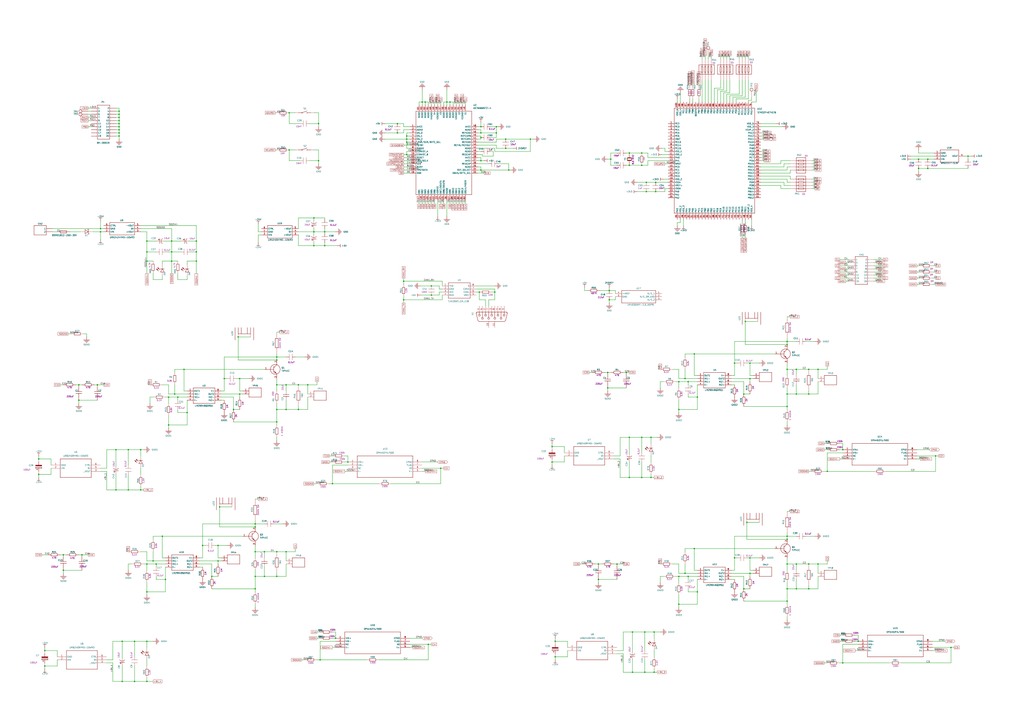
<source format=kicad_sch>
(kicad_sch (version 20211123) (generator eeschema)
  (paper "A1")
  (title_block (title "AL_CSA_Platform") (rev "V0"))
  (lib_symbols
    (symbol "STM32_Mini_Platform_V001_xx_Draft-altium-import:+24V" (power)
      (property "Reference" "#PWR" (at 0 0 0))
      (property "Value" "+24V" (at 0 3.81 0))
      (symbol "+24V_0_0"
        (pin power_in line (at 0 0 0) (length 0) hide (name "+24V") (number ""))
      )
    )
    (symbol "STM32_Mini_Platform_V001_xx_Draft-altium-import:+3V3" (power)
      (property "Reference" "#PWR" (at 0 0 0))
      (property "Value" "+3V3" (at 0 3.81 0))
      (symbol "+3V3_0_0"
        (pin power_in line (at 0 0 0) (length 0) hide (name "+3V3") (number ""))
      )
    )
    (symbol "STM32_Mini_Platform_V001_xx_Draft-altium-import:+5V" (power)
      (property "Reference" "#PWR" (at 0 0 0))
      (property "Value" "+5V" (at 0 3.81 0))
      (symbol "+5V_0_0"
        (pin power_in line (at 0 0 0) (length 0) hide (name "+5V") (number ""))
      )
    )
    (symbol "STM32_Mini_Platform_V001_xx_Draft-altium-import:-24V" (power)
      (property "Reference" "#PWR" (at 0 0 0))
      (property "Value" "-24V" (at 0 3.81 0))
      (symbol "-24V_0_0"
        (pin power_in line (at 0 0 0) (length 0) hide (name "-24V") (number ""))
      )
    )
    (symbol "STM32_Mini_Platform_V001_xx_Draft-altium-import:0_AD7606BSTZ-4"
      (property "Value" "0_AD7606BSTZ-4" (at 0 0 0))
      (symbol "0_AD7606BSTZ-4_1_0"
        (pin power_in line (at 0 0 0) (length 5.08) (name "AVCC") (number "1"))
        (pin passive line (at 0 -22.86 0) (length 5.08) (name "CONVST_B") (number "10"))
        (pin passive line (at 0 -25.4 0) (length 5.08) (name "RESET") (number "11"))
        (pin passive line (at 0 -27.94 0) (length 5.08) (name "\\R~{D}/SCLK") (number "12"))
        (pin passive line (at 0 -30.48 0) (length 5.08) (name "\\CS") (number "13"))
        (pin passive line (at 0 -33.02 0) (length 5.08) (name "BUSY") (number "14"))
        (pin passive line (at 0 -35.56 0) (length 5.08) (name "FRSTDATA") (number "15"))
        (pin passive line (at 0 -38.1 0) (length 5.08) (name "DB0") (number "16"))
        (pin passive line (at 7.62 -60.96 90) (length 5.08) (name "DB1") (number "17"))
        (pin passive line (at 10.16 -60.96 90) (length 5.08) (name "DB2") (number "18"))
        (pin passive line (at 12.7 -60.96 90) (length 5.08) (name "DB3") (number "19"))
        (pin passive line (at 0 -2.54 0) (length 5.08) (name "AGND") (number "2"))
        (pin passive line (at 15.24 -60.96 90) (length 5.08) (name "DB4") (number "20"))
        (pin passive line (at 17.78 -60.96 90) (length 5.08) (name "DB5") (number "21"))
        (pin passive line (at 20.32 -60.96 90) (length 5.08) (name "DB6") (number "22"))
        (pin passive line (at 22.86 -60.96 90) (length 5.08) (name "VDRIVE") (number "23"))
        (pin passive line (at 25.4 -60.96 90) (length 5.08) (name "DB7/DOUTA") (number "24"))
        (pin passive line (at 27.94 -60.96 90) (length 5.08) (name "DB8/DOUTB") (number "25"))
        (pin passive line (at 30.48 -60.96 90) (length 5.08) (name "AGND") (number "26"))
        (pin passive line (at 33.02 -60.96 90) (length 5.08) (name "DB9") (number "27"))
        (pin passive line (at 35.56 -60.96 90) (length 5.08) (name "DB10") (number "28"))
        (pin passive line (at 38.1 -60.96 90) (length 5.08) (name "DB11") (number "29"))
        (pin passive line (at 0 -5.08 0) (length 5.08) (name "OS_0") (number "3"))
        (pin passive line (at 40.64 -60.96 90) (length 5.08) (name "DB12") (number "30"))
        (pin passive line (at 43.18 -60.96 90) (length 5.08) (name "DB13") (number "31"))
        (pin passive line (at 45.72 -60.96 90) (length 5.08) (name "DB14/HBEN") (number "32"))
        (pin passive line (at 55.88 -38.1 180) (length 5.08) (name "DB15/BYTE_SEL") (number "33"))
        (pin passive line (at 55.88 -35.56 180) (length 5.08) (name "REF_SELECT") (number "34"))
        (pin passive line (at 55.88 -33.02 180) (length 5.08) (name "AGND") (number "35"))
        (pin passive line (at 55.88 -30.48 180) (length 5.08) (name "REGCAP") (number "36"))
        (pin power_in line (at 55.88 -27.94 180) (length 5.08) (name "AVCC") (number "37"))
        (pin power_in line (at 55.88 -25.4 180) (length 5.08) (name "AVCC") (number "38"))
        (pin passive line (at 55.88 -22.86 180) (length 5.08) (name "REGCAP") (number "39"))
        (pin passive line (at 0 -7.62 0) (length 5.08) (name "OS_1") (number "4"))
        (pin passive line (at 55.88 -20.32 180) (length 5.08) (name "AGND") (number "40"))
        (pin passive line (at 55.88 -17.78 180) (length 5.08) (name "AGND") (number "41"))
        (pin passive line (at 55.88 -15.24 180) (length 5.08) (name "REFIN/REFOUT") (number "42"))
        (pin passive line (at 55.88 -12.7 180) (length 5.08) (name "REFGND") (number "43"))
        (pin passive line (at 55.88 -10.16 180) (length 5.08) (name "REFCAPA") (number "44"))
        (pin passive line (at 55.88 -7.62 180) (length 5.08) (name "REFCAPB") (number "45"))
        (pin passive line (at 55.88 -5.08 180) (length 5.08) (name "REFGND") (number "46"))
        (pin passive line (at 55.88 -2.54 180) (length 5.08) (name "AGND") (number "47"))
        (pin power_in line (at 55.88 0 180) (length 5.08) (name "AVCC") (number "48"))
        (pin passive line (at 45.72 17.78 270) (length 5.08) (name "V1") (number "49"))
        (pin passive line (at 0 -10.16 0) (length 5.08) (name "OS_2") (number "5"))
        (pin passive line (at 43.18 17.78 270) (length 5.08) (name "V1GND") (number "50"))
        (pin passive line (at 40.64 17.78 270) (length 5.08) (name "V2") (number "51"))
        (pin passive line (at 38.1 17.78 270) (length 5.08) (name "V2GND") (number "52"))
        (pin passive line (at 35.56 17.78 270) (length 5.08) (name "AGND") (number "53"))
        (pin passive line (at 33.02 17.78 270) (length 5.08) (name "AGND") (number "54"))
        (pin passive line (at 30.48 17.78 270) (length 5.08) (name "AGND") (number "55"))
        (pin passive line (at 27.94 17.78 270) (length 5.08) (name "AGND") (number "56"))
        (pin passive line (at 25.4 17.78 270) (length 5.08) (name "V3") (number "57"))
        (pin passive line (at 22.86 17.78 270) (length 5.08) (name "V3GND") (number "58"))
        (pin passive line (at 20.32 17.78 270) (length 5.08) (name "V4") (number "59"))
        (pin passive line (at 0 -12.7 0) (length 5.08) (name "\\PA~{R}/SER/BYTE_SEL") (number "6"))
        (pin passive line (at 17.78 17.78 270) (length 5.08) (name "V4GND") (number "60"))
        (pin passive line (at 15.24 17.78 270) (length 5.08) (name "AGND") (number "61"))
        (pin passive line (at 12.7 17.78 270) (length 5.08) (name "AGND") (number "62"))
        (pin passive line (at 10.16 17.78 270) (length 5.08) (name "AGND") (number "63"))
        (pin passive line (at 7.62 17.78 270) (length 5.08) (name "AGND") (number "64"))
        (pin passive line (at 0 -15.24 0) (length 5.08) (name "\\STBY") (number "7"))
        (pin passive line (at 0 -17.78 0) (length 5.08) (name "RANGE") (number "8"))
        (pin passive line (at 0 -20.32 0) (length 5.08) (name "CONVST_A") (number "9"))
      )
    )
    (symbol "STM32_Mini_Platform_V001_xx_Draft-altium-import:0_AMS1117-3.3V"
      (property "Value" "0_AMS1117-3.3V" (at 0 0 0))
      (symbol "0_AMS1117-3.3V_1_0"
        (pin passive line (at -5.08 0 0) (length 5.08) (name "GND") (number "1"))
        (pin passive line (at -5.08 -2.54 0) (length 5.08) (name "VOUT") (number "2"))
        (pin passive line (at -5.08 -5.08 0) (length 5.08) (name "VIN") (number "3"))
        (pin passive line (at 20.32 -2.54 180) (length 5.08) (name "VOUT") (number "4"))
      )
    )
    (symbol "STM32_Mini_Platform_V001_xx_Draft-altium-import:0_BSMD1812-200-30V"
      (property "Value" "0_BSMD1812-200-30V" (at 0 0 0))
      (symbol "0_BSMD1812-200-30V_1_0"
        (pin passive line (at -5.08 0 0) (length 2.54) (name "1") (number "1"))
        (pin passive line (at 5.08 0 180) (length 2.54) (name "2") (number "2"))
      )
    )
    (symbol "STM32_Mini_Platform_V001_xx_Draft-altium-import:0_CAP_0603_100NF"
      (property "Value" "0_CAP_0603_100NF" (at 0 0 0))
      (symbol "0_CAP_0603_100NF_1_0"
        (pin passive line (at 0 -2.54 270) (length 2.54) (name "1") (number "1"))
        (pin passive line (at 0 -10.16 90) (length 2.54) (name "2") (number "2"))
      )
    )
    (symbol "STM32_Mini_Platform_V001_xx_Draft-altium-import:0_CAP_0603_10NF"
      (property "Value" "0_CAP_0603_10NF" (at 0 0 0))
      (symbol "0_CAP_0603_10NF_1_0"
        (pin passive line (at 0 -2.54 270) (length 2.54) (name "1") (number "1"))
        (pin passive line (at 0 -10.16 90) (length 2.54) (name "2") (number "2"))
      )
    )
    (symbol "STM32_Mini_Platform_V001_xx_Draft-altium-import:0_CAP_0603_10UF"
      (property "Value" "0_CAP_0603_10UF" (at 0 0 0))
      (symbol "0_CAP_0603_10UF_1_0"
        (pin passive line (at 0 -2.54 270) (length 2.54) (name "1") (number "1"))
        (pin passive line (at 0 -10.16 90) (length 2.54) (name "2") (number "2"))
      )
    )
    (symbol "STM32_Mini_Platform_V001_xx_Draft-altium-import:0_CAP_0603_1UF"
      (property "Value" "0_CAP_0603_1UF" (at 0 0 0))
      (symbol "0_CAP_0603_1UF_1_0"
        (pin passive line (at 0 -2.54 270) (length 2.54) (name "1") (number "1"))
        (pin passive line (at 0 -10.16 90) (length 2.54) (name "2") (number "2"))
      )
    )
    (symbol "STM32_Mini_Platform_V001_xx_Draft-altium-import:0_CAP_0603_2.2UF"
      (property "Value" "0_CAP_0603_2.2UF" (at 0 0 0))
      (symbol "0_CAP_0603_2.2UF_1_0"
        (pin passive line (at 0 -2.54 270) (length 2.54) (name "1") (number "1"))
        (pin passive line (at 0 -10.16 90) (length 2.54) (name "2") (number "2"))
      )
    )
    (symbol "STM32_Mini_Platform_V001_xx_Draft-altium-import:0_K2-1107ST-A4DW-06"
      (property "Value" "0_K2-1107ST-A4DW-06" (at 0 0 0))
      (symbol "0_K2-1107ST-A4DW-06_1_0"
        (pin passive line (at -7.62 0 0) (length 2.54) (name "1") (number "1"))
        (pin passive line (at 7.62 0 180) (length 2.54) (name "2") (number "2"))
      )
    )
    (symbol "STM32_Mini_Platform_V001_xx_Draft-altium-import:0_LM2904BQDRQ1"
      (property "Value" "0_LM2904BQDRQ1" (at 0 0 0))
      (symbol "0_LM2904BQDRQ1_1_0"
        (pin passive line (at 0 0 0) (length 5.08) (name "OUT1") (number "1"))
        (pin passive line (at 0 -2.54 0) (length 5.08) (name "IN1-") (number "2"))
        (pin passive line (at 0 -5.08 0) (length 5.08) (name "IN1+") (number "3"))
        (pin passive line (at 0 -7.62 0) (length 5.08) (name "V-") (number "4"))
        (pin passive line (at 27.94 -7.62 180) (length 5.08) (name "IN2+") (number "5"))
        (pin passive line (at 27.94 -5.08 180) (length 5.08) (name "IN2-") (number "6"))
        (pin passive line (at 27.94 -2.54 180) (length 5.08) (name "OUT2") (number "7"))
        (pin passive line (at 27.94 0 180) (length 5.08) (name "V+") (number "8"))
      )
    )
    (symbol "STM32_Mini_Platform_V001_xx_Draft-altium-import:0_OPA452FA{slash}500"
      (property "Value" "0_OPA452FA/500" (at 0 0 0))
      (symbol "0_OPA452FA{slash}500_1_0"
        (pin passive line (at 0 0 0) (length 7.62) (name "VIN+") (number "1"))
        (pin passive line (at 0 -2.54 0) (length 7.62) (name "VIN-") (number "2"))
        (pin passive line (at 0 -5.08 0) (length 7.62) (name "NC") (number "3"))
        (pin power_in line (at 0 -7.62 0) (length 7.62) (name "V-") (number "4"))
        (pin power_in line (at 60.96 -7.62 180) (length 7.62) (name "V+") (number "5"))
        (pin passive line (at 60.96 -5.08 180) (length 7.62) (name "VO") (number "6"))
        (pin passive line (at 60.96 -2.54 180) (length 7.62) (name "FLAG") (number "7"))
        (pin passive line (at 60.96 0 180) (length 7.62) (name "EPAD") (number "8"))
      )
    )
    (symbol "STM32_Mini_Platform_V001_xx_Draft-altium-import:0_RES_0603_0R"
      (property "Value" "0_RES_0603_0R" (at 0 0 0))
      (symbol "0_RES_0603_0R_1_0"
        (pin passive line (at -2.54 0 0) (length 2.54) (name "1") (number "1"))
        (pin passive line (at 7.62 0 180) (length 2.54) (name "2") (number "2"))
      )
    )
    (symbol "STM32_Mini_Platform_V001_xx_Draft-altium-import:0_RES_0603_10K"
      (property "Value" "0_RES_0603_10K" (at 0 0 0))
      (symbol "0_RES_0603_10K_1_0"
        (pin passive line (at -2.54 0 0) (length 2.54) (name "1") (number "1"))
        (pin passive line (at 7.62 0 180) (length 2.54) (name "2") (number "2"))
      )
    )
    (symbol "STM32_Mini_Platform_V001_xx_Draft-altium-import:0_RES_0603_120"
      (property "Value" "0_RES_0603_120" (at 0 0 0))
      (symbol "0_RES_0603_120_1_0"
        (pin passive line (at -2.54 0 0) (length 2.54) (name "1") (number "1"))
        (pin passive line (at 7.62 0 180) (length 2.54) (name "2") (number "2"))
      )
    )
    (symbol "STM32_Mini_Platform_V001_xx_Draft-altium-import:0_RES_0603_150K"
      (property "Value" "0_RES_0603_150K" (at 0 0 0))
      (symbol "0_RES_0603_150K_1_0"
        (pin passive line (at -2.54 0 0) (length 2.54) (name "1") (number "1"))
        (pin passive line (at 7.62 0 180) (length 2.54) (name "2") (number "2"))
      )
    )
    (symbol "STM32_Mini_Platform_V001_xx_Draft-altium-import:0_RES_0603_470"
      (property "Value" "0_RES_0603_470" (at 0 0 0))
      (symbol "0_RES_0603_470_1_0"
        (pin passive line (at -2.54 0 0) (length 2.54) (name "1") (number "1"))
        (pin passive line (at 7.62 0 180) (length 2.54) (name "2") (number "2"))
      )
    )
    (symbol "STM32_Mini_Platform_V001_xx_Draft-altium-import:0_RES_0603_487K"
      (property "Value" "0_RES_0603_487K" (at 0 0 0))
      (symbol "0_RES_0603_487K_1_0"
        (pin passive line (at -2.54 0 0) (length 2.54) (name "1") (number "1"))
        (pin passive line (at 7.62 0 180) (length 2.54) (name "2") (number "2"))
      )
    )
    (symbol "STM32_Mini_Platform_V001_xx_Draft-altium-import:0_RES_0603_5.1K"
      (property "Value" "0_RES_0603_5.1K" (at 0 0 0))
      (symbol "0_RES_0603_5.1K_1_0"
        (pin passive line (at -2.54 0 0) (length 2.54) (name "1") (number "1"))
        (pin passive line (at 7.62 0 180) (length 2.54) (name "2") (number "2"))
      )
    )
    (symbol "STM32_Mini_Platform_V001_xx_Draft-altium-import:0_STM32F407VGT6"
      (property "Value" "0_STM32F407VGT6" (at 0 0 0))
      (symbol "0_STM32F407VGT6_1_0"
        (pin passive line (at 0 0 0) (length 5.08) (name "PE2") (number "1"))
        (pin passive line (at 0 -22.86 0) (length 5.08) (name "VSS_1") (number "10"))
        (pin passive line (at 7.62 17.78 270) (length 5.08) (name "VDD_6") (number "100"))
        (pin passive line (at 0 -25.4 0) (length 5.08) (name "VDD_1") (number "11"))
        (pin passive line (at 0 -27.94 0) (length 5.08) (name "PH0") (number "12"))
        (pin passive line (at 0 -30.48 0) (length 5.08) (name "PH1") (number "13"))
        (pin passive line (at 0 -33.02 0) (length 5.08) (name "NRST") (number "14"))
        (pin passive line (at 0 -35.56 0) (length 5.08) (name "PC0") (number "15"))
        (pin passive line (at 0 -38.1 0) (length 5.08) (name "PC1") (number "16"))
        (pin passive line (at 0 -40.64 0) (length 5.08) (name "PC2") (number "17"))
        (pin passive line (at 0 -43.18 0) (length 5.08) (name "PC3") (number "18"))
        (pin passive line (at 0 -45.72 0) (length 5.08) (name "VDD_2") (number "19"))
        (pin passive line (at 0 -2.54 0) (length 5.08) (name "PE3") (number "2"))
        (pin passive line (at 0 -48.26 0) (length 5.08) (name "VSSA") (number "20"))
        (pin passive line (at 0 -50.8 0) (length 5.08) (name "VREF+") (number "21"))
        (pin passive line (at 0 -53.34 0) (length 5.08) (name "VDDA") (number "22"))
        (pin passive line (at 0 -55.88 0) (length 5.08) (name "PA0") (number "23"))
        (pin passive line (at 0 -58.42 0) (length 5.08) (name "PA1") (number "24"))
        (pin passive line (at 0 -60.96 0) (length 5.08) (name "PA2") (number "25"))
        (pin passive line (at 7.62 -78.74 90) (length 5.08) (name "PA3") (number "26"))
        (pin passive line (at 10.16 -78.74 90) (length 5.08) (name "VSS_2") (number "27"))
        (pin passive line (at 12.7 -78.74 90) (length 5.08) (name "VDD_3") (number "28"))
        (pin passive line (at 15.24 -78.74 90) (length 5.08) (name "PA4") (number "29"))
        (pin passive line (at 0 -5.08 0) (length 5.08) (name "PE4") (number "3"))
        (pin passive line (at 17.78 -78.74 90) (length 5.08) (name "PA5") (number "30"))
        (pin passive line (at 20.32 -78.74 90) (length 5.08) (name "PA6") (number "31"))
        (pin passive line (at 22.86 -78.74 90) (length 5.08) (name "PA7") (number "32"))
        (pin passive line (at 25.4 -78.74 90) (length 5.08) (name "PC4") (number "33"))
        (pin passive line (at 27.94 -78.74 90) (length 5.08) (name "PC5") (number "34"))
        (pin passive line (at 30.48 -78.74 90) (length 5.08) (name "PB0") (number "35"))
        (pin passive line (at 33.02 -78.74 90) (length 5.08) (name "PB1") (number "36"))
        (pin passive line (at 35.56 -78.74 90) (length 5.08) (name "PB2") (number "37"))
        (pin passive line (at 38.1 -78.74 90) (length 5.08) (name "PE7") (number "38"))
        (pin passive line (at 40.64 -78.74 90) (length 5.08) (name "PE8") (number "39"))
        (pin passive line (at 0 -7.62 0) (length 5.08) (name "PE5") (number "4"))
        (pin passive line (at 43.18 -78.74 90) (length 5.08) (name "PE9") (number "40"))
        (pin passive line (at 45.72 -78.74 90) (length 5.08) (name "PE10") (number "41"))
        (pin passive line (at 48.26 -78.74 90) (length 5.08) (name "PE11") (number "42"))
        (pin passive line (at 50.8 -78.74 90) (length 5.08) (name "PE12") (number "43"))
        (pin passive line (at 53.34 -78.74 90) (length 5.08) (name "PE13") (number "44"))
        (pin passive line (at 55.88 -78.74 90) (length 5.08) (name "PE14") (number "45"))
        (pin passive line (at 58.42 -78.74 90) (length 5.08) (name "PE15") (number "46"))
        (pin passive line (at 60.96 -78.74 90) (length 5.08) (name "PB10") (number "47"))
        (pin passive line (at 63.5 -78.74 90) (length 5.08) (name "PB11") (number "48"))
        (pin passive line (at 66.04 -78.74 90) (length 5.08) (name "VCAP_1") (number "49"))
        (pin passive line (at 0 -10.16 0) (length 5.08) (name "PE6") (number "5"))
        (pin passive line (at 68.58 -78.74 90) (length 5.08) (name "VDD_4") (number "50"))
        (pin passive line (at 76.2 -60.96 180) (length 5.08) (name "PB12") (number "51"))
        (pin passive line (at 76.2 -58.42 180) (length 5.08) (name "PB13") (number "52"))
        (pin passive line (at 76.2 -55.88 180) (length 5.08) (name "PB14") (number "53"))
        (pin passive line (at 76.2 -53.34 180) (length 5.08) (name "PB15") (number "54"))
        (pin passive line (at 76.2 -50.8 180) (length 5.08) (name "PD8") (number "55"))
        (pin passive line (at 76.2 -48.26 180) (length 5.08) (name "PD9") (number "56"))
        (pin passive line (at 76.2 -45.72 180) (length 5.08) (name "PD10") (number "57"))
        (pin passive line (at 76.2 -43.18 180) (length 5.08) (name "PD11") (number "58"))
        (pin passive line (at 76.2 -40.64 180) (length 5.08) (name "PD12") (number "59"))
        (pin passive line (at 0 -12.7 0) (length 5.08) (name "VBAT") (number "6"))
        (pin passive line (at 76.2 -38.1 180) (length 5.08) (name "PD13") (number "60"))
        (pin passive line (at 76.2 -35.56 180) (length 5.08) (name "PD14") (number "61"))
        (pin passive line (at 76.2 -33.02 180) (length 5.08) (name "PD15") (number "62"))
        (pin passive line (at 76.2 -30.48 180) (length 5.08) (name "PC6") (number "63"))
        (pin passive line (at 76.2 -27.94 180) (length 5.08) (name "PC7") (number "64"))
        (pin passive line (at 76.2 -25.4 180) (length 5.08) (name "PC8") (number "65"))
        (pin passive line (at 76.2 -22.86 180) (length 5.08) (name "PC9") (number "66"))
        (pin passive line (at 76.2 -20.32 180) (length 5.08) (name "PA8") (number "67"))
        (pin passive line (at 76.2 -17.78 180) (length 5.08) (name "PA9") (number "68"))
        (pin passive line (at 76.2 -15.24 180) (length 5.08) (name "PA10") (number "69"))
        (pin passive line (at 0 -15.24 0) (length 5.08) (name "PC13") (number "7"))
        (pin passive line (at 76.2 -12.7 180) (length 5.08) (name "PA11") (number "70"))
        (pin passive line (at 76.2 -10.16 180) (length 5.08) (name "PA12") (number "71"))
        (pin passive line (at 76.2 -7.62 180) (length 5.08) (name "PA13") (number "72"))
        (pin passive line (at 76.2 -5.08 180) (length 5.08) (name "VCAP_2") (number "73"))
        (pin passive line (at 76.2 -2.54 180) (length 5.08) (name "VSS_3") (number "74"))
        (pin passive line (at 76.2 0 180) (length 5.08) (name "VDD_5") (number "75"))
        (pin passive line (at 68.58 17.78 270) (length 5.08) (name "PA14") (number "76"))
        (pin passive line (at 66.04 17.78 270) (length 5.08) (name "PA15") (number "77"))
        (pin passive line (at 63.5 17.78 270) (length 5.08) (name "PC10") (number "78"))
        (pin passive line (at 60.96 17.78 270) (length 5.08) (name "PC11") (number "79"))
        (pin passive line (at 0 -17.78 0) (length 5.08) (name "PC14") (number "8"))
        (pin passive line (at 58.42 17.78 270) (length 5.08) (name "PC12") (number "80"))
        (pin passive line (at 55.88 17.78 270) (length 5.08) (name "PD0") (number "81"))
        (pin passive line (at 53.34 17.78 270) (length 5.08) (name "PD1") (number "82"))
        (pin passive line (at 50.8 17.78 270) (length 5.08) (name "PD2") (number "83"))
        (pin passive line (at 48.26 17.78 270) (length 5.08) (name "PD3") (number "84"))
        (pin passive line (at 45.72 17.78 270) (length 5.08) (name "PD4") (number "85"))
        (pin passive line (at 43.18 17.78 270) (length 5.08) (name "PD5") (number "86"))
        (pin passive line (at 40.64 17.78 270) (length 5.08) (name "PD6") (number "87"))
        (pin passive line (at 38.1 17.78 270) (length 5.08) (name "PD7") (number "88"))
        (pin passive line (at 35.56 17.78 270) (length 5.08) (name "PB3") (number "89"))
        (pin passive line (at 0 -20.32 0) (length 5.08) (name "PC15") (number "9"))
        (pin passive line (at 33.02 17.78 270) (length 5.08) (name "PB4") (number "90"))
        (pin passive line (at 30.48 17.78 270) (length 5.08) (name "PB5") (number "91"))
        (pin passive line (at 27.94 17.78 270) (length 5.08) (name "PB6") (number "92"))
        (pin passive line (at 25.4 17.78 270) (length 5.08) (name "PB7") (number "93"))
        (pin passive line (at 22.86 17.78 270) (length 5.08) (name "BOOT0") (number "94"))
        (pin passive line (at 20.32 17.78 270) (length 5.08) (name "PB8") (number "95"))
        (pin passive line (at 17.78 17.78 270) (length 5.08) (name "PB9") (number "96"))
        (pin passive line (at 15.24 17.78 270) (length 5.08) (name "PE0") (number "97"))
        (pin passive line (at 12.7 17.78 270) (length 5.08) (name "PE1") (number "98"))
        (pin passive line (at 10.16 17.78 270) (length 5.08) (name "VSS_4") (number "99"))
      )
    )
    (symbol "STM32_Mini_Platform_V001_xx_Draft-altium-import:0_T491D106K050AT"
      (property "Value" "0_T491D106K050AT" (at 0 0 0))
      (symbol "0_T491D106K050AT_1_0"
        (pin passive line (at 6.604 0 180) (length 2.54) (name "1") (number "1"))
        (pin passive line (at 0.508 0 0) (length 2.54) (name "2") (number "2"))
      )
    )
    (symbol "STM32_Mini_Platform_V001_xx_Draft-altium-import:0_TIP41C"
      (property "Value" "0_TIP41C" (at 0 0 0))
      (symbol "0_TIP41C_1_0"
        (pin passive line (at 0 0 0) (length 2.54) (name "B") (number "1"))
        (pin passive line (at 10.16 7.62 270) (length 2.54) (name "C") (number "2"))
        (pin passive line (at 10.16 -7.62 90) (length 2.54) (name "E") (number "3"))
      )
    )
    (symbol "STM32_Mini_Platform_V001_xx_Draft-altium-import:0_TJA1050T_CM_118"
      (property "Value" "0_TJA1050T_CM_118" (at 0 0 0))
      (symbol "0_TJA1050T_CM_118_1_0"
        (pin passive line (at 0 0 0) (length 5.08) (name "TXD") (number "1"))
        (pin passive line (at 0 -2.54 0) (length 5.08) (name "GND") (number "2"))
        (pin passive line (at 0 -5.08 0) (length 5.08) (name "VCC") (number "3"))
        (pin passive line (at 0 -7.62 0) (length 5.08) (name "RXD") (number "4"))
        (pin passive line (at 27.94 -7.62 180) (length 5.08) (name "VREF") (number "5"))
        (pin passive line (at 27.94 -5.08 180) (length 5.08) (name "CANL") (number "6"))
        (pin passive line (at 27.94 -2.54 180) (length 5.08) (name "CANH") (number "7"))
        (pin passive line (at 27.94 0 180) (length 5.08) (name "S") (number "8"))
      )
    )
    (symbol "STM32_Mini_Platform_V001_xx_Draft-altium-import:0_URB2409YMD-10WR3"
      (property "Value" "0_URB2409YMD-10WR3" (at 0 0 0))
      (symbol "0_URB2409YMD-10WR3_1_0"
        (pin passive line (at 0 0 0) (length 7.62) (name "GND") (number "1"))
        (pin power_in line (at 0 -2.54 0) (length 7.62) (name "VIN") (number "2"))
        (pin passive line (at 40.64 -5.08 180) (length 7.62) (name "_VOUT") (number "3"))
        (pin passive line (at 40.64 -2.54 180) (length 7.62) (name "0V") (number "5"))
        (pin passive line (at 40.64 0 180) (length 7.62) (name "CTRL") (number "6"))
      )
    )
    (symbol "STM32_Mini_Platform_V001_xx_Draft-altium-import:0_X6511WVS-02H-C60D48-R1"
      (property "Value" "0_X6511WVS-02H-C60D48-R1" (at 0 0 0))
      (symbol "0_X6511WVS-02H-C60D48-R1_1_0"
        (pin passive line (at 0 0 0) (length 5.08) (name "1") (number "1"))
        (pin passive line (at 0 -2.54 0) (length 5.08) (name "2") (number "2"))
      )
    )
    (symbol "STM32_Mini_Platform_V001_xx_Draft-altium-import:0_mirrored_39-28-8020"
      (property "Value" "0_mirrored_39-28-8020" (at 0 0 0))
      (symbol "0_mirrored_39-28-8020_1_0"
        (pin passive line (at 0 0 180) (length 5.08) (name "1") (number "1"))
        (pin passive line (at 0 -2.54 180) (length 5.08) (name "2") (number "2"))
      )
    )
    (symbol "STM32_Mini_Platform_V001_xx_Draft-altium-import:0_mirrored_LM4030AMF-2.5_NOPB"
      (property "Value" "0_mirrored_LM4030AMF-2.5_NOPB" (at 0 0 0))
      (symbol "0_mirrored_LM4030AMF-2.5_NOPB_1_0"
        (pin passive line (at 0 0 180) (length 5.08) (name "N/C_1") (number "1"))
        (pin passive line (at 0 -2.54 180) (length 5.08) (name "N/C_OR_GND") (number "2"))
        (pin passive line (at 0 -5.08 180) (length 5.08) (name "N/C_2") (number "3"))
        (pin passive line (at -38.1 0 0) (length 5.08) (name "+VREF") (number "4"))
        (pin passive line (at -38.1 -2.54 0) (length 5.08) (name "GND") (number "5"))
      )
    )
    (symbol "STM32_Mini_Platform_V001_xx_Draft-altium-import:0_mirrored_TP"
      (property "Value" "0_mirrored_TP" (at 0 0 0))
      (symbol "0_mirrored_TP_1_0"
        (pin passive line (at 5.08 0 180) (length 5.08) (name "1") (number "1"))
      )
    )
    (symbol "STM32_Mini_Platform_V001_xx_Draft-altium-import:0_mirrored_YC124-FR-0733RL"
      (property "Value" "0_mirrored_YC124-FR-0733RL" (at 0 0 0))
      (symbol "0_mirrored_YC124-FR-0733RL_1_0"
        (pin passive line (at 3.81 -8.89 90) (length 5.08) (name "1") (number "1"))
        (pin passive line (at 1.27 -8.89 90) (length 5.08) (name "2") (number "2"))
        (pin passive line (at -1.27 -8.89 90) (length 5.08) (name "3") (number "3"))
        (pin passive line (at -3.81 -8.89 90) (length 5.08) (name "4") (number "4"))
        (pin passive line (at -3.81 8.89 270) (length 5.08) (name "5") (number "5"))
        (pin passive line (at -1.27 8.89 270) (length 5.08) (name "6") (number "6"))
        (pin passive line (at 1.27 8.89 270) (length 5.08) (name "7") (number "7"))
        (pin passive line (at 3.81 8.89 270) (length 5.08) (name "8") (number "8"))
      )
    )
    (symbol "STM32_Mini_Platform_V001_xx_Draft-altium-import:1_19-217{slash}R6C-AL1M2VY{slash}3T"
      (property "Value" "1_19-217/R6C-AL1M2VY/3T" (at 0 0 0))
      (symbol "1_19-217{slash}R6C-AL1M2VY{slash}3T_1_0"
        (pin passive line (at 1.27 -5.08 90) (length 3.81) (name "A") (number "1"))
        (pin passive line (at 1.27 5.08 270) (length 3.81) (name "C") (number "2"))
      )
    )
    (symbol "STM32_Mini_Platform_V001_xx_Draft-altium-import:1_23.5X16X25"
      (property "Value" "1_23.5X16X25" (at 0 0 0))
      (symbol "1_23.5X16X25_1_0"
        (pin passive line (at -5.08 -2.54 90) (length 2.54) (name "1") (number "1"))
        (pin passive line (at 5.08 -2.54 90) (length 2.54) (name "2") (number "2"))
      )
    )
    (symbol "STM32_Mini_Platform_V001_xx_Draft-altium-import:1_50TZV100M8X10.5"
      (property "Value" "1_50TZV100M8X10.5" (at 0 0 0))
      (symbol "1_50TZV100M8X10.5_1_0"
        (pin passive line (at 0 0 90) (length 2.54) (name "+") (number "1"))
        (pin passive line (at 0 12.7 270) (length 2.54) (name "-") (number "2"))
      )
    )
    (symbol "STM32_Mini_Platform_V001_xx_Draft-altium-import:1_ABLS-8.000MHZ-K4T"
      (property "Value" "1_ABLS-8.000MHZ-K4T" (at 0 0 0))
      (symbol "1_ABLS-8.000MHZ-K4T_1_0"
        (pin passive line (at 0 -5.08 90) (length 2.54) (name "OSC1") (number "1"))
        (pin passive line (at 0 5.08 270) (length 2.54) (name "OSC2") (number "2"))
      )
    )
    (symbol "STM32_Mini_Platform_V001_xx_Draft-altium-import:1_CAP_0603_100NF"
      (property "Value" "1_CAP_0603_100NF" (at 0 0 0))
      (symbol "1_CAP_0603_100NF_1_0"
        (pin passive line (at 2.54 0 0) (length 2.54) (name "1") (number "1"))
        (pin passive line (at 10.16 0 180) (length 2.54) (name "2") (number "2"))
      )
    )
    (symbol "STM32_Mini_Platform_V001_xx_Draft-altium-import:1_CAP_0603_10NF"
      (property "Value" "1_CAP_0603_10NF" (at 0 0 0))
      (symbol "1_CAP_0603_10NF_1_0"
        (pin passive line (at 2.54 0 0) (length 2.54) (name "1") (number "1"))
        (pin passive line (at 10.16 0 180) (length 2.54) (name "2") (number "2"))
      )
    )
    (symbol "STM32_Mini_Platform_V001_xx_Draft-altium-import:1_CAP_0603_10UF"
      (property "Value" "1_CAP_0603_10UF" (at 0 0 0))
      (symbol "1_CAP_0603_10UF_1_0"
        (pin passive line (at 2.54 0 0) (length 2.54) (name "1") (number "1"))
        (pin passive line (at 10.16 0 180) (length 2.54) (name "2") (number "2"))
      )
    )
    (symbol "STM32_Mini_Platform_V001_xx_Draft-altium-import:1_CAP_0603_16PF"
      (property "Value" "1_CAP_0603_16PF" (at 0 0 0))
      (symbol "1_CAP_0603_16PF_1_0"
        (pin passive line (at 2.54 0 0) (length 2.54) (name "1") (number "1"))
        (pin passive line (at 10.16 0 180) (length 2.54) (name "2") (number "2"))
      )
    )
    (symbol "STM32_Mini_Platform_V001_xx_Draft-altium-import:1_CAP_0603_1UF"
      (property "Value" "1_CAP_0603_1UF" (at 0 0 0))
      (symbol "1_CAP_0603_1UF_1_0"
        (pin passive line (at 2.54 0 0) (length 2.54) (name "1") (number "1"))
        (pin passive line (at 10.16 0 180) (length 2.54) (name "2") (number "2"))
      )
    )
    (symbol "STM32_Mini_Platform_V001_xx_Draft-altium-import:1_CAP_1206_220UF"
      (property "Value" "1_CAP_1206_220UF" (at 0 0 0))
      (symbol "1_CAP_1206_220UF_1_0"
        (pin passive line (at 0 0 90) (length 5.08) (name "1") (number "1"))
        (pin passive line (at 0 12.7 270) (length 5.08) (name "2") (number "2"))
      )
    )
    (symbol "STM32_Mini_Platform_V001_xx_Draft-altium-import:1_CAP_1210_22UF"
      (property "Value" "1_CAP_1210_22UF" (at 0 0 0))
      (symbol "1_CAP_1210_22UF_1_0"
        (pin passive line (at 0 2.54 90) (length 2.54) (name "1") (number "1"))
        (pin passive line (at 0 10.16 270) (length 2.54) (name "2") (number "2"))
      )
    )
    (symbol "STM32_Mini_Platform_V001_xx_Draft-altium-import:1_RES_0603_1.5K"
      (property "Value" "1_RES_0603_1.5K" (at 0 0 0))
      (symbol "1_RES_0603_1.5K_1_0"
        (pin passive line (at 0 -2.54 90) (length 2.54) (name "1") (number "1"))
        (pin passive line (at 0 7.62 270) (length 2.54) (name "2") (number "2"))
      )
    )
    (symbol "STM32_Mini_Platform_V001_xx_Draft-altium-import:1_RES_0603_120"
      (property "Value" "1_RES_0603_120" (at 0 0 0))
      (symbol "1_RES_0603_120_1_0"
        (pin passive line (at 0 -2.54 90) (length 2.54) (name "1") (number "1"))
        (pin passive line (at 0 7.62 270) (length 2.54) (name "2") (number "2"))
      )
    )
    (symbol "STM32_Mini_Platform_V001_xx_Draft-altium-import:1_RES_0603_1M"
      (property "Value" "1_RES_0603_1M" (at 0 0 0))
      (symbol "1_RES_0603_1M_1_0"
        (pin passive line (at 0 -2.54 90) (length 2.54) (name "1") (number "1"))
        (pin passive line (at 0 7.62 270) (length 2.54) (name "2") (number "2"))
      )
    )
    (symbol "STM32_Mini_Platform_V001_xx_Draft-altium-import:1_RES_0603_2K"
      (property "Value" "1_RES_0603_2K" (at 0 0 0))
      (symbol "1_RES_0603_2K_1_0"
        (pin passive line (at 0 -2.54 90) (length 2.54) (name "1") (number "1"))
        (pin passive line (at 0 7.62 270) (length 2.54) (name "2") (number "2"))
      )
    )
    (symbol "STM32_Mini_Platform_V001_xx_Draft-altium-import:1_RES_0603_33"
      (property "Value" "1_RES_0603_33" (at 0 0 0))
      (symbol "1_RES_0603_33_1_0"
        (pin passive line (at 0 -2.54 90) (length 2.54) (name "1") (number "1"))
        (pin passive line (at 0 7.62 270) (length 2.54) (name "2") (number "2"))
      )
    )
    (symbol "STM32_Mini_Platform_V001_xx_Draft-altium-import:1_RES_0603_4.7K"
      (property "Value" "1_RES_0603_4.7K" (at 0 0 0))
      (symbol "1_RES_0603_4.7K_1_0"
        (pin passive line (at 0 -2.54 90) (length 2.54) (name "1") (number "1"))
        (pin passive line (at 0 7.62 270) (length 2.54) (name "2") (number "2"))
      )
    )
    (symbol "STM32_Mini_Platform_V001_xx_Draft-altium-import:1_RES_1210_6.8K"
      (property "Value" "1_RES_1210_6.8K" (at 0 0 0))
      (symbol "1_RES_1210_6.8K_1_0"
        (pin passive line (at 0 -2.54 90) (length 2.54) (name "1") (number "1"))
        (pin passive line (at 0 7.62 270) (length 2.54) (name "2") (number "2"))
      )
    )
    (symbol "STM32_Mini_Platform_V001_xx_Draft-altium-import:1_RES_2512_0.001"
      (property "Value" "1_RES_2512_0.001" (at 0 0 0))
      (symbol "1_RES_2512_0.001_1_0"
        (pin passive line (at 0 -2.54 90) (length 2.54) (name "1") (number "1"))
        (pin passive line (at 0 7.62 270) (length 2.54) (name "2") (number "2"))
      )
    )
    (symbol "STM32_Mini_Platform_V001_xx_Draft-altium-import:1_RES_2512_200"
      (property "Value" "1_RES_2512_200" (at 0 0 0))
      (symbol "1_RES_2512_200_1_0"
        (pin passive line (at 0 -2.54 90) (length 2.54) (name "1") (number "1"))
        (pin passive line (at 0 7.62 270) (length 2.54) (name "2") (number "2"))
      )
    )
    (symbol "STM32_Mini_Platform_V001_xx_Draft-altium-import:1_RX27-5"
      (property "Value" "1_RX27-5" (at 0 0 0))
      (symbol "1_RX27-5_1_0"
        (pin passive line (at 0 0 90) (length 5.08) (name "1") (number "1"))
        (pin passive line (at 0 17.78 270) (length 5.08) (name "2") (number "2"))
      )
    )
    (symbol "STM32_Mini_Platform_V001_xx_Draft-altium-import:1_T491D106K050AT"
      (property "Value" "1_T491D106K050AT" (at 0 0 0))
      (symbol "1_T491D106K050AT_1_0"
        (pin passive line (at 0 6.604 270) (length 2.54) (name "1") (number "1"))
        (pin passive line (at 0 0.508 90) (length 2.54) (name "2") (number "2"))
      )
    )
    (symbol "STM32_Mini_Platform_V001_xx_Draft-altium-import:1_TBD"
      (property "Value" "1_TBD" (at 0 0 0))
      (symbol "1_TBD_1_0"
        (pin passive line (at 0 0 90) (length 5.08) (name "1") (number "1"))
        (pin passive line (at 0 17.78 270) (length 5.08) (name "2") (number "2"))
      )
    )
    (symbol "STM32_Mini_Platform_V001_xx_Draft-altium-import:1_TP"
      (property "Value" "1_TP" (at 0 0 0))
      (symbol "1_TP_1_0"
        (pin passive line (at 0 -5.08 90) (length 5.08) (name "1") (number "1"))
      )
    )
    (symbol "STM32_Mini_Platform_V001_xx_Draft-altium-import:1_mirrored_RES_0603_33"
      (property "Value" "1_mirrored_RES_0603_33" (at 0 0 0))
      (symbol "1_mirrored_RES_0603_33_1_0"
        (pin passive line (at 0 -2.54 90) (length 2.54) (name "1") (number "1"))
        (pin passive line (at 0 7.62 270) (length 2.54) (name "2") (number "2"))
      )
    )
    (symbol "STM32_Mini_Platform_V001_xx_Draft-altium-import:1_mirrored_YC124-FR-0733RL"
      (property "Value" "1_mirrored_YC124-FR-0733RL" (at 0 0 0))
      (symbol "1_mirrored_YC124-FR-0733RL_1_0"
        (pin passive line (at -8.89 -3.81 0) (length 5.08) (name "1") (number "1"))
        (pin passive line (at -8.89 -1.27 0) (length 5.08) (name "2") (number "2"))
        (pin passive line (at -8.89 1.27 0) (length 5.08) (name "3") (number "3"))
        (pin passive line (at -8.89 3.81 0) (length 5.08) (name "4") (number "4"))
        (pin passive line (at 8.89 3.81 180) (length 5.08) (name "5") (number "5"))
        (pin passive line (at 8.89 1.27 180) (length 5.08) (name "6") (number "6"))
        (pin passive line (at 8.89 -1.27 180) (length 5.08) (name "7") (number "7"))
        (pin passive line (at 8.89 -3.81 180) (length 5.08) (name "8") (number "8"))
      )
    )
    (symbol "STM32_Mini_Platform_V001_xx_Draft-altium-import:2V5REF" (power)
      (property "Reference" "#PWR" (at 0 0 0))
      (property "Value" "2V5REF" (at 0 3.81 0))
      (symbol "2V5REF_0_0"
        (pin power_in line (at 0 0 0) (length 0) hide (name "2V5REF") (number ""))
      )
    )
    (symbol "STM32_Mini_Platform_V001_xx_Draft-altium-import:2_CAP_0603_100NF"
      (property "Value" "2_CAP_0603_100NF" (at 0 0 0))
      (symbol "2_CAP_0603_100NF_1_0"
        (pin passive line (at 0 2.54 90) (length 2.54) (name "1") (number "1"))
        (pin passive line (at 0 10.16 270) (length 2.54) (name "2") (number "2"))
      )
    )
    (symbol "STM32_Mini_Platform_V001_xx_Draft-altium-import:2_DSS24"
      (property "Value" "2_DSS24" (at 0 0 0))
      (symbol "2_DSS24_1_0"
        (pin passive line (at 5.08 0 180) (length 3.81) (name "C") (number "1"))
        (pin passive line (at -5.08 0 0) (length 3.81) (name "A") (number "2"))
      )
    )
    (symbol "STM32_Mini_Platform_V001_xx_Draft-altium-import:2_TP"
      (property "Value" "2_TP" (at 0 0 0))
      (symbol "2_TP_1_0"
        (pin passive line (at 5.08 0 180) (length 5.08) (name "1") (number "1"))
      )
    )
    (symbol "STM32_Mini_Platform_V001_xx_Draft-altium-import:2_URA2405YMD-10WR3"
      (property "Value" "2_URA2405YMD-10WR3" (at 0 0 0))
      (symbol "2_URA2405YMD-10WR3_1_0"
        (pin passive line (at -30.48 2.54 0) (length 5.08) (name "GND") (number "1"))
        (pin passive line (at -30.48 0 0) (length 5.08) (name "VIN") (number "2"))
        (pin passive line (at 0 0 180) (length 5.08) (name "+VOUT") (number "3"))
        (pin passive line (at 0 2.54 180) (length 5.08) (name "0V") (number "4"))
        (pin passive line (at 0 5.08 180) (length 5.08) (name "-VOUT") (number "5"))
        (pin passive line (at -30.48 5.08 0) (length 5.08) (name "CTRL") (number "6"))
      )
    )
    (symbol "STM32_Mini_Platform_V001_xx_Draft-altium-import:2_URA2424YMD-10WR3"
      (property "Value" "2_URA2424YMD-10WR3" (at 0 0 0))
      (symbol "2_URA2424YMD-10WR3_1_0"
        (pin passive line (at -30.48 2.54 0) (length 5.08) (name "GND") (number "1"))
        (pin passive line (at -30.48 0 0) (length 5.08) (name "VIN") (number "2"))
        (pin passive line (at 0 0 180) (length 5.08) (name "+VOUT") (number "3"))
        (pin passive line (at 0 2.54 180) (length 5.08) (name "0V") (number "4"))
        (pin passive line (at 0 5.08 180) (length 5.08) (name "-VOUT") (number "5"))
        (pin passive line (at -30.48 5.08 0) (length 5.08) (name "CTRL") (number "6"))
      )
    )
    (symbol "STM32_Mini_Platform_V001_xx_Draft-altium-import:3_BH-00019"
      (property "Value" "3_BH-00019" (at 0 0 0))
      (symbol "3_BH-00019_1_0"
        (pin passive line (at -10.16 11.43 0) (length 5.08) (name "1") (number "1"))
        (pin passive line (at 10.16 1.27 180) (length 5.08) (name "10") (number "10"))
        (pin passive line (at -10.16 -1.27 0) (length 5.08) (name "11") (number "11"))
        (pin passive line (at 10.16 -1.27 180) (length 5.08) (name "12") (number "12"))
        (pin passive line (at -10.16 -3.81 0) (length 5.08) (name "13") (number "13"))
        (pin passive line (at 10.16 -3.81 180) (length 5.08) (name "14") (number "14"))
        (pin passive line (at -10.16 -6.35 0) (length 5.08) (name "15") (number "15"))
        (pin passive line (at 10.16 -6.35 180) (length 5.08) (name "16") (number "16"))
        (pin passive line (at -10.16 -8.89 0) (length 5.08) (name "17") (number "17"))
        (pin passive line (at 10.16 -8.89 180) (length 5.08) (name "18") (number "18"))
        (pin passive line (at -10.16 -11.43 0) (length 5.08) (name "19") (number "19"))
        (pin passive line (at 10.16 11.43 180) (length 5.08) (name "2") (number "2"))
        (pin passive line (at 10.16 -11.43 180) (length 5.08) (name "20") (number "20"))
        (pin passive line (at -10.16 8.89 0) (length 5.08) (name "3") (number "3"))
        (pin passive line (at 10.16 8.89 180) (length 5.08) (name "4") (number "4"))
        (pin passive line (at -10.16 6.35 0) (length 5.08) (name "5") (number "5"))
        (pin passive line (at 10.16 6.35 180) (length 5.08) (name "6") (number "6"))
        (pin passive line (at -10.16 3.81 0) (length 5.08) (name "7") (number "7"))
        (pin passive line (at 10.16 3.81 180) (length 5.08) (name "8") (number "8"))
        (pin passive line (at -10.16 1.27 0) (length 5.08) (name "9") (number "9"))
      )
    )
    (symbol "STM32_Mini_Platform_V001_xx_Draft-altium-import:3_RES_0603_1M"
      (property "Value" "3_RES_0603_1M" (at 0 0 0))
      (symbol "3_RES_0603_1M_1_0"
        (pin passive line (at 0 2.54 270) (length 2.54) (name "1") (number "1"))
        (pin passive line (at 0 -7.62 90) (length 2.54) (name "2") (number "2"))
      )
    )
    (symbol "STM32_Mini_Platform_V001_xx_Draft-altium-import:3_Z-S230321016M2BLT1"
      (property "Value" "3_Z-S230321016M2BLT1" (at 0 0 0))
      (symbol "3_Z-S230321016M2BLT1_1_0"
        (pin passive line (at -10.16 8.89 0) (length 5.08) (name "1") (number "1"))
        (pin passive line (at 10.16 -1.27 180) (length 5.08) (name "10") (number "10"))
        (pin passive line (at -10.16 -3.81 0) (length 5.08) (name "11") (number "11"))
        (pin passive line (at 10.16 -3.81 180) (length 5.08) (name "12") (number "12"))
        (pin passive line (at -10.16 -6.35 0) (length 5.08) (name "13") (number "13"))
        (pin passive line (at 10.16 -6.35 180) (length 5.08) (name "14") (number "14"))
        (pin passive line (at -10.16 -8.89 0) (length 5.08) (name "15") (number "15"))
        (pin passive line (at 10.16 -8.89 180) (length 5.08) (name "16") (number "16"))
        (pin passive line (at 10.16 8.89 180) (length 5.08) (name "2") (number "2"))
        (pin passive line (at -10.16 6.35 0) (length 5.08) (name "3") (number "3"))
        (pin passive line (at 10.16 6.35 180) (length 5.08) (name "4") (number "4"))
        (pin passive line (at -10.16 3.81 0) (length 5.08) (name "5") (number "5"))
        (pin passive line (at 10.16 3.81 180) (length 5.08) (name "6") (number "6"))
        (pin passive line (at -10.16 1.27 0) (length 5.08) (name "7") (number "7"))
        (pin passive line (at 10.16 1.27 180) (length 5.08) (name "8") (number "8"))
        (pin passive line (at -10.16 -1.27 0) (length 5.08) (name "9") (number "9"))
      )
    )
    (symbol "STM32_Mini_Platform_V001_xx_Draft-altium-import:3_mirrored_D-DMR009PF-D002"
      (property "Value" "3_mirrored_D-DMR009PF-D002" (at 0 0 0))
      (symbol "3_mirrored_D-DMR009PF-D002_1_0"
        (pin passive line (at -10.16 8.89 270) (length 5.08) (name "1") (number "1"))
        (pin passive line (at -2.54 -8.89 90) (length 5.08) (name "MH1") (number "10"))
        (pin passive line (at 2.54 -8.89 90) (length 5.08) (name "MH2") (number "11"))
        (pin passive line (at -5.08 8.89 270) (length 5.08) (name "2") (number "2"))
        (pin passive line (at 0 8.89 270) (length 5.08) (name "3") (number "3"))
        (pin passive line (at 5.08 8.89 270) (length 5.08) (name "4") (number "4"))
        (pin passive line (at 10.16 8.89 270) (length 5.08) (name "5") (number "5"))
        (pin passive line (at -7.62 8.89 270) (length 5.08) (name "6") (number "6"))
        (pin passive line (at -2.54 8.89 270) (length 5.08) (name "7") (number "7"))
        (pin passive line (at 2.54 8.89 270) (length 5.08) (name "8") (number "8"))
        (pin passive line (at 7.62 8.89 270) (length 5.08) (name "9") (number "9"))
      )
    )
    (symbol "STM32_Mini_Platform_V001_xx_Draft-altium-import:GND" (power)
      (property "Reference" "#PWR" (at 0 0 0))
      (property "Value" "GND" (at 0 6.35 0))
      (symbol "GND_0_0"
        (pin power_in line (at 0 0 0) (length 0) hide (name "GND") (number ""))
      )
    )
    (symbol "STM32_Mini_Platform_V001_xx_Draft-altium-import:GND1" (power)
      (property "Reference" "#PWR" (at 0 0 0))
      (property "Value" "GND1" (at 0 6.35 0))
      (symbol "GND1_0_0"
        (pin power_in line (at 0 0 0) (length 0) hide (name "GND1") (number ""))
      )
    )
    (symbol "STM32_Mini_Platform_V001_xx_Draft-altium-import:GND2" (power)
      (property "Reference" "#PWR" (at 0 0 0))
      (property "Value" "GND2" (at 0 6.35 0))
      (symbol "GND2_0_0"
        (pin power_in line (at 0 0 0) (length 0) hide (name "GND2") (number ""))
      )
    )
    (symbol "STM32_Mini_Platform_V001_xx_Draft-altium-import:GND3" (power)
      (property "Reference" "#PWR" (at 0 0 0))
      (property "Value" "GND3" (at 0 6.35 0))
      (symbol "GND3_0_0"
        (pin power_in line (at 0 0 0) (length 0) hide (name "GND3") (number ""))
      )
    )
    (symbol "STM32_Mini_Platform_V001_xx_Draft-altium-import:GND4" (power)
      (property "Reference" "#PWR" (at 0 0 0))
      (property "Value" "GND4" (at 0 6.35 0))
      (symbol "GND4_0_0"
        (pin power_in line (at 0 0 0) (length 0) hide (name "GND4") (number ""))
      )
    )
    (symbol "STM32_Mini_Platform_V001_xx_Draft-altium-import:SGND" (power)
      (property "Reference" "#PWR" (at 0 0 0))
      (property "Value" "SGND" (at 0 6.35 0))
      (symbol "SGND_0_0"
        (pin power_in line (at 0 0 0) (length 0) hide (name "SGND") (number ""))
      )
    )
  )
  (junction (at 603.25 298.45))
  (junction (at 646.43 280.67))
  (junction (at 95.25 369.57))
  (junction (at 500.38 238.76))
  (junction (at 570.23 450.85))
  (junction (at 646.43 334.01))
  (junction (at 557.53 336.55))
  (junction (at 534.67 392.43))
  (junction (at 557.53 313.69))
  (junction (at 257.81 201.93))
  (junction (at 704.85 527.05))
  (junction (at 110.49 527.05))
  (junction (at 537.21 552.45))
  (junction (at 646.43 483.87))
  (junction (at 97.79 99.06))
  (junction (at 534.67 359.41))
  (junction (at 671.83 303.53))
  (junction (at 234.95 316.23))
  (junction (at 261.62 132.08))
  (junction (at 557.53 496.57))
  (junction (at 762 138.43))
  (junction (at 565.15 313.69))
  (junction (at 209.55 473.71))
  (junction (at 97.79 106.68))
  (junction (at 161.29 207.01))
  (junction (at 146.05 326.39))
  (junction (at 273.05 397.51))
  (junction (at 110.49 560.07))
  (junction (at 679.45 387.35))
  (junction (at 184.15 311.15))
  (junction (at 153.67 339.09))
  (junction (at 133.35 440.69))
  (junction (at 64.77 316.23))
  (junction (at 768.35 374.65))
  (junction (at 67.31 455.93))
  (junction (at 97.79 101.6))
  (junction (at 217.17 453.39))
  (junction (at 326.39 109.22))
  (junction (at 138.43 326.39))
  (junction (at 361.95 384.81))
  (junction (at 227.33 453.39))
  (junction (at 415.29 114.3))
  (junction (at 143.51 323.85))
  (junction (at 538.48 157.48))
  (junction (at 82.55 190.5))
  (junction (at 393.7 240.03))
  (junction (at 435.61 114.3))
  (junction (at 354.33 234.95))
  (junction (at 394.97 132.08))
  (junction (at 453.39 367.03))
  (junction (at 664.21 323.85))
  (junction (at 612.14 264.16))
  (junction (at 252.73 316.23))
  (junction (at 519.43 519.43))
  (junction (at 406.4 240.03))
  (junction (at 97.79 104.14))
  (junction (at 196.85 323.85))
  (junction (at 610.87 483.87))
  (junction (at 527.05 392.43))
  (junction (at 82.55 187.96))
  (junction (at 80.01 316.23))
  (junction (at 105.41 369.57))
  (junction (at 499.11 318.77))
  (junction (at 527.05 125.73))
  (junction (at 351.79 529.59))
  (junction (at 334.01 114.3))
  (junction (at 161.29 214.63))
  (junction (at 234.95 453.39))
  (junction (at 500.38 246.38))
  (junction (at 530.86 157.48))
  (junction (at 572.77 326.39))
  (junction (at 245.11 336.55))
  (junction (at 191.77 336.55))
  (junction (at 209.55 483.87))
  (junction (at 499.11 306.07))
  (junction (at 646.43 494.03))
  (junction (at 646.43 283.21))
  (junction (at 52.07 468.63))
  (junction (at 97.79 93.98))
  (junction (at 209.55 453.39))
  (junction (at 557.53 473.71))
  (junction (at 120.65 527.05))
  (junction (at 646.43 463.55))
  (junction (at 570.23 290.83))
  (junction (at 692.15 544.83))
  (junction (at 664.21 483.87))
  (junction (at 97.79 111.76))
  (junction (at 64.77 328.93))
  (junction (at 262.89 542.29))
  (junction (at 245.11 316.23))
  (junction (at 97.79 96.52))
  (junction (at 394.97 113.03))
  (junction (at 646.43 323.85))
  (junction (at 257.81 190.5))
  (junction (at 115.57 402.59))
  (junction (at 257.81 179.07))
  (junction (at 407.67 104.14))
  (junction (at 217.17 473.71))
  (junction (at 52.07 455.93))
  (junction (at 516.89 125.73))
  (junction (at 754.38 138.43))
  (junction (at 237.49 92.71))
  (junction (at 105.41 402.59))
  (junction (at 266.7 190.5))
  (junction (at 138.43 349.25))
  (junction (at 234.95 336.55))
  (junction (at 527.05 135.89))
  (junction (at 227.33 346.71))
  (junction (at 275.59 524.51))
  (junction (at 491.49 463.55))
  (junction (at 664.21 303.53))
  (junction (at 671.83 463.55))
  (junction (at 516.89 359.41))
  (junction (at 394.97 139.7))
  (junction (at 120.65 463.55))
  (junction (at 120.65 486.41))
  (junction (at 754.38 130.81))
  (junction (at 654.05 463.55))
  (junction (at 227.33 295.91))
  (junction (at 354.33 242.57))
  (junction (at 537.21 519.43))
  (junction (at 140.97 207.01))
  (junction (at 100.33 527.05))
  (junction (at 100.33 560.07))
  (junction (at 415.29 121.92))
  (junction (at 227.33 316.23))
  (junction (at 781.05 532.13))
  (junction (at 125.73 461.01))
  (junction (at 173.99 473.71))
  (junction (at 209.55 430.53))
  (junction (at 394.97 104.14))
  (junction (at 516.89 392.43))
  (junction (at 95.25 402.59))
  (junction (at 331.47 231.14))
  (junction (at 179.07 448.31))
  (junction (at 795.02 128.27))
  (junction (at 334.01 127))
  (junction (at 562.61 471.17))
  (junction (at 506.73 463.55))
  (junction (at 369.57 83.82))
  (junction (at 120.65 214.63))
  (junction (at 166.37 448.31))
  (junction (at 615.95 471.17))
  (junction (at 331.47 246.38))
  (junction (at 346.71 83.82))
  (junction (at 646.43 440.69))
  (junction (at 654.05 303.53))
  (junction (at 266.7 201.93))
  (junction (at 654.05 483.87))
  (junction (at 491.49 476.25))
  (junction (at 36.83 534.67))
  (junction (at 453.39 379.73))
  (junction (at 417.83 139.7))
  (junction (at 180.34 416.56))
  (junction (at 455.93 539.75))
  (junction (at 349.25 83.82))
  (junction (at 285.75 379.73))
  (junction (at 97.79 109.22))
  (junction (at 394.97 109.22))
  (junction (at 613.41 429.26))
  (junction (at 140.97 198.12))
  (junction (at 128.27 463.55))
  (junction (at 135.89 476.25))
  (junction (at 261.62 101.6))
  (junction (at 529.59 519.43))
  (junction (at 692.15 369.57))
  (junction (at 227.33 293.37))
  (junction (at 196.85 311.15))
  (junction (at 31.75 377.19))
  (junction (at 140.97 214.63))
  (junction (at 538.48 149.86))
  (junction (at 530.86 149.86))
  (junction (at 115.57 369.57))
  (junction (at 334.01 116.84))
  (junction (at 455.93 527.05))
  (junction (at 610.87 323.85))
  (junction (at 501.65 130.81))
  (junction (at 334.01 111.76))
  (junction (at 120.65 560.07))
  (junction (at 519.43 552.45))
  (junction (at 562.61 311.15))
  (junction (at 603.25 458.47))
  (junction (at 120.65 198.12))
  (junction (at 615.95 298.45))
  (junction (at 516.89 135.89))
  (junction (at 120.65 207.01))
  (junction (at 572.77 486.41))
  (junction (at 646.43 303.53))
  (junction (at 565.15 473.71))
  (junction (at 179.07 461.01))
  (junction (at 762 130.81))
  (junction (at 151.13 303.53))
  (junction (at 97.79 91.44))
  (junction (at 367.03 83.82))
  (junction (at 514.35 306.07))
  (junction (at 654.05 323.85))
  (junction (at 326.39 101.6))
  (junction (at 529.59 552.45))
  (junction (at 407.67 109.22))
  (junction (at 664.21 463.55))
  (junction (at 31.75 389.89))
  (junction (at 227.33 336.55))
  (junction (at 646.43 443.23))
  (junction (at 527.05 359.41))
  (junction (at 615.95 458.47))
  (junction (at 209.55 433.07))
  (junction (at 161.29 198.12))
  (junction (at 237.49 123.19))
  (junction (at 36.83 547.37))
  (junction (at 227.33 473.71))
  (junction (at 195.58 276.86))
  (junction (at 615.95 311.15))
  (wire (pts (xy 392.43 124.46) (xy 394.97 124.46)) (stroke (width 0.254)))
  (wire (pts (xy 574.04 71.12) (xy 574.04 69.85)) (stroke (width 0.254)))
  (wire (pts (xy 110.49 547.37) (xy 110.49 560.07)) (stroke (width 0.254)))
  (wire (pts (xy 336.55 119.38) (xy 331.47 119.38)) (stroke (width 0.254)))
  (wire (pts (xy 514.35 135.89) (xy 516.89 135.89)) (stroke (width 0.254)))
  (wire (pts (xy 140.97 214.63) (xy 140.97 207.01)) (stroke (width 0.254)))
  (wire (pts (xy 646.43 463.55) (xy 646.43 468.63)) (stroke (width 0.254)))
  (wire (pts (xy 654.05 476.25) (xy 654.05 483.87)) (stroke (width 0.254)))
  (wire (pts (xy 212.09 190.5) (xy 212.09 184.15)) (stroke (width 0.254)))
  (wire (pts (xy 624.84 139.7) (xy 646.43 139.7)) (stroke (width 0.254)))
  (wire (pts (xy 501.65 130.81) (xy 501.65 135.89)) (stroke (width 0.254)))
  (wire (pts (xy 537.21 549.91) (xy 537.21 552.45)) (stroke (width 0.254)))
  (wire (pts (xy 82.55 187.96) (xy 85.09 187.96)) (stroke (width 0.254)))
  (wire (pts (xy 334.01 116.84) (xy 334.01 114.3)) (stroke (width 0.254)))
  (wire (pts (xy 599.44 83.82) (xy 599.44 78.74)) (stroke (width 0.254)))
  (wire (pts (xy 654.05 483.87) (xy 664.21 483.87)) (stroke (width 0.254)))
  (wire (pts (xy 146.05 229.87) (xy 146.05 224.79)) (stroke (width 0.254)))
  (wire (pts (xy 406.4 240.03) (xy 403.86 240.03)) (stroke (width 0.254)))
  (wire (pts (xy 120.65 488.95) (xy 120.65 486.41)) (stroke (width 0.254)))
  (wire (pts (xy 666.75 147.32) (xy 669.29 147.32)) (stroke (width 0.254)))
  (wire (pts (xy 768.35 374.65) (xy 768.35 387.35)) (stroke (width 0.254)))
  (wire (pts (xy 466.09 527.05) (xy 466.09 532.13)) (stroke (width 0.254)))
  (wire (pts (xy 624.84 111.76) (xy 627.38 111.76)) (stroke (width 0.254)))
  (wire (pts (xy 401.32 251.46) (xy 401.32 246.38)) (stroke (width 0.254)))
  (wire (pts (xy 612.14 264.16) (xy 612.14 283.21)) (stroke (width 0.254)))
  (wire (pts (xy 64.77 316.23) (xy 62.23 316.23)) (stroke (width 0.254)))
  (wire (pts (xy 392.43 127) (xy 396.24 127)) (stroke (width 0.254)))
  (wire (pts (xy 765.81 534.67) (xy 768.35 534.67)) (stroke (width 0.254)))
  (wire (pts (xy 334.01 114.3) (xy 316.23 114.3)) (stroke (width 0.254)))
  (wire (pts (xy 125.73 229.87) (xy 133.35 229.87)) (stroke (width 0.254)))
  (wire (pts (xy 615.95 298.45) (xy 623.57 298.45)) (stroke (width 0.254)))
  (wire (pts (xy 621.03 83.82) (xy 621.03 74.93)) (stroke (width 0.254)))
  (wire (pts (xy 234.95 328.93) (xy 234.95 336.55)) (stroke (width 0.254)))
  (wire (pts (xy 64.77 328.93) (xy 64.77 331.47)) (stroke (width 0.254)))
  (wire (pts (xy 161.29 185.42) (xy 115.57 185.42)) (stroke (width 0.254)))
  (wire (pts (xy 527.05 392.43) (xy 516.89 392.43)) (stroke (width 0.254)))
  (wire (pts (xy 591.82 74.93) (xy 596.9 74.93)) (stroke (width 0.254)))
  (wire (pts (xy 689.61 213.36) (xy 697.23 213.36)) (stroke (width 0.254)))
  (wire (pts (xy 506.73 463.55) (xy 511.81 463.55)) (stroke (width 0.254)))
  (wire (pts (xy 331.47 246.38) (xy 331.47 243.84)) (stroke (width 0.254)))
  (wire (pts (xy 209.55 410.21) (xy 212.09 410.21)) (stroke (width 0.254)))
  (wire (pts (xy 679.45 544.83) (xy 676.91 544.83)) (stroke (width 0.254)))
  (wire (pts (xy 242.57 453.39) (xy 242.57 450.85)) (stroke (width 0.254)))
  (wire (pts (xy 133.35 458.47) (xy 133.35 440.69)) (stroke (width 0.254)))
  (wire (pts (xy 120.65 207.01) (xy 120.65 214.63)) (stroke (width 0.254)))
  (wire (pts (xy 506.73 125.73) (xy 501.65 125.73)) (stroke (width 0.254)))
  (wire (pts (xy 614.68 83.82) (xy 614.68 82.55)) (stroke (width 0.254)))
  (wire (pts (xy 478.79 463.55) (xy 476.25 463.55)) (stroke (width 0.254)))
  (wire (pts (xy 534.67 359.41) (xy 527.05 359.41)) (stroke (width 0.254)))
  (wire (pts (xy 600.71 313.69) (xy 610.87 313.69)) (stroke (width 0.254)))
  (wire (pts (xy 646.43 336.55) (xy 646.43 334.01)) (stroke (width 0.254)))
  (wire (pts (xy 146.05 336.55) (xy 146.05 339.09)) (stroke (width 0.254)))
  (wire (pts (xy 163.83 458.47) (xy 166.37 458.47)) (stroke (width 0.254)))
  (wire (pts (xy 74.93 99.06) (xy 72.39 99.06)) (stroke (width 0.254)))
  (wire (pts (xy 648.97 144.78) (xy 648.97 147.32)) (stroke (width 0.254)))
  (wire (pts (xy 654.05 440.69) (xy 646.43 440.69)) (stroke (width 0.254)))
  (wire (pts (xy 334.01 127) (xy 336.55 127)) (stroke (width 0.254)))
  (wire (pts (xy 527.05 359.41) (xy 516.89 359.41)) (stroke (width 0.254)))
  (wire (pts (xy 617.22 180.34) (xy 617.22 185.42)) (stroke (width 0.254)))
  (wire (pts (xy 407.67 109.22) (xy 407.67 104.14)) (stroke (width 0.254)))
  (wire (pts (xy 664.21 303.53) (xy 671.83 303.53)) (stroke (width 0.254)))
  (wire (pts (xy 666.75 132.08) (xy 669.29 132.08)) (stroke (width 0.254)))
  (wire (pts (xy 646.43 283.21) (xy 646.43 280.67)) (stroke (width 0.254)))
  (wire (pts (xy 227.33 290.83) (xy 227.33 293.37)) (stroke (width 0.254)))
  (wire (pts (xy 692.15 521.97) (xy 689.61 521.97)) (stroke (width 0.254)))
  (wire (pts (xy 666.75 387.35) (xy 664.21 387.35)) (stroke (width 0.254)))
  (wire (pts (xy 572.77 496.57) (xy 572.77 486.41)) (stroke (width 0.254)))
  (wire (pts (xy 331.47 101.6) (xy 331.47 104.14)) (stroke (width 0.254)))
  (wire (pts (xy 600.71 476.25) (xy 603.25 476.25)) (stroke (width 0.254)))
  (wire (pts (xy 361.95 86.36) (xy 361.95 83.82)) (stroke (width 0.254)))
  (wire (pts (xy 31.75 374.65) (xy 31.75 377.19)) (stroke (width 0.254)))
  (wire (pts (xy 514.35 306.07) (xy 511.81 306.07)) (stroke (width 0.254)))
  (wire (pts (xy 576.58 83.82) (xy 576.58 66.04)) (stroke (width 0.254)))
  (wire (pts (xy 85.09 190.5) (xy 82.55 190.5)) (stroke (width 0.254)))
  (wire (pts (xy 654.05 303.53) (xy 664.21 303.53)) (stroke (width 0.254)))
  (wire (pts (xy 120.65 560.07) (xy 110.49 560.07)) (stroke (width 0.254)))
  (wire (pts (xy 646.43 349.25) (xy 646.43 346.71)) (stroke (width 0.254)))
  (wire (pts (xy 115.57 190.5) (xy 120.65 190.5)) (stroke (width 0.254)))
  (wire (pts (xy 500.38 238.76) (xy 505.46 238.76)) (stroke (width 0.254)))
  (wire (pts (xy 666.75 152.4) (xy 669.29 152.4)) (stroke (width 0.254)))
  (wire (pts (xy 539.75 359.41) (xy 534.67 359.41)) (stroke (width 0.254)))
  (wire (pts (xy 600.71 473.71) (xy 610.87 473.71)) (stroke (width 0.254)))
  (wire (pts (xy 407.67 109.22) (xy 394.97 109.22)) (stroke (width 0.254)))
  (wire (pts (xy 95.25 104.14) (xy 97.79 104.14)) (stroke (width 0.254)))
  (wire (pts (xy 161.29 198.12) (xy 161.29 185.42)) (stroke (width 0.254)))
  (wire (pts (xy 334.01 111.76) (xy 336.55 111.76)) (stroke (width 0.254)))
  (wire (pts (xy 694.69 215.9) (xy 697.23 215.9)) (stroke (width 0.254)))
  (wire (pts (xy 565.15 323.85) (xy 565.15 326.39)) (stroke (width 0.254)))
  (wire (pts (xy 453.39 379.73) (xy 463.55 379.73)) (stroke (width 0.254)))
  (wire (pts (xy 196.85 323.85) (xy 196.85 326.39)) (stroke (width 0.254)))
  (wire (pts (xy 407.67 113.03) (xy 407.67 109.22)) (stroke (width 0.254)))
  (wire (pts (xy 694.69 220.98) (xy 697.23 220.98)) (stroke (width 0.254)))
  (wire (pts (xy 624.84 142.24) (xy 648.97 142.24)) (stroke (width 0.254)))
  (wire (pts (xy 407.67 116.84) (xy 407.67 114.3)) (stroke (width 0.254)))
  (wire (pts (xy 379.73 86.36) (xy 379.73 83.82)) (stroke (width 0.254)))
  (wire (pts (xy 209.55 433.07) (xy 180.34 433.07)) (stroke (width 0.254)))
  (wire (pts (xy 694.69 231.14) (xy 697.23 231.14)) (stroke (width 0.254)))
  (wire (pts (xy 138.43 316.23) (xy 133.35 316.23)) (stroke (width 0.254)))
  (wire (pts (xy 617.22 82.55) (xy 617.22 80.01)) (stroke (width 0.254)))
  (wire (pts (xy 534.67 359.41) (xy 534.67 364.49)) (stroke (width 0.254)))
  (wire (pts (xy 615.95 468.63) (xy 618.49 468.63)) (stroke (width 0.254)))
  (wire (pts (xy 612.14 80.01) (xy 612.14 66.04)) (stroke (width 0.254)))
  (wire (pts (xy 41.91 377.19) (xy 41.91 382.27)) (stroke (width 0.254)))
  (wire (pts (xy 354.33 242.57) (xy 360.68 242.57)) (stroke (width 0.254)))
  (wire (pts (xy 570.23 450.85) (xy 636.27 450.85)) (stroke (width 0.254)))
  (wire (pts (xy 614.68 81.28) (xy 614.68 66.04)) (stroke (width 0.254)))
  (wire (pts (xy 266.7 180.34) (xy 266.7 179.07)) (stroke (width 0.254)))
  (wire (pts (xy 275.59 519.43) (xy 273.05 519.43)) (stroke (width 0.254)))
  (wire (pts (xy 237.49 92.71) (xy 237.49 101.6)) (stroke (width 0.254)))
  (wire (pts (xy 181.61 321.31) (xy 184.15 321.31)) (stroke (width 0.254)))
  (wire (pts (xy 191.77 326.39) (xy 181.61 326.39)) (stroke (width 0.254)))
  (wire (pts (xy 646.43 303.53) (xy 646.43 308.61)) (stroke (width 0.254)))
  (wire (pts (xy 92.71 544.83) (xy 87.63 544.83)) (stroke (width 0.254)))
  (wire (pts (xy 755.65 223.52) (xy 753.11 223.52)) (stroke (width 0.254)))
  (wire (pts (xy 394.97 132.08) (xy 394.97 129.54)) (stroke (width 0.254)))
  (wire (pts (xy 346.71 83.82) (xy 346.71 86.36)) (stroke (width 0.254)))
  (wire (pts (xy 125.73 440.69) (xy 133.35 440.69)) (stroke (width 0.254)))
  (wire (pts (xy 394.97 113.03) (xy 394.97 111.76)) (stroke (width 0.254)))
  (wire (pts (xy 689.61 218.44) (xy 697.23 218.44)) (stroke (width 0.254)))
  (wire (pts (xy 600.71 468.63) (xy 603.25 468.63)) (stroke (width 0.254)))
  (wire (pts (xy 646.43 483.87) (xy 654.05 483.87)) (stroke (width 0.254)))
  (wire (pts (xy 143.51 316.23) (xy 143.51 323.85)) (stroke (width 0.254)))
  (wire (pts (xy 556.26 83.82) (xy 556.26 81.28)) (stroke (width 0.254)))
  (wire (pts (xy 346.71 165.1) (xy 346.71 167.64)) (stroke (width 0.254)))
  (wire (pts (xy 453.39 364.49) (xy 453.39 367.03)) (stroke (width 0.254)))
  (wire (pts (xy 354.33 165.1) (xy 354.33 167.64)) (stroke (width 0.254)))
  (wire (pts (xy 125.73 560.07) (xy 120.65 560.07)) (stroke (width 0.254)))
  (wire (pts (xy 43.18 190.5) (xy 46.99 190.5)) (stroke (width 0.254)))
  (wire (pts (xy 486.41 306.07) (xy 483.87 306.07)) (stroke (width 0.254)))
  (wire (pts (xy 31.75 392.43) (xy 31.75 389.89)) (stroke (width 0.254)))
  (wire (pts (xy 579.12 83.82) (xy 579.12 66.04)) (stroke (width 0.254)))
  (wire (pts (xy 624.84 134.62) (xy 641.35 134.62)) (stroke (width 0.254)))
  (wire (pts (xy 234.95 293.37) (xy 227.33 293.37)) (stroke (width 0.254)))
  (wire (pts (xy 394.97 106.68) (xy 392.43 106.68)) (stroke (width 0.254)))
  (wire (pts (xy 105.41 463.55) (xy 105.41 468.63)) (stroke (width 0.254)))
  (wire (pts (xy 607.06 48.26) (xy 607.06 45.72)) (stroke (width 0.254)))
  (wire (pts (xy 135.89 207.01) (xy 140.97 207.01)) (stroke (width 0.254)))
  (wire (pts (xy 562.61 450.85) (xy 570.23 450.85)) (stroke (width 0.254)))
  (wire (pts (xy 511.81 519.43) (xy 511.81 534.67)) (stroke (width 0.254)))
  (wire (pts (xy 257.81 190.5) (xy 266.7 190.5)) (stroke (width 0.254)))
  (wire (pts (xy 100.33 527.05) (xy 110.49 527.05)) (stroke (width 0.254)))
  (wire (pts (xy 527.05 372.11) (xy 527.05 359.41)) (stroke (width 0.254)))
  (wire (pts (xy 128.27 463.55) (xy 120.65 463.55)) (stroke (width 0.254)))
  (wire (pts (xy 624.84 114.3) (xy 627.38 114.3)) (stroke (width 0.254)))
  (wire (pts (xy 646.43 458.47) (xy 646.43 463.55)) (stroke (width 0.254)))
  (wire (pts (xy 624.84 127) (xy 627.38 127)) (stroke (width 0.254)))
  (wire (pts (xy 105.41 389.89) (xy 105.41 402.59)) (stroke (width 0.254)))
  (wire (pts (xy 140.97 198.12) (xy 149.098 198.12)) (stroke (width 0.254)))
  (wire (pts (xy 273.05 374.65) (xy 270.51 374.65)) (stroke (width 0.254)))
  (wire (pts (xy 46.99 534.67) (xy 46.99 539.75)) (stroke (width 0.254)))
  (wire (pts (xy 252.73 316.23) (xy 260.35 316.23)) (stroke (width 0.254)))
  (wire (pts (xy 532.13 132.08) (xy 532.13 135.89)) (stroke (width 0.254)))
  (wire (pts (xy 153.67 323.85) (xy 143.51 323.85)) (stroke (width 0.254)))
  (wire (pts (xy 615.95 458.47) (xy 623.57 458.47)) (stroke (width 0.254)))
  (wire (pts (xy 173.99 483.87) (xy 209.55 483.87)) (stroke (width 0.254)))
  (wire (pts (xy 556.26 182.88) (xy 556.26 185.42)) (stroke (width 0.254)))
  (wire (pts (xy 344.17 83.82) (xy 344.17 86.36)) (stroke (width 0.254)))
  (wire (pts (xy 266.7 179.07) (xy 257.81 179.07)) (stroke (width 0.254)))
  (wire (pts (xy 408.94 104.14) (xy 407.67 104.14)) (stroke (width 0.254)))
  (wire (pts (xy 455.93 539.75) (xy 466.09 539.75)) (stroke (width 0.254)))
  (wire (pts (xy 455.93 527.05) (xy 466.09 527.05)) (stroke (width 0.254)))
  (wire (pts (xy 300.99 542.29) (xy 262.89 542.29)) (stroke (width 0.254)))
  (wire (pts (xy 95.25 88.9) (xy 97.79 88.9)) (stroke (width 0.254)))
  (wire (pts (xy 326.39 109.22) (xy 316.23 109.22)) (stroke (width 0.254)))
  (wire (pts (xy 100.33 560.07) (xy 92.71 560.07)) (stroke (width 0.254)))
  (wire (pts (xy 285.75 382.27) (xy 273.05 382.27)) (stroke (width 0.254)))
  (wire (pts (xy 354.33 234.95) (xy 345.44 234.95)) (stroke (width 0.254)))
  (wire (pts (xy 153.67 227.33) (xy 153.67 229.87)) (stroke (width 0.254)))
  (wire (pts (xy 261.62 101.6) (xy 261.62 104.14)) (stroke (width 0.254)))
  (wire (pts (xy 97.79 109.22) (xy 97.79 111.76)) (stroke (width 0.254)))
  (wire (pts (xy 266.7 199.39) (xy 266.7 201.93)) (stroke (width 0.254)))
  (wire (pts (xy 120.65 198.12) (xy 120.65 207.01)) (stroke (width 0.254)))
  (wire (pts (xy 646.43 137.16) (xy 648.97 137.16)) (stroke (width 0.254)))
  (wire (pts (xy 596.9 83.82) (xy 596.9 77.47)) (stroke (width 0.254)))
  (wire (pts (xy 227.33 311.15) (xy 227.33 316.23)) (stroke (width 0.254)))
  (wire (pts (xy 666.75 134.62) (xy 669.29 134.62)) (stroke (width 0.254)))
  (wire (pts (xy 516.89 359.41) (xy 509.27 359.41)) (stroke (width 0.254)))
  (wire (pts (xy 482.6 238.76) (xy 480.06 238.76)) (stroke (width 0.254)))
  (wire (pts (xy 82.55 384.81) (xy 87.63 384.81)) (stroke (width 0.254)))
  (wire (pts (xy 134.874 198.12) (xy 140.97 198.12)) (stroke (width 0.254)))
  (wire (pts (xy 679.45 364.49) (xy 676.91 364.49)) (stroke (width 0.254)))
  (wire (pts (xy 641.35 152.4) (xy 641.35 154.94)) (stroke (width 0.254)))
  (wire (pts (xy 95.25 101.6) (xy 97.79 101.6)) (stroke (width 0.254)))
  (wire (pts (xy 115.57 369.57) (xy 105.41 369.57)) (stroke (width 0.254)))
  (wire (pts (xy 261.62 123.19) (xy 261.62 132.08)) (stroke (width 0.254)))
  (wire (pts (xy 196.85 323.85) (xy 199.39 323.85)) (stroke (width 0.254)))
  (wire (pts (xy 603.25 458.47) (xy 603.25 440.69)) (stroke (width 0.254)))
  (wire (pts (xy 97.79 96.52) (xy 97.79 99.06)) (stroke (width 0.254)))
  (wire (pts (xy 351.79 86.36) (xy 351.79 83.82)) (stroke (width 0.254)))
  (wire (pts (xy 95.25 99.06) (xy 97.79 99.06)) (stroke (width 0.254)))
  (wire (pts (xy 377.19 165.1) (xy 377.19 167.64)) (stroke (width 0.254)))
  (wire (pts (xy 209.55 483.87) (xy 209.55 473.71)) (stroke (width 0.254)))
  (wire (pts (xy 391.16 234.95) (xy 406.4 234.95)) (stroke (width 0.254)))
  (wire (pts (xy 217.17 466.09) (xy 217.17 473.71)) (stroke (width 0.254)))
  (wire (pts (xy 227.33 92.71) (xy 226.06 92.71)) (stroke (width 0.254)))
  (wire (pts (xy 105.41 369.57) (xy 95.25 369.57)) (stroke (width 0.254)))
  (wire (pts (xy 331.47 109.22) (xy 326.39 109.22)) (stroke (width 0.254)))
  (wire (pts (xy 234.95 453.39) (xy 242.57 453.39)) (stroke (width 0.254)))
  (wire (pts (xy 596.9 48.26) (xy 596.9 45.72)) (stroke (width 0.254)))
  (wire (pts (xy 133.35 217.17) (xy 133.35 214.63)) (stroke (width 0.254)))
  (wire (pts (xy 155.194 198.12) (xy 161.29 198.12)) (stroke (width 0.254)))
  (wire (pts (xy 394.97 114.3) (xy 394.97 113.03)) (stroke (width 0.254)))
  (wire (pts (xy 273.05 379.73) (xy 270.51 379.73)) (stroke (width 0.254)))
  (wire (pts (xy 529.59 552.45) (xy 519.43 552.45)) (stroke (width 0.254)))
  (wire (pts (xy 138.43 349.25) (xy 153.67 349.25)) (stroke (width 0.254)))
  (wire (pts (xy 393.7 240.03) (xy 393.7 246.38)) (stroke (width 0.254)))
  (wire (pts (xy 257.81 190.5) (xy 257.81 187.452)) (stroke (width 0.254)))
  (wire (pts (xy 654.05 308.61) (xy 654.05 303.53)) (stroke (width 0.254)))
  (wire (pts (xy 336.55 142.24) (xy 331.47 142.24)) (stroke (width 0.254)))
  (wire (pts (xy 52.07 468.63) (xy 52.07 471.17)) (stroke (width 0.254)))
  (wire (pts (xy 704.85 521.97) (xy 702.31 521.97)) (stroke (width 0.254)))
  (wire (pts (xy 610.87 494.03) (xy 646.43 494.03)) (stroke (width 0.254)))
  (wire (pts (xy 408.94 134.62) (xy 417.83 134.62)) (stroke (width 0.254)))
  (wire (pts (xy 466.09 539.75) (xy 466.09 534.67)) (stroke (width 0.254)))
  (wire (pts (xy 755.65 233.68) (xy 753.11 233.68)) (stroke (width 0.254)))
  (wire (pts (xy 725.17 228.6) (xy 717.55 228.6)) (stroke (width 0.254)))
  (wire (pts (xy 194.31 311.15) (xy 196.85 311.15)) (stroke (width 0.254)))
  (wire (pts (xy 491.49 463.55) (xy 488.95 463.55)) (stroke (width 0.254)))
  (wire (pts (xy 110.49 560.07) (xy 100.33 560.07)) (stroke (width 0.254)))
  (wire (pts (xy 548.64 124.46) (xy 546.1 124.46)) (stroke (width 0.254)))
  (wire (pts (xy 120.65 214.63) (xy 125.73 214.63)) (stroke (width 0.254)))
  (wire (pts (xy 654.05 280.67) (xy 646.43 280.67)) (stroke (width 0.254)))
  (wire (pts (xy 97.79 93.98) (xy 97.79 96.52)) (stroke (width 0.254)))
  (wire (pts (xy 596.9 77.47) (xy 607.06 77.47)) (stroke (width 0.254)))
  (wire (pts (xy 156.21 207.01) (xy 161.29 207.01)) (stroke (width 0.254)))
  (wire (pts (xy 591.82 48.26) (xy 591.82 45.72)) (stroke (width 0.254)))
  (wire (pts (xy 641.35 132.08) (xy 648.97 132.08)) (stroke (width 0.254)))
  (wire (pts (xy 58.42 274.32) (xy 55.88 274.32)) (stroke (width 0.254)))
  (wire (pts (xy 356.87 86.36) (xy 356.87 83.82)) (stroke (width 0.254)))
  (wire (pts (xy 346.71 83.82) (xy 346.71 73.66)) (stroke (width 0.254)))
  (wire (pts (xy 624.84 149.86) (xy 643.89 149.86)) (stroke (width 0.254)))
  (wire (pts (xy 565.15 476.25) (xy 565.15 473.71)) (stroke (width 0.254)))
  (wire (pts (xy 562.61 303.53) (xy 562.61 311.15)) (stroke (width 0.254)))
  (wire (pts (xy 135.89 463.55) (xy 128.27 463.55)) (stroke (width 0.254)))
  (wire (pts (xy 765.81 233.68) (xy 768.35 233.68)) (stroke (width 0.254)))
  (wire (pts (xy 252.73 323.85) (xy 252.73 316.23)) (stroke (width 0.254)))
  (wire (pts (xy 557.53 311.15) (xy 557.53 303.53)) (stroke (width 0.254)))
  (wire (pts (xy 795.02 138.43) (xy 762 138.43)) (stroke (width 0.254)))
  (wire (pts (xy 544.83 473.71) (xy 542.29 473.71)) (stroke (width 0.254)))
  (wire (pts (xy 252.73 336.55) (xy 245.11 336.55)) (stroke (width 0.254)))
  (wire (pts (xy 570.23 308.61) (xy 570.23 290.83)) (stroke (width 0.254)))
  (wire (pts (xy 692.15 544.83) (xy 689.61 544.83)) (stroke (width 0.254)))
  (wire (pts (xy 689.61 223.52) (xy 697.23 223.52)) (stroke (width 0.254)))
  (wire (pts (xy 184.15 293.37) (xy 227.33 293.37)) (stroke (width 0.254)))
  (wire (pts (xy 406.4 237.49) (xy 406.4 240.03)) (stroke (width 0.254)))
  (wire (pts (xy 666.75 149.86) (xy 669.29 149.86)) (stroke (width 0.254)))
  (wire (pts (xy 605.79 298.45) (xy 603.25 298.45)) (stroke (width 0.254)))
  (wire (pts (xy 754.38 138.43) (xy 754.38 140.97)) (stroke (width 0.254)))
  (wire (pts (xy 146.05 326.39) (xy 138.43 326.39)) (stroke (width 0.254)))
  (wire (pts (xy 331.47 231.14) (xy 331.47 233.68)) (stroke (width 0.254)))
  (wire (pts (xy 161.29 214.63) (xy 161.29 224.79)) (stroke (width 0.254)))
  (wire (pts (xy 72.39 93.98) (xy 74.93 93.98)) (stroke (width 0.254)))
  (wire (pts (xy 624.84 101.6) (xy 637.54 101.6)) (stroke (width 0.254)))
  (wire (pts (xy 125.73 453.39) (xy 125.73 461.01)) (stroke (width 0.254)))
  (wire (pts (xy 120.65 207.01) (xy 128.27 207.01)) (stroke (width 0.254)))
  (wire (pts (xy 372.11 83.82) (xy 369.57 83.82)) (stroke (width 0.254)))
  (wire (pts (xy 679.45 387.35) (xy 676.91 387.35)) (stroke (width 0.254)))
  (wire (pts (xy 407.67 119.38) (xy 407.67 121.92)) (stroke (width 0.254)))
  (wire (pts (xy 568.96 71.12) (xy 568.96 69.85)) (stroke (width 0.254)))
  (wire (pts (xy 115.57 400.05) (xy 115.57 402.59)) (stroke (width 0.254)))
  (wire (pts (xy 538.48 157.48) (xy 546.1 157.48)) (stroke (width 0.254)))
  (wire (pts (xy 417.83 134.62) (xy 417.83 139.7)) (stroke (width 0.254)))
  (wire (pts (xy 227.33 473.71) (xy 227.33 471.17)) (stroke (width 0.254)))
  (wire (pts (xy 257.81 181.356) (xy 257.81 179.07)) (stroke (width 0.254)))
  (wire (pts (xy 624.84 129.54) (xy 627.38 129.54)) (stroke (width 0.254)))
  (wire (pts (xy 336.55 132.08) (xy 331.47 132.08)) (stroke (width 0.254)))
  (wire (pts (xy 557.53 499.11) (xy 557.53 496.57)) (stroke (width 0.254)))
  (wire (pts (xy 39.37 455.93) (xy 34.29 455.93)) (stroke (width 0.254)))
  (wire (pts (xy 704.85 527.05) (xy 704.85 521.97)) (stroke (width 0.254)))
  (polyline (pts (xy 3.81 595.63) (xy 3.81 595.63)) (stroke (width 0.254) (type solid)))
  (wire (pts (xy 516.89 125.73) (xy 527.05 125.73)) (stroke (width 0.254)))
  (wire (pts (xy 613.41 429.26) (xy 623.57 429.26)) (stroke (width 0.254)))
  (wire (pts (xy 285.75 379.73) (xy 285.75 374.65)) (stroke (width 0.254)))
  (wire (pts (xy 646.43 438.15) (xy 646.43 440.69)) (stroke (width 0.254)))
  (wire (pts (xy 671.83 483.87) (xy 664.21 483.87)) (stroke (width 0.254)))
  (wire (pts (xy 576.58 48.26) (xy 576.58 45.72)) (stroke (width 0.254)))
  (wire (pts (xy 392.43 142.24) (xy 397.51 142.24)) (stroke (width 0.254)))
  (wire (pts (xy 557.53 473.71) (xy 557.53 478.79)) (stroke (width 0.254)))
  (wire (pts (xy 574.04 81.28) (xy 574.04 83.82)) (stroke (width 0.254)))
  (wire (pts (xy 173.99 463.55) (xy 173.99 473.71)) (stroke (width 0.254)))
  (wire (pts (xy 599.44 76.2) (xy 594.36 76.2)) (stroke (width 0.254)))
  (wire (pts (xy 615.95 323.85) (xy 610.87 323.85)) (stroke (width 0.254)))
  (wire (pts (xy 671.83 323.85) (xy 664.21 323.85)) (stroke (width 0.254)))
  (wire (pts (xy 392.43 119.38) (xy 407.67 119.38)) (stroke (width 0.254)))
  (wire (pts (xy 95.25 389.382) (xy 95.25 402.59)) (stroke (width 0.254)))
  (wire (pts (xy 654.05 463.55) (xy 664.21 463.55)) (stroke (width 0.254)))
  (wire (pts (xy 95.25 109.22) (xy 97.79 109.22)) (stroke (width 0.254)))
  (wire (pts (xy 558.8 180.34) (xy 558.8 182.88)) (stroke (width 0.254)))
  (wire (pts (xy 260.35 397.51) (xy 257.81 397.51)) (stroke (width 0.254)))
  (wire (pts (xy 527.05 379.73) (xy 527.05 392.43)) (stroke (width 0.254)))
  (wire (pts (xy 725.17 223.52) (xy 717.55 223.52)) (stroke (width 0.254)))
  (wire (pts (xy 227.33 331.47) (xy 227.33 336.55)) (stroke (width 0.254)))
  (wire (pts (xy 730.25 544.83) (xy 692.15 544.83)) (stroke (width 0.254)))
  (wire (pts (xy 558.8 182.88) (xy 556.26 182.88)) (stroke (width 0.254)))
  (wire (pts (xy 359.41 165.1) (xy 359.41 177.8)) (stroke (width 0.254)))
  (wire (pts (xy 692.15 529.59) (xy 692.15 544.83)) (stroke (width 0.254)))
  (wire (pts (xy 689.61 228.6) (xy 697.23 228.6)) (stroke (width 0.254)))
  (wire (pts (xy 285.75 379.73) (xy 283.21 379.73)) (stroke (width 0.254)))
  (wire (pts (xy 596.9 74.93) (xy 596.9 66.04)) (stroke (width 0.254)))
  (wire (pts (xy 505.46 238.76) (xy 505.46 241.3)) (stroke (width 0.254)))
  (wire (pts (xy 209.55 486.41) (xy 209.55 483.87)) (stroke (width 0.254)))
  (wire (pts (xy 643.89 137.16) (xy 643.89 134.62)) (stroke (width 0.254)))
  (wire (pts (xy 120.65 463.55) (xy 120.65 468.63)) (stroke (width 0.254)))
  (wire (pts (xy 529.59 542.29) (xy 529.59 552.45)) (stroke (width 0.254)))
  (wire (pts (xy 191.77 336.55) (xy 191.77 326.39)) (stroke (width 0.254)))
  (wire (pts (xy 519.43 552.45) (xy 511.81 552.45)) (stroke (width 0.254)))
  (wire (pts (xy 179.07 461.01) (xy 179.07 463.55)) (stroke (width 0.254)))
  (wire (pts (xy 767.08 130.81) (xy 762 130.81)) (stroke (width 0.254)))
  (wire (pts (xy 41.91 389.89) (xy 41.91 384.81)) (stroke (width 0.254)))
  (wire (pts (xy 364.49 86.36) (xy 364.49 83.82)) (stroke (width 0.254)))
  (wire (pts (xy 624.84 109.22) (xy 627.38 109.22)) (stroke (width 0.254)))
  (wire (pts (xy 334.01 114.3) (xy 334.01 111.76)) (stroke (width 0.254)))
  (wire (pts (xy 356.87 165.1) (xy 356.87 167.64)) (stroke (width 0.254)))
  (wire (pts (xy 285.75 374.65) (xy 283.21 374.65)) (stroke (width 0.254)))
  (wire (pts (xy 128.27 466.09) (xy 128.27 463.55)) (stroke (width 0.254)))
  (wire (pts (xy 646.43 443.23) (xy 646.43 440.69)) (stroke (width 0.254)))
  (wire (pts (xy 100.33 546.862) (xy 100.33 560.07)) (stroke (width 0.254)))
  (wire (pts (xy 615.95 311.15) (xy 615.95 313.69)) (stroke (width 0.254)))
  (wire (pts (xy 609.6 78.74) (xy 609.6 66.04)) (stroke (width 0.254)))
  (wire (pts (xy 54.61 455.93) (xy 52.07 455.93)) (stroke (width 0.254)))
  (wire (pts (xy 546.1 124.46) (xy 546.1 121.92)) (stroke (width 0.254)))
  (wire (pts (xy 570.23 468.63) (xy 570.23 450.85)) (stroke (width 0.254)))
  (wire (pts (xy 603.25 298.45) (xy 603.25 280.67)) (stroke (width 0.254)))
  (wire (pts (xy 227.33 346.71) (xy 227.33 336.55)) (stroke (width 0.254)))
  (wire (pts (xy 133.35 229.87) (xy 133.35 227.33)) (stroke (width 0.254)))
  (wire (pts (xy 179.07 448.31) (xy 179.07 458.47)) (stroke (width 0.254)))
  (wire (pts (xy 166.37 430.53) (xy 209.55 430.53)) (stroke (width 0.254)))
  (wire (pts (xy 363.22 246.38) (xy 331.47 246.38)) (stroke (width 0.254)))
  (wire (pts (xy 67.31 316.23) (xy 64.77 316.23)) (stroke (width 0.254)))
  (wire (pts (xy 604.52 81.28) (xy 614.68 81.28)) (stroke (width 0.254)))
  (wire (pts (xy 336.55 129.54) (xy 331.47 129.54)) (stroke (width 0.254)))
  (wire (pts (xy 245.11 201.93) (xy 245.11 193.04)) (stroke (width 0.254)))
  (wire (pts (xy 346.71 384.81) (xy 361.95 384.81)) (stroke (width 0.254)))
  (wire (pts (xy 548.64 132.08) (xy 532.13 132.08)) (stroke (width 0.254)))
  (wire (pts (xy 195.58 276.86) (xy 205.74 276.86)) (stroke (width 0.254)))
  (wire (pts (xy 565.15 486.41) (xy 572.77 486.41)) (stroke (width 0.254)))
  (wire (pts (xy 217.17 473.71) (xy 209.55 473.71)) (stroke (width 0.254)))
  (wire (pts (xy 586.74 83.82) (xy 586.74 72.39)) (stroke (width 0.254)))
  (wire (pts (xy 594.36 73.66) (xy 594.36 66.04)) (stroke (width 0.254)))
  (wire (pts (xy 120.65 547.37) (xy 120.65 542.29)) (stroke (width 0.254)))
  (wire (pts (xy 694.69 226.06) (xy 697.23 226.06)) (stroke (width 0.254)))
  (wire (pts (xy 754.38 125.73) (xy 754.38 123.19)) (stroke (width 0.254)))
  (wire (pts (xy 601.98 83.82) (xy 601.98 80.01)) (stroke (width 0.254)))
  (wire (pts (xy 261.62 132.08) (xy 254 132.08)) (stroke (width 0.254)))
  (wire (pts (xy 538.48 157.48) (xy 530.86 157.48)) (stroke (width 0.254)))
  (wire (pts (xy 191.77 346.71) (xy 227.33 346.71)) (stroke (width 0.254)))
  (wire (pts (xy 234.95 473.71) (xy 227.33 473.71)) (stroke (width 0.254)))
  (wire (pts (xy 558.8 83.82) (xy 558.8 76.2)) (stroke (width 0.254)))
  (wire (pts (xy 261.62 92.71) (xy 261.62 101.6)) (stroke (width 0.254)))
  (wire (pts (xy 331.47 106.68) (xy 331.47 109.22)) (stroke (width 0.254)))
  (wire (pts (xy 334.01 114.3) (xy 336.55 114.3)) (stroke (width 0.254)))
  (wire (pts (xy 394.97 137.16) (xy 394.97 139.7)) (stroke (width 0.254)))
  (wire (pts (xy 610.87 473.71) (xy 610.87 483.87)) (stroke (width 0.254)))
  (wire (pts (xy 52.07 455.93) (xy 49.53 455.93)) (stroke (width 0.254)))
  (wire (pts (xy 392.43 121.92) (xy 406.4 121.92)) (stroke (width 0.254)))
  (wire (pts (xy 153.67 321.31) (xy 151.13 321.31)) (stroke (width 0.254)))
  (wire (pts (xy 679.45 303.53) (xy 679.45 300.99)) (stroke (width 0.254)))
  (wire (pts (xy 31.75 377.19) (xy 41.91 377.19)) (stroke (width 0.254)))
  (wire (pts (xy 120.65 527.05) (xy 110.49 527.05)) (stroke (width 0.254)))
  (wire (pts (xy 754.38 130.81) (xy 748.03 130.81)) (stroke (width 0.254)))
  (wire (pts (xy 195.58 295.91) (xy 195.58 276.86)) (stroke (width 0.254)))
  (wire (pts (xy 584.2 48.26) (xy 584.2 45.72)) (stroke (width 0.254)))
  (wire (pts (xy 599.44 48.26) (xy 599.44 45.72)) (stroke (width 0.254)))
  (wire (pts (xy 419.1 139.7) (xy 417.83 139.7)) (stroke (width 0.254)))
  (wire (pts (xy 591.82 83.82) (xy 591.82 74.93)) (stroke (width 0.254)))
  (wire (pts (xy 125.73 443.23) (xy 125.73 440.69)) (stroke (width 0.254)))
  (wire (pts (xy 161.29 207.01) (xy 161.29 198.12)) (stroke (width 0.254)))
  (wire (pts (xy 491.49 476.25) (xy 491.49 478.79)) (stroke (width 0.254)))
  (wire (pts (xy 661.67 440.69) (xy 669.29 440.69)) (stroke (width 0.254)))
  (wire (pts (xy 36.83 534.67) (xy 46.99 534.67)) (stroke (width 0.254)))
  (wire (pts (xy 500.38 246.38) (xy 505.46 246.38)) (stroke (width 0.254)))
  (wire (pts (xy 435.61 124.46) (xy 435.61 114.3)) (stroke (width 0.254)))
  (wire (pts (xy 624.84 132.08) (xy 627.38 132.08)) (stroke (width 0.254)))
  (wire (pts (xy 646.43 494.03) (xy 646.43 496.57)) (stroke (width 0.254)))
  (wire (pts (xy 87.63 384.81) (xy 87.63 369.57)) (stroke (width 0.254)))
  (wire (pts (xy 163.83 466.09) (xy 166.37 466.09)) (stroke (width 0.254)))
  (wire (pts (xy 196.85 323.85) (xy 181.61 323.85)) (stroke (width 0.254)))
  (wire (pts (xy 671.83 471.17) (xy 671.83 463.55)) (stroke (width 0.254)))
  (wire (pts (xy 615.95 311.15) (xy 600.71 311.15)) (stroke (width 0.254)))
  (wire (pts (xy 615.95 471.17) (xy 600.71 471.17)) (stroke (width 0.254)))
  (wire (pts (xy 717.55 387.35) (xy 679.45 387.35)) (stroke (width 0.254)))
  (wire (pts (xy 92.71 560.07) (xy 92.71 544.83)) (stroke (width 0.254)))
  (wire (pts (xy 654.05 316.23) (xy 654.05 323.85)) (stroke (width 0.254)))
  (wire (pts (xy 87.63 369.57) (xy 95.25 369.57)) (stroke (width 0.254)))
  (wire (pts (xy 499.11 306.07) (xy 496.57 306.07)) (stroke (width 0.254)))
  (wire (pts (xy 519.43 541.782) (xy 519.43 552.45)) (stroke (width 0.254)))
  (wire (pts (xy 123.19 331.47) (xy 123.19 326.39)) (stroke (width 0.254)))
  (wire (pts (xy 250.19 542.29) (xy 247.65 542.29)) (stroke (width 0.254)))
  (wire (pts (xy 95.25 96.52) (xy 97.79 96.52)) (stroke (width 0.254)))
  (wire (pts (xy 599.44 78.74) (xy 609.6 78.74)) (stroke (width 0.254)))
  (wire (pts (xy 95.25 402.59) (xy 87.63 402.59)) (stroke (width 0.254)))
  (wire (pts (xy 527.05 125.73) (xy 532.13 125.73)) (stroke (width 0.254)))
  (wire (pts (xy 534.67 374.65) (xy 534.67 379.73)) (stroke (width 0.254)))
  (wire (pts (xy 581.66 45.72) (xy 581.66 48.26)) (stroke (width 0.254)))
  (wire (pts (xy 393.7 246.38) (xy 398.78 246.38)) (stroke (width 0.254)))
  (wire (pts (xy 120.65 461.01) (xy 120.65 453.39)) (stroke (width 0.254)))
  (wire (pts (xy 557.53 339.09) (xy 557.53 336.55)) (stroke (width 0.254)))
  (wire (pts (xy 407.67 121.92) (xy 415.29 121.92)) (stroke (width 0.254)))
  (wire (pts (xy 311.15 397.51) (xy 273.05 397.51)) (stroke (width 0.254)))
  (wire (pts (xy 234.95 321.31) (xy 234.95 316.23)) (stroke (width 0.254)))
  (wire (pts (xy 646.43 334.01) (xy 646.43 323.85)) (stroke (width 0.254)))
  (wire (pts (xy 646.43 420.37) (xy 648.97 420.37)) (stroke (width 0.254)))
  (wire (pts (xy 367.03 83.82) (xy 369.57 83.82)) (stroke (width 0.254)))
  (wire (pts (xy 374.65 165.1) (xy 374.65 167.64)) (stroke (width 0.254)))
  (wire (pts (xy 334.01 111.76) (xy 334.01 109.22)) (stroke (width 0.254)))
  (wire (pts (xy 125.73 224.79) (xy 125.73 229.87)) (stroke (width 0.254)))
  (wire (pts (xy 217.17 453.39) (xy 227.33 453.39)) (stroke (width 0.254)))
  (wire (pts (xy 501.65 135.89) (xy 506.73 135.89)) (stroke (width 0.254)))
  (wire (pts (xy 767.08 128.27) (xy 748.03 128.27)) (stroke (width 0.254)))
  (wire (pts (xy 266.7 201.93) (xy 257.81 201.93)) (stroke (width 0.254)))
  (wire (pts (xy 257.81 198.882) (xy 257.81 201.93)) (stroke (width 0.254)))
  (wire (pts (xy 336.55 124.46) (xy 334.01 124.46)) (stroke (width 0.254)))
  (wire (pts (xy 624.84 152.4) (xy 641.35 152.4)) (stroke (width 0.254)))
  (wire (pts (xy 128.27 473.71) (xy 128.27 476.25)) (stroke (width 0.254)))
  (wire (pts (xy 765.81 223.52) (xy 768.35 223.52)) (stroke (width 0.254)))
  (wire (pts (xy 245.11 336.55) (xy 245.11 334.01)) (stroke (width 0.254)))
  (wire (pts (xy 115.57 384.81) (xy 115.57 389.89)) (stroke (width 0.254)))
  (wire (pts (xy 120.65 198.12) (xy 128.778 198.12)) (stroke (width 0.254)))
  (wire (pts (xy 95.25 91.44) (xy 97.79 91.44)) (stroke (width 0.254)))
  (wire (pts (xy 161.29 207.01) (xy 161.29 214.63)) (stroke (width 0.254)))
  (wire (pts (xy 351.79 529.59) (xy 354.33 529.59)) (stroke (width 0.254)))
  (wire (pts (xy 153.67 328.93) (xy 153.67 339.09)) (stroke (width 0.254)))
  (wire (pts (xy 491.49 476.25) (xy 506.73 476.25)) (stroke (width 0.254)))
  (wire (pts (xy 382.27 165.1) (xy 382.27 167.64)) (stroke (width 0.254)))
  (wire (pts (xy 392.43 109.22) (xy 394.97 109.22)) (stroke (width 0.254)))
  (wire (pts (xy 538.48 149.86) (xy 530.86 149.86)) (stroke (width 0.254)))
  (wire (pts (xy 646.43 298.45) (xy 646.43 303.53)) (stroke (width 0.254)))
  (wire (pts (xy 245.11 179.07) (xy 257.81 179.07)) (stroke (width 0.254)))
  (wire (pts (xy 372.11 165.1) (xy 372.11 167.64)) (stroke (width 0.254)))
  (wire (pts (xy 624.84 104.14) (xy 642.62 104.14)) (stroke (width 0.254)))
  (wire (pts (xy 163.83 463.55) (xy 173.99 463.55)) (stroke (width 0.254)))
  (wire (pts (xy 364.49 83.82) (xy 367.03 83.82)) (stroke (width 0.254)))
  (wire (pts (xy 138.43 323.85) (xy 138.43 316.23)) (stroke (width 0.254)))
  (wire (pts (xy 557.53 471.17) (xy 557.53 463.55)) (stroke (width 0.254)))
  (wire (pts (xy 209.55 499.11) (xy 209.55 496.57)) (stroke (width 0.254)))
  (wire (pts (xy 646.43 147.32) (xy 646.43 149.86)) (stroke (width 0.254)))
  (wire (pts (xy 557.53 313.69) (xy 557.53 318.77)) (stroke (width 0.254)))
  (wire (pts (xy 516.89 392.43) (xy 509.27 392.43)) (stroke (width 0.254)))
  (wire (pts (xy 166.37 448.31) (xy 166.37 430.53)) (stroke (width 0.254)))
  (wire (pts (xy 180.34 433.07) (xy 180.34 416.56)) (stroke (width 0.254)))
  (wire (pts (xy 402.59 113.03) (xy 407.67 113.03)) (stroke (width 0.254)))
  (wire (pts (xy 360.68 242.57) (xy 360.68 240.03)) (stroke (width 0.254)))
  (wire (pts (xy 612.14 193.04) (xy 612.14 195.58)) (stroke (width 0.254)))
  (wire (pts (xy 135.89 458.47) (xy 133.35 458.47)) (stroke (width 0.254)))
  (wire (pts (xy 262.89 519.43) (xy 260.35 519.43)) (stroke (width 0.254)))
  (wire (pts (xy 610.87 313.69) (xy 610.87 323.85)) (stroke (width 0.254)))
  (wire (pts (xy 570.23 290.83) (xy 636.27 290.83)) (stroke (width 0.254)))
  (wire (pts (xy 765.81 218.44) (xy 768.35 218.44)) (stroke (width 0.254)))
  (wire (pts (xy 612.14 264.16) (xy 622.3 264.16)) (stroke (width 0.254)))
  (wire (pts (xy 261.62 101.6) (xy 254 101.6)) (stroke (width 0.254)))
  (wire (pts (xy 349.25 165.1) (xy 349.25 167.64)) (stroke (width 0.254)))
  (wire (pts (xy 382.27 86.36) (xy 382.27 83.82)) (stroke (width 0.254)))
  (wire (pts (xy 153.67 214.63) (xy 153.67 217.17)) (stroke (width 0.254)))
  (wire (pts (xy 140.97 207.01) (xy 148.59 207.01)) (stroke (width 0.254)))
  (wire (pts (xy 591.82 72.39) (xy 591.82 66.04)) (stroke (width 0.254)))
  (wire (pts (xy 146.05 328.93) (xy 146.05 326.39)) (stroke (width 0.254)))
  (wire (pts (xy 227.33 336.55) (xy 234.95 336.55)) (stroke (width 0.254)))
  (wire (pts (xy 262.89 527.05) (xy 262.89 542.29)) (stroke (width 0.254)))
  (wire (pts (xy 717.55 220.98) (xy 720.09 220.98)) (stroke (width 0.254)))
  (wire (pts (xy 614.68 48.26) (xy 614.68 45.72)) (stroke (width 0.254)))
  (wire (pts (xy 589.28 73.66) (xy 594.36 73.66)) (stroke (width 0.254)))
  (wire (pts (xy 31.75 389.89) (xy 41.91 389.89)) (stroke (width 0.254)))
  (wire (pts (xy 537.21 392.43) (xy 534.67 392.43)) (stroke (width 0.254)))
  (wire (pts (xy 753.11 374.65) (xy 768.35 374.65)) (stroke (width 0.254)))
  (wire (pts (xy 227.33 295.91) (xy 227.33 293.37)) (stroke (width 0.254)))
  (wire (pts (xy 351.79 83.82) (xy 349.25 83.82)) (stroke (width 0.254)))
  (wire (pts (xy 692.15 527.05) (xy 689.61 527.05)) (stroke (width 0.254)))
  (wire (pts (xy 179.07 473.71) (xy 173.99 473.71)) (stroke (width 0.254)))
  (wire (pts (xy 224.79 430.53) (xy 232.41 430.53)) (stroke (width 0.254)))
  (wire (pts (xy 613.41 298.45) (xy 615.95 298.45)) (stroke (width 0.254)))
  (wire (pts (xy 120.65 478.79) (xy 120.65 486.41)) (stroke (width 0.254)))
  (wire (pts (xy 80.01 328.93) (xy 64.77 328.93)) (stroke (width 0.254)))
  (wire (pts (xy 557.53 336.55) (xy 572.77 336.55)) (stroke (width 0.254)))
  (wire (pts (xy 398.78 246.38) (xy 398.78 251.46)) (stroke (width 0.254)))
  (wire (pts (xy 336.55 134.62) (xy 331.47 134.62)) (stroke (width 0.254)))
  (wire (pts (xy 406.4 124.46) (xy 435.61 124.46)) (stroke (width 0.254)))
  (wire (pts (xy 768.35 374.65) (xy 770.89 374.65)) (stroke (width 0.254)))
  (wire (pts (xy 661.67 280.67) (xy 669.29 280.67)) (stroke (width 0.254)))
  (wire (pts (xy 257.81 92.71) (xy 261.62 92.71)) (stroke (width 0.254)))
  (wire (pts (xy 367.03 86.36) (xy 367.03 83.82)) (stroke (width 0.254)))
  (wire (pts (xy 138.43 351.79) (xy 138.43 349.25)) (stroke (width 0.254)))
  (wire (pts (xy 120.65 486.41) (xy 135.89 486.41)) (stroke (width 0.254)))
  (wire (pts (xy 671.83 463.55) (xy 679.45 463.55)) (stroke (width 0.254)))
  (wire (pts (xy 336.55 106.68) (xy 331.47 106.68)) (stroke (width 0.254)))
  (wire (pts (xy 227.33 316.23) (xy 234.95 316.23)) (stroke (width 0.254)))
  (wire (pts (xy 105.41 369.57) (xy 105.41 382.27)) (stroke (width 0.254)))
  (wire (pts (xy 118.11 463.55) (xy 120.65 463.55)) (stroke (width 0.254)))
  (wire (pts (xy 344.17 165.1) (xy 344.17 167.64)) (stroke (width 0.254)))
  (wire (pts (xy 679.45 372.11) (xy 679.45 387.35)) (stroke (width 0.254)))
  (wire (pts (xy 562.61 290.83) (xy 570.23 290.83)) (stroke (width 0.254)))
  (wire (pts (xy 537.21 524.51) (xy 537.21 519.43)) (stroke (width 0.254)))
  (wire (pts (xy 600.71 316.23) (xy 603.25 316.23)) (stroke (width 0.254)))
  (wire (pts (xy 514.35 306.07) (xy 516.89 306.07)) (stroke (width 0.254)))
  (wire (pts (xy 360.68 240.03) (xy 363.22 240.03)) (stroke (width 0.254)))
  (wire (pts (xy 643.89 134.62) (xy 648.97 134.62)) (stroke (width 0.254)))
  (wire (pts (xy 214.63 193.04) (xy 212.09 193.04)) (stroke (width 0.254)))
  (wire (pts (xy 795.02 128.27) (xy 795.02 130.81)) (stroke (width 0.254)))
  (wire (pts (xy 720.09 231.14) (xy 717.55 231.14)) (stroke (width 0.254)))
  (wire (pts (xy 704.85 527.05) (xy 702.31 527.05)) (stroke (width 0.254)))
  (wire (pts (xy 505.46 246.38) (xy 505.46 243.84)) (stroke (width 0.254)))
  (wire (pts (xy 615.95 483.87) (xy 610.87 483.87)) (stroke (width 0.254)))
  (wire (pts (xy 349.25 83.82) (xy 346.71 83.82)) (stroke (width 0.254)))
  (wire (pts (xy 209.55 427.99) (xy 209.55 430.53)) (stroke (width 0.254)))
  (wire (pts (xy 561.34 180.34) (xy 561.34 185.42)) (stroke (width 0.254)))
  (wire (pts (xy 153.67 229.87) (xy 146.05 229.87)) (stroke (width 0.254)))
  (wire (pts (xy 151.13 321.31) (xy 151.13 303.53)) (stroke (width 0.254)))
  (wire (pts (xy 546.1 157.48) (xy 546.1 154.94)) (stroke (width 0.254)))
  (wire (pts (xy 349.25 83.82) (xy 349.25 86.36)) (stroke (width 0.254)))
  (wire (pts (xy 594.36 76.2) (xy 594.36 83.82)) (stroke (width 0.254)))
  (wire (pts (xy 275.59 532.13) (xy 273.05 532.13)) (stroke (width 0.254)))
  (polyline (pts (xy 3.81 595.63) (xy 3.81 595.63)) (stroke (width 0.254) (type solid)))
  (wire (pts (xy 666.75 139.7) (xy 669.29 139.7)) (stroke (width 0.254)))
  (wire (pts (xy 509.27 359.41) (xy 509.27 374.65)) (stroke (width 0.254)))
  (wire (pts (xy 514.35 125.73) (xy 516.89 125.73)) (stroke (width 0.254)))
  (wire (pts (xy 501.65 306.07) (xy 499.11 306.07)) (stroke (width 0.254)))
  (wire (pts (xy 546.1 121.92) (xy 543.56 121.92)) (stroke (width 0.254)))
  (wire (pts (xy 245.11 187.96) (xy 245.11 179.07)) (stroke (width 0.254)))
  (wire (pts (xy 664.21 323.85) (xy 664.21 321.31)) (stroke (width 0.254)))
  (wire (pts (xy 354.33 242.57) (xy 345.44 242.57)) (stroke (width 0.254)))
  (wire (pts (xy 605.79 458.47) (xy 603.25 458.47)) (stroke (width 0.254)))
  (wire (pts (xy 407.67 114.3) (xy 415.29 114.3)) (stroke (width 0.254)))
  (wire (pts (xy 74.93 104.14) (xy 72.39 104.14)) (stroke (width 0.254)))
  (wire (pts (xy 138.43 331.47) (xy 138.43 326.39)) (stroke (width 0.254)))
  (wire (pts (xy 143.51 323.85) (xy 138.43 323.85)) (stroke (width 0.254)))
  (wire (pts (xy 394.97 111.76) (xy 392.43 111.76)) (stroke (width 0.254)))
  (wire (pts (xy 72.39 91.44) (xy 74.93 91.44)) (stroke (width 0.254)))
  (wire (pts (xy 600.71 308.61) (xy 603.25 308.61)) (stroke (width 0.254)))
  (wire (pts (xy 586.74 72.39) (xy 591.82 72.39)) (stroke (width 0.254)))
  (wire (pts (xy 646.43 478.79) (xy 646.43 483.87)) (stroke (width 0.254)))
  (wire (pts (xy 643.89 152.4) (xy 648.97 152.4)) (stroke (width 0.254)))
  (wire (pts (xy 557.53 488.95) (xy 557.53 496.57)) (stroke (width 0.254)))
  (wire (pts (xy 692.15 372.11) (xy 679.45 372.11)) (stroke (width 0.254)))
  (wire (pts (xy 609.6 193.04) (xy 609.6 195.58)) (stroke (width 0.254)))
  (wire (pts (xy 516.89 135.89) (xy 527.05 135.89)) (stroke (width 0.254)))
  (wire (pts (xy 363.22 231.14) (xy 331.47 231.14)) (stroke (width 0.254)))
  (wire (pts (xy 181.61 328.93) (xy 184.15 328.93)) (stroke (width 0.254)))
  (wire (pts (xy 530.86 157.48) (xy 523.24 157.48)) (stroke (width 0.254)))
  (wire (pts (xy 566.42 83.82) (xy 566.42 81.28)) (stroke (width 0.254)))
  (wire (pts (xy 568.96 81.28) (xy 568.96 83.82)) (stroke (width 0.254)))
  (wire (pts (xy 209.55 453.39) (xy 217.17 453.39)) (stroke (width 0.254)))
  (wire (pts (xy 336.55 532.13) (xy 339.09 532.13)) (stroke (width 0.254)))
  (wire (pts (xy 128.27 476.25) (xy 135.89 476.25)) (stroke (width 0.254)))
  (wire (pts (xy 273.05 397.51) (xy 270.51 397.51)) (stroke (width 0.254)))
  (wire (pts (xy 610.87 334.01) (xy 646.43 334.01)) (stroke (width 0.254)))
  (wire (pts (xy 257.81 192.786) (xy 257.81 190.5)) (stroke (width 0.254)))
  (wire (pts (xy 666.75 154.94) (xy 669.29 154.94)) (stroke (width 0.254)))
  (wire (pts (xy 68.58 274.32) (xy 71.12 274.32)) (stroke (width 0.254)))
  (wire (pts (xy 351.79 529.59) (xy 351.79 542.29)) (stroke (width 0.254)))
  (wire (pts (xy 566.42 71.12) (xy 566.42 69.85)) (stroke (width 0.254)))
  (wire (pts (xy 97.79 101.6) (xy 97.79 104.14)) (stroke (width 0.254)))
  (wire (pts (xy 646.43 494.03) (xy 646.43 483.87)) (stroke (width 0.254)))
  (wire (pts (xy 176.53 448.31) (xy 179.07 448.31)) (stroke (width 0.254)))
  (wire (pts (xy 666.75 137.16) (xy 669.29 137.16)) (stroke (width 0.254)))
  (wire (pts (xy 227.33 361.95) (xy 227.33 359.41)) (stroke (width 0.254)))
  (wire (pts (xy 52.07 316.23) (xy 49.53 316.23)) (stroke (width 0.254)))
  (wire (pts (xy 161.29 214.63) (xy 153.67 214.63)) (stroke (width 0.254)))
  (wire (pts (xy 415.29 121.92) (xy 421.64 121.92)) (stroke (width 0.254)))
  (wire (pts (xy 679.45 369.57) (xy 676.91 369.57)) (stroke (width 0.254)))
  (wire (pts (xy 245.11 316.23) (xy 252.73 316.23)) (stroke (width 0.254)))
  (wire (pts (xy 266.7 190.5) (xy 266.7 187.96)) (stroke (width 0.254)))
  (wire (pts (xy 572.77 471.17) (xy 562.61 471.17)) (stroke (width 0.254)))
  (wire (pts (xy 363.22 242.57) (xy 363.22 246.38)) (stroke (width 0.254)))
  (wire (pts (xy 227.33 346.71) (xy 227.33 349.25)) (stroke (width 0.254)))
  (wire (pts (xy 492.76 238.76) (xy 500.38 238.76)) (stroke (width 0.254)))
  (wire (pts (xy 562.61 463.55) (xy 562.61 471.17)) (stroke (width 0.254)))
  (wire (pts (xy 765.81 228.6) (xy 768.35 228.6)) (stroke (width 0.254)))
  (wire (pts (xy 374.65 86.36) (xy 374.65 83.82)) (stroke (width 0.254)))
  (wire (pts (xy 572.77 336.55) (xy 572.77 326.39)) (stroke (width 0.254)))
  (wire (pts (xy 95.25 93.98) (xy 97.79 93.98)) (stroke (width 0.254)))
  (wire (pts (xy 453.39 382.27) (xy 453.39 379.73)) (stroke (width 0.254)))
  (wire (pts (xy 565.15 473.71) (xy 557.53 473.71)) (stroke (width 0.254)))
  (wire (pts (xy 153.67 326.39) (xy 146.05 326.39)) (stroke (width 0.254)))
  (wire (pts (xy 609.6 182.88) (xy 609.6 180.34)) (stroke (width 0.254)))
  (wire (pts (xy 554.99 473.71) (xy 557.53 473.71)) (stroke (width 0.254)))
  (wire (pts (xy 594.36 48.26) (xy 594.36 45.72)) (stroke (width 0.254)))
  (wire (pts (xy 168.91 448.31) (xy 166.37 448.31)) (stroke (width 0.254)))
  (wire (pts (xy 146.05 339.09) (xy 153.67 339.09)) (stroke (width 0.254)))
  (wire (pts (xy 604.52 83.82) (xy 604.52 81.28)) (stroke (width 0.254)))
  (wire (pts (xy 671.83 313.69) (xy 671.83 323.85)) (stroke (width 0.254)))
  (wire (pts (xy 266.7 191.77) (xy 266.7 190.5)) (stroke (width 0.254)))
  (wire (pts (xy 646.43 303.53) (xy 654.05 303.53)) (stroke (width 0.254)))
  (wire (pts (xy 336.55 139.7) (xy 331.47 139.7)) (stroke (width 0.254)))
  (wire (pts (xy 529.59 534.67) (xy 529.59 519.43)) (stroke (width 0.254)))
  (wire (pts (xy 562.61 293.37) (xy 562.61 290.83)) (stroke (width 0.254)))
  (wire (pts (xy 548.64 147.32) (xy 544.83 147.32)) (stroke (width 0.254)))
  (wire (pts (xy 179.07 461.01) (xy 163.83 461.01)) (stroke (width 0.254)))
  (wire (pts (xy 516.89 373.126) (xy 516.89 359.41)) (stroke (width 0.254)))
  (wire (pts (xy 542.29 473.71) (xy 542.29 478.79)) (stroke (width 0.254)))
  (wire (pts (xy 196.85 321.31) (xy 199.39 321.31)) (stroke (width 0.254)))
  (wire (pts (xy 725.17 218.44) (xy 717.55 218.44)) (stroke (width 0.254)))
  (wire (pts (xy 260.35 316.23) (xy 260.35 313.69)) (stroke (width 0.254)))
  (wire (pts (xy 511.81 534.67) (xy 506.73 534.67)) (stroke (width 0.254)))
  (wire (pts (xy 603.25 280.67) (xy 646.43 280.67)) (stroke (width 0.254)))
  (wire (pts (xy 331.47 231.14) (xy 331.47 228.6)) (stroke (width 0.254)))
  (wire (pts (xy 612.14 48.26) (xy 612.14 45.72)) (stroke (width 0.254)))
  (wire (pts (xy 455.93 542.29) (xy 455.93 539.75)) (stroke (width 0.254)))
  (wire (pts (xy 534.67 389.89) (xy 534.67 392.43)) (stroke (width 0.254)))
  (wire (pts (xy 609.6 48.26) (xy 609.6 45.72)) (stroke (width 0.254)))
  (wire (pts (xy 624.84 124.46) (xy 627.38 124.46)) (stroke (width 0.254)))
  (wire (pts (xy 100.33 540.766) (xy 100.33 527.05)) (stroke (width 0.254)))
  (wire (pts (xy 120.65 453.39) (xy 115.57 453.39)) (stroke (width 0.254)))
  (wire (pts (xy 36.83 549.91) (xy 36.83 547.37)) (stroke (width 0.254)))
  (wire (pts (xy 615.95 308.61) (xy 618.49 308.61)) (stroke (width 0.254)))
  (wire (pts (xy 435.61 114.3) (xy 438.15 114.3)) (stroke (width 0.254)))
  (wire (pts (xy 392.43 137.16) (xy 394.97 137.16)) (stroke (width 0.254)))
  (wire (pts (xy 237.49 123.19) (xy 242.57 123.19)) (stroke (width 0.254)))
  (wire (pts (xy 140.97 198.12) (xy 140.97 187.96)) (stroke (width 0.254)))
  (wire (pts (xy 534.67 392.43) (xy 527.05 392.43)) (stroke (width 0.254)))
  (wire (pts (xy 234.95 461.01) (xy 234.95 453.39)) (stroke (width 0.254)))
  (wire (pts (xy 532.13 129.54) (xy 548.64 129.54)) (stroke (width 0.254)))
  (wire (pts (xy 453.39 367.03) (xy 463.55 367.03)) (stroke (width 0.254)))
  (wire (pts (xy 392.43 104.14) (xy 394.97 104.14)) (stroke (width 0.254)))
  (wire (pts (xy 97.79 91.44) (xy 97.79 93.98)) (stroke (width 0.254)))
  (wire (pts (xy 67.31 468.63) (xy 52.07 468.63)) (stroke (width 0.254)))
  (wire (pts (xy 579.12 48.26) (xy 579.12 45.72)) (stroke (width 0.254)))
  (wire (pts (xy 397.51 132.08) (xy 394.97 132.08)) (stroke (width 0.254)))
  (wire (pts (xy 227.33 123.19) (xy 226.06 123.19)) (stroke (width 0.254)))
  (wire (pts (xy 360.68 234.95) (xy 360.68 237.49)) (stroke (width 0.254)))
  (wire (pts (xy 105.41 402.59) (xy 95.25 402.59)) (stroke (width 0.254)))
  (wire (pts (xy 87.63 387.35) (xy 82.55 387.35)) (stroke (width 0.254)))
  (wire (pts (xy 530.86 149.86) (xy 523.24 149.86)) (stroke (width 0.254)))
  (wire (pts (xy 572.77 468.63) (xy 570.23 468.63)) (stroke (width 0.254)))
  (wire (pts (xy 234.95 336.55) (xy 245.11 336.55)) (stroke (width 0.254)))
  (wire (pts (xy 581.66 83.82) (xy 581.66 66.04)) (stroke (width 0.254)))
  (wire (pts (xy 334.01 127) (xy 331.47 127)) (stroke (width 0.254)))
  (wire (pts (xy 326.39 101.6) (xy 331.47 101.6)) (stroke (width 0.254)))
  (wire (pts (xy 557.53 303.53) (xy 552.45 303.53)) (stroke (width 0.254)))
  (wire (pts (xy 57.15 190.5) (xy 66.04 190.5)) (stroke (width 0.254)))
  (wire (pts (xy 532.13 125.73) (xy 532.13 129.54)) (stroke (width 0.254)))
  (wire (pts (xy 646.43 260.35) (xy 648.97 260.35)) (stroke (width 0.254)))
  (wire (pts (xy 615.95 298.45) (xy 615.95 308.61)) (stroke (width 0.254)))
  (wire (pts (xy 354.33 86.36) (xy 354.33 83.82)) (stroke (width 0.254)))
  (wire (pts (xy 499.11 318.77) (xy 499.11 321.31)) (stroke (width 0.254)))
  (wire (pts (xy 361.95 397.51) (xy 321.31 397.51)) (stroke (width 0.254)))
  (wire (pts (xy 237.49 123.19) (xy 237.49 132.08)) (stroke (width 0.254)))
  (wire (pts (xy 143.51 303.53) (xy 151.13 303.53)) (stroke (width 0.254)))
  (wire (pts (xy 391.16 237.49) (xy 406.4 237.49)) (stroke (width 0.254)))
  (wire (pts (xy 463.55 379.73) (xy 463.55 374.65)) (stroke (width 0.254)))
  (wire (pts (xy 36.83 547.37) (xy 46.99 547.37)) (stroke (width 0.254)))
  (wire (pts (xy 237.49 101.6) (xy 246.38 101.6)) (stroke (width 0.254)))
  (wire (pts (xy 115.57 402.59) (xy 105.41 402.59)) (stroke (width 0.254)))
  (wire (pts (xy 209.55 453.39) (xy 209.55 458.47)) (stroke (width 0.254)))
  (wire (pts (xy 360.68 237.49) (xy 363.22 237.49)) (stroke (width 0.254)))
  (wire (pts (xy 135.89 326.39) (xy 138.43 326.39)) (stroke (width 0.254)))
  (wire (pts (xy 257.81 201.93) (xy 245.11 201.93)) (stroke (width 0.254)))
  (wire (pts (xy 753.11 377.19) (xy 755.65 377.19)) (stroke (width 0.254)))
  (wire (pts (xy 377.19 86.36) (xy 377.19 83.82)) (stroke (width 0.254)))
  (wire (pts (xy 212.09 193.04) (xy 212.09 199.39)) (stroke (width 0.254)))
  (wire (pts (xy 548.64 134.62) (xy 546.1 134.62)) (stroke (width 0.254)))
  (wire (pts (xy 704.85 529.59) (xy 692.15 529.59)) (stroke (width 0.254)))
  (wire (pts (xy 43.18 187.96) (xy 82.55 187.96)) (stroke (width 0.254)))
  (wire (pts (xy 133.35 440.69) (xy 199.39 440.69)) (stroke (width 0.254)))
  (wire (pts (xy 125.73 461.01) (xy 120.65 461.01)) (stroke (width 0.254)))
  (wire (pts (xy 664.21 483.87) (xy 664.21 481.33)) (stroke (width 0.254)))
  (wire (pts (xy 95.25 106.68) (xy 97.79 106.68)) (stroke (width 0.254)))
  (wire (pts (xy 74.93 96.52) (xy 72.39 96.52)) (stroke (width 0.254)))
  (wire (pts (xy 509.27 392.43) (xy 509.27 377.19)) (stroke (width 0.254)))
  (wire (pts (xy 405.13 124.46) (xy 402.59 124.46)) (stroke (width 0.254)))
  (wire (pts (xy 565.15 326.39) (xy 572.77 326.39)) (stroke (width 0.254)))
  (wire (pts (xy 500.38 246.38) (xy 500.38 248.92)) (stroke (width 0.254)))
  (wire (pts (xy 557.53 496.57) (xy 572.77 496.57)) (stroke (width 0.254)))
  (wire (pts (xy 612.14 182.88) (xy 612.14 180.34)) (stroke (width 0.254)))
  (wire (pts (xy 624.84 144.78) (xy 648.97 144.78)) (stroke (width 0.254)))
  (wire (pts (xy 599.44 66.04) (xy 599.44 76.2)) (stroke (width 0.254)))
  (wire (pts (xy 153.67 349.25) (xy 153.67 339.09)) (stroke (width 0.254)))
  (wire (pts (xy 140.97 198.12) (xy 140.97 207.01)) (stroke (width 0.254)))
  (wire (pts (xy 95.25 369.57) (xy 95.25 383.286)) (stroke (width 0.254)))
  (wire (pts (xy 275.59 524.51) (xy 275.59 519.43)) (stroke (width 0.254)))
  (polyline (pts (xy 3.81 595.63) (xy 6.35 595.63)) (stroke (width 0.254) (type solid)))
  (wire (pts (xy 92.71 527.05) (xy 100.33 527.05)) (stroke (width 0.254)))
  (wire (pts (xy 179.07 448.31) (xy 186.69 448.31)) (stroke (width 0.254)))
  (wire (pts (xy 138.43 341.63) (xy 138.43 349.25)) (stroke (width 0.254)))
  (wire (pts (xy 227.33 273.05) (xy 229.87 273.05)) (stroke (width 0.254)))
  (wire (pts (xy 480.06 238.76) (xy 480.06 236.22)) (stroke (width 0.254)))
  (wire (pts (xy 765.81 532.13) (xy 781.05 532.13)) (stroke (width 0.254)))
  (wire (pts (xy 501.65 125.73) (xy 501.65 130.81)) (stroke (width 0.254)))
  (wire (pts (xy 624.84 137.16) (xy 643.89 137.16)) (stroke (width 0.254)))
  (wire (pts (xy 519.43 535.686) (xy 519.43 519.43)) (stroke (width 0.254)))
  (wire (pts (xy 97.79 99.06) (xy 97.79 101.6)) (stroke (width 0.254)))
  (wire (pts (xy 406.4 246.38) (xy 406.4 240.03)) (stroke (width 0.254)))
  (wire (pts (xy 95.25 111.76) (xy 97.79 111.76)) (stroke (width 0.254)))
  (wire (pts (xy 326.39 101.6) (xy 316.23 101.6)) (stroke (width 0.254)))
  (wire (pts (xy 351.79 165.1) (xy 351.79 167.64)) (stroke (width 0.254)))
  (wire (pts (xy 361.95 384.81) (xy 361.95 397.51)) (stroke (width 0.254)))
  (wire (pts (xy 509.27 374.65) (xy 504.19 374.65)) (stroke (width 0.254)))
  (wire (pts (xy 646.43 139.7) (xy 646.43 137.16)) (stroke (width 0.254)))
  (wire (pts (xy 603.25 440.69) (xy 646.43 440.69)) (stroke (width 0.254)))
  (wire (pts (xy 572.77 476.25) (xy 572.77 486.41)) (stroke (width 0.254)))
  (wire (pts (xy 781.05 544.83) (xy 740.41 544.83)) (stroke (width 0.254)))
  (wire (pts (xy 209.55 448.31) (xy 209.55 453.39)) (stroke (width 0.254)))
  (wire (pts (xy 494.03 463.55) (xy 491.49 463.55)) (stroke (width 0.254)))
  (wire (pts (xy 607.06 77.47) (xy 607.06 66.04)) (stroke (width 0.254)))
  (wire (pts (xy 532.13 135.89) (xy 527.05 135.89)) (stroke (width 0.254)))
  (wire (pts (xy 394.97 104.14) (xy 394.97 100.33)) (stroke (width 0.254)))
  (wire (pts (xy 511.81 552.45) (xy 511.81 537.21)) (stroke (width 0.254)))
  (wire (pts (xy 334.01 116.84) (xy 336.55 116.84)) (stroke (width 0.254)))
  (wire (pts (xy 624.84 147.32) (xy 646.43 147.32)) (stroke (width 0.254)))
  (wire (pts (xy 234.95 316.23) (xy 245.11 316.23)) (stroke (width 0.254)))
  (wire (pts (xy 257.81 123.19) (xy 261.62 123.19)) (stroke (width 0.254)))
  (wire (pts (xy 266.7 190.5) (xy 275.59 190.5)) (stroke (width 0.254)))
  (wire (pts (xy 548.64 127) (xy 543.56 127)) (stroke (width 0.254)))
  (wire (pts (xy 209.55 473.71) (xy 209.55 468.63)) (stroke (width 0.254)))
  (wire (pts (xy 46.99 547.37) (xy 46.99 542.29)) (stroke (width 0.254)))
  (wire (pts (xy 529.59 519.43) (xy 519.43 519.43)) (stroke (width 0.254)))
  (wire (pts (xy 562.61 453.39) (xy 562.61 450.85)) (stroke (width 0.254)))
  (wire (pts (xy 367.03 83.82) (xy 367.03 73.66)) (stroke (width 0.254)))
  (wire (pts (xy 704.85 534.67) (xy 702.31 534.67)) (stroke (width 0.254)))
  (wire (pts (xy 120.65 214.63) (xy 120.65 224.79)) (stroke (width 0.254)))
  (wire (pts (xy 118.11 402.59) (xy 115.57 402.59)) (stroke (width 0.254)))
  (wire (pts (xy 603.25 468.63) (xy 603.25 458.47)) (stroke (width 0.254)))
  (wire (pts (xy 275.59 524.51) (xy 273.05 524.51)) (stroke (width 0.254)))
  (wire (pts (xy 781.05 532.13) (xy 781.05 544.83)) (stroke (width 0.254)))
  (wire (pts (xy 537.21 539.75) (xy 537.21 534.67)) (stroke (width 0.254)))
  (wire (pts (xy 257.81 190.5) (xy 245.11 190.5)) (stroke (width 0.254)))
  (wire (pts (xy 589.28 83.82) (xy 589.28 73.66)) (stroke (width 0.254)))
  (wire (pts (xy 67.31 455.93) (xy 72.39 455.93)) (stroke (width 0.254)))
  (wire (pts (xy 242.57 293.37) (xy 250.19 293.37)) (stroke (width 0.254)))
  (wire (pts (xy 509.27 377.19) (xy 504.19 377.19)) (stroke (width 0.254)))
  (wire (pts (xy 140.97 224.79) (xy 140.97 214.63)) (stroke (width 0.254)))
  (wire (pts (xy 664.21 463.55) (xy 671.83 463.55)) (stroke (width 0.254)))
  (wire (pts (xy 135.89 461.01) (xy 125.73 461.01)) (stroke (width 0.254)))
  (wire (pts (xy 118.11 369.57) (xy 115.57 369.57)) (stroke (width 0.254)))
  (wire (pts (xy 359.41 86.36) (xy 359.41 83.82)) (stroke (width 0.254)))
  (wire (pts (xy 186.69 311.15) (xy 184.15 311.15)) (stroke (width 0.254)))
  (wire (pts (xy 74.93 88.9) (xy 72.39 88.9)) (stroke (width 0.254)))
  (wire (pts (xy 143.51 306.07) (xy 143.51 303.53)) (stroke (width 0.254)))
  (wire (pts (xy 765.81 527.05) (xy 775.97 527.05)) (stroke (width 0.254)))
  (wire (pts (xy 125.73 527.05) (xy 120.65 527.05)) (stroke (width 0.254)))
  (wire (pts (xy 654.05 468.63) (xy 654.05 463.55)) (stroke (width 0.254)))
  (wire (pts (xy 646.43 323.85) (xy 654.05 323.85)) (stroke (width 0.254)))
  (wire (pts (xy 539.75 552.45) (xy 537.21 552.45)) (stroke (width 0.254)))
  (wire (pts (xy 537.21 519.43) (xy 529.59 519.43)) (stroke (width 0.254)))
  (wire (pts (xy 671.83 473.71) (xy 671.83 483.87)) (stroke (width 0.254)))
  (wire (pts (xy 354.33 234.95) (xy 360.68 234.95)) (stroke (width 0.254)))
  (wire (pts (xy 725.17 213.36) (xy 717.55 213.36)) (stroke (width 0.254)))
  (wire (pts (xy 514.35 318.77) (xy 499.11 318.77)) (stroke (width 0.254)))
  (wire (pts (xy 234.95 463.55) (xy 234.95 473.71)) (stroke (width 0.254)))
  (wire (pts (xy 572.77 311.15) (xy 562.61 311.15)) (stroke (width 0.254)))
  (wire (pts (xy 237.49 92.71) (xy 242.57 92.71)) (stroke (width 0.254)))
  (wire (pts (xy 392.43 134.62) (xy 401.32 134.62)) (stroke (width 0.254)))
  (wire (pts (xy 179.07 458.47) (xy 181.61 458.47)) (stroke (width 0.254)))
  (wire (pts (xy 720.09 215.9) (xy 717.55 215.9)) (stroke (width 0.254)))
  (wire (pts (xy 334.01 124.46) (xy 334.01 127)) (stroke (width 0.254)))
  (wire (pts (xy 227.33 295.91) (xy 195.58 295.91)) (stroke (width 0.254)))
  (wire (pts (xy 351.79 542.29) (xy 311.15 542.29)) (stroke (width 0.254)))
  (wire (pts (xy 615.95 458.47) (xy 615.95 468.63)) (stroke (width 0.254)))
  (wire (pts (xy 554.99 313.69) (xy 557.53 313.69)) (stroke (width 0.254)))
  (wire (pts (xy 346.71 387.35) (xy 349.25 387.35)) (stroke (width 0.254)))
  (wire (pts (xy 537.21 552.45) (xy 529.59 552.45)) (stroke (width 0.254)))
  (wire (pts (xy 407.67 104.14) (xy 402.59 104.14)) (stroke (width 0.254)))
  (wire (pts (xy 196.85 311.15) (xy 204.47 311.15)) (stroke (width 0.254)))
  (wire (pts (xy 361.95 384.81) (xy 364.49 384.81)) (stroke (width 0.254)))
  (wire (pts (xy 275.59 527.05) (xy 262.89 527.05)) (stroke (width 0.254)))
  (wire (pts (xy 755.65 228.6) (xy 753.11 228.6)) (stroke (width 0.254)))
  (wire (pts (xy 781.05 532.13) (xy 783.59 532.13)) (stroke (width 0.254)))
  (wire (pts (xy 115.57 369.57) (xy 115.57 374.65)) (stroke (width 0.254)))
  (wire (pts (xy 285.75 387.35) (xy 283.21 387.35)) (stroke (width 0.254)))
  (wire (pts (xy 768.35 387.35) (xy 727.71 387.35)) (stroke (width 0.254)))
  (wire (pts (xy 396.24 128.27) (xy 405.13 128.27)) (stroke (width 0.254)))
  (wire (pts (xy 346.71 83.82) (xy 344.17 83.82)) (stroke (width 0.254)))
  (wire (pts (xy 646.43 463.55) (xy 654.05 463.55)) (stroke (width 0.254)))
  (wire (pts (xy 613.41 458.47) (xy 615.95 458.47)) (stroke (width 0.254)))
  (wire (pts (xy 762 138.43) (xy 754.38 138.43)) (stroke (width 0.254)))
  (wire (pts (xy 396.24 127) (xy 396.24 128.27)) (stroke (width 0.254)))
  (wire (pts (xy 455.93 524.51) (xy 455.93 527.05)) (stroke (width 0.254)))
  (wire (pts (xy 562.61 311.15) (xy 557.53 311.15)) (stroke (width 0.254)))
  (wire (pts (xy 110.49 527.05) (xy 110.49 539.75)) (stroke (width 0.254)))
  (wire (pts (xy 87.63 402.59) (xy 87.63 387.35)) (stroke (width 0.254)))
  (wire (pts (xy 767.08 125.73) (xy 754.38 125.73)) (stroke (width 0.254)))
  (wire (pts (xy 406.4 121.92) (xy 406.4 124.46)) (stroke (width 0.254)))
  (wire (pts (xy 392.43 132.08) (xy 394.97 132.08)) (stroke (width 0.254)))
  (wire (pts (xy 544.83 313.69) (xy 542.29 313.69)) (stroke (width 0.254)))
  (wire (pts (xy 334.01 121.92) (xy 334.01 116.84)) (stroke (width 0.254)))
  (wire (pts (xy 367.03 165.1) (xy 367.03 177.8)) (stroke (width 0.254)))
  (wire (pts (xy 266.7 201.93) (xy 276.86 201.93)) (stroke (width 0.254)))
  (wire (pts (xy 753.11 369.57) (xy 763.27 369.57)) (stroke (width 0.254)))
  (wire (pts (xy 331.47 246.38) (xy 331.47 248.92)) (stroke (width 0.254)))
  (wire (pts (xy 273.05 382.27) (xy 273.05 397.51)) (stroke (width 0.254)))
  (wire (pts (xy 346.71 379.73) (xy 359.41 379.73)) (stroke (width 0.254)))
  (wire (pts (xy 80.01 316.23) (xy 77.47 316.23)) (stroke (width 0.254)))
  (wire (pts (xy 87.63 542.29) (xy 92.71 542.29)) (stroke (width 0.254)))
  (wire (pts (xy 97.79 104.14) (xy 97.79 106.68)) (stroke (width 0.254)))
  (wire (pts (xy 646.43 318.77) (xy 646.43 323.85)) (stroke (width 0.254)))
  (wire (pts (xy 392.43 114.3) (xy 394.97 114.3)) (stroke (width 0.254)))
  (wire (pts (xy 166.37 458.47) (xy 166.37 448.31)) (stroke (width 0.254)))
  (wire (pts (xy 519.43 519.43) (xy 511.81 519.43)) (stroke (width 0.254)))
  (wire (pts (xy 180.34 416.56) (xy 190.5 416.56)) (stroke (width 0.254)))
  (wire (pts (xy 140.97 214.63) (xy 146.05 214.63)) (stroke (width 0.254)))
  (wire (pts (xy 184.15 311.15) (xy 184.15 293.37)) (stroke (width 0.254)))
  (wire (pts (xy 369.57 83.82) (xy 369.57 86.36)) (stroke (width 0.254)))
  (wire (pts (xy 516.89 379.222) (xy 516.89 392.43)) (stroke (width 0.254)))
  (wire (pts (xy 334.01 109.22) (xy 336.55 109.22)) (stroke (width 0.254)))
  (wire (pts (xy 71.12 274.32) (xy 71.12 276.86)) (stroke (width 0.254)))
  (wire (pts (xy 67.31 455.93) (xy 64.77 455.93)) (stroke (width 0.254)))
  (wire (pts (xy 643.89 149.86) (xy 643.89 152.4)) (stroke (width 0.254)))
  (wire (pts (xy 361.95 165.1) (xy 361.95 167.64)) (stroke (width 0.254)))
  (wire (pts (xy 557.53 336.55) (xy 557.53 328.93)) (stroke (width 0.254)))
  (wire (pts (xy 615.95 471.17) (xy 618.49 471.17)) (stroke (width 0.254)))
  (wire (pts (xy 762 130.81) (xy 754.38 130.81)) (stroke (width 0.254)))
  (wire (pts (xy 217.17 473.71) (xy 227.33 473.71)) (stroke (width 0.254)))
  (wire (pts (xy 120.65 190.5) (xy 120.65 198.12)) (stroke (width 0.254)))
  (wire (pts (xy 792.48 128.27) (xy 795.02 128.27)) (stroke (width 0.254)))
  (wire (pts (xy 336.55 524.51) (xy 346.71 524.51)) (stroke (width 0.254)))
  (wire (pts (xy 654.05 323.85) (xy 664.21 323.85)) (stroke (width 0.254)))
  (wire (pts (xy 565.15 313.69) (xy 557.53 313.69)) (stroke (width 0.254)))
  (wire (pts (xy 82.55 190.5) (xy 82.55 196.85)) (stroke (width 0.254)))
  (wire (pts (xy 92.71 542.29) (xy 92.71 527.05)) (stroke (width 0.254)))
  (wire (pts (xy 720.09 226.06) (xy 717.55 226.06)) (stroke (width 0.254)))
  (wire (pts (xy 261.62 132.08) (xy 261.62 134.62)) (stroke (width 0.254)))
  (wire (pts (xy 692.15 377.19) (xy 689.61 377.19)) (stroke (width 0.254)))
  (wire (pts (xy 336.55 137.16) (xy 331.47 137.16)) (stroke (width 0.254)))
  (wire (pts (xy 417.83 139.7) (xy 394.97 139.7)) (stroke (width 0.254)))
  (wire (pts (xy 572.77 308.61) (xy 570.23 308.61)) (stroke (width 0.254)))
  (wire (pts (xy 262.89 542.29) (xy 260.35 542.29)) (stroke (width 0.254)))
  (wire (pts (xy 692.15 364.49) (xy 689.61 364.49)) (stroke (width 0.254)))
  (wire (pts (xy 755.65 218.44) (xy 753.11 218.44)) (stroke (width 0.254)))
  (wire (pts (xy 252.73 326.39) (xy 252.73 336.55)) (stroke (width 0.254)))
  (wire (pts (xy 612.14 283.21) (xy 646.43 283.21)) (stroke (width 0.254)))
  (wire (pts (xy 209.55 433.07) (xy 209.55 430.53)) (stroke (width 0.254)))
  (wire (pts (xy 565.15 483.87) (xy 565.15 486.41)) (stroke (width 0.254)))
  (wire (pts (xy 646.43 443.23) (xy 613.41 443.23)) (stroke (width 0.254)))
  (wire (pts (xy 36.83 532.13) (xy 36.83 534.67)) (stroke (width 0.254)))
  (wire (pts (xy 671.83 311.15) (xy 671.83 303.53)) (stroke (width 0.254)))
  (wire (pts (xy 546.1 154.94) (xy 548.64 154.94)) (stroke (width 0.254)))
  (wire (pts (xy 584.2 83.82) (xy 584.2 66.04)) (stroke (width 0.254)))
  (wire (pts (xy 572.77 313.69) (xy 565.15 313.69)) (stroke (width 0.254)))
  (wire (pts (xy 500.38 238.76) (xy 500.38 236.22)) (stroke (width 0.254)))
  (wire (pts (xy 501.65 130.81) (xy 499.11 130.81)) (stroke (width 0.254)))
  (wire (pts (xy 379.73 165.1) (xy 379.73 167.64)) (stroke (width 0.254)))
  (wire (pts (xy 97.79 111.76) (xy 97.79 114.3)) (stroke (width 0.254)))
  (wire (pts (xy 572.77 316.23) (xy 572.77 326.39)) (stroke (width 0.254)))
  (wire (pts (xy 646.43 509.27) (xy 646.43 506.73)) (stroke (width 0.254)))
  (wire (pts (xy 217.17 430.53) (xy 209.55 430.53)) (stroke (width 0.254)))
  (wire (pts (xy 646.43 149.86) (xy 648.97 149.86)) (stroke (width 0.254)))
  (wire (pts (xy 562.61 471.17) (xy 557.53 471.17)) (stroke (width 0.254)))
  (wire (pts (xy 140.97 187.96) (xy 115.57 187.96)) (stroke (width 0.254)))
  (wire (pts (xy 227.33 453.39) (xy 234.95 453.39)) (stroke (width 0.254)))
  (wire (pts (xy 405.13 128.27) (xy 405.13 124.46)) (stroke (width 0.254)))
  (wire (pts (xy 135.89 466.09) (xy 135.89 476.25)) (stroke (width 0.254)))
  (wire (pts (xy 506.73 463.55) (xy 504.19 463.55)) (stroke (width 0.254)))
  (wire (pts (xy 671.83 303.53) (xy 679.45 303.53)) (stroke (width 0.254)))
  (wire (pts (xy 601.98 80.01) (xy 612.14 80.01)) (stroke (width 0.254)))
  (wire (pts (xy 82.55 181.61) (xy 82.55 187.96)) (stroke (width 0.254)))
  (wire (pts (xy 369.57 165.1) (xy 369.57 167.64)) (stroke (width 0.254)))
  (wire (pts (xy 336.55 121.92) (xy 334.01 121.92)) (stroke (width 0.254)))
  (wire (pts (xy 336.55 529.59) (xy 351.79 529.59)) (stroke (width 0.254)))
  (wire (pts (xy 615.95 471.17) (xy 615.95 473.71)) (stroke (width 0.254)))
  (wire (pts (xy 617.22 83.82) (xy 621.03 83.82)) (stroke (width 0.254)))
  (wire (pts (xy 80.01 316.23) (xy 85.09 316.23)) (stroke (width 0.254)))
  (wire (pts (xy 133.35 214.63) (xy 140.97 214.63)) (stroke (width 0.254)))
  (wire (pts (xy 97.79 88.9) (xy 97.79 91.44)) (stroke (width 0.254)))
  (wire (pts (xy 76.2 190.5) (xy 82.55 190.5)) (stroke (width 0.254)))
  (wire (pts (xy 196.85 336.55) (xy 191.77 336.55)) (stroke (width 0.254)))
  (wire (pts (xy 511.81 537.21) (xy 506.73 537.21)) (stroke (width 0.254)))
  (wire (pts (xy 641.35 134.62) (xy 641.35 132.08)) (stroke (width 0.254)))
  (wire (pts (xy 415.29 114.3) (xy 435.61 114.3)) (stroke (width 0.254)))
  (wire (pts (xy 613.41 443.23) (xy 613.41 429.26)) (stroke (width 0.254)))
  (wire (pts (xy 463.55 367.03) (xy 463.55 372.11)) (stroke (width 0.254)))
  (wire (pts (xy 120.65 532.13) (xy 120.65 527.05)) (stroke (width 0.254)))
  (wire (pts (xy 648.97 142.24) (xy 648.97 139.7)) (stroke (width 0.254)))
  (wire (pts (xy 214.63 190.5) (xy 212.09 190.5)) (stroke (width 0.254)))
  (wire (pts (xy 679.45 463.55) (xy 679.45 461.01)) (stroke (width 0.254)))
  (wire (pts (xy 184.15 321.31) (xy 184.15 311.15)) (stroke (width 0.254)))
  (wire (pts (xy 542.29 313.69) (xy 542.29 318.77)) (stroke (width 0.254)))
  (wire (pts (xy 196.85 311.15) (xy 196.85 321.31)) (stroke (width 0.254)))
  (wire (pts (xy 557.53 463.55) (xy 552.45 463.55)) (stroke (width 0.254)))
  (wire (pts (xy 372.11 86.36) (xy 372.11 83.82)) (stroke (width 0.254)))
  (wire (pts (xy 542.29 519.43) (xy 537.21 519.43)) (stroke (width 0.254)))
  (wire (pts (xy 237.49 132.08) (xy 246.38 132.08)) (stroke (width 0.254)))
  (wire (pts (xy 363.22 234.95) (xy 363.22 231.14)) (stroke (width 0.254)))
  (wire (pts (xy 97.79 106.68) (xy 97.79 109.22)) (stroke (width 0.254)))
  (wire (pts (xy 392.43 116.84) (xy 407.67 116.84)) (stroke (width 0.254)))
  (wire (pts (xy 120.65 557.53) (xy 120.65 560.07)) (stroke (width 0.254)))
  (wire (pts (xy 641.35 154.94) (xy 648.97 154.94)) (stroke (width 0.254)))
  (wire (pts (xy 401.32 246.38) (xy 406.4 246.38)) (stroke (width 0.254)))
  (wire (pts (xy 107.95 463.55) (xy 105.41 463.55)) (stroke (width 0.254)))
  (wire (pts (xy 614.68 82.55) (xy 617.22 82.55)) (stroke (width 0.254)))
  (wire (pts (xy 135.89 476.25) (xy 135.89 486.41)) (stroke (width 0.254)))
  (wire (pts (xy 692.15 369.57) (xy 692.15 364.49)) (stroke (width 0.254)))
  (wire (pts (xy 646.43 278.13) (xy 646.43 280.67)) (stroke (width 0.254)))
  (wire (pts (xy 364.49 165.1) (xy 364.49 167.64)) (stroke (width 0.254)))
  (wire (pts (xy 615.95 311.15) (xy 618.49 311.15)) (stroke (width 0.254)))
  (wire (pts (xy 692.15 369.57) (xy 689.61 369.57)) (stroke (width 0.254)))
  (wire (pts (xy 151.13 303.53) (xy 217.17 303.53)) (stroke (width 0.254)))
  (wire (pts (xy 394.97 129.54) (xy 392.43 129.54)) (stroke (width 0.254)))
  (wire (pts (xy 391.16 240.03) (xy 393.7 240.03)) (stroke (width 0.254)))
  (wire (pts (xy 123.19 326.39) (xy 125.73 326.39)) (stroke (width 0.254)))
  (wire (pts (xy 262.89 524.51) (xy 260.35 524.51)) (stroke (width 0.254)))
  (wire (pts (xy 548.64 149.86) (xy 538.48 149.86)) (stroke (width 0.254)))
  (wire (pts (xy 394.97 109.22) (xy 394.97 106.68)) (stroke (width 0.254)))
  (wire (pts (xy 795.02 128.27) (xy 797.56 128.27)) (stroke (width 0.254)))
  (wire (pts (xy 227.33 316.23) (xy 227.33 321.31)) (stroke (width 0.254)))
  (wire (pts (xy 572.77 473.71) (xy 565.15 473.71)) (stroke (width 0.254)))
  (wire (pts (xy 565.15 316.23) (xy 565.15 313.69)) (stroke (width 0.254)))
  (wire (pts (xy 331.47 104.14) (xy 336.55 104.14)) (stroke (width 0.254)))
  (wire (pts (xy 217.17 458.47) (xy 217.17 453.39)) (stroke (width 0.254)))
  (wire (pts (xy 179.07 461.01) (xy 181.61 461.01)) (stroke (width 0.254)))
  (wire (pts (xy 603.25 308.61) (xy 603.25 298.45)) (stroke (width 0.254)))
  (wire (pts (xy 394.97 139.7) (xy 392.43 139.7)) (stroke (width 0.254)))
  (label "C3D" (at 626.11 127 0))
  (label "ISO24V+" (at 767.08 534.67 0))
  (label "C4I" (at 331.47 542.29 0))
  (label "C1D" (at 50.8 316.23 0))
  (label "C1" (at 382.27 85.09 90))
  (label "C4" (at 222.25 453.39 0))
  (label "PB3" (at 584.2 46.99 90))
  (label "ISO24V+" (at 337.82 532.13 0))
  (label "C1" (at 767.08 228.6 0))
  (label "C2" (at 721.36 223.52 0))
  (label "D14" (at 382.27 166.37 90))
  (label "D1" (at 344.17 166.37 90))
  (label "D15" (at 668.02 132.08 0))
  (label "C4I" (at 105.41 453.39 90))
  (label "C2I" (at 542.29 303.53 90))
  (label "ISO24V-" (at 284.48 387.35 0))
  (label "C3" (at 659.13 463.55 0))
  (label "ISO24V+" (at 120.65 219.71 90))
  (label "AD1RST" (at 334.01 129.54 0))
  (label "ISOGND" (at 128.27 187.96 0))
  (label "C1" (at 693.42 228.6 0))
  (label "GND4" (at 718.82 215.9 0))
  (label "ISOGND" (at 678.18 544.83 0))
  (label "+9V_2" (at 647.7 260.35 0))
  (label "C4D" (at 626.11 124.46 0))
  (label "C2D" (at 485.14 306.07 0))
  (label "CHIPSELECT#" (at 579.12 46.99 90))
  (label "GND2" (at 718.82 226.06 0))
  (label "GND3" (at 695.96 220.98 0))
  (label "GND4" (at 695.96 215.9 0))
  (label "ISO24V-" (at 690.88 377.19 0))
  (label "D0" (at 614.68 46.99 90))
  (label "C2" (at 377.19 85.09 90))
  (label "C1" (at 721.36 228.6 0))
  (label "ISO24V+" (at 347.98 387.35 0))
  (label "C3I" (at 760.73 544.83 0))
  (label "GND2" (at 695.96 226.06 0))
  (label "D2" (at 609.6 46.99 90))
  (label "D8" (at 668.02 154.94 0))
  (label "C2A" (at 678.18 364.49 0))
  (label "C4A" (at 69.85 455.93 0))
  (label "D8" (at 364.49 166.37 90))
  (label "GND1" (at 695.96 231.14 0))
  (label "FIRSTDATA" (at 574.04 69.85 90))
  (label "C1A" (at 271.78 374.65 0))
  (label "PA13" (at 73.66 96.52 0))
  (label "D10" (at 372.11 166.37 90))
  (label "C2" (at 659.13 303.53 0))
  (label "READDATA#" (at 334.01 132.08 0))
  (label "MCURST" (at 547.37 134.62 0))
  (label "MCURST" (at 227.33 123.19 0))
  (label "C4D" (at 36.83 455.93 0))
  (label "ISO24V-" (at 138.43 185.42 0))
  (label "ISOGND" (at 248.92 542.29 0))
  (label "C2D" (at 626.11 129.54 0))
  (label "GND3" (at 359.41 85.09 90))
  (label "PA14" (at 73.66 99.06 0))
  (label "D14" (at 668.02 134.62 0))
  (label "ISOGND" (at 665.48 387.35 0))
  (label "C2A" (at 513.08 306.07 0))
  (label "PA13" (at 626.11 109.22 0))
  (label "D1" (at 612.14 46.99 90))
  (label "GND4" (at 354.33 85.09 90))
  (label "ISOGND" (at 259.08 397.51 0))
  (label "C1A" (at 82.55 316.23 0))
  (label "+9V_1" (at 228.6 273.05 0))
  (label "+9V_4" (at 210.82 410.21 0))
  (label "EPAD" (at 353.06 379.73 0))
  (label "GND3" (at 718.82 220.98 0))
  (label "D12" (at 377.19 166.37 90))
  (label "AD1RST" (at 227.33 92.71 0))
  (label "GND1" (at 271.78 379.73 0))
  (label "CAN1_TX" (at 347.98 246.38 0))
  (label "D13" (at 668.02 137.16 0))
  (label "D4" (at 599.44 46.99 90))
  (label "GND3" (at 690.88 527.05 0))
  (label "D2" (at 346.71 166.37 90))
  (label "D11" (at 374.65 166.37 90))
  (label "D7" (at 591.82 46.99 90))
  (label "CAN1_RX" (at 347.98 231.14 0))
  (label "CONVSTART" (at 335.28 124.46 0))
  (label "GND1" (at 754.38 233.68 0))
  (label "GND3" (at 754.38 223.52 0))
  (label "BUSY" (at 576.58 46.99 90))
  (label "PB3" (at 73.66 104.14 0))
  (label "C4" (at 356.87 85.09 90))
  (label "READDATA#" (at 612.14 194.31 90))
  (label "CONVSTART" (at 609.6 194.31 90))
  (label "GND1" (at 379.73 85.09 90))
  (label "C1D" (at 626.11 132.08 0))
  (label "GND4" (at 261.62 524.51 0))
  (label "C3" (at 693.42 218.44 0))
  (label "GND2" (at 678.18 369.57 0))
  (label "GND1" (at 718.82 231.14 0))
  (label "C4A" (at 261.62 519.43 0))
  (label "D15" (at 394.97 142.24 0))
  (label "D3" (at 607.06 46.99 90))
  (label "D6" (at 356.87 166.37 90))
  (label "EPAD" (at 341.63 524.51 0))
  (label "GND2" (at 754.38 228.6 0))
  (label "C3D" (at 477.52 463.55 0))
  (label "BUSY" (at 334.01 137.16 0))
  (label "C1I" (at 123.19 316.23 90))
  (label "ISOGND" (at 767.08 233.68 0))
  (label "C1I" (at 341.63 397.51 0))
  (label "C3A" (at 690.88 521.97 0))
  (label "D0" (at 334.01 142.24 0))
  (label "PA14" (at 621.03 78.74 90))
  (label "D4" (at 351.79 166.37 90))
  (label "STANDBY#" (at 334.01 119.38 0))
  (label "CHIPSELECT#" (at 334.01 134.62 0))
  (label "ISO24V-" (at 274.32 532.13 0))
  (label "CAN1_RX" (at 626.11 114.3 0))
  (label "EPAD" (at 770.89 527.05 0))
  (label "D9" (at 668.02 152.4 0))
  (label "C3A" (at 509.27 463.55 0))
  (label "EPAD" (at 758.19 369.57 0))
  (label "D9" (at 369.57 166.37 90))
  (label "ISO24V+" (at 754.38 377.19 0))
  (label "+9V_3" (at 511.81 544.83 90))
  (label "D10" (at 668.02 149.86 0))
  (label "C3" (at 767.08 218.44 0))
  (label "C1" (at 240.03 316.23 0))
  (label "+9V_2" (at 509.27 384.81 90))
  (label "D5" (at 596.9 46.99 90))
  (label "D13" (at 379.73 166.37 90))
  (label "D3" (at 349.25 166.37 90))
  (label "D5" (at 354.33 166.37 90))
  (label "D7" (at 361.95 166.37 90))
  (label "+9V_1" (at 87.63 394.97 90))
  (label "C2I" (at 748.03 387.35 0))
  (label "D12" (at 668.02 139.7 0))
  (label "C3I" (at 542.29 463.55 90))
  (label "GND2" (at 374.65 85.09 90))
  (label "D6" (at 594.36 46.99 90))
  (label "C3" (at 361.95 85.09 90))
  (label "D11" (at 668.02 147.32 0))
  (label "CAN1_TX" (at 626.11 111.76 0))
  (label "C4" (at 693.42 213.36 0))
  (label "ISO24V-" (at 703.58 534.67 0))
  (label "ISOGND" (at 57.15 274.32 0))
  (label "C3" (at 721.36 218.44 0))
  (label "C2" (at 767.08 223.52 0))
  (label "FIRSTDATA" (at 334.01 139.7 0))
  (label "STANDBY#" (at 566.42 69.85 90))
  (label "C2" (at 693.42 223.52 0))
  (label "C4" (at 721.36 213.36 0))
  (label "+9V_4" (at 92.71 552.45 90))
  (label "+9V_3" (at 647.7 420.37 0))
  (label "+3V3" (at 73.66 88.9 0))
  (label "CONVSTART" (at 568.96 69.85 90))
  (label "GND4" (at 754.38 218.44 0))
  (global_label "PB3" (shape passive) (at 584.2 45.72 90) (property "Intersheet References" "${INTERSHEET_REFS}" (effects hide)))
  (global_label "STANDBY#" (shape passive) (at 566.42 69.85 90) (property "Intersheet References" "${INTERSHEET_REFS}" (effects hide)))
  (global_label "C4I" (shape passive) (at 105.41 453.39 90) (property "Intersheet References" "${INTERSHEET_REFS}" (effects hide)))
  (global_label "C2A" (shape passive) (at 676.91 364.49 180) (property "Intersheet References" "${INTERSHEET_REFS}" (effects hide)))
  (global_label "EPAD" (shape bidirectional) (at 775.97 527.05 0) (property "Intersheet References" "${INTERSHEET_REFS}" (effects hide)))
  (global_label "C4" (shape passive) (at 242.57 450.85 90) (property "Intersheet References" "${INTERSHEET_REFS}" (effects hide)))
  (global_label "D5" (shape passive) (at 354.33 167.64 270) (property "Intersheet References" "${INTERSHEET_REFS}" (effects hide)))
  (global_label "C3I" (shape passive) (at 542.29 463.55 90) (property "Intersheet References" "${INTERSHEET_REFS}" (effects hide)))
  (global_label "ISOGND" (shape passive) (at 676.91 544.83 180) (property "Intersheet References" "${INTERSHEET_REFS}" (effects hide)))
  (global_label "D14" (shape passive) (at 382.27 167.64 270) (property "Intersheet References" "${INTERSHEET_REFS}" (effects hide)))
  (global_label "GND4" (shape passive) (at 720.09 215.9 0) (property "Intersheet References" "${INTERSHEET_REFS}" (effects hide)))
  (global_label "READDATA#" (shape passive) (at 331.47 132.08 180) (property "Intersheet References" "${INTERSHEET_REFS}" (effects hide)))
  (global_label "GND3" (shape passive) (at 720.09 220.98 0) (property "Intersheet References" "${INTERSHEET_REFS}" (effects hide)))
  (global_label "+9V_3" (shape passive) (at 539.75 552.45 0) (property "Intersheet References" "${INTERSHEET_REFS}" (effects hide)))
  (global_label "D6" (shape passive) (at 594.36 45.72 90) (property "Intersheet References" "${INTERSHEET_REFS}" (effects hide)))
  (global_label "+9V_3" (shape passive) (at 648.97 420.37 0) (property "Intersheet References" "${INTERSHEET_REFS}" (effects hide)))
  (global_label "D9" (shape passive) (at 669.29 152.4 0) (property "Intersheet References" "${INTERSHEET_REFS}" (effects hide)))
  (global_label "C4I" (shape passive) (at 354.33 529.59 0) (property "Intersheet References" "${INTERSHEET_REFS}" (effects hide)))
  (global_label "EPAD" (shape bidirectional) (at 359.41 379.73 0) (property "Intersheet References" "${INTERSHEET_REFS}" (effects hide)))
  (global_label "GND4" (shape passive) (at 694.69 215.9 180) (property "Intersheet References" "${INTERSHEET_REFS}" (effects hide)))
  (global_label "C2D" (shape passive) (at 483.87 306.07 180) (property "Intersheet References" "${INTERSHEET_REFS}" (effects hide)))
  (global_label "C4A" (shape passive) (at 72.39 455.93 0) (property "Intersheet References" "${INTERSHEET_REFS}" (effects hide)))
  (global_label "C3I" (shape passive) (at 783.59 532.13 0) (property "Intersheet References" "${INTERSHEET_REFS}" (effects hide)))
  (global_label "C1" (shape passive) (at 725.17 228.6 0) (property "Intersheet References" "${INTERSHEET_REFS}" (effects hide)))
  (global_label "D3" (shape passive) (at 607.06 45.72 90) (property "Intersheet References" "${INTERSHEET_REFS}" (effects hide)))
  (global_label "D0" (shape passive) (at 331.47 142.24 180) (property "Intersheet References" "${INTERSHEET_REFS}" (effects hide)))
  (global_label "C1" (shape passive) (at 260.35 313.69 90) (property "Intersheet References" "${INTERSHEET_REFS}" (effects hide)))
  (global_label "C1I" (shape passive) (at 364.49 384.81 0) (property "Intersheet References" "${INTERSHEET_REFS}" (effects hide)))
  (global_label "ISOGND" (shape passive) (at 55.88 274.32 180) (property "Intersheet References" "${INTERSHEET_REFS}" (effects hide)))
  (global_label "C2" (shape passive) (at 725.17 223.52 0) (property "Intersheet References" "${INTERSHEET_REFS}" (effects hide)))
  (global_label "D1" (shape passive) (at 612.14 45.72 90) (property "Intersheet References" "${INTERSHEET_REFS}" (effects hide)))
  (global_label "ISO24V+" (shape passive) (at 768.35 534.67 0) (property "Intersheet References" "${INTERSHEET_REFS}" (effects hide)))
  (global_label "PA13" (shape passive) (at 627.38 109.22 0) (property "Intersheet References" "${INTERSHEET_REFS}" (effects hide)))
  (global_label "+9V_4" (shape passive) (at 212.09 410.21 0) (property "Intersheet References" "${INTERSHEET_REFS}" (effects hide)))
  (global_label "ISO24V+" (shape passive) (at 120.65 224.79 270) (property "Intersheet References" "${INTERSHEET_REFS}" (effects hide)))
  (global_label "+9V_1" (shape passive) (at 118.11 402.59 0) (property "Intersheet References" "${INTERSHEET_REFS}" (effects hide)))
  (global_label "D2" (shape passive) (at 609.6 45.72 90) (property "Intersheet References" "${INTERSHEET_REFS}" (effects hide)))
  (global_label "GND1" (shape passive) (at 694.69 231.14 180) (property "Intersheet References" "${INTERSHEET_REFS}" (effects hide)))
  (global_label "ISO24V-" (shape passive) (at 273.05 532.13 180) (property "Intersheet References" "${INTERSHEET_REFS}" (effects hide)))
  (global_label "C1" (shape passive) (at 382.27 83.82 90) (property "Intersheet References" "${INTERSHEET_REFS}" (effects hide)))
  (global_label "C3" (shape passive) (at 689.61 218.44 180) (property "Intersheet References" "${INTERSHEET_REFS}" (effects hide)))
  (global_label "CAN1_TX" (shape passive) (at 627.38 111.76 0) (property "Intersheet References" "${INTERSHEET_REFS}" (effects hide)))
  (global_label "C2" (shape passive) (at 689.61 223.52 180) (property "Intersheet References" "${INTERSHEET_REFS}" (effects hide)))
  (global_label "D0" (shape passive) (at 614.68 45.72 90) (property "Intersheet References" "${INTERSHEET_REFS}" (effects hide)))
  (global_label "D11" (shape passive) (at 669.29 147.32 0) (property "Intersheet References" "${INTERSHEET_REFS}" (effects hide)))
  (global_label "EPAD" (shape bidirectional) (at 346.71 524.51 0) (property "Intersheet References" "${INTERSHEET_REFS}" (effects hide)))
  (global_label "CONVSTART" (shape passive) (at 609.6 195.58 270) (property "Intersheet References" "${INTERSHEET_REFS}" (effects hide)))
  (global_label "FIRSTDATA" (shape passive) (at 574.04 69.85 90) (property "Intersheet References" "${INTERSHEET_REFS}" (effects hide)))
  (global_label "FIRSTDATA" (shape passive) (at 331.47 139.7 180) (property "Intersheet References" "${INTERSHEET_REFS}" (effects hide)))
  (global_label "D4" (shape passive) (at 351.79 167.64 270) (property "Intersheet References" "${INTERSHEET_REFS}" (effects hide)))
  (global_label "GND1" (shape passive) (at 270.51 379.73 180) (property "Intersheet References" "${INTERSHEET_REFS}" (effects hide)))
  (global_label "GND2" (shape passive) (at 720.09 226.06 0) (property "Intersheet References" "${INTERSHEET_REFS}" (effects hide)))
  (global_label "ISOGND" (shape passive) (at 247.65 542.29 180) (property "Intersheet References" "${INTERSHEET_REFS}" (effects hide)))
  (global_label "GND3" (shape passive) (at 689.61 527.05 180) (property "Intersheet References" "${INTERSHEET_REFS}" (effects hide)))
  (global_label "MCURST" (shape passive) (at 226.06 123.19 180) (property "Intersheet References" "${INTERSHEET_REFS}" (effects hide)))
  (global_label "C1" (shape passive) (at 689.61 228.6 180) (property "Intersheet References" "${INTERSHEET_REFS}" (effects hide)))
  (global_label "D13" (shape passive) (at 669.29 137.16 0) (property "Intersheet References" "${INTERSHEET_REFS}" (effects hide)))
  (global_label "D2" (shape passive) (at 346.71 167.64 270) (property "Intersheet References" "${INTERSHEET_REFS}" (effects hide)))
  (global_label "GND1" (shape passive) (at 720.09 231.14 0) (property "Intersheet References" "${INTERSHEET_REFS}" (effects hide)))
  (global_label "ISO24V-" (shape passive) (at 702.31 534.67 180) (property "Intersheet References" "${INTERSHEET_REFS}" (effects hide)))
  (global_label "C2D" (shape passive) (at 627.38 129.54 0) (property "Intersheet References" "${INTERSHEET_REFS}" (effects hide)))
  (global_label "ISO24V-" (shape passive) (at 283.21 387.35 180) (property "Intersheet References" "${INTERSHEET_REFS}" (effects hide)))
  (global_label "D7" (shape passive) (at 361.95 167.64 270) (property "Intersheet References" "${INTERSHEET_REFS}" (effects hide)))
  (global_label "D8" (shape passive) (at 364.49 167.64 270) (property "Intersheet References" "${INTERSHEET_REFS}" (effects hide)))
  (global_label "D12" (shape passive) (at 669.29 139.7 0) (property "Intersheet References" "${INTERSHEET_REFS}" (effects hide)))
  (global_label "READDATA#" (shape passive) (at 612.14 195.58 270) (property "Intersheet References" "${INTERSHEET_REFS}" (effects hide)))
  (global_label "CONVSTART" (shape passive) (at 331.47 127 180) (property "Intersheet References" "${INTERSHEET_REFS}" (effects hide)))
  (global_label "C4" (shape passive) (at 689.61 213.36 180) (property "Intersheet References" "${INTERSHEET_REFS}" (effects hide)))
  (global_label "C2I" (shape passive) (at 770.89 374.65 0) (property "Intersheet References" "${INTERSHEET_REFS}" (effects hide)))
  (global_label "GND2" (shape passive) (at 374.65 83.82 90) (property "Intersheet References" "${INTERSHEET_REFS}" (effects hide)))
  (global_label "+9V_4" (shape passive) (at 125.73 560.07 0) (property "Intersheet References" "${INTERSHEET_REFS}" (effects hide)))
  (global_label "GND3" (shape passive) (at 694.69 220.98 180) (property "Intersheet References" "${INTERSHEET_REFS}" (effects hide)))
  (global_label "C1" (shape passive) (at 768.35 228.6 0) (property "Intersheet References" "${INTERSHEET_REFS}" (effects hide)))
  (global_label "+9V_2" (shape passive) (at 648.97 260.35 0) (property "Intersheet References" "${INTERSHEET_REFS}" (effects hide)))
  (global_label "D1" (shape passive) (at 344.17 167.64 270) (property "Intersheet References" "${INTERSHEET_REFS}" (effects hide)))
  (global_label "C3" (shape passive) (at 768.35 218.44 0) (property "Intersheet References" "${INTERSHEET_REFS}" (effects hide)))
  (global_label "+9V_1" (shape passive) (at 229.87 273.05 0) (property "Intersheet References" "${INTERSHEET_REFS}" (effects hide)))
  (global_label "ISO24V+" (shape passive) (at 755.65 377.19 0) (property "Intersheet References" "${INTERSHEET_REFS}" (effects hide)))
  (global_label "GND4" (shape passive) (at 753.11 218.44 180) (property "Intersheet References" "${INTERSHEET_REFS}" (effects hide)))
  (global_label "BUSY" (shape passive) (at 576.58 45.72 90) (property "Intersheet References" "${INTERSHEET_REFS}" (effects hide)))
  (global_label "D10" (shape passive) (at 372.11 167.64 270) (property "Intersheet References" "${INTERSHEET_REFS}" (effects hide)))
  (global_label "D14" (shape passive) (at 669.29 134.62 0) (property "Intersheet References" "${INTERSHEET_REFS}" (effects hide)))
  (global_label "D4" (shape passive) (at 599.44 45.72 90) (property "Intersheet References" "${INTERSHEET_REFS}" (effects hide)))
  (global_label "C4D" (shape passive) (at 627.38 124.46 0) (property "Intersheet References" "${INTERSHEET_REFS}" (effects hide)))
  (global_label "CHIPSELECT#" (shape passive) (at 331.47 134.62 180) (property "Intersheet References" "${INTERSHEET_REFS}" (effects hide)))
  (global_label "GND2" (shape passive) (at 694.69 226.06 180) (property "Intersheet References" "${INTERSHEET_REFS}" (effects hide)))
  (global_label "D10" (shape passive) (at 669.29 149.86 0) (property "Intersheet References" "${INTERSHEET_REFS}" (effects hide)))
  (global_label "ISOGND" (shape passive) (at 768.35 233.68 0) (property "Intersheet References" "${INTERSHEET_REFS}" (effects hide)))
  (global_label "C4D" (shape passive) (at 34.29 455.93 180) (property "Intersheet References" "${INTERSHEET_REFS}" (effects hide)))
  (global_label "C2A" (shape passive) (at 516.89 306.07 0) (property "Intersheet References" "${INTERSHEET_REFS}" (effects hide)))
  (global_label "C2" (shape passive) (at 768.35 223.52 0) (property "Intersheet References" "${INTERSHEET_REFS}" (effects hide)))
  (global_label "C4" (shape passive) (at 356.87 83.82 90) (property "Intersheet References" "${INTERSHEET_REFS}" (effects hide)))
  (global_label "C4" (shape passive) (at 725.17 213.36 0) (property "Intersheet References" "${INTERSHEET_REFS}" (effects hide)))
  (global_label "D3" (shape passive) (at 349.25 167.64 270) (property "Intersheet References" "${INTERSHEET_REFS}" (effects hide)))
  (global_label "PA14" (shape passive) (at 621.03 74.93 90) (property "Intersheet References" "${INTERSHEET_REFS}" (effects hide)))
  (global_label "AD1RST" (shape passive) (at 226.06 92.71 180) (property "Intersheet References" "${INTERSHEET_REFS}" (effects hide)))
  (global_label "C3" (shape passive) (at 725.17 218.44 0) (property "Intersheet References" "${INTERSHEET_REFS}" (effects hide)))
  (global_label "D13" (shape passive) (at 379.73 167.64 270) (property "Intersheet References" "${INTERSHEET_REFS}" (effects hide)))
  (global_label "C1I" (shape passive) (at 123.19 316.23 90) (property "Intersheet References" "${INTERSHEET_REFS}" (effects hide)))
  (global_label "GND3" (shape passive) (at 753.11 223.52 180) (property "Intersheet References" "${INTERSHEET_REFS}" (effects hide)))
  (global_label "ISO24V-" (shape passive) (at 689.61 377.19 180) (property "Intersheet References" "${INTERSHEET_REFS}" (effects hide)))
  (global_label "D9" (shape passive) (at 369.57 167.64 270) (property "Intersheet References" "${INTERSHEET_REFS}" (effects hide)))
  (global_label "ISOGND" (shape passive) (at 257.81 397.51 180) (property "Intersheet References" "${INTERSHEET_REFS}" (effects hide)))
  (global_label "ISO24V+" (shape passive) (at 339.09 532.13 0) (property "Intersheet References" "${INTERSHEET_REFS}" (effects hide)))
  (global_label "C1A" (shape passive) (at 85.09 316.23 0) (property "Intersheet References" "${INTERSHEET_REFS}" (effects hide)))
  (global_label "GND4" (shape passive) (at 260.35 524.51 180) (property "Intersheet References" "${INTERSHEET_REFS}" (effects hide)))
  (global_label "CAN1_RX" (shape passive) (at 331.47 228.6 90) (property "Intersheet References" "${INTERSHEET_REFS}" (effects hide)))
  (global_label "PA14" (shape passive) (at 72.39 99.06 180) (property "Intersheet References" "${INTERSHEET_REFS}" (effects hide)))
  (global_label "STANDBY#" (shape passive) (at 331.47 119.38 180) (property "Intersheet References" "${INTERSHEET_REFS}" (effects hide)))
  (global_label "CHIPSELECT#" (shape passive) (at 579.12 45.72 90) (property "Intersheet References" "${INTERSHEET_REFS}" (effects hide)))
  (global_label "PB3" (shape passive) (at 72.39 104.14 180) (property "Intersheet References" "${INTERSHEET_REFS}" (effects hide)))
  (global_label "C3D" (shape passive) (at 627.38 127 0) (property "Intersheet References" "${INTERSHEET_REFS}" (effects hide)))
  (global_label "EPAD" (shape bidirectional) (at 763.27 369.57 0) (property "Intersheet References" "${INTERSHEET_REFS}" (effects hide)))
  (global_label "C2I" (shape passive) (at 542.29 303.53 90) (property "Intersheet References" "${INTERSHEET_REFS}" (effects hide)))
  (global_label "AD1RST" (shape passive) (at 331.47 129.54 180) (property "Intersheet References" "${INTERSHEET_REFS}" (effects hide)))
  (global_label "D15" (shape passive) (at 669.29 132.08 0) (property "Intersheet References" "${INTERSHEET_REFS}" (effects hide)))
  (global_label "C1D" (shape passive) (at 627.38 132.08 0) (property "Intersheet References" "${INTERSHEET_REFS}" (effects hide)))
  (global_label "ISO24V+" (shape passive) (at 349.25 387.35 0) (property "Intersheet References" "${INTERSHEET_REFS}" (effects hide)))
  (global_label "C3A" (shape passive) (at 511.81 463.55 0) (property "Intersheet References" "${INTERSHEET_REFS}" (effects hide)))
  (global_label "PA13" (shape passive) (at 72.39 96.52 180) (property "Intersheet References" "${INTERSHEET_REFS}" (effects hide)))
  (global_label "D11" (shape passive) (at 374.65 167.64 270) (property "Intersheet References" "${INTERSHEET_REFS}" (effects hide)))
  (global_label "C2" (shape passive) (at 679.45 300.99 90) (property "Intersheet References" "${INTERSHEET_REFS}" (effects hide)))
  (global_label "C1D" (shape passive) (at 49.53 316.23 180) (property "Intersheet References" "${INTERSHEET_REFS}" (effects hide)))
  (global_label "C3A" (shape passive) (at 689.61 521.97 180) (property "Intersheet References" "${INTERSHEET_REFS}" (effects hide)))
  (global_label "C3" (shape passive) (at 361.95 83.82 90) (property "Intersheet References" "${INTERSHEET_REFS}" (effects hide)))
  (global_label "+9V_2" (shape passive) (at 537.21 392.43 0) (property "Intersheet References" "${INTERSHEET_REFS}" (effects hide)))
  (global_label "GND2" (shape passive) (at 676.91 369.57 180) (property "Intersheet References" "${INTERSHEET_REFS}" (effects hide)))
  (global_label "GND1" (shape passive) (at 379.73 83.82 90) (property "Intersheet References" "${INTERSHEET_REFS}" (effects hide)))
  (global_label "BUSY" (shape passive) (at 331.47 137.16 180) (property "Intersheet References" "${INTERSHEET_REFS}" (effects hide)))
  (global_label "GND2" (shape passive) (at 753.11 228.6 180) (property "Intersheet References" "${INTERSHEET_REFS}" (effects hide)))
  (global_label "D8" (shape passive) (at 669.29 154.94 0) (property "Intersheet References" "${INTERSHEET_REFS}" (effects hide)))
  (global_label "ISOGND" (shape passive) (at 140.97 224.79 270) (property "Intersheet References" "${INTERSHEET_REFS}" (effects hide)))
  (global_label "CONVSTART" (shape passive) (at 568.96 69.85 90) (property "Intersheet References" "${INTERSHEET_REFS}" (effects hide)))
  (global_label "C4A" (shape passive) (at 260.35 519.43 180) (property "Intersheet References" "${INTERSHEET_REFS}" (effects hide)))
  (global_label "D6" (shape passive) (at 356.87 167.64 270) (property "Intersheet References" "${INTERSHEET_REFS}" (effects hide)))
  (global_label "C2" (shape passive) (at 377.19 83.82 90) (property "Intersheet References" "${INTERSHEET_REFS}" (effects hide)))
  (global_label "MCURST" (shape passive) (at 546.1 134.62 180) (property "Intersheet References" "${INTERSHEET_REFS}" (effects hide)))
  (global_label "GND4" (shape passive) (at 354.33 83.82 90) (property "Intersheet References" "${INTERSHEET_REFS}" (effects hide)))
  (global_label "D7" (shape passive) (at 591.82 45.72 90) (property "Intersheet References" "${INTERSHEET_REFS}" (effects hide)))
  (global_label "C3" (shape passive) (at 679.45 461.01 90) (property "Intersheet References" "${INTERSHEET_REFS}" (effects hide)))
  (global_label "ISOGND" (shape passive) (at 664.21 387.35 180) (property "Intersheet References" "${INTERSHEET_REFS}" (effects hide)))
  (global_label "CAN1_RX" (shape passive) (at 627.38 114.3 0) (property "Intersheet References" "${INTERSHEET_REFS}" (effects hide)))
  (global_label "D12" (shape passive) (at 377.19 167.64 270) (property "Intersheet References" "${INTERSHEET_REFS}" (effects hide)))
  (global_label "D5" (shape passive) (at 596.9 45.72 90) (property "Intersheet References" "${INTERSHEET_REFS}" (effects hide)))
  (global_label "C1A" (shape passive) (at 270.51 374.65 180) (property "Intersheet References" "${INTERSHEET_REFS}" (effects hide)))
  (global_label "C3D" (shape passive) (at 476.25 463.55 180) (property "Intersheet References" "${INTERSHEET_REFS}" (effects hide)))
  (global_label "GND1" (shape passive) (at 753.11 233.68 180) (property "Intersheet References" "${INTERSHEET_REFS}" (effects hide)))
  (global_label "+3V3" (shape passive) (at 72.39 88.9 180) (property "Intersheet References" "${INTERSHEET_REFS}" (effects hide)))
  (global_label "GND3" (shape passive) (at 359.41 83.82 90) (property "Intersheet References" "${INTERSHEET_REFS}" (effects hide)))
  (global_label "CAN1_TX" (shape passive) (at 331.47 248.92 270) (property "Intersheet References" "${INTERSHEET_REFS}" (effects hide)))
  (global_label "D15" (shape passive) (at 397.51 142.24 0) (property "Intersheet References" "${INTERSHEET_REFS}" (effects hide)))
  (global_label "ISO24V-" (shape passive) (at 161.29 224.79 270) (property "Intersheet References" "${INTERSHEET_REFS}" (effects hide)))
  (symbol (lib_id "STM32_Mini_Platform_V001_xx_Draft-altium-import:GND") (at 558.8 76.2 180) (unit 1)
    (property "Reference" "#PWR?" (effects hide))
    (property "Value" "GND" (at 558.8 69.85 0))
  )
  (symbol (lib_id "STM32_Mini_Platform_V001_xx_Draft-altium-import:1_TBD") (at 227.33 471.17 0) (unit 1)
    (property "Reference" "R35" (at 224.79 464.058 90) (effects (justify left)))
    (property "Value" "TBD" (at 230.124 464.058 90) (effects (justify left)))
    (property "Footprint" "MF0W4FF6801A50" (effects hide))
    (property "PCB DECAL" "MF0W4FF6801A50" (effects hide))
  )
  (symbol (lib_id "STM32_Mini_Platform_V001_xx_Draft-altium-import:GND1") (at 250.19 293.37 90) (unit 1)
    (property "Reference" "#PWR?" (effects hide))
    (property "Value" "GND1" (at 256.54 293.37 90) (effects (justify right)))
  )
  (symbol (lib_id "STM32_Mini_Platform_V001_xx_Draft-altium-import:GND") (at 523.24 149.86 270) (unit 1)
    (property "Reference" "#PWR?" (effects hide))
    (property "Value" "GND" (at 516.89 149.86 90) (effects (justify right)))
  )
  (symbol (lib_id "STM32_Mini_Platform_V001_xx_Draft-altium-import:1_RES_0603_1M") (at 527.05 133.35 0) (unit 1)
    (property "Reference" "R56" (at 525.526 130.81 90) (effects (justify bottom)))
    (property "Value" "RES_0603_1M" (effects hide))
    (property "Footprint" "LC-0603_R" (effects hide))
    (property "ALTIUM_VALUE" "1M" (at 528.32 130.556 90) (effects (justify top)))
    (property "TYPE" "RESISTOR" (effects hide))
    (property "MOUNTING TYPE" "SMT" (effects hide))
    (property "MANUFACTURER_PART_NUMBER" "AC0603FR-131ML" (effects hide))
    (property "MANUFACTURER_NAME" "Yageo" (effects hide))
    (property "PACKAGE" "RES0603" (effects hide))
    (property "DESCRIPTION" "Thick Film Resistors - SMD 1 MOhms 100mW 0603 1% AEC-Q200" (effects hide))
    (property "PCB DECAL" "LC-0603_R" (effects hide))
  )
  (symbol (lib_id "STM32_Mini_Platform_V001_xx_Draft-altium-import:0_RES_0603_10K") (at 229.87 92.71 0) (unit 1)
    (property "Reference" "R51" (at 232.41 91.186 0) (effects (justify bottom)))
    (property "Value" "RES_0603_10K" (effects hide))
    (property "Footprint" "LC-0603_R" (effects hide))
    (property "DESCRIPTION" "10KΩ ±1% 0.1W ±100ppm/℃ 0603" (effects hide))
    (property "MANUFACTURER_NAME" "Yageo" (effects hide))
    (property "MANUFACTURER_PART_NUMBER" "RC0603FR-0710KL" (effects hide))
    (property "MOUNTING TYPE" "SMT" (effects hide))
    (property "PACKAGE" "RES0603" (effects hide))
    (property "TYPE" "RESISTOR" (effects hide))
    (property "ALTIUM_VALUE" "10K" (at 232.664 94.234 0) (effects (justify top)))
    (property "PCB DECAL" "LC-0603_R" (effects hide))
  )
  (symbol (lib_id "STM32_Mini_Platform_V001_xx_Draft-altium-import:SGND") (at 491.49 478.79 0) (unit 1)
    (property "Reference" "#PWR?" (effects hide))
    (property "Value" "SGND" (at 491.49 485.14 0))
  )
  (symbol (lib_id "STM32_Mini_Platform_V001_xx_Draft-altium-import:2_CAP_0603_100NF") (at 266.7 201.93 0) (unit 1)
    (property "Reference" "C58" (at 274.066 193.04 0) (effects (justify right top)))
    (property "Value" "CAP_0603_100NF" (effects hide))
    (property "Footprint" "LC-0603_C" (effects hide))
    (property "DESCRIPTION" "0.1 μF ±10% 50V Ceramic Capacitor X7R 0603" (effects hide))
    (property "PACKAGE" "CAP0603" (effects hide))
    (property "MANUFACTURER_NAME" "Murata" (effects hide))
    (property "MANUFACTURER_PART_NUMBER" "GCM188R71H104KA57D" (effects hide))
    (property "MOUNTING TYPE" "SMT" (effects hide))
    (property "TYPE" "CAP" (effects hide))
    (property "ALTIUM_VALUE" "0.1uF" (at 276.606 198.12 0) (effects (justify right bottom)))
    (property "PCB DECAL" "LC-0603_C" (effects hide))
  )
  (symbol (lib_id "STM32_Mini_Platform_V001_xx_Draft-altium-import:0_RES_0603_487K") (at 485.14 238.76 0) (unit 1)
    (property "Reference" "R55" (at 487.68 237.236 0) (effects (justify bottom)))
    (property "Value" "RES_0603_487K" (effects hide))
    (property "Footprint" "LC-0603_R" (effects hide))
    (property "DESCRIPTION" "487000Ω ± 1.00% 0.1W ± 100ppm/℃ 0603" (effects hide))
    (property "MANUFACTURER_NAME" "Yageo" (effects hide))
    (property "MANUFACTURER_PART_NUMBER" "RC0603FR-07487KL" (effects hide))
    (property "MOUNTING TYPE" "SMT" (effects hide))
    (property "PACKAGE" "RES0603" (effects hide))
    (property "TYPE" "RESISTOR" (effects hide))
    (property "ALTIUM_VALUE" "487K" (at 487.68 240.284 0) (effects (justify top)))
    (property "PCB DECAL" "LC-0603_R" (effects hide))
  )
  (symbol (lib_id "STM32_Mini_Platform_V001_xx_Draft-altium-import:+5V") (at 748.03 130.81 270) (unit 1)
    (property "Reference" "#PWR?" (effects hide))
    (property "Value" "+5V" (at 744.22 130.81 90) (effects (justify right)))
  )
  (symbol (lib_id "STM32_Mini_Platform_V001_xx_Draft-altium-import:1_CAP_0603_100NF") (at 651.51 440.69 0) (unit 1)
    (property "Reference" "C30" (at 655.066 437.388 0) (effects (justify right top)))
    (property "Value" "CAP_0603_100NF" (effects hide))
    (property "Footprint" "LC-0603_C" (effects hide))
    (property "DESCRIPTION" "0.1 μF ±10% 50V Ceramic Capacitor X7R 0603" (effects hide))
    (property "PACKAGE" "CAP0603" (effects hide))
    (property "MANUFACTURER_NAME" "Murata" (effects hide))
    (property "MANUFACTURER_PART_NUMBER" "GCM188R71H104KA57D" (effects hide))
    (property "MOUNTING TYPE" "SMT" (effects hide))
    (property "TYPE" "CAP" (effects hide))
    (property "ALTIUM_VALUE" "0.1uF" (at 666.496 439.42 0) (effects (justify right bottom)))
    (property "PCB DECAL" "LC-0603_C" (effects hide))
  )
  (symbol (lib_id "STM32_Mini_Platform_V001_xx_Draft-altium-import:1_RES_2512_200") (at 209.55 466.09 0) (unit 1)
    (property "Reference" "R34" (at 208.026 463.55 90) (effects (justify bottom)))
    (property "Value" "RES_2512_200" (effects hide))
    (property "Footprint" "R2512" (effects hide))
    (property "DESCRIPTION" "200Ω ±1% 1W ±100ppm/℃ 2512" (effects hide))
    (property "MANUFACTURER_NAME" "Yageo" (effects hide))
    (property "MANUFACTURER_PART_NUMBER" "RC2512FK-07200RL" (effects hide))
    (property "MOUNTING TYPE" "SMT" (effects hide))
    (property "PACKAGE" "2512" (effects hide))
    (property "TYPE" "RESISTOR" (effects hide))
    (property "ALTIUM_VALUE" "200" (at 211.074 463.55 90) (effects (justify top)))
    (property "PCB DECAL" "R2512" (effects hide))
  )
  (symbol (lib_id "STM32_Mini_Platform_V001_xx_Draft-altium-import:0_LM2904BQDRQ1") (at 572.77 308.61 0) (unit 1)
    (property "Reference" "U4" (at 585.724 304.038 0) (effects (justify left)))
    (property "Value" "LM2904BQDRQ1" (at 578.866 320.548 0) (effects (justify left)))
    (property "Footprint" "LM2904BQDRQ1" (effects hide))
    (property "DESCRIPTION" "standard dual operational amplifiers for automotive applications 8-SOIC -40 to 125" (effects hide))
    (property "MANUFACTURER_NAME" "Texas Instruments" (effects hide))
    (property "MANUFACTURER_PART_NUMBER" "LM2904BQDRQ1" (effects hide))
    (property "MOUNTING TYPE" "SMT" (effects hide))
    (property "PACKAGE" "SOIC-8" (effects hide))
    (property "TYPE" "Amplifier" (effects hide))
    (property "PCB DECAL" "LM2904BQDRQ1" (effects hide))
  )
  (symbol (lib_id "STM32_Mini_Platform_V001_xx_Draft-altium-import:1_RES_0603_4.7K") (at 146.05 222.25 0) (unit 1)
    (property "Reference" "R90" (at 144.526 223.012 90) (effects (justify bottom)))
    (property "Value" "RES_0603_4.7K" (effects hide))
    (property "Footprint" "LC-0603_R" (effects hide))
    (property "DESCRIPTION" "4.7KΩ ±0.5% 1/10W ±100ppm/℃ 0603" (effects hide))
    (property "MANUFACTURER_NAME" "Yageo" (effects hide))
    (property "MANUFACTURER_PART_NUMBER" "RC0603DR-074K7L" (effects hide))
    (property "MOUNTING TYPE" "SMT" (effects hide))
    (property "PACKAGE" "RES0603" (effects hide))
    (property "TYPE" "RESISTOR" (effects hide))
    (property "ALTIUM_VALUE" "4.7K" (at 142.494 217.932 90) (effects (justify top)))
    (property "PCB DECAL" "LC-0603_R" (effects hide))
  )
  (symbol (lib_id "STM32_Mini_Platform_V001_xx_Draft-altium-import:0_CAP_0603_10UF") (at 415.29 111.76 0) (unit 1)
    (property "Reference" "C47" (at 419.1 117.094 0) (effects (justify left bottom)))
    (property "Value" "CAP_0603_10UF" (effects hide))
    (property "Footprint" "LC-0603_C" (effects hide))
    (property "DESCRIPTION" "MLCC - SMD/SMT 10UF 10V 20% 0603" (effects hide))
    (property "MANUFACTURER_NAME" "Murata" (effects hide))
    (property "MANUFACTURER_PART_NUMBER" "GRM188C81A106MA73D" (effects hide))
    (property "MOUNTING TYPE" "SMT" (effects hide))
    (property "PACKAGE" "CAP0603" (effects hide))
    (property "TYPE" "CAP" (effects hide))
    (property "ALTIUM_VALUE" "10uF" (at 419.1 117.856 0) (effects (justify left top)))
    (property "PCB DECAL" "LC-0603_C" (effects hide))
  )
  (symbol (lib_id "STM32_Mini_Platform_V001_xx_Draft-altium-import:1_TBD") (at 245.11 334.01 0) (unit 1)
    (property "Reference" "R16" (at 242.062 327.406 90) (effects (justify left)))
    (property "Value" "TBD" (at 248.158 326.898 90) (effects (justify left)))
    (property "Footprint" "MF0W4FF6801A50" (effects hide))
    (property "PCB DECAL" "MF0W4FF6801A50" (effects hide))
  )
  (symbol (lib_id "STM32_Mini_Platform_V001_xx_Draft-altium-import:0_RES_0603_470") (at 69.85 316.23 0) (unit 1)
    (property "Reference" "R11" (at 72.39 314.706 0) (effects (justify bottom)))
    (property "Value" "RES_0603_470" (effects hide))
    (property "Footprint" "LC-0603_R" (effects hide))
    (property "DESCRIPTION" "Thick Film Resistors - SMD 470 Ohms 100mW 0603 1% AEC-Q200" (effects hide))
    (property "MANUFACTURER_NAME" "Yageo" (effects hide))
    (property "MANUFACTURER_PART_NUMBER" "AC0603FR-07470RL" (effects hide))
    (property "MOUNTING TYPE" "SMT" (effects hide))
    (property "PACKAGE" "RES0603" (effects hide))
    (property "TYPE" "RESISTOR" (effects hide))
    (property "ALTIUM_VALUE" "470" (at 72.39 317.754 0) (effects (justify top)))
    (property "PCB DECAL" "LC-0603_R" (effects hide))
  )
  (symbol (lib_id "STM32_Mini_Platform_V001_xx_Draft-altium-import:1_CAP_0603_16PF") (at 504.19 135.89 0) (unit 1)
    (property "Reference" "C53" (at 508.254 133.096 0) (effects (justify right top)))
    (property "Value" "CAP_0603_16PF" (effects hide))
    (property "Footprint" "LC-0603_C" (effects hide))
    (property "DESCRIPTION" "16pF+/-5% 50V C0G 16 0603" (effects hide))
    (property "MANUFACTURER_NAME" "Samsung" (effects hide))
    (property "MANUFACTURER_PART_NUMBER" "CL10C160JB8NNNC" (effects hide))
    (property "MOUNTING TYPE" "SMT" (effects hide))
    (property "PACKAGE" "CAP0603" (effects hide))
    (property "TYPE" "CAP" (effects hide))
    (property "ALTIUM_VALUE" "16pF" (at 508.508 138.684 0) (effects (justify right bottom)))
    (property "PCB DECAL" "LC-0603_C" (effects hide))
  )
  (symbol (lib_id "STM32_Mini_Platform_V001_xx_Draft-altium-import:1_CAP_1206_220UF") (at 52.07 468.63 0) (unit 1)
    (property "Reference" "C15" (at 51.562 459.74 0) (effects (justify right top)))
    (property "Value" "CAP_1206_220UF" (effects hide))
    (property "Footprint" "CAPC3216X190N" (effects hide))
    (property "DESCRIPTION" "CAPACITOR, MLCC, X5R, 220UF, 6.3V, 1206" (effects hide))
    (property "MANUFACTURER_NAME" "Murata" (effects hide))
    (property "MANUFACTURER_PART_NUMBER" "GRM31CR60J227ME11L" (effects hide))
    (property "MOUNTING TYPE" "SMT" (effects hide))
    (property "PACKAGE" "CAP1206" (effects hide))
    (property "TYPE" "CAP" (effects hide))
    (property "ALTIUM_VALUE" "220uF" (at 48.006 465.074 0) (effects (justify right top)))
    (property "PCB DECAL" "CAPC3216X190N" (effects hide))
  )
  (symbol (lib_id "STM32_Mini_Platform_V001_xx_Draft-altium-import:GND3") (at 557.53 499.11 0) (unit 1)
    (property "Reference" "#PWR?" (effects hide))
    (property "Value" "GND3" (at 557.53 505.46 0))
  )
  (symbol (lib_id "STM32_Mini_Platform_V001_xx_Draft-altium-import:1_RES_1210_6.8K") (at 143.51 313.69 0) (unit 1)
    (property "Reference" "R6" (at 140.208 309.118 0) (effects (justify top)))
    (property "Value" "RES_1210_6.8K" (effects hide))
    (property "Footprint" "R1210" (effects hide))
    (property "DESCRIPTION" "6.8kOhms 1/2W 1210 5%" (effects hide))
    (property "MANUFACTURER_NAME" "Yageo" (effects hide))
    (property "MANUFACTURER_PART_NUMBER" "RC1210JR-076K8L" (effects hide))
    (property "MOUNTING TYPE" "SMT" (effects hide))
    (property "PACKAGE" "RES1210" (effects hide))
    (property "TYPE" "RESISTOR" (effects hide))
    (property "ALTIUM_VALUE" "6.8k" (at 139.446 313.69 0) (effects (justify bottom)))
    (property "PCB DECAL" "R1210" (effects hide))
  )
  (symbol (lib_id "STM32_Mini_Platform_V001_xx_Draft-altium-import:1_RES_1210_6.8K") (at 557.53 326.39 0) (unit 1)
    (property "Reference" "R9" (at 556.006 323.85 90) (effects (justify bottom)))
    (property "Value" "RES_1210_6.8K" (effects hide))
    (property "Footprint" "R1210" (effects hide))
    (property "DESCRIPTION" "6.8kOhms 1/2W 1210 5%" (effects hide))
    (property "MANUFACTURER_NAME" "Yageo" (effects hide))
    (property "MANUFACTURER_PART_NUMBER" "RC1210JR-076K8L" (effects hide))
    (property "MOUNTING TYPE" "SMT" (effects hide))
    (property "PACKAGE" "RES1210" (effects hide))
    (property "TYPE" "RESISTOR" (effects hide))
    (property "ALTIUM_VALUE" "6.8k" (at 559.054 323.596 90) (effects (justify top)))
    (property "PCB DECAL" "R1210" (effects hide))
  )
  (symbol (lib_id "STM32_Mini_Platform_V001_xx_Draft-altium-import:1_RES_0603_120") (at 331.47 241.3 0) (unit 1)
    (property "Reference" "R54" (at 329.946 238.76 90) (effects (justify bottom)))
    (property "Value" "RES_0603_120" (effects hide))
    (property "Footprint" "LC-0603_R" (effects hide))
    (property "DESCRIPTION" "120Ω ± 1.00% 0.1W ± 100ppm/℃ 0603" (effects hide))
    (property "MANUFACTURER_NAME" "Yageo" (effects hide))
    (property "MANUFACTURER_PART_NUMBER" "RC0603FR-07120RL" (effects hide))
    (property "MOUNTING TYPE" "SMT" (effects hide))
    (property "PACKAGE" "RES0603" (effects hide))
    (property "TYPE" "RESISTOR" (effects hide))
    (property "ALTIUM_VALUE" "120" (at 332.994 238.76 90) (effects (justify top)))
    (property "PCB DECAL" "LC-0603_R" (effects hide))
  )
  (symbol (lib_id "STM32_Mini_Platform_V001_xx_Draft-altium-import:2_TP") (at 67.31 93.98 0) (unit 1)
    (property "Reference" "TP2" (at 62.23 92.964 0) (effects (justify top)))
    (property "Value" "TP" (effects hide))
    (property "Footprint" "PAD-1.2" (effects hide))
    (property "PCB DECAL" "PAD-1.2" (effects hide))
  )
  (symbol (lib_id "STM32_Mini_Platform_V001_xx_Draft-altium-import:0_CAP_0603_100NF") (at 529.59 532.13 0) (unit 1)
    (property "Reference" "C24" (at 528.066 544.576 90) (effects (justify left bottom)))
    (property "Value" "CAP_0603_100NF" (effects hide))
    (property "Footprint" "LC-0603_C" (effects hide))
    (property "DESCRIPTION" "0.1 μF ±10% 50V Ceramic Capacitor X7R 0603" (effects hide))
    (property "PACKAGE" "CAP0603" (effects hide))
    (property "MANUFACTURER_NAME" "Murata" (effects hide))
    (property "MANUFACTURER_PART_NUMBER" "GCM188R71H104KA57D" (effects hide))
    (property "MOUNTING TYPE" "SMT" (effects hide))
    (property "TYPE" "CAP" (effects hide))
    (property "ALTIUM_VALUE" "0.1uF" (at 526.542 535.94 90) (effects (justify left top)))
    (property "PCB DECAL" "LC-0603_C" (effects hide))
  )
  (symbol (lib_id "STM32_Mini_Platform_V001_xx_Draft-altium-import:1_19-217{slash}R6C-AL1M2VY{slash}3T") (at 152.4 222.25 0) (unit 1)
    (property "Reference" "D6" (at 156.21 226.314 90) (effects (justify left bottom)))
    (property "Value" "19-217/R6C-AL1M2VY/3T" (effects hide))
    (property "Footprint" "LED0603-R-RD" (effects hide))
    (property "DESCRIPTION" "LED Uni-Color Brilliant Red 632nm T/R" (effects hide))
    (property "MANUFACTURER_NAME" "Everlight" (effects hide))
    (property "MANUFACTURER_PART_NUMBER" "19-217/R6C-AL1M2VY/3T" (effects hide))
    (property "MOUNTING TYPE" "SMT" (effects hide))
    (property "PACKAGE" "0603" (effects hide))
    (property "TYPE" "LED" (effects hide))
    (property "PCB DECAL" "LED0603-R-RD" (effects hide))
  )
  (symbol (lib_id "STM32_Mini_Platform_V001_xx_Draft-altium-import:1_mirrored_YC124-FR-0733RL") (at 657.86 135.89 0) (unit 1)
    (property "Reference" "RN2" (at 654.304 126.746 0) (effects (justify left top)))
    (property "Value" "YC124-FR-0733RL" (effects hide))
    (property "Footprint" "RES-ARRAY-SMD_0402-8P-L2.0-W1.0-BL" (effects hide))
    (property "DESCRIPTION" "33Ω ±1% 0402x4" (effects hide))
    (property "MANUFACTURER_NAME" "YAGEO" (effects hide))
    (property "MANUFACTURER_PART_NUMBER" "YC124-FR-0733RL" (effects hide))
    (property "MOUNTING TYPE" "SMT" (effects hide))
    (property "PACKAGE" "SMD,2x1mm" (effects hide))
    (property "TYPE" "RESISTOR" (effects hide))
    (property "ALTIUM_VALUE" "33" (at 660.654 128.778 0) (effects (justify left bottom)))
    (property "PCB DECAL" "RES-ARRAY-SMD_0402-8P-L2.0-W1.0-BL" (effects hide))
  )
  (symbol (lib_id "STM32_Mini_Platform_V001_xx_Draft-altium-import:GND") (at 316.23 114.3 270) (unit 1)
    (property "Reference" "#PWR?" (effects hide))
    (property "Value" "GND" (at 309.88 114.3 90) (effects (justify right)))
  )
  (symbol (lib_id "STM32_Mini_Platform_V001_xx_Draft-altium-import:0_RES_0603_150K") (at 313.69 397.51 0) (unit 1)
    (property "Reference" "R76" (at 316.23 395.986 0) (effects (justify bottom)))
    (property "Value" "RES_0603_150K" (effects hide))
    (property "Footprint" "LC-0603_R" (effects hide))
    (property "DESCRIPTION" "150KΩ ±1% 1/10W ±100ppm/℃ 0603" (effects hide))
    (property "MANUFACTURER_NAME" "Yageo" (effects hide))
    (property "MANUFACTURER_PART_NUMBER" "AF0603FR-07150KL" (effects hide))
    (property "MOUNTING TYPE" "SMT" (effects hide))
    (property "PACKAGE" "RES0603" (effects hide))
    (property "TYPE" "RESISTOR" (effects hide))
    (property "ALTIUM_VALUE" "150k" (at 316.23 399.034 0) (effects (justify top)))
    (property "PCB DECAL" "LC-0603_R" (effects hide))
  )
  (symbol (lib_id "STM32_Mini_Platform_V001_xx_Draft-altium-import:0_RES_0603_120") (at 396.24 240.03 0) (unit 1)
    (property "Reference" "R53" (at 397.764 243.586 0) (effects (justify bottom)))
    (property "Value" "RES_0603_120" (effects hide))
    (property "Footprint" "LC-0603_R" (effects hide))
    (property "DESCRIPTION" "120Ω ± 1.00% 0.1W ± 100ppm/℃ 0603" (effects hide))
    (property "MANUFACTURER_NAME" "Yageo" (effects hide))
    (property "MANUFACTURER_PART_NUMBER" "RC0603FR-07120RL" (effects hide))
    (property "MOUNTING TYPE" "SMT" (effects hide))
    (property "PACKAGE" "RES0603" (effects hide))
    (property "TYPE" "RESISTOR" (effects hide))
    (property "ALTIUM_VALUE" "120" (at 402.844 241.554 0) (effects (justify top)))
    (property "PCB DECAL" "LC-0603_R" (effects hide))
  )
  (symbol (lib_id "STM32_Mini_Platform_V001_xx_Draft-altium-import:0_RES_0603_470") (at 496.57 463.55 0) (unit 1)
    (property "Reference" "R37" (at 499.11 462.026 0) (effects (justify bottom)))
    (property "Value" "RES_0603_470" (effects hide))
    (property "Footprint" "LC-0603_R" (effects hide))
    (property "DESCRIPTION" "Thick Film Resistors - SMD 470 Ohms 100mW 0603 1% AEC-Q200" (effects hide))
    (property "MANUFACTURER_NAME" "Yageo" (effects hide))
    (property "MANUFACTURER_PART_NUMBER" "AC0603FR-07470RL" (effects hide))
    (property "MOUNTING TYPE" "SMT" (effects hide))
    (property "PACKAGE" "RES0603" (effects hide))
    (property "TYPE" "RESISTOR" (effects hide))
    (property "ALTIUM_VALUE" "470" (at 499.364 465.074 0) (effects (justify top)))
    (property "PCB DECAL" "LC-0603_R" (effects hide))
  )
  (symbol (lib_id "STM32_Mini_Platform_V001_xx_Draft-altium-import:+3V3") (at 556.26 81.28 180) (unit 1)
    (property "Reference" "#PWR?" (effects hide))
    (property "Value" "+3V3" (at 556.26 77.47 0))
  )
  (symbol (lib_id "STM32_Mini_Platform_V001_xx_Draft-altium-import:0_X6511WVS-02H-C60D48-R1") (at 671.83 471.17 0) (unit 1)
    (property "Reference" "TPV8" (at 679.704 466.852 0) (effects (justify left)))
    (property "Value" "X6511WVS-02H-C60D48-R1" (effects hide))
    (property "Footprint" "HDR-SMD_2P-P2.54-V-M-S4.8" (effects hide))
    (property "DESCRIPTION" "CONN HEADER SMD 2POS 2.54MM" (effects hide))
    (property "MANUFACTURER_NAME" "XKB Connectivity" (effects hide))
    (property "MANUFACTURER_PART_NUMBER" "X6511WVS-02H-C60D48-R1" (effects hide))
    (property "MOUNTING TYPE" "SMT" (effects hide))
    (property "PACKAGE" "2POS 2.54MM" (effects hide))
    (property "TYPE" "Connector" (effects hide))
    (property "PCB DECAL" "HDR-SMD_2P-P2.54-V-M-S4.8" (effects hide))
  )
  (symbol (lib_id "STM32_Mini_Platform_V001_xx_Draft-altium-import:0_RES_0603_470") (at 504.19 306.07 0) (unit 1)
    (property "Reference" "R4" (at 506.73 304.546 0) (effects (justify bottom)))
    (property "Value" "RES_0603_470" (effects hide))
    (property "Footprint" "LC-0603_R" (effects hide))
    (property "DESCRIPTION" "Thick Film Resistors - SMD 470 Ohms 100mW 0603 1% AEC-Q200" (effects hide))
    (property "MANUFACTURER_NAME" "Yageo" (effects hide))
    (property "MANUFACTURER_PART_NUMBER" "AC0603FR-07470RL" (effects hide))
    (property "MOUNTING TYPE" "SMT" (effects hide))
    (property "PACKAGE" "RES0603" (effects hide))
    (property "TYPE" "RESISTOR" (effects hide))
    (property "ALTIUM_VALUE" "470" (at 506.73 307.594 0) (effects (justify top)))
    (property "PCB DECAL" "LC-0603_R" (effects hide))
  )
  (symbol (lib_id "STM32_Mini_Platform_V001_xx_Draft-altium-import:1_CAP_1206_220UF") (at 506.73 476.25 0) (unit 1)
    (property "Reference" "C26" (at 511.048 467.614 0) (effects (justify right top)))
    (property "Value" "CAP_1206_220UF" (effects hide))
    (property "Footprint" "CAPC3216X190N" (effects hide))
    (property "DESCRIPTION" "CAPACITOR, MLCC, X5R, 220UF, 6.3V, 1206" (effects hide))
    (property "MANUFACTURER_NAME" "Murata" (effects hide))
    (property "MANUFACTURER_PART_NUMBER" "GRM31CR60J227ME11L" (effects hide))
    (property "MOUNTING TYPE" "SMT" (effects hide))
    (property "PACKAGE" "CAP1206" (effects hide))
    (property "TYPE" "CAP" (effects hide))
    (property "ALTIUM_VALUE" "220uF" (at 510.286 471.932 0) (effects (justify right top)))
    (property "PCB DECAL" "CAPC3216X190N" (effects hide))
  )
  (symbol (lib_id "STM32_Mini_Platform_V001_xx_Draft-altium-import:0_X6511WVS-02H-C60D48-R1") (at 671.83 311.15 0) (unit 1)
    (property "Reference" "TPV3" (at 679.704 306.832 0) (effects (justify left)))
    (property "Value" "X6511WVS-02H-C60D48-R1" (effects hide))
    (property "Footprint" "HDR-SMD_2P-P2.54-V-M-S4.8" (effects hide))
    (property "DESCRIPTION" "CONN HEADER SMD 2POS 2.54MM" (effects hide))
    (property "MANUFACTURER_NAME" "XKB Connectivity" (effects hide))
    (property "MANUFACTURER_PART_NUMBER" "X6511WVS-02H-C60D48-R1" (effects hide))
    (property "MOUNTING TYPE" "SMT" (effects hide))
    (property "PACKAGE" "2POS 2.54MM" (effects hide))
    (property "TYPE" "Connector" (effects hide))
    (property "PCB DECAL" "HDR-SMD_2P-P2.54-V-M-S4.8" (effects hide))
  )
  (symbol (lib_id "STM32_Mini_Platform_V001_xx_Draft-altium-import:1_TBD") (at 664.21 481.33 0) (unit 1)
    (property "Reference" "R47" (at 661.416 474.472 90) (effects (justify left)))
    (property "Value" "TBD" (at 667.004 474.472 90) (effects (justify left)))
    (property "Footprint" "MF0W4FF6801A50" (effects hide))
    (property "PCB DECAL" "MF0W4FF6801A50" (effects hide))
  )
  (symbol (lib_id "STM32_Mini_Platform_V001_xx_Draft-altium-import:0_CAP_0603_100NF") (at 128.27 463.55 0) (unit 1)
    (property "Reference" "C17" (at 129.032 467.36 0) (effects (justify left bottom)))
    (property "Value" "CAP_0603_100NF" (effects hide))
    (property "Footprint" "LC-0603_C" (effects hide))
    (property "DESCRIPTION" "0.1 μF ±10% 50V Ceramic Capacitor X7R 0603" (effects hide))
    (property "PACKAGE" "CAP0603" (effects hide))
    (property "MANUFACTURER_NAME" "Murata" (effects hide))
    (property "MANUFACTURER_PART_NUMBER" "GCM188R71H104KA57D" (effects hide))
    (property "MOUNTING TYPE" "SMT" (effects hide))
    (property "TYPE" "CAP" (effects hide))
    (property "ALTIUM_VALUE" "0.1uF" (at 129.032 472.186 0) (effects (justify left top)))
    (property "PCB DECAL" "LC-0603_C" (effects hide))
  )
  (symbol (lib_id "STM32_Mini_Platform_V001_xx_Draft-altium-import:0_LM2904BQDRQ1") (at 572.77 468.63 0) (unit 1)
    (property "Reference" "U11" (at 584.962 463.804 0) (effects (justify left)))
    (property "Value" "LM2904BQDRQ1" (at 579.628 480.822 0) (effects (justify left)))
    (property "Footprint" "LM2904BQDRQ1" (effects hide))
    (property "DESCRIPTION" "standard dual operational amplifiers for automotive applications 8-SOIC -40 to 125" (effects hide))
    (property "MANUFACTURER_NAME" "Texas Instruments" (effects hide))
    (property "MANUFACTURER_PART_NUMBER" "LM2904BQDRQ1" (effects hide))
    (property "MOUNTING TYPE" "SMT" (effects hide))
    (property "PACKAGE" "SOIC-8" (effects hide))
    (property "TYPE" "Amplifier" (effects hide))
    (property "PCB DECAL" "LM2904BQDRQ1" (effects hide))
  )
  (symbol (lib_id "STM32_Mini_Platform_V001_xx_Draft-altium-import:0_RES_0603_150K") (at 681.99 369.57 0) (unit 1)
    (property "Reference" "R77" (at 679.958 369.062 0) (effects (justify bottom)))
    (property "Value" "RES_0603_150K" (effects hide))
    (property "Footprint" "LC-0603_R" (effects hide))
    (property "DESCRIPTION" "150KΩ ±1% 1/10W ±100ppm/℃ 0603" (effects hide))
    (property "MANUFACTURER_NAME" "Yageo" (effects hide))
    (property "MANUFACTURER_PART_NUMBER" "AF0603FR-07150KL" (effects hide))
    (property "MOUNTING TYPE" "SMT" (effects hide))
    (property "PACKAGE" "RES0603" (effects hide))
    (property "TYPE" "RESISTOR" (effects hide))
    (property "ALTIUM_VALUE" "150k" (at 689.61 366.776 0) (effects (justify top)))
    (property "PCB DECAL" "LC-0603_R" (effects hide))
  )
  (symbol (lib_id "STM32_Mini_Platform_V001_xx_Draft-altium-import:GND4") (at 105.41 468.63 0) (unit 1)
    (property "Reference" "#PWR?" (effects hide))
    (property "Value" "GND4" (at 105.41 474.98 0))
  )
  (symbol (lib_id "STM32_Mini_Platform_V001_xx_Draft-altium-import:1_T491D106K050AT") (at 257.81 187.96 0) (unit 1)
    (property "Reference" "C57" (at 252.984 181.864 0))
    (property "Value" "T491D106K050AT" (effects hide))
    (property "Footprint" "CAPPM7343X310N" (effects hide))
    (property "DESCRIPTION" "Tantalum Capacitors - Solid SMD 50V 10uf 2917 10% ESR=800mOhms" (effects hide))
    (property "MANUFACTURER_NAME" "KEMET" (effects hide))
    (property "MANUFACTURER_PART_NUMBER" "T491D106K050AT" (effects hide))
    (property "MOUNTING TYPE" "SMT" (effects hide))
    (property "PACKAGE" "D Case 2917 (7343 Metric)" (effects hide))
    (property "TYPE" "CAP" (effects hide))
    (property "ALTIUM_VALUE" "10uF" (at 252.476 184.658 0))
    (property "PCB DECAL" "CAPPM7343X310N" (effects hide))
  )
  (symbol (lib_id "STM32_Mini_Platform_V001_xx_Draft-altium-import:1_50TZV100M8X10.5") (at 31.75 389.89 0) (unit 1)
    (property "Reference" "C29" (at 27.432 381.762 0) (effects (justify right top)))
    (property "Value" "50TZV100M8X10.5" (effects hide))
    (property "Footprint" "CAP_J-V_8X10P5_RUB" (effects hide))
    (property "DESCRIPTION" "100 μF 50 V Aluminum Electrolytic Capacitors Radial, Can - SMD - 2000 Hrs @ 105°C" (effects hide))
    (property "MANUFACTURER_NAME" "Rubycon" (effects hide))
    (property "MANUFACTURER_PART_NUMBER" "50TZV100M8X10.5" (effects hide))
    (property "MOUNTING TYPE" "SMT" (effects hide))
    (property "TYPE" "CAP" (effects hide))
    (property "ALTIUM_VALUE" "100uF" (at 25.146 385.318 0) (effects (justify right top)))
    (property "PCB DECAL" "CAP_J-V_8X10P5_RUB" (effects hide))
  )
  (symbol (lib_id "STM32_Mini_Platform_V001_xx_Draft-altium-import:GND") (at 754.38 140.97 0) (unit 1)
    (property "Reference" "#PWR?" (effects hide))
    (property "Value" "GND" (at 754.38 147.32 0))
  )
  (symbol (lib_id "STM32_Mini_Platform_V001_xx_Draft-altium-import:GND4") (at 125.73 527.05 90) (unit 1)
    (property "Reference" "#PWR?" (effects hide))
    (property "Value" "GND4" (at 132.08 527.05 90) (effects (justify right)))
  )
  (symbol (lib_id "STM32_Mini_Platform_V001_xx_Draft-altium-import:GND1") (at 227.33 361.95 0) (unit 1)
    (property "Reference" "#PWR?" (effects hide))
    (property "Value" "GND1" (at 227.33 368.3 0))
  )
  (symbol (lib_id "STM32_Mini_Platform_V001_xx_Draft-altium-import:1_RES_0603_1.5K") (at 534.67 387.35 0) (unit 1)
    (property "Reference" "R70" (at 533.146 384.81 90) (effects (justify bottom)))
    (property "Value" "RES_0603_1.5K" (effects hide))
    (property "Footprint" "LC-0603_R" (effects hide))
    (property "DESCRIPTION" "1.5KΩ ± 1.00% 0.1W ± 100ppm/℃ 0603" (effects hide))
    (property "MANUFACTURER_NAME" "Yageo" (effects hide))
    (property "MANUFACTURER_PART_NUMBER" "AC0603FR-071K5L" (effects hide))
    (property "MOUNTING TYPE" "SMT" (effects hide))
    (property "PACKAGE" "RES0603" (effects hide))
    (property "TYPE" "RESISTOR" (effects hide))
    (property "ALTIUM_VALUE" "1.5K" (at 536.194 384.81 90) (effects (justify top)))
    (property "PCB DECAL" "LC-0603_R" (effects hide))
  )
  (symbol (lib_id "STM32_Mini_Platform_V001_xx_Draft-altium-import:GND4") (at 186.69 448.31 90) (unit 1)
    (property "Reference" "#PWR?" (effects hide))
    (property "Value" "GND4" (at 193.04 448.31 90) (effects (justify right)))
  )
  (symbol (lib_id "STM32_Mini_Platform_V001_xx_Draft-altium-import:1_RES_2512_0.001") (at 209.55 494.03 0) (unit 1)
    (property "Reference" "R50" (at 208.026 491.49 90) (effects (justify bottom)))
    (property "Value" "RES_2512_0.001" (effects hide))
    (property "Footprint" "PA2512FKE7W0R001E" (effects hide))
    (property "DESCRIPTION" "1 mOhms ±1% 2W ±50ppm/℃ Chip Resistor" (effects hide))
    (property "MANUFACTURER_NAME" "RALEC" (effects hide))
    (property "MANUFACTURER_PART_NUMBER" "LR2512-22R001F4" (effects hide))
    (property "MOUNTING TYPE" "SMT" (effects hide))
    (property "PACKAGE" "2512" (effects hide))
    (property "TYPE" "RESISTOR" (effects hide))
    (property "ALTIUM_VALUE" "1 mOhm" (at 211.328 491.236 90) (effects (justify top)))
    (property "PCB DECAL" "PA2512FKE7W0R001E" (effects hide))
  )
  (symbol (lib_id "STM32_Mini_Platform_V001_xx_Draft-altium-import:1_CAP_0603_1UF") (at 398.78 134.62 0) (unit 1)
    (property "Reference" "C46" (at 411.226 132.08 0) (effects (justify right top)))
    (property "Value" "CAP_0603_1UF" (effects hide))
    (property "Footprint" "LC-0603_C" (effects hide))
    (property "DESCRIPTION" "CAP CER 1UF 25V X7R 0603" (effects hide))
    (property "MANUFACTURER_NAME" "Murata" (effects hide))
    (property "MANUFACTURER_PART_NUMBER" "GRM188R71E105KA12D" (effects hide))
    (property "MOUNTING TYPE" "SMT" (effects hide))
    (property "PACKAGE" "CAP0603" (effects hide))
    (property "TYPE" "CAP" (effects hide))
    (property "ALTIUM_VALUE" "1uF" (at 411.226 137.414 0) (effects (justify right bottom)))
    (property "PCB DECAL" "LC-0603_C" (effects hide))
  )
  (symbol (lib_id "STM32_Mini_Platform_V001_xx_Draft-altium-import:SGND") (at 499.11 321.31 0) (unit 1)
    (property "Reference" "#PWR?" (effects hide))
    (property "Value" "SGND" (at 499.11 327.66 0))
  )
  (symbol (lib_id "STM32_Mini_Platform_V001_xx_Draft-altium-import:0_OPA452FA{slash}500") (at 692.15 369.57 0) (unit 1)
    (property "Reference" "U14" (at 722.63 358.8004 0))
    (property "Value" "OPA452FA/500" (at 722.63 361.95 0))
    (property "Footprint" "KTW7" (effects hide))
    (property "DESCRIPTION" "Op Amps 80V 50mA Oper Amplifiers" (effects hide))
    (property "MANUFACTURER_NAME" "Texas Instruments" (effects hide))
    (property "MANUFACTURER_PART_NUMBER" "OPA452FA/500" (effects hide))
    (property "MOUNTING TYPE" "SMT" (effects hide))
    (property "PACKAGE" "TO-263-7" (effects hide))
    (property "TYPE" "Amplifier" (effects hide))
    (property "PCB DECAL" "KTW7" (effects hide))
  )
  (symbol (lib_id "STM32_Mini_Platform_V001_xx_Draft-altium-import:GND") (at 438.15 114.3 90) (unit 1)
    (property "Reference" "#PWR?" (effects hide))
    (property "Value" "GND" (at 444.5 114.3 90) (effects (justify right)))
  )
  (symbol (lib_id "STM32_Mini_Platform_V001_xx_Draft-altium-import:+3V3") (at 797.56 128.27 90) (unit 1)
    (property "Reference" "#PWR?" (effects hide))
    (property "Value" "+3V3" (at 801.37 128.27 90) (effects (justify right)))
  )
  (symbol (lib_id "STM32_Mini_Platform_V001_xx_Draft-altium-import:1_RES_1210_6.8K") (at 120.65 476.25 0) (unit 1)
    (property "Reference" "R28" (at 119.126 473.71 90) (effects (justify bottom)))
    (property "Value" "RES_1210_6.8K" (effects hide))
    (property "Footprint" "R1210" (effects hide))
    (property "DESCRIPTION" "6.8kOhms 1/2W 1210 5%" (effects hide))
    (property "MANUFACTURER_NAME" "Yageo" (effects hide))
    (property "MANUFACTURER_PART_NUMBER" "RC1210JR-076K8L" (effects hide))
    (property "MOUNTING TYPE" "SMT" (effects hide))
    (property "PACKAGE" "RES1210" (effects hide))
    (property "TYPE" "RESISTOR" (effects hide))
    (property "ALTIUM_VALUE" "6.8k" (at 122.428 473.202 90) (effects (justify top)))
    (property "PCB DECAL" "R1210" (effects hide))
  )
  (symbol (lib_id "STM32_Mini_Platform_V001_xx_Draft-altium-import:3_RES_0603_1M") (at 196.85 328.93 0) (unit 1)
    (property "Reference" "R14" (at 193.548 331.47 90) (effects (justify top)))
    (property "Value" "RES_0603_1M" (effects hide))
    (property "Footprint" "LC-0603_R" (effects hide))
    (property "DESCRIPTION" "Thick Film Resistors - SMD 1 MOhms 100mW 0603 1% AEC-Q200" (effects hide))
    (property "PACKAGE" "RES0603" (effects hide))
    (property "MANUFACTURER_NAME" "Yageo" (effects hide))
    (property "MANUFACTURER_PART_NUMBER" "AC0603FR-131ML" (effects hide))
    (property "MOUNTING TYPE" "SMT" (effects hide))
    (property "TYPE" "RESISTOR" (effects hide))
    (property "ALTIUM_VALUE" "1M" (at 200.152 331.47 90) (effects (justify bottom)))
    (property "PCB DECAL" "LC-0603_R" (effects hide))
  )
  (symbol (lib_id "STM32_Mini_Platform_V001_xx_Draft-altium-import:0_RES_0603_470") (at 54.61 316.23 0) (unit 1)
    (property "Reference" "R10" (at 57.15 314.706 0) (effects (justify bottom)))
    (property "Value" "RES_0603_470" (effects hide))
    (property "Footprint" "LC-0603_R" (effects hide))
    (property "DESCRIPTION" "Thick Film Resistors - SMD 470 Ohms 100mW 0603 1% AEC-Q200" (effects hide))
    (property "MANUFACTURER_NAME" "Yageo" (effects hide))
    (property "MANUFACTURER_PART_NUMBER" "AC0603FR-07470RL" (effects hide))
    (property "MOUNTING TYPE" "SMT" (effects hide))
    (property "PACKAGE" "RES0603" (effects hide))
    (property "TYPE" "RESISTOR" (effects hide))
    (property "ALTIUM_VALUE" "470" (at 57.15 317.754 0) (effects (justify top)))
    (property "PCB DECAL" "LC-0603_R" (effects hide))
  )
  (symbol (lib_id "STM32_Mini_Platform_V001_xx_Draft-altium-import:3_BH-00019") (at 85.09 100.33 0) (unit 1)
    (property "Reference" "P1" (at 83.312 84.582 0) (effects (justify left bottom)))
    (property "Value" "BH-00019" (at 79.502 118.11 0) (effects (justify left bottom)))
    (property "Footprint" "CONN-SMD_20P-P2.54_B-3000N20P-0110" (effects hide))
    (property "DESCRIPTION" "IDC-TH_20P-P2.54-V-R2-C10-S2.54" (effects hide))
    (property "MANUFACTURER_NAME" "Liansheng" (effects hide))
    (property "MANUFACTURER_PART_NUMBER" "BH-00019" (effects hide))
    (property "MOUNTING TYPE" "SMT" (effects hide))
    (property "TYPE" "Connector" (effects hide))
    (property "PCB DECAL" "CONN-SMD_20P-P2.54_B-3000N20P-0110" (effects hide))
  )
  (symbol (lib_id "STM32_Mini_Platform_V001_xx_Draft-altium-import:GND") (at 419.1 139.7 90) (unit 1)
    (property "Reference" "#PWR?" (effects hide))
    (property "Value" "GND" (at 425.45 139.7 90) (effects (justify right)))
  )
  (symbol (lib_id "STM32_Mini_Platform_V001_xx_Draft-altium-import:GND1") (at 123.19 331.47 0) (unit 1)
    (property "Reference" "#PWR?" (effects hide))
    (property "Value" "GND1" (at 123.19 337.82 0))
  )
  (symbol (lib_id "STM32_Mini_Platform_V001_xx_Draft-altium-import:+3V3") (at 617.22 185.42 0) (unit 1)
    (property "Reference" "#PWR?" (effects hide))
    (property "Value" "+3V3" (at 617.22 189.23 0))
  )
  (symbol (lib_id "STM32_Mini_Platform_V001_xx_Draft-altium-import:0_OPA452FA{slash}500") (at 275.59 524.51 0) (unit 1)
    (property "Reference" "U16" (at 306.07 513.7404 0))
    (property "Value" "OPA452FA/500" (at 306.07 516.89 0))
    (property "Footprint" "KTW7" (effects hide))
    (property "DESCRIPTION" "Op Amps 80V 50mA Oper Amplifiers" (effects hide))
    (property "MANUFACTURER_NAME" "Texas Instruments" (effects hide))
    (property "MANUFACTURER_PART_NUMBER" "OPA452FA/500" (effects hide))
    (property "MOUNTING TYPE" "SMT" (effects hide))
    (property "PACKAGE" "TO-263-7" (effects hide))
    (property "TYPE" "Amplifier" (effects hide))
    (property "PCB DECAL" "KTW7" (effects hide))
  )
  (symbol (lib_id "STM32_Mini_Platform_V001_xx_Draft-altium-import:1_T491D106K050AT") (at 516.89 379.73 0) (unit 1)
    (property "Reference" "C34" (at 514.604 381.254 90))
    (property "Value" "T491D106K050AT" (effects hide))
    (property "Footprint" "CAPPM7343X310N" (effects hide))
    (property "DESCRIPTION" "Tantalum Capacitors - Solid SMD 50V 10uf 2917 10% ESR=800mOhms" (effects hide))
    (property "MANUFACTURER_NAME" "KEMET" (effects hide))
    (property "MANUFACTURER_PART_NUMBER" "T491D106K050AT" (effects hide))
    (property "MOUNTING TYPE" "SMT" (effects hide))
    (property "PACKAGE" "D Case 2917 (7343 Metric)" (effects hide))
    (property "TYPE" "CAP" (effects hide))
    (property "ALTIUM_VALUE" "10uF" (at 514.604 371.348 90))
    (property "PCB DECAL" "CAPPM7343X310N" (effects hide))
  )
  (symbol (lib_id "STM32_Mini_Platform_V001_xx_Draft-altium-import:1_RES_0603_1.5K") (at 120.65 554.99 0) (unit 1)
    (property "Reference" "R69" (at 119.126 552.45 90) (effects (justify bottom)))
    (property "Value" "RES_0603_1.5K" (effects hide))
    (property "Footprint" "LC-0603_R" (effects hide))
    (property "DESCRIPTION" "1.5KΩ ± 1.00% 0.1W ± 100ppm/℃ 0603" (effects hide))
    (property "MANUFACTURER_NAME" "Yageo" (effects hide))
    (property "MANUFACTURER_PART_NUMBER" "AC0603FR-071K5L" (effects hide))
    (property "MOUNTING TYPE" "SMT" (effects hide))
    (property "PACKAGE" "RES0603" (effects hide))
    (property "TYPE" "RESISTOR" (effects hide))
    (property "ALTIUM_VALUE" "1.5K" (at 122.174 552.45 90) (effects (justify top)))
    (property "PCB DECAL" "LC-0603_R" (effects hide))
  )
  (symbol (lib_id "STM32_Mini_Platform_V001_xx_Draft-altium-import:GND") (at 275.59 190.5 90) (unit 1)
    (property "Reference" "#PWR?" (effects hide))
    (property "Value" "GND" (at 281.94 190.5 90) (effects (justify right)))
  )
  (symbol (lib_id "STM32_Mini_Platform_V001_xx_Draft-altium-import:-24V") (at 31.75 374.65 180) (unit 1)
    (property "Reference" "#PWR?" (effects hide))
    (property "Value" "-24V" (at 31.75 370.84 0))
  )
  (symbol (lib_id "STM32_Mini_Platform_V001_xx_Draft-altium-import:SGND") (at 52.07 471.17 0) (unit 1)
    (property "Reference" "#PWR?" (effects hide))
    (property "Value" "SGND" (at 52.07 477.52 0))
  )
  (symbol (lib_id "STM32_Mini_Platform_V001_xx_Draft-altium-import:1_CAP_1206_220UF") (at 80.01 328.93 0) (unit 1)
    (property "Reference" "C2" (at 83.312 320.294 0) (effects (justify right top)))
    (property "Value" "CAP_1206_220UF" (effects hide))
    (property "Footprint" "CAPC3216X190N" (effects hide))
    (property "DESCRIPTION" "CAPACITOR, MLCC, X5R, 220UF, 6.3V, 1206" (effects hide))
    (property "MANUFACTURER_NAME" "Murata" (effects hide))
    (property "MANUFACTURER_PART_NUMBER" "GRM31CR60J227ME11L" (effects hide))
    (property "MOUNTING TYPE" "SMT" (effects hide))
    (property "PACKAGE" "CAP1206" (effects hide))
    (property "TYPE" "CAP" (effects hide))
    (property "ALTIUM_VALUE" "220uF" (at 84.074 325.12 0) (effects (justify right top)))
    (property "PCB DECAL" "CAPC3216X190N" (effects hide))
  )
  (symbol (lib_id "STM32_Mini_Platform_V001_xx_Draft-altium-import:1_50TZV100M8X10.5") (at 455.93 539.75 0) (unit 1)
    (property "Reference" "C20" (at 451.866 530.352 0) (effects (justify right top)))
    (property "Value" "50TZV100M8X10.5" (effects hide))
    (property "Footprint" "CAP_J-V_8X10P5_RUB" (effects hide))
    (property "DESCRIPTION" "100 μF 50 V Aluminum Electrolytic Capacitors Radial, Can - SMD - 2000 Hrs @ 105°C" (effects hide))
    (property "MANUFACTURER_NAME" "Rubycon" (effects hide))
    (property "MANUFACTURER_PART_NUMBER" "50TZV100M8X10.5" (effects hide))
    (property "MOUNTING TYPE" "SMT" (effects hide))
    (property "TYPE" "CAP" (effects hide))
    (property "ALTIUM_VALUE" "100uF" (at 450.088 536.702 0) (effects (justify right top)))
    (property "PCB DECAL" "CAP_J-V_8X10P5_RUB" (effects hide))
  )
  (symbol (lib_id "STM32_Mini_Platform_V001_xx_Draft-altium-import:+24V") (at 36.83 549.91 0) (unit 1)
    (property "Reference" "#PWR?" (effects hide))
    (property "Value" "+24V" (at 36.83 553.72 0))
  )
  (symbol (lib_id "STM32_Mini_Platform_V001_xx_Draft-altium-import:0_RES_0603_5.1K") (at 128.27 326.39 0) (unit 1)
    (property "Reference" "R2" (at 130.81 324.866 0) (effects (justify bottom)))
    (property "Value" "RES_0603_5.1K" (effects hide))
    (property "Footprint" "LC-0603_R" (effects hide))
    (property "DESCRIPTION" "5.1 kOhms ±1% 0.1W, 1/10W Chip Resistor 0603" (effects hide))
    (property "MANUFACTURER_NAME" "Yageo" (effects hide))
    (property "MANUFACTURER_PART_NUMBER" "RC0603FR-075K1L" (effects hide))
    (property "MOUNTING TYPE" "SMT" (effects hide))
    (property "PACKAGE" "RES0603" (effects hide))
    (property "TYPE" "RESISTOR" (effects hide))
    (property "ALTIUM_VALUE" "5.1K" (at 130.81 328.168 0) (effects (justify top)))
    (property "PCB DECAL" "LC-0603_R" (effects hide))
  )
  (symbol (lib_id "STM32_Mini_Platform_V001_xx_Draft-altium-import:+3V3") (at 748.03 128.27 270) (unit 1)
    (property "Reference" "#PWR?" (effects hide))
    (property "Value" "+3V3" (at 744.22 128.27 90) (effects (justify right)))
  )
  (symbol (lib_id "STM32_Mini_Platform_V001_xx_Draft-altium-import:1_T491D106K050AT") (at 257.81 199.39 0) (unit 1)
    (property "Reference" "C56" (at 252.984 194.056 0))
    (property "Value" "T491D106K050AT" (effects hide))
    (property "Footprint" "CAPPM7343X310N" (effects hide))
    (property "DESCRIPTION" "Tantalum Capacitors - Solid SMD 50V 10uf 2917 10% ESR=800mOhms" (effects hide))
    (property "MANUFACTURER_NAME" "KEMET" (effects hide))
    (property "MANUFACTURER_PART_NUMBER" "T491D106K050AT" (effects hide))
    (property "MOUNTING TYPE" "SMT" (effects hide))
    (property "PACKAGE" "D Case 2917 (7343 Metric)" (effects hide))
    (property "TYPE" "CAP" (effects hide))
    (property "ALTIUM_VALUE" "10uF" (at 252.476 196.85 0))
    (property "PCB DECAL" "CAPPM7343X310N" (effects hide))
  )
  (symbol (lib_id "STM32_Mini_Platform_V001_xx_Draft-altium-import:0_TIP41C") (at 636.27 450.85 0) (unit 1)
    (property "Reference" "Q4" (at 650.24 449.58 0) (effects (justify left)))
    (property "Value" "TIP41C" (at 650.24 452.12 0) (effects (justify left)))
    (property "Footprint" "TO255P460X1020X2008-3P" (effects hide))
    (property "MANUFACTURER_NAME" "STMicroelectronics" (effects hide))
    (property "MANUFACTURER_PART_NUMBER" "TIP41C" (effects hide))
    (property "DESCRIPTION" "TIP41C, NPN Bipolar Transistor,  6 A 100 V HFE:15 Power, 3-Pin TO-220" (effects hide))
    (property "PCB DECAL" "TO255P460X1020X2008-3P" (effects hide))
    (property "TYPE" "BJT" (effects hide))
    (property "MOUNTING TYPE" "Through Hole" (effects hide))
    (property "PACKAGE" "TO-220-3" (effects hide))
  )
  (symbol (lib_id "STM32_Mini_Platform_V001_xx_Draft-altium-import:1_CAP_1210_22UF") (at 217.17 468.63 0) (unit 1)
    (property "Reference" "C22" (at 215.646 467.36 90) (effects (justify left bottom)))
    (property "Value" "CAP_1210_22UF" (effects hide))
    (property "Footprint" "C1210" (effects hide))
    (property "DESCRIPTION" "CAP CER 22UF 25V X7R 1210" (effects hide))
    (property "MANUFACTURER_NAME" "Murata" (effects hide))
    (property "MANUFACTURER_PART_NUMBER" "GRM32ER71E226KE15L" (effects hide))
    (property "MOUNTING TYPE" "SMT" (effects hide))
    (property "PACKAGE" "CAP1210" (effects hide))
    (property "TYPE" "CAP" (effects hide))
    (property "ALTIUM_VALUE" "22uF" (at 215.646 458.47 90) (effects (justify left bottom)))
    (property "PCB DECAL" "C1210" (effects hide))
  )
  (symbol (lib_id "STM32_Mini_Platform_V001_xx_Draft-altium-import:0_URB2409YMD-10WR3") (at 41.91 382.27 0) (unit 1)
    (property "Reference" "U5" (at 62.23 371.5004 0))
    (property "Value" "URB2409YMD-10WR3" (at 62.23 374.65 0))
    (property "Footprint" "URBXXXXYMD-10WR3" (effects hide))
    (property "TYPE" "Isolated DC-DC Module" (effects hide))
    (property "PACKAGE" "6-DIP" (effects hide))
    (property "MOUNTING TYPE" "Through Hole" (effects hide))
    (property "MANUFACTURER_PART_NUMBER" "URB2409YMD-10WR3" (effects hide))
    (property "MANUFACTURER_NAME" "TESL*A" (effects hide))
    (property "DESCRIPTION" "Isolated Module DC DC Converter 1 Output 9V - - - 1.11A 9V - 36V Input" (effects hide))
    (property "PCB DECAL" "URBXXXXYMD-10WR3" (effects hide))
  )
  (symbol (lib_id "STM32_Mini_Platform_V001_xx_Draft-altium-import:1_TP") (at 617.22 74.93 0) (unit 1)
    (property "Reference" "TP3" (at 617.982 69.85 90) (effects (justify bottom)))
    (property "Value" "TP" (effects hide))
    (property "Footprint" "PAD-1.2" (effects hide))
    (property "PCB DECAL" "PAD-1.2" (effects hide))
  )
  (symbol (lib_id "STM32_Mini_Platform_V001_xx_Draft-altium-import:1_CAP_0603_10NF") (at 243.84 132.08 0) (unit 1)
    (property "Reference" "C40" (at 247.65 129.032 0) (effects (justify right top)))
    (property "Value" "CAP_0603_10NF" (effects hide))
    (property "Footprint" "LC-0603_C" (effects hide))
    (property "DESCRIPTION" "10nF ±10% 50V 0603 X7R" (effects hide))
    (property "MANUFACTURER_NAME" "Murata" (effects hide))
    (property "MANUFACTURER_PART_NUMBER" "GCM188R71H103KA37D" (effects hide))
    (property "MOUNTING TYPE" "SMT" (effects hide))
    (property "PACKAGE" "CAP0603" (effects hide))
    (property "TYPE" "CAP" (effects hide))
    (property "ALTIUM_VALUE" "10nF" (at 247.904 134.874 0) (effects (justify right bottom)))
    (property "PCB DECAL" "LC-0603_C" (effects hide))
  )
  (symbol (lib_id "STM32_Mini_Platform_V001_xx_Draft-altium-import:1_T491D106K050AT") (at 519.43 542.29 0) (unit 1)
    (property "Reference" "C23" (at 517.144 543.052 90))
    (property "Value" "T491D106K050AT" (effects hide))
    (property "Footprint" "CAPPM7343X310N" (effects hide))
    (property "DESCRIPTION" "Tantalum Capacitors - Solid SMD 50V 10uf 2917 10% ESR=800mOhms" (effects hide))
    (property "MANUFACTURER_NAME" "KEMET" (effects hide))
    (property "MANUFACTURER_PART_NUMBER" "T491D106K050AT" (effects hide))
    (property "MOUNTING TYPE" "SMT" (effects hide))
    (property "PACKAGE" "D Case 2917 (7343 Metric)" (effects hide))
    (property "TYPE" "CAP" (effects hide))
    (property "ALTIUM_VALUE" "10uF" (at 517.144 533.654 90))
    (property "PCB DECAL" "CAPPM7343X310N" (effects hide))
  )
  (symbol (lib_id "STM32_Mini_Platform_V001_xx_Draft-altium-import:3_RES_0603_1M") (at 615.95 316.23 0) (unit 1)
    (property "Reference" "R19" (at 612.648 318.77 90) (effects (justify top)))
    (property "Value" "RES_0603_1M" (effects hide))
    (property "Footprint" "LC-0603_R" (effects hide))
    (property "DESCRIPTION" "Thick Film Resistors - SMD 1 MOhms 100mW 0603 1% AEC-Q200" (effects hide))
    (property "PACKAGE" "RES0603" (effects hide))
    (property "MANUFACTURER_NAME" "Yageo" (effects hide))
    (property "MANUFACTURER_PART_NUMBER" "AC0603FR-131ML" (effects hide))
    (property "MOUNTING TYPE" "SMT" (effects hide))
    (property "TYPE" "RESISTOR" (effects hide))
    (property "ALTIUM_VALUE" "1M" (at 619.252 318.516 90) (effects (justify bottom)))
    (property "PCB DECAL" "LC-0603_R" (effects hide))
  )
  (symbol (lib_id "STM32_Mini_Platform_V001_xx_Draft-altium-import:1_RES_0603_33") (at 609.6 190.5 0) (unit 1)
    (property "Reference" "R57" (at 608.076 187.96 90) (effects (justify bottom)))
    (property "Value" "RES_0603_33" (effects hide))
    (property "Footprint" "LC-0603_R" (effects hide))
    (property "DESCRIPTION" "33Ω ± 1.00% 0.1W ± 100ppm/℃ 0603" (effects hide))
    (property "MANUFACTURER_NAME" "Yageo" (effects hide))
    (property "MANUFACTURER_PART_NUMBER" "RC0603FR-0733RL" (effects hide))
    (property "MOUNTING TYPE" "SMT" (effects hide))
    (property "PACKAGE" "RES0603" (effects hide))
    (property "TYPE" "RESISTOR" (effects hide))
    (property "ALTIUM_VALUE" "33" (at 608.584 187.96 90) (effects (justify top)))
    (property "PCB DECAL" "LC-0603_R" (effects hide))
  )
  (symbol (lib_id "STM32_Mini_Platform_V001_xx_Draft-altium-import:0_RES_0603_150K") (at 265.43 519.43 0) (unit 1)
    (property "Reference" "R86" (at 262.89 518.668 0) (effects (justify bottom)))
    (property "Value" "RES_0603_150K" (effects hide))
    (property "Footprint" "LC-0603_R" (effects hide))
    (property "DESCRIPTION" "150KΩ ±1% 1/10W ±100ppm/℃ 0603" (effects hide))
    (property "MANUFACTURER_NAME" "Yageo" (effects hide))
    (property "MANUFACTURER_PART_NUMBER" "AF0603FR-07150KL" (effects hide))
    (property "MOUNTING TYPE" "SMT" (effects hide))
    (property "PACKAGE" "RES0603" (effects hide))
    (property "TYPE" "RESISTOR" (effects hide))
    (property "ALTIUM_VALUE" "150k" (at 273.304 516.89 0) (effects (justify top)))
    (property "PCB DECAL" "LC-0603_R" (effects hide))
  )
  (symbol (lib_id "STM32_Mini_Platform_V001_xx_Draft-altium-import:1_ABLS-8.000MHZ-K4T") (at 516.89 130.81 0) (unit 1)
    (property "Reference" "Y1" (at 514.096 131.826 90) (effects (justify left bottom)))
    (property "Value" "ABLS-8.000MHZ-K4T" (effects hide))
    (property "Footprint" "ABLS-12.000MHZ-B2" (effects hide))
    (property "DESCRIPTION" "Crystals 8.0 MHZ 18PF -40+125" (effects hide))
    (property "MANUFACTURER_NAME" "ABRACON" (effects hide))
    (property "MANUFACTURER_PART_NUMBER" "ABLS-8.000MHZ-K4T" (effects hide))
    (property "MOUNTING TYPE" "SMT" (effects hide))
    (property "PACKAGE" "HC-49" (effects hide))
    (property "TYPE" "Crystal" (effects hide))
    (property "ALTIUM_VALUE" "8.0 MHZ" (at 519.176 135.128 90) (effects (justify left top)))
    (property "PCB DECAL" "ABLS-12.000MHZ-B2" (effects hide))
  )
  (symbol (lib_id "STM32_Mini_Platform_V001_xx_Draft-altium-import:0_mirrored_LM4030AMF-2.5_NOPB") (at 543.56 241.3 0) (unit 1)
    (property "Reference" "U17" (at 526.542 236.982 0) (effects (justify right)))
    (property "Value" "LM4030AMF-2.5_NOPB" (at 536.956 250.444 0) (effects (justify right)))
    (property "Footprint" "SOT95P280X145-5N" (effects hide))
    (property "DESCRIPTION" "IC VREF SHUNT 0.05%" (effects hide))
    (property "MANUFACTURER_NAME" "Texas Instruments" (effects hide))
    (property "MANUFACTURER_PART_NUMBER" "LM4030AMF-2.5/NOPB" (effects hide))
    (property "MOUNTING TYPE" "SMT" (effects hide))
    (property "PACKAGE" "SOT-23-5" (effects hide))
    (property "TYPE" "PMIC" (effects hide))
    (property "PCB DECAL" "SOT95P280X145-5N" (effects hide))
  )
  (symbol (lib_id "STM32_Mini_Platform_V001_xx_Draft-altium-import:0_T491D106K050AT") (at 148.59 198.12 0) (unit 1)
    (property "Reference" "C36" (at 147.066 196.088 0))
    (property "Value" "T491D106K050AT" (effects hide))
    (property "Footprint" "CAPPM7343X310N" (effects hide))
    (property "DESCRIPTION" "Tantalum Capacitors - Solid SMD 50V 10uf 2917 10% ESR=800mOhms" (effects hide))
    (property "MANUFACTURER_NAME" "KEMET" (effects hide))
    (property "MANUFACTURER_PART_NUMBER" "T491D106K050AT" (effects hide))
    (property "MOUNTING TYPE" "SMT" (effects hide))
    (property "PACKAGE" "D Case 2917 (7343 Metric)" (effects hide))
    (property "TYPE" "CAP" (effects hide))
    (property "ALTIUM_VALUE" "10uF" (at 157.988 196.088 0))
    (property "PCB DECAL" "CAPPM7343X310N" (effects hide))
  )
  (symbol (lib_id "STM32_Mini_Platform_V001_xx_Draft-altium-import:GND") (at 543.56 121.92 270) (unit 1)
    (property "Reference" "#PWR?" (effects hide))
    (property "Value" "GND" (at 537.21 121.92 90) (effects (justify right)))
  )
  (symbol (lib_id "STM32_Mini_Platform_V001_xx_Draft-altium-import:1_RES_2512_200") (at 646.43 476.25 0) (unit 1)
    (property "Reference" "R46" (at 644.906 476.758 90) (effects (justify bottom)))
    (property "Value" "RES_2512_200" (effects hide))
    (property "Footprint" "R2512" (effects hide))
    (property "DESCRIPTION" "200Ω ±1% 1W ±100ppm/℃ 2512" (effects hide))
    (property "MANUFACTURER_NAME" "Yageo" (effects hide))
    (property "MANUFACTURER_PART_NUMBER" "RC2512FK-07200RL" (effects hide))
    (property "MOUNTING TYPE" "SMT" (effects hide))
    (property "PACKAGE" "2512" (effects hide))
    (property "TYPE" "RESISTOR" (effects hide))
    (property "ALTIUM_VALUE" "200" (at 642.874 471.17 90) (effects (justify top)))
    (property "PCB DECAL" "R2512" (effects hide))
  )
  (symbol (lib_id "STM32_Mini_Platform_V001_xx_Draft-altium-import:GND2") (at 539.75 359.41 90) (unit 1)
    (property "Reference" "#PWR?" (effects hide))
    (property "Value" "GND2" (at 546.1 359.41 90) (effects (justify right)))
  )
  (symbol (lib_id "STM32_Mini_Platform_V001_xx_Draft-altium-import:GND") (at 367.03 177.8 0) (unit 1)
    (property "Reference" "#PWR?" (effects hide))
    (property "Value" "GND" (at 367.03 184.15 0))
  )
  (symbol (lib_id "STM32_Mini_Platform_V001_xx_Draft-altium-import:0_RES_0603_0R") (at 758.19 228.6 0) (unit 1)
    (property "Reference" "R64" (at 760.73 227.076 0) (effects (justify bottom)))
    (property "Value" "RES_0603_0R" (effects hide))
    (property "Footprint" "LC-0603_R" (effects hide))
    (property "DESCRIPTION" "0Ω ± 1.00% 0.1W 0603" (effects hide))
    (property "MANUFACTURER_NAME" "Yageo" (effects hide))
    (property "MANUFACTURER_PART_NUMBER" "RC0603FR-070RL" (effects hide))
    (property "MOUNTING TYPE" "SMT" (effects hide))
    (property "PACKAGE" "RES0603" (effects hide))
    (property "TYPE" "RESISTOR" (effects hide))
    (property "ALTIUM_VALUE" "0R" (at 765.048 225.044 0) (effects (justify top)))
    (property "PCB DECAL" "LC-0603_R" (effects hide))
  )
  (symbol (lib_id "STM32_Mini_Platform_V001_xx_Draft-altium-import:0_CAP_0603_100NF") (at 326.39 99.06 0) (unit 1)
    (property "Reference" "C42" (at 318.77 104.648 0) (effects (justify left bottom)))
    (property "Value" "CAP_0603_100NF" (effects hide))
    (property "Footprint" "LC-0603_C" (effects hide))
    (property "ALTIUM_VALUE" "0.1uF" (at 316.23 105.664 0) (effects (justify left top)))
    (property "TYPE" "CAP" (effects hide))
    (property "MOUNTING TYPE" "SMT" (effects hide))
    (property "MANUFACTURER_PART_NUMBER" "GCM188R71H104KA57D" (effects hide))
    (property "MANUFACTURER_NAME" "Murata" (effects hide))
    (property "PACKAGE" "CAP0603" (effects hide))
    (property "DESCRIPTION" "0.1 μF ±10% 50V Ceramic Capacitor X7R 0603" (effects hide))
    (property "PCB DECAL" "LC-0603_C" (effects hide))
  )
  (symbol (lib_id "STM32_Mini_Platform_V001_xx_Draft-altium-import:GND") (at 500.38 248.92 0) (unit 1)
    (property "Reference" "#PWR?" (effects hide))
    (property "Value" "GND" (at 500.38 255.27 0))
  )
  (symbol (lib_id "STM32_Mini_Platform_V001_xx_Draft-altium-import:GND") (at 316.23 109.22 270) (unit 1)
    (property "Reference" "#PWR?" (effects hide))
    (property "Value" "GND" (at 309.88 109.22 90) (effects (justify right)))
  )
  (symbol (lib_id "STM32_Mini_Platform_V001_xx_Draft-altium-import:1_T491D106K050AT") (at 95.25 389.89 0) (unit 1)
    (property "Reference" "C43" (at 93.218 391.414 90))
    (property "Value" "T491D106K050AT" (effects hide))
    (property "Footprint" "CAPPM7343X310N" (effects hide))
    (property "DESCRIPTION" "Tantalum Capacitors - Solid SMD 50V 10uf 2917 10% ESR=800mOhms" (effects hide))
    (property "MANUFACTURER_NAME" "KEMET" (effects hide))
    (property "MANUFACTURER_PART_NUMBER" "T491D106K050AT" (effects hide))
    (property "MOUNTING TYPE" "SMT" (effects hide))
    (property "PACKAGE" "D Case 2917 (7343 Metric)" (effects hide))
    (property "TYPE" "CAP" (effects hide))
    (property "ALTIUM_VALUE" "10uF" (at 93.472 381.254 90))
    (property "PCB DECAL" "CAPPM7343X310N" (effects hide))
  )
  (symbol (lib_id "STM32_Mini_Platform_V001_xx_Draft-altium-import:2V5REF") (at 421.64 121.92 90) (unit 1)
    (property "Reference" "#PWR?" (effects hide))
    (property "Value" "2V5REF" (at 425.45 121.92 90) (effects (justify right)))
  )
  (symbol (lib_id "STM32_Mini_Platform_V001_xx_Draft-altium-import:1_T491D106K050AT") (at 100.33 547.37 0) (unit 1)
    (property "Reference" "C8" (at 97.79 548.132 90))
    (property "Value" "T491D106K050AT" (effects hide))
    (property "Footprint" "CAPPM7343X310N" (effects hide))
    (property "DESCRIPTION" "Tantalum Capacitors - Solid SMD 50V 10uf 2917 10% ESR=800mOhms" (effects hide))
    (property "MANUFACTURER_NAME" "KEMET" (effects hide))
    (property "MANUFACTURER_PART_NUMBER" "T491D106K050AT" (effects hide))
    (property "MOUNTING TYPE" "SMT" (effects hide))
    (property "PACKAGE" "D Case 2917 (7343 Metric)" (effects hide))
    (property "TYPE" "CAP" (effects hide))
    (property "ALTIUM_VALUE" "10uF" (at 97.536 538.226 90))
    (property "PCB DECAL" "CAPPM7343X310N" (effects hide))
  )
  (symbol (lib_id "STM32_Mini_Platform_V001_xx_Draft-altium-import:GND4") (at 166.37 476.25 0) (unit 1)
    (property "Reference" "#PWR?" (effects hide))
    (property "Value" "GND4" (at 166.37 482.6 0))
  )
  (symbol (lib_id "STM32_Mini_Platform_V001_xx_Draft-altium-import:1_CAP_1206_220UF") (at 64.77 328.93 0) (unit 1)
    (property "Reference" "C1" (at 64.516 320.294 0) (effects (justify right top)))
    (property "Value" "CAP_1206_220UF" (effects hide))
    (property "Footprint" "CAPC3216X190N" (effects hide))
    (property "DESCRIPTION" "CAPACITOR, MLCC, X5R, 220UF, 6.3V, 1206" (effects hide))
    (property "MANUFACTURER_NAME" "Murata" (effects hide))
    (property "MANUFACTURER_PART_NUMBER" "GRM31CR60J227ME11L" (effects hide))
    (property "MOUNTING TYPE" "SMT" (effects hide))
    (property "PACKAGE" "CAP1206" (effects hide))
    (property "TYPE" "CAP" (effects hide))
    (property "ALTIUM_VALUE" "220uF" (at 60.706 325.12 0) (effects (justify right top)))
    (property "PCB DECAL" "CAPC3216X190N" (effects hide))
  )
  (symbol (lib_id "STM32_Mini_Platform_V001_xx_Draft-altium-import:1_mirrored_YC124-FR-0733RL") (at 657.86 151.13 0) (unit 1)
    (property "Reference" "RN1" (at 652.78 158.496 0) (effects (justify left top)))
    (property "Value" "YC124-FR-0733RL" (effects hide))
    (property "Footprint" "RES-ARRAY-SMD_0402-8P-L2.0-W1.0-BL" (effects hide))
    (property "DESCRIPTION" "33Ω ±1% 0402x4" (effects hide))
    (property "MANUFACTURER_NAME" "YAGEO" (effects hide))
    (property "MANUFACTURER_PART_NUMBER" "YC124-FR-0733RL" (effects hide))
    (property "MOUNTING TYPE" "SMT" (effects hide))
    (property "PACKAGE" "SMD,2x1mm" (effects hide))
    (property "TYPE" "RESISTOR" (effects hide))
    (property "ALTIUM_VALUE" "33" (at 658.622 160.274 0) (effects (justify left bottom)))
    (property "PCB DECAL" "RES-ARRAY-SMD_0402-8P-L2.0-W1.0-BL" (effects hide))
  )
  (symbol (lib_id "STM32_Mini_Platform_V001_xx_Draft-altium-import:1_RX27-5") (at 227.33 290.83 0) (unit 1)
    (property "Reference" "R67" (at 224.536 284.226 90) (effects (justify left)))
    (property "Value" "RX27-5" (effects hide))
    (property "Footprint" "RX27-5" (effects hide))
    (property "DESCRIPTION" "Porcelain Shell Resistor  5W 2R0 5% +/-250ppm/C" (effects hide))
    (property "MANUFACTURER_PART_NUMBER" "RX27-5" (effects hide))
    (property "MOUNTING TYPE" "Through Hole" (effects hide))
    (property "TYPE" "RESISTOR" (effects hide))
    (property "ALTIUM_VALUE" "2ohm 5W" (at 229.87 281.94 90))
    (property "PCB DECAL" "RX27-5" (effects hide))
  )
  (symbol (lib_id "STM32_Mini_Platform_V001_xx_Draft-altium-import:+3V3") (at 637.54 101.6 90) (unit 1)
    (property "Reference" "#PWR?" (effects hide))
    (property "Value" "+3V3" (at 641.35 101.6 90) (effects (justify right)))
  )
  (symbol (lib_id "STM32_Mini_Platform_V001_xx_Draft-altium-import:0_X6511WVS-02H-C60D48-R1") (at 234.95 461.01 0) (unit 1)
    (property "Reference" "TPV6" (at 242.824 456.692 0) (effects (justify left)))
    (property "Value" "X6511WVS-02H-C60D48-R1" (effects hide))
    (property "Footprint" "HDR-SMD_2P-P2.54-V-M-S4.8" (effects hide))
    (property "DESCRIPTION" "CONN HEADER SMD 2POS 2.54MM" (effects hide))
    (property "MANUFACTURER_NAME" "XKB Connectivity" (effects hide))
    (property "MANUFACTURER_PART_NUMBER" "X6511WVS-02H-C60D48-R1" (effects hide))
    (property "MOUNTING TYPE" "SMT" (effects hide))
    (property "PACKAGE" "2POS 2.54MM" (effects hide))
    (property "TYPE" "Connector" (effects hide))
    (property "PCB DECAL" "HDR-SMD_2P-P2.54-V-M-S4.8" (effects hide))
  )
  (symbol (lib_id "STM32_Mini_Platform_V001_xx_Draft-altium-import:0_CAP_0603_10NF") (at 538.48 147.32 0) (unit 1)
    (property "Reference" "C54" (at 541.528 153.162 0) (effects (justify left bottom)))
    (property "Value" "CAP_0603_10NF" (effects hide))
    (property "Footprint" "LC-0603_C" (effects hide))
    (property "DESCRIPTION" "10nF ±10% 50V 0603 X7R" (effects hide))
    (property "MANUFACTURER_NAME" "Murata" (effects hide))
    (property "MANUFACTURER_PART_NUMBER" "GCM188R71H103KA37D" (effects hide))
    (property "MOUNTING TYPE" "SMT" (effects hide))
    (property "PACKAGE" "CAP0603" (effects hide))
    (property "TYPE" "CAP" (effects hide))
    (property "ALTIUM_VALUE" "10nF" (at 541.02 153.924 0) (effects (justify left top)))
    (property "PCB DECAL" "LC-0603_C" (effects hide))
  )
  (symbol (lib_id "STM32_Mini_Platform_V001_xx_Draft-altium-import:1_RES_0603_2K") (at 191.77 344.17 0) (unit 1)
    (property "Reference" "R17" (at 190.246 341.63 90) (effects (justify bottom)))
    (property "Value" "RES_0603_2K" (effects hide))
    (property "Footprint" "LC-0603_R" (effects hide))
    (property "DESCRIPTION" "2 kOhms ±1% 0.1W, 1/10W Chip Resistor 0603" (effects hide))
    (property "MANUFACTURER_NAME" "Yageo" (effects hide))
    (property "MANUFACTURER_PART_NUMBER" "RC0603FR-072KL" (effects hide))
    (property "MOUNTING TYPE" "SMT" (effects hide))
    (property "PACKAGE" "RES0603" (effects hide))
    (property "TYPE" "RESISTOR" (effects hide))
    (property "ALTIUM_VALUE" "2K" (at 193.294 341.63 90) (effects (justify top)))
    (property "PCB DECAL" "LC-0603_R" (effects hide))
  )
  (symbol (lib_id "STM32_Mini_Platform_V001_xx_Draft-altium-import:GND") (at 642.62 104.14 90) (unit 1)
    (property "Reference" "#PWR?" (effects hide))
    (property "Value" "GND" (at 648.97 104.14 90) (effects (justify right)))
  )
  (symbol (lib_id "STM32_Mini_Platform_V001_xx_Draft-altium-import:0_RES_0603_150K") (at 275.59 374.65 0) (unit 1)
    (property "Reference" "R74" (at 275.082 373.126 0) (effects (justify bottom)))
    (property "Value" "RES_0603_150K" (effects hide))
    (property "Footprint" "LC-0603_R" (effects hide))
    (property "DESCRIPTION" "150KΩ ±1% 1/10W ±100ppm/℃ 0603" (effects hide))
    (property "MANUFACTURER_NAME" "Yageo" (effects hide))
    (property "MANUFACTURER_PART_NUMBER" "AF0603FR-07150KL" (effects hide))
    (property "MOUNTING TYPE" "SMT" (effects hide))
    (property "PACKAGE" "RES0603" (effects hide))
    (property "TYPE" "RESISTOR" (effects hide))
    (property "ALTIUM_VALUE" "150k" (at 280.924 371.348 0) (effects (justify top)))
    (property "PCB DECAL" "LC-0603_R" (effects hide))
  )
  (symbol (lib_id "STM32_Mini_Platform_V001_xx_Draft-altium-import:0_LM2904BQDRQ1") (at 135.89 458.47 0) (unit 1)
    (property "Reference" "U10" (at 147.066 453.898 0) (effects (justify left)))
    (property "Value" "LM2904BQDRQ1" (at 141.224 470.916 0) (effects (justify left)))
    (property "Footprint" "LM2904BQDRQ1" (effects hide))
    (property "DESCRIPTION" "standard dual operational amplifiers for automotive applications 8-SOIC -40 to 125" (effects hide))
    (property "MANUFACTURER_NAME" "Texas Instruments" (effects hide))
    (property "MANUFACTURER_PART_NUMBER" "LM2904BQDRQ1" (effects hide))
    (property "MOUNTING TYPE" "SMT" (effects hide))
    (property "PACKAGE" "SOIC-8" (effects hide))
    (property "TYPE" "Amplifier" (effects hide))
    (property "PCB DECAL" "LM2904BQDRQ1" (effects hide))
  )
  (symbol (lib_id "STM32_Mini_Platform_V001_xx_Draft-altium-import:0_X6511WVS-02H-C60D48-R1") (at 199.39 321.31 0) (unit 1)
    (property "Reference" "TPV5" (at 207.264 316.992 0) (effects (justify left)))
    (property "Value" "X6511WVS-02H-C60D48-R1" (effects hide))
    (property "Footprint" "HDR-SMD_2P-P2.54-V-M-S4.8" (effects hide))
    (property "DESCRIPTION" "CONN HEADER SMD 2POS 2.54MM" (effects hide))
    (property "MANUFACTURER_NAME" "XKB Connectivity" (effects hide))
    (property "MANUFACTURER_PART_NUMBER" "X6511WVS-02H-C60D48-R1" (effects hide))
    (property "MOUNTING TYPE" "SMT" (effects hide))
    (property "PACKAGE" "2POS 2.54MM" (effects hide))
    (property "TYPE" "Connector" (effects hide))
    (property "PCB DECAL" "HDR-SMD_2P-P2.54-V-M-S4.8" (effects hide))
  )
  (symbol (lib_id "STM32_Mini_Platform_V001_xx_Draft-altium-import:2_URA2424YMD-10WR3") (at 115.57 190.5 0) (unit 1)
    (property "Reference" "U9" (at 101.346 181.102 0) (effects (justify right)))
    (property "Value" "URA2424YMD-10WR3" (at 110.49 195.072 0) (effects (justify right)))
    (property "Footprint" "URAXXXXYMD-10WR3" (effects hide))
    (property "DESCRIPTION" "Isolated DC/DC Converters 10W 9-36Vin +/-24V +/-208mA Iso Reg DIP" (effects hide))
    (property "MANUFACTURER_PART_NUMBER" "URA2424YMD-10WR3" (effects hide))
    (property "MANUFACTURER_NAME" "TESL*A" (effects hide))
    (property "PCB DECAL" "URAXXXXYMD-10WR3" (effects hide))
    (property "PACKAGE" "6-DIP" (effects hide))
    (property "MOUNTING TYPE" "Through Hole" (effects hide))
    (property "TYPE" "Isolated DC-DC Module" (effects hide))
    (property "GEOMETRY.HEIGHT" "12.2mm" (effects hide))
  )
  (symbol (lib_id "STM32_Mini_Platform_V001_xx_Draft-altium-import:GND2") (at 623.57 298.45 90) (unit 1)
    (property "Reference" "#PWR?" (effects hide))
    (property "Value" "GND2" (at 629.92 298.45 90) (effects (justify right)))
  )
  (symbol (lib_id "STM32_Mini_Platform_V001_xx_Draft-altium-import:1_RES_0603_1M") (at 603.25 323.85 0) (unit 1)
    (property "Reference" "R13" (at 601.726 321.31 90) (effects (justify bottom)))
    (property "Value" "RES_0603_1M" (effects hide))
    (property "Footprint" "LC-0603_R" (effects hide))
    (property "DESCRIPTION" "Thick Film Resistors - SMD 1 MOhms 100mW 0603 1% AEC-Q200" (effects hide))
    (property "PACKAGE" "RES0603" (effects hide))
    (property "MANUFACTURER_NAME" "Yageo" (effects hide))
    (property "MANUFACTURER_PART_NUMBER" "AC0603FR-131ML" (effects hide))
    (property "MOUNTING TYPE" "SMT" (effects hide))
    (property "TYPE" "RESISTOR" (effects hide))
    (property "ALTIUM_VALUE" "1M" (at 604.774 321.056 90) (effects (justify top)))
    (property "PCB DECAL" "LC-0603_R" (effects hide))
  )
  (symbol (lib_id "STM32_Mini_Platform_V001_xx_Draft-altium-import:GND3") (at 623.57 458.47 90) (unit 1)
    (property "Reference" "#PWR?" (effects hide))
    (property "Value" "GND3" (at 629.92 458.47 90) (effects (justify right)))
  )
  (symbol (lib_id "STM32_Mini_Platform_V001_xx_Draft-altium-import:1_RES_2512_0.001") (at 646.43 504.19 0) (unit 1)
    (property "Reference" "R68" (at 644.906 501.65 90) (effects (justify bottom)))
    (property "Value" "RES_2512_0.001" (effects hide))
    (property "Footprint" "PA2512FKE7W0R001E" (effects hide))
    (property "DESCRIPTION" "1 mOhms ±1% 2W ±50ppm/℃ Chip Resistor" (effects hide))
    (property "MANUFACTURER_NAME" "RALEC" (effects hide))
    (property "MANUFACTURER_PART_NUMBER" "LR2512-22R001F4" (effects hide))
    (property "MOUNTING TYPE" "SMT" (effects hide))
    (property "PACKAGE" "2512" (effects hide))
    (property "TYPE" "RESISTOR" (effects hide))
    (property "ALTIUM_VALUE" "1 mOhm" (at 648.208 501.904 90) (effects (justify top)))
    (property "PCB DECAL" "PA2512FKE7W0R001E" (effects hide))
  )
  (symbol (lib_id "STM32_Mini_Platform_V001_xx_Draft-altium-import:+24V") (at 82.55 196.85 0) (unit 1)
    (property "Reference" "#PWR?" (effects hide))
    (property "Value" "+24V" (at 82.55 200.66 0))
  )
  (symbol (lib_id "STM32_Mini_Platform_V001_xx_Draft-altium-import:+5V") (at 316.23 101.6 270) (unit 1)
    (property "Reference" "#PWR?" (effects hide))
    (property "Value" "+5V" (at 312.42 101.6 90) (effects (justify right)))
  )
  (symbol (lib_id "STM32_Mini_Platform_V001_xx_Draft-altium-import:GND") (at 97.79 114.3 0) (unit 1)
    (property "Reference" "#PWR?" (effects hide))
    (property "Value" "GND" (at 97.79 120.65 0))
  )
  (symbol (lib_id "STM32_Mini_Platform_V001_xx_Draft-altium-import:1_CAP_0603_100NF") (at 232.41 293.37 0) (unit 1)
    (property "Reference" "C14" (at 240.792 288.036 0) (effects (justify right top)))
    (property "Value" "CAP_0603_100NF" (effects hide))
    (property "Footprint" "LC-0603_C" (effects hide))
    (property "DESCRIPTION" "0.1 μF ±10% 50V Ceramic Capacitor X7R 0603" (effects hide))
    (property "PACKAGE" "CAP0603" (effects hide))
    (property "MANUFACTURER_NAME" "Murata" (effects hide))
    (property "MANUFACTURER_PART_NUMBER" "GCM188R71H104KA57D" (effects hide))
    (property "MOUNTING TYPE" "SMT" (effects hide))
    (property "TYPE" "CAP" (effects hide))
    (property "ALTIUM_VALUE" "0.1uF" (at 242.062 298.45 0) (effects (justify right bottom)))
    (property "PCB DECAL" "LC-0603_C" (effects hide))
  )
  (symbol (lib_id "STM32_Mini_Platform_V001_xx_Draft-altium-import:SGND") (at 64.77 331.47 0) (unit 1)
    (property "Reference" "#PWR?" (effects hide))
    (property "Value" "SGND" (at 64.77 337.82 0))
  )
  (symbol (lib_id "STM32_Mini_Platform_V001_xx_Draft-altium-import:GND3") (at 646.43 509.27 0) (unit 1)
    (property "Reference" "#PWR?" (effects hide))
    (property "Value" "GND3" (at 646.43 515.62 0))
  )
  (symbol (lib_id "STM32_Mini_Platform_V001_xx_Draft-altium-import:GND4") (at 209.55 499.11 0) (unit 1)
    (property "Reference" "#PWR?" (effects hide))
    (property "Value" "GND4" (at 209.55 505.46 0))
  )
  (symbol (lib_id "STM32_Mini_Platform_V001_xx_Draft-altium-import:1_RES_0603_1.5K") (at 115.57 397.51 0) (unit 1)
    (property "Reference" "R66" (at 114.046 394.97 90) (effects (justify bottom)))
    (property "Value" "RES_0603_1.5K" (effects hide))
    (property "Footprint" "LC-0603_R" (effects hide))
    (property "DESCRIPTION" "1.5KΩ ± 1.00% 0.1W ± 100ppm/℃ 0603" (effects hide))
    (property "MANUFACTURER_NAME" "Yageo" (effects hide))
    (property "MANUFACTURER_PART_NUMBER" "AC0603FR-071K5L" (effects hide))
    (property "MOUNTING TYPE" "SMT" (effects hide))
    (property "PACKAGE" "RES0603" (effects hide))
    (property "TYPE" "RESISTOR" (effects hide))
    (property "ALTIUM_VALUE" "1.5K" (at 117.094 394.97 90) (effects (justify top)))
    (property "PCB DECAL" "LC-0603_R" (effects hide))
  )
  (symbol (lib_id "STM32_Mini_Platform_V001_xx_Draft-altium-import:0_CAP_0603_100NF") (at 565.15 313.69 0) (unit 1)
    (property "Reference" "C6" (at 566.166 318.262 0) (effects (justify left bottom)))
    (property "Value" "CAP_0603_100NF" (effects hide))
    (property "Footprint" "LC-0603_C" (effects hide))
    (property "DESCRIPTION" "0.1 μF ±10% 50V Ceramic Capacitor X7R 0603" (effects hide))
    (property "PACKAGE" "CAP0603" (effects hide))
    (property "MANUFACTURER_NAME" "Murata" (effects hide))
    (property "MANUFACTURER_PART_NUMBER" "GCM188R71H104KA57D" (effects hide))
    (property "MOUNTING TYPE" "SMT" (effects hide))
    (property "TYPE" "CAP" (effects hide))
    (property "ALTIUM_VALUE" "0.1uF" (at 565.912 322.072 0) (effects (justify left top)))
    (property "PCB DECAL" "LC-0603_C" (effects hide))
  )
  (symbol (lib_id "STM32_Mini_Platform_V001_xx_Draft-altium-import:2_URA2405YMD-10WR3") (at 245.11 193.04 0) (unit 1)
    (property "Reference" "U19" (at 231.648 183.642 0) (effects (justify right)))
    (property "Value" "URA2405YMD-10WR3" (at 240.538 197.104 0) (effects (justify right)))
    (property "Footprint" "URAXXXXYMD-10WR3" (effects hide))
    (property "DESCRIPTION" "Isolated DC/DC Converters 10W 9-36Vin TO +/-5V" (effects hide))
    (property "MANUFACTURER_NAME" "TESL*A" (effects hide))
    (property "MANUFACTURER_PART_NUMBER" "URA2405YMD-10WR3" (effects hide))
    (property "MOUNTING TYPE" "Through Hole" (effects hide))
    (property "PACKAGE" "6-DIP" (effects hide))
    (property "TYPE" "Isolated DC-DC Module" (effects hide))
    (property "PCB DECAL" "URAXXXXYMD-10WR3" (effects hide))
  )
  (symbol (lib_id "STM32_Mini_Platform_V001_xx_Draft-altium-import:0_OPA452FA{slash}500") (at 704.85 527.05 0) (unit 1)
    (property "Reference" "U15" (at 735.33 516.2804 0))
    (property "Value" "OPA452FA/500" (at 735.33 519.43 0))
    (property "Footprint" "KTW7" (effects hide))
    (property "DESCRIPTION" "Op Amps 80V 50mA Oper Amplifiers" (effects hide))
    (property "MANUFACTURER_NAME" "Texas Instruments" (effects hide))
    (property "MANUFACTURER_PART_NUMBER" "OPA452FA/500" (effects hide))
    (property "MOUNTING TYPE" "SMT" (effects hide))
    (property "PACKAGE" "TO-263-7" (effects hide))
    (property "TYPE" "Amplifier" (effects hide))
    (property "PCB DECAL" "KTW7" (effects hide))
  )
  (symbol (lib_id "STM32_Mini_Platform_V001_xx_Draft-altium-import:+24V") (at 31.75 392.43 0) (unit 1)
    (property "Reference" "#PWR?" (effects hide))
    (property "Value" "+24V" (at 31.75 396.24 0))
  )
  (symbol (lib_id "STM32_Mini_Platform_V001_xx_Draft-altium-import:1_CAP_1210_22UF") (at 654.05 318.77 0) (unit 1)
    (property "Reference" "C12" (at 652.018 317.754 90) (effects (justify left bottom)))
    (property "Value" "CAP_1210_22UF" (effects hide))
    (property "Footprint" "C1210" (effects hide))
    (property "DESCRIPTION" "CAP CER 22UF 25V X7R 1210" (effects hide))
    (property "MANUFACTURER_NAME" "Murata" (effects hide))
    (property "MANUFACTURER_PART_NUMBER" "GRM32ER71E226KE15L" (effects hide))
    (property "MOUNTING TYPE" "SMT" (effects hide))
    (property "PACKAGE" "CAP1210" (effects hide))
    (property "TYPE" "CAP" (effects hide))
    (property "ALTIUM_VALUE" "22uF" (at 652.018 308.356 90) (effects (justify left bottom)))
    (property "PCB DECAL" "C1210" (effects hide))
  )
  (symbol (lib_id "STM32_Mini_Platform_V001_xx_Draft-altium-import:0_LM2904BQDRQ1") (at 153.67 321.31 0) (unit 1)
    (property "Reference" "U3" (at 166.116 316.992 0) (effects (justify left)))
    (property "Value" "LM2904BQDRQ1" (at 160.02 333.502 0) (effects (justify left)))
    (property "Footprint" "LM2904BQDRQ1" (effects hide))
    (property "DESCRIPTION" "standard dual operational amplifiers for automotive applications 8-SOIC -40 to 125" (effects hide))
    (property "MANUFACTURER_NAME" "Texas Instruments" (effects hide))
    (property "MANUFACTURER_PART_NUMBER" "LM2904BQDRQ1" (effects hide))
    (property "MOUNTING TYPE" "SMT" (effects hide))
    (property "PACKAGE" "SOIC-8" (effects hide))
    (property "TYPE" "Amplifier" (effects hide))
    (property "PCB DECAL" "LM2904BQDRQ1" (effects hide))
  )
  (symbol (lib_id "STM32_Mini_Platform_V001_xx_Draft-altium-import:1_RES_0603_1M") (at 166.37 473.71 0) (unit 1)
    (property "Reference" "R30" (at 164.846 471.17 90) (effects (justify bottom)))
    (property "Value" "RES_0603_1M" (effects hide))
    (property "Footprint" "LC-0603_R" (effects hide))
    (property "DESCRIPTION" "Thick Film Resistors - SMD 1 MOhms 100mW 0603 1% AEC-Q200" (effects hide))
    (property "PACKAGE" "RES0603" (effects hide))
    (property "MANUFACTURER_NAME" "Yageo" (effects hide))
    (property "MANUFACTURER_PART_NUMBER" "AC0603FR-131ML" (effects hide))
    (property "MOUNTING TYPE" "SMT" (effects hide))
    (property "TYPE" "RESISTOR" (effects hide))
    (property "ALTIUM_VALUE" "1M" (at 168.148 471.17 90) (effects (justify top)))
    (property "PCB DECAL" "LC-0603_R" (effects hide))
  )
  (symbol (lib_id "STM32_Mini_Platform_V001_xx_Draft-altium-import:1_CAP_0603_100NF") (at 146.05 207.01 0) (unit 1)
    (property "Reference" "C38" (at 149.86 203.962 0) (effects (justify right top)))
    (property "Value" "CAP_0603_100NF" (effects hide))
    (property "Footprint" "LC-0603_C" (effects hide))
    (property "DESCRIPTION" "0.1 μF ±10% 50V Ceramic Capacitor X7R 0603" (effects hide))
    (property "PACKAGE" "CAP0603" (effects hide))
    (property "MANUFACTURER_NAME" "Murata" (effects hide))
    (property "MANUFACTURER_PART_NUMBER" "GCM188R71H104KA57D" (effects hide))
    (property "MOUNTING TYPE" "SMT" (effects hide))
    (property "TYPE" "CAP" (effects hide))
    (property "ALTIUM_VALUE" "0.1uF" (at 160.782 205.994 0) (effects (justify right bottom)))
    (property "PCB DECAL" "LC-0603_C" (effects hide))
  )
  (symbol (lib_id "STM32_Mini_Platform_V001_xx_Draft-altium-import:+3V3") (at 544.83 147.32 270) (unit 1)
    (property "Reference" "#PWR?" (effects hide))
    (property "Value" "+3V3" (at 541.02 147.32 90) (effects (justify right)))
  )
  (symbol (lib_id "STM32_Mini_Platform_V001_xx_Draft-altium-import:0_CAP_0603_10UF") (at 795.02 128.27 0) (unit 1)
    (property "Reference" "C49" (at 798.83 133.604 0) (effects (justify left bottom)))
    (property "Value" "CAP_0603_10UF" (effects hide))
    (property "Footprint" "LC-0603_C" (effects hide))
    (property "DESCRIPTION" "MLCC - SMD/SMT 10UF 10V 20% 0603" (effects hide))
    (property "MANUFACTURER_NAME" "Murata" (effects hide))
    (property "MANUFACTURER_PART_NUMBER" "GRM188C81A106MA73D" (effects hide))
    (property "MOUNTING TYPE" "SMT" (effects hide))
    (property "PACKAGE" "CAP0603" (effects hide))
    (property "TYPE" "CAP" (effects hide))
    (property "ALTIUM_VALUE" "10uF" (at 798.83 134.366 0) (effects (justify left top)))
    (property "PCB DECAL" "LC-0603_C" (effects hide))
  )
  (symbol (lib_id "STM32_Mini_Platform_V001_xx_Draft-altium-import:1_RES_2512_0.001") (at 227.33 356.87 0) (unit 1)
    (property "Reference" "R48" (at 225.806 354.33 90) (effects (justify bottom)))
    (property "Value" "RES_2512_0.001" (effects hide))
    (property "Footprint" "PA2512FKE7W0R001E" (effects hide))
    (property "DESCRIPTION" "1 mOhms ±1% 2W ±50ppm/℃ Chip Resistor" (effects hide))
    (property "MANUFACTURER_NAME" "RALEC" (effects hide))
    (property "MANUFACTURER_PART_NUMBER" "LR2512-22R001F4" (effects hide))
    (property "MOUNTING TYPE" "SMT" (effects hide))
    (property "PACKAGE" "2512" (effects hide))
    (property "TYPE" "RESISTOR" (effects hide))
    (property "ALTIUM_VALUE" "1 mOhm" (at 230.886 354.33 90) (effects (justify top)))
    (property "PCB DECAL" "PA2512FKE7W0R001E" (effects hide))
  )
  (symbol (lib_id "STM32_Mini_Platform_V001_xx_Draft-altium-import:0_RES_0603_0R") (at 758.19 223.52 0) (unit 1)
    (property "Reference" "R63" (at 760.73 221.996 0) (effects (justify bottom)))
    (property "Value" "RES_0603_0R" (effects hide))
    (property "Footprint" "LC-0603_R" (effects hide))
    (property "DESCRIPTION" "0Ω ± 1.00% 0.1W 0603" (effects hide))
    (property "MANUFACTURER_NAME" "Yageo" (effects hide))
    (property "MANUFACTURER_PART_NUMBER" "RC0603FR-070RL" (effects hide))
    (property "MOUNTING TYPE" "SMT" (effects hide))
    (property "PACKAGE" "RES0603" (effects hide))
    (property "TYPE" "RESISTOR" (effects hide))
    (property "ALTIUM_VALUE" "0R" (at 765.048 220.218 0) (effects (justify top)))
    (property "PCB DECAL" "LC-0603_R" (effects hide))
  )
  (symbol (lib_id "STM32_Mini_Platform_V001_xx_Draft-altium-import:1_RES_1210_6.8K") (at 125.73 450.85 0) (unit 1)
    (property "Reference" "R29" (at 124.206 448.31 90) (effects (justify bottom)))
    (property "Value" "RES_1210_6.8K" (effects hide))
    (property "Footprint" "R1210" (effects hide))
    (property "DESCRIPTION" "6.8kOhms 1/2W 1210 5%" (effects hide))
    (property "MANUFACTURER_NAME" "Yageo" (effects hide))
    (property "MANUFACTURER_PART_NUMBER" "RC1210JR-076K8L" (effects hide))
    (property "MOUNTING TYPE" "SMT" (effects hide))
    (property "PACKAGE" "RES1210" (effects hide))
    (property "TYPE" "RESISTOR" (effects hide))
    (property "ALTIUM_VALUE" "6.8k" (at 127.508 448.31 90) (effects (justify top)))
    (property "PCB DECAL" "R1210" (effects hide))
  )
  (symbol (lib_id "STM32_Mini_Platform_V001_xx_Draft-altium-import:GND") (at 556.26 185.42 0) (unit 1)
    (property "Reference" "#PWR?" (effects hide))
    (property "Value" "GND" (at 556.26 191.77 0))
  )
  (symbol (lib_id "STM32_Mini_Platform_V001_xx_Draft-altium-import:0_RES_0603_150K") (at 303.53 542.29 0) (unit 1)
    (property "Reference" "R88" (at 306.07 540.766 0) (effects (justify bottom)))
    (property "Value" "RES_0603_150K" (effects hide))
    (property "Footprint" "LC-0603_R" (effects hide))
    (property "DESCRIPTION" "150KΩ ±1% 1/10W ±100ppm/℃ 0603" (effects hide))
    (property "MANUFACTURER_NAME" "Yageo" (effects hide))
    (property "MANUFACTURER_PART_NUMBER" "AF0603FR-07150KL" (effects hide))
    (property "MOUNTING TYPE" "SMT" (effects hide))
    (property "PACKAGE" "RES0603" (effects hide))
    (property "TYPE" "RESISTOR" (effects hide))
    (property "ALTIUM_VALUE" "150k" (at 306.324 543.814 0) (effects (justify top)))
    (property "PCB DECAL" "LC-0603_R" (effects hide))
  )
  (symbol (lib_id "STM32_Mini_Platform_V001_xx_Draft-altium-import:0_RES_0603_5.1K") (at 547.37 313.69 0) (unit 1)
    (property "Reference" "R8" (at 549.91 312.166 0) (effects (justify bottom)))
    (property "Value" "RES_0603_5.1K" (effects hide))
    (property "Footprint" "LC-0603_R" (effects hide))
    (property "DESCRIPTION" "5.1 kOhms ±1% 0.1W, 1/10W Chip Resistor 0603" (effects hide))
    (property "MANUFACTURER_NAME" "Yageo" (effects hide))
    (property "MANUFACTURER_PART_NUMBER" "RC0603FR-075K1L" (effects hide))
    (property "MOUNTING TYPE" "SMT" (effects hide))
    (property "PACKAGE" "RES0603" (effects hide))
    (property "TYPE" "RESISTOR" (effects hide))
    (property "ALTIUM_VALUE" "5.1K" (at 549.91 315.468 0) (effects (justify top)))
    (property "PCB DECAL" "LC-0603_R" (effects hide))
  )
  (symbol (lib_id "STM32_Mini_Platform_V001_xx_Draft-altium-import:0_mirrored_YC124-FR-0733RL") (at 610.87 57.15 0) (unit 1)
    (property "Reference" "RN3" (at 619.252 49.784 0) (effects (justify right bottom)))
    (property "Value" "YC124-FR-0733RL" (effects hide))
    (property "Footprint" "RES-ARRAY-SMD_0402-8P-L2.0-W1.0-BL" (effects hide))
    (property "DESCRIPTION" "33Ω ±1% 0402x4" (effects hide))
    (property "MANUFACTURER_NAME" "YAGEO" (effects hide))
    (property "MANUFACTURER_PART_NUMBER" "YC124-FR-0733RL" (effects hide))
    (property "MOUNTING TYPE" "SMT" (effects hide))
    (property "PACKAGE" "SMD,2x1mm" (effects hide))
    (property "TYPE" "RESISTOR" (effects hide))
    (property "ALTIUM_VALUE" "33" (at 618.236 50.546 0) (effects (justify right top)))
    (property "PCB DECAL" "RES-ARRAY-SMD_0402-8P-L2.0-W1.0-BL" (effects hide))
  )
  (symbol (lib_id "STM32_Mini_Platform_V001_xx_Draft-altium-import:GND1") (at 184.15 339.09 0) (unit 1)
    (property "Reference" "#PWR?" (effects hide))
    (property "Value" "GND1" (at 184.15 345.44 0))
  )
  (symbol (lib_id "STM32_Mini_Platform_V001_xx_Draft-altium-import:1_TBD") (at 664.21 321.31 0) (unit 1)
    (property "Reference" "R23" (at 661.162 314.706 90) (effects (justify left)))
    (property "Value" "TBD" (at 667.004 314.198 90) (effects (justify left)))
    (property "Footprint" "MF0W4FF6801A50" (effects hide))
    (property "PCB DECAL" "MF0W4FF6801A50" (effects hide))
  )
  (symbol (lib_id "STM32_Mini_Platform_V001_xx_Draft-altium-import:0_CAP_0603_10UF") (at 754.38 128.27 0) (unit 1)
    (property "Reference" "C50" (at 747.014 134.62 0) (effects (justify left bottom)))
    (property "Value" "CAP_0603_10UF" (effects hide))
    (property "Footprint" "LC-0603_C" (effects hide))
    (property "DESCRIPTION" "MLCC - SMD/SMT 10UF 10V 20% 0603" (effects hide))
    (property "MANUFACTURER_NAME" "Murata" (effects hide))
    (property "MANUFACTURER_PART_NUMBER" "GRM188C81A106MA73D" (effects hide))
    (property "MOUNTING TYPE" "SMT" (effects hide))
    (property "PACKAGE" "CAP0603" (effects hide))
    (property "TYPE" "CAP" (effects hide))
    (property "ALTIUM_VALUE" "10uF" (at 746.252 135.382 0) (effects (justify left top)))
    (property "PCB DECAL" "LC-0603_C" (effects hide))
  )
  (symbol (lib_id "STM32_Mini_Platform_V001_xx_Draft-altium-import:2V5REF") (at 500.38 236.22 180) (unit 1)
    (property "Reference" "#PWR?" (effects hide))
    (property "Value" "2V5REF" (at 500.38 232.41 0))
  )
  (symbol (lib_id "STM32_Mini_Platform_V001_xx_Draft-altium-import:GND") (at 406.4 234.95 90) (unit 1)
    (property "Reference" "#PWR?" (effects hide))
    (property "Value" "GND" (at 412.75 234.95 90) (effects (justify right)))
  )
  (symbol (lib_id "STM32_Mini_Platform_V001_xx_Draft-altium-import:1_RES_0603_1M") (at 184.15 336.55 0) (unit 1)
    (property "Reference" "R18" (at 182.626 334.01 90) (effects (justify bottom)))
    (property "Value" "RES_0603_1M" (effects hide))
    (property "Footprint" "LC-0603_R" (effects hide))
    (property "DESCRIPTION" "Thick Film Resistors - SMD 1 MOhms 100mW 0603 1% AEC-Q200" (effects hide))
    (property "PACKAGE" "RES0603" (effects hide))
    (property "MANUFACTURER_NAME" "Yageo" (effects hide))
    (property "MANUFACTURER_PART_NUMBER" "AC0603FR-131ML" (effects hide))
    (property "MOUNTING TYPE" "SMT" (effects hide))
    (property "TYPE" "RESISTOR" (effects hide))
    (property "ALTIUM_VALUE" "1M" (at 185.928 334.01 90) (effects (justify top)))
    (property "PCB DECAL" "LC-0603_R" (effects hide))
  )
  (symbol (lib_id "STM32_Mini_Platform_V001_xx_Draft-altium-import:+24V") (at 453.39 382.27 0) (unit 1)
    (property "Reference" "#PWR?" (effects hide))
    (property "Value" "+24V" (at 453.39 386.08 0))
  )
  (symbol (lib_id "STM32_Mini_Platform_V001_xx_Draft-altium-import:0_AMS1117-3.3V") (at 772.16 125.73 0) (unit 1)
    (property "Reference" "U18" (at 779.526 122.174 0) (effects (justify bottom)))
    (property "Value" "AMS1117-3.3V" (at 779.78 133.35 0) (effects (justify top)))
    (property "Footprint" "SOT-223_L6.5-W3.5-P2.30-LS7.0-BR" (effects hide))
    (property "DESCRIPTION" "Vin=20V Vout=3.3V 1A 70dB@(120Hz)" (effects hide))
    (property "MANUFACTURER_NAME" "WPMtek" (effects hide))
    (property "MANUFACTURER_PART_NUMBER" "AMS1117-3.3V" (effects hide))
    (property "MOUNTING TYPE" "SMT" (effects hide))
    (property "PACKAGE" "SOT-223-3L" (effects hide))
    (property "TYPE" "LDO" (effects hide))
    (property "PCB DECAL" "SOT-223_L6.5-W3.5-P2.30-LS7.0-BR" (effects hide))
  )
  (symbol (lib_id "STM32_Mini_Platform_V001_xx_Draft-altium-import:0_CAP_0603_1UF") (at 530.86 147.32 0) (unit 1)
    (property "Reference" "C55" (at 524.002 153.162 0) (effects (justify left bottom)))
    (property "Value" "CAP_0603_1UF" (effects hide))
    (property "Footprint" "LC-0603_C" (effects hide))
    (property "DESCRIPTION" "CAP CER 1UF 25V X7R 0603" (effects hide))
    (property "MANUFACTURER_NAME" "Murata" (effects hide))
    (property "MANUFACTURER_PART_NUMBER" "GRM188R71E105KA12D" (effects hide))
    (property "MOUNTING TYPE" "SMT" (effects hide))
    (property "PACKAGE" "CAP0603" (effects hide))
    (property "TYPE" "CAP" (effects hide))
    (property "ALTIUM_VALUE" "1uF" (at 524.002 153.924 0) (effects (justify left top)))
    (property "PCB DECAL" "LC-0603_C" (effects hide))
  )
  (symbol (lib_id "STM32_Mini_Platform_V001_xx_Draft-altium-import:1_RES_0603_33") (at 574.04 78.74 0) (unit 1)
    (property "Reference" "R60" (at 576.072 71.628 90) (effects (justify bottom)))
    (property "Value" "RES_0603_33" (effects hide))
    (property "Footprint" "LC-0603_R" (effects hide))
    (property "DESCRIPTION" "33Ω ± 1.00% 0.1W ± 100ppm/℃ 0603" (effects hide))
    (property "MANUFACTURER_NAME" "Yageo" (effects hide))
    (property "MANUFACTURER_PART_NUMBER" "RC0603FR-0733RL" (effects hide))
    (property "MOUNTING TYPE" "SMT" (effects hide))
    (property "PACKAGE" "RES0603" (effects hide))
    (property "TYPE" "RESISTOR" (effects hide))
    (property "ALTIUM_VALUE" "33" (at 573.024 76.2 90) (effects (justify top)))
    (property "PCB DECAL" "LC-0603_R" (effects hide))
  )
  (symbol (lib_id "STM32_Mini_Platform_V001_xx_Draft-altium-import:3_RES_0603_1M") (at 179.07 466.09 0) (unit 1)
    (property "Reference" "R31" (at 175.768 468.63 90) (effects (justify top)))
    (property "Value" "RES_0603_1M" (effects hide))
    (property "Footprint" "LC-0603_R" (effects hide))
    (property "DESCRIPTION" "Thick Film Resistors - SMD 1 MOhms 100mW 0603 1% AEC-Q200" (effects hide))
    (property "PACKAGE" "RES0603" (effects hide))
    (property "MANUFACTURER_NAME" "Yageo" (effects hide))
    (property "MANUFACTURER_PART_NUMBER" "AC0603FR-131ML" (effects hide))
    (property "MOUNTING TYPE" "SMT" (effects hide))
    (property "TYPE" "RESISTOR" (effects hide))
    (property "ALTIUM_VALUE" "1M" (at 182.626 468.63 90) (effects (justify bottom)))
    (property "PCB DECAL" "LC-0603_R" (effects hide))
  )
  (symbol (lib_id "STM32_Mini_Platform_V001_xx_Draft-altium-import:1_23.5X16X25") (at 200.66 274.32 0) (unit 1)
    (property "Reference" "U20" (at 191.516 274.066 90) (effects (justify bottom)))
    (property "Value" "23.5X16X25" (effects hide))
    (property "Footprint" "HEATSINK-TH_L23.5-W16.0-P18.0_XSD2156-06" (effects hide))
    (property "DESCRIPTION" "23.5*16*25 2个钉散热片" (effects hide))
    (property "MANUFACTURER_NAME" "XSD" (effects hide))
    (property "MANUFACTURER_PART_NUMBER" "23.5*16*25" (effects hide))
    (property "MOUNTING TYPE" "Through Hole" (effects hide))
    (property "PCB DECAL" "HEATSINK-TH_L23.5-W16.0-P18.0_XSD2156-06" (effects hide))
  )
  (symbol (lib_id "STM32_Mini_Platform_V001_xx_Draft-altium-import:1_RX27-5") (at 646.43 438.15 0) (unit 1)
    (property "Reference" "R45" (at 643.382 431.038 90) (effects (justify left)))
    (property "Value" "RX27-5" (effects hide))
    (property "Footprint" "RX27-5" (effects hide))
    (property "DESCRIPTION" "Porcelain Shell Resistor  5W 2R0 5% +/-250ppm/C" (effects hide))
    (property "MANUFACTURER_PART_NUMBER" "RX27-5" (effects hide))
    (property "MOUNTING TYPE" "Through Hole" (effects hide))
    (property "TYPE" "RESISTOR" (effects hide))
    (property "ALTIUM_VALUE" "2ohm 5W" (at 648.97 429.26 90))
    (property "PCB DECAL" "RX27-5" (effects hide))
  )
  (symbol (lib_id "STM32_Mini_Platform_V001_xx_Draft-altium-import:1_50TZV100M8X10.5") (at 453.39 379.73 0) (unit 1)
    (property "Reference" "C33" (at 448.564 370.078 0) (effects (justify right top)))
    (property "Value" "50TZV100M8X10.5" (effects hide))
    (property "Footprint" "CAP_J-V_8X10P5_RUB" (effects hide))
    (property "DESCRIPTION" "100 μF 50 V Aluminum Electrolytic Capacitors Radial, Can - SMD - 2000 Hrs @ 105°C" (effects hide))
    (property "MANUFACTURER_NAME" "Rubycon" (effects hide))
    (property "MANUFACTURER_PART_NUMBER" "50TZV100M8X10.5" (effects hide))
    (property "MOUNTING TYPE" "SMT" (effects hide))
    (property "TYPE" "CAP" (effects hide))
    (property "ALTIUM_VALUE" "100uF" (at 447.04 376.174 0) (effects (justify right top)))
    (property "PCB DECAL" "CAP_J-V_8X10P5_RUB" (effects hide))
  )
  (symbol (lib_id "STM32_Mini_Platform_V001_xx_Draft-altium-import:1_19-217{slash}R6C-AL1M2VY{slash}3T") (at 132.08 222.25 0) (unit 1)
    (property "Reference" "D5" (at 135.89 226.314 90) (effects (justify left bottom)))
    (property "Value" "19-217/R6C-AL1M2VY/3T" (effects hide))
    (property "Footprint" "LED0603-R-RD" (effects hide))
    (property "DESCRIPTION" "LED Uni-Color Brilliant Red 632nm T/R" (effects hide))
    (property "MANUFACTURER_NAME" "Everlight" (effects hide))
    (property "MANUFACTURER_PART_NUMBER" "19-217/R6C-AL1M2VY/3T" (effects hide))
    (property "MOUNTING TYPE" "SMT" (effects hide))
    (property "PACKAGE" "0603" (effects hide))
    (property "TYPE" "LED" (effects hide))
    (property "PCB DECAL" "LED0603-R-RD" (effects hide))
  )
  (symbol (lib_id "STM32_Mini_Platform_V001_xx_Draft-altium-import:0_RES_0603_10K") (at 229.87 123.19 0) (unit 1)
    (property "Reference" "R52" (at 232.41 121.666 0) (effects (justify bottom)))
    (property "Value" "RES_0603_10K" (effects hide))
    (property "Footprint" "LC-0603_R" (effects hide))
    (property "DESCRIPTION" "10KΩ ±1% 0.1W ±100ppm/℃ 0603" (effects hide))
    (property "MANUFACTURER_NAME" "Yageo" (effects hide))
    (property "MANUFACTURER_PART_NUMBER" "RC0603FR-0710KL" (effects hide))
    (property "MOUNTING TYPE" "SMT" (effects hide))
    (property "PACKAGE" "RES0603" (effects hide))
    (property "TYPE" "RESISTOR" (effects hide))
    (property "ALTIUM_VALUE" "10K" (at 232.156 125.222 0) (effects (justify top)))
    (property "PCB DECAL" "LC-0603_R" (effects hide))
  )
  (symbol (lib_id "STM32_Mini_Platform_V001_xx_Draft-altium-import:+3V3") (at 543.56 127 270) (unit 1)
    (property "Reference" "#PWR?" (effects hide))
    (property "Value" "+3V3" (at 539.75 127 90) (effects (justify right)))
  )
  (symbol (lib_id "STM32_Mini_Platform_V001_xx_Draft-altium-import:0_mirrored_39-28-8020") (at 43.18 187.96 0) (unit 1)
    (property "Reference" "CN2" (at 35.052 183.896 0) (effects (justify right)))
    (property "Value" "39-28-8020" (effects hide))
    (property "Footprint" "39-28-8020" (effects hide))
    (property "DESCRIPTION" "Header 4.20mm, dual row, vert, 2w, (sn) Molex MINI-FIT JR. Series, Series Number 5566, 4.2mm Pitch 2 Way 2 Row Shrouded Straight PCB Header" (effects hide))
    (property "MANUFACTURER_NAME" "BOOMELE" (effects hide))
    (property "MANUFACTURER_PART_NUMBER" "4.2-2*1A空心针" (effects hide))
    (property "MOUNTING TYPE" "Through Hole" (effects hide))
    (property "TYPE" "Connector" (effects hide))
    (property "PCB DECAL" "39-28-8020" (effects hide))
  )
  (symbol (lib_id "STM32_Mini_Platform_V001_xx_Draft-altium-import:-24V") (at 453.39 364.49 180) (unit 1)
    (property "Reference" "#PWR?" (effects hide))
    (property "Value" "-24V" (at 453.39 360.68 0))
  )
  (symbol (lib_id "STM32_Mini_Platform_V001_xx_Draft-altium-import:0_RES_0603_470") (at 57.15 455.93 0) (unit 1)
    (property "Reference" "R25" (at 59.69 454.406 0) (effects (justify bottom)))
    (property "Value" "RES_0603_470" (effects hide))
    (property "Footprint" "LC-0603_R" (effects hide))
    (property "DESCRIPTION" "Thick Film Resistors - SMD 470 Ohms 100mW 0603 1% AEC-Q200" (effects hide))
    (property "MANUFACTURER_NAME" "Yageo" (effects hide))
    (property "MANUFACTURER_PART_NUMBER" "AC0603FR-07470RL" (effects hide))
    (property "MOUNTING TYPE" "SMT" (effects hide))
    (property "PACKAGE" "RES0603" (effects hide))
    (property "TYPE" "RESISTOR" (effects hide))
    (property "ALTIUM_VALUE" "470" (at 59.436 457.962 0) (effects (justify top)))
    (property "PCB DECAL" "LC-0603_R" (effects hide))
  )
  (symbol (lib_id "STM32_Mini_Platform_V001_xx_Draft-altium-import:1_23.5X16X25") (at 618.49 426.72 0) (unit 1)
    (property "Reference" "U22" (at 609.346 426.466 90) (effects (justify bottom)))
    (property "Value" "23.5X16X25" (effects hide))
    (property "Footprint" "HEATSINK-TH_L23.5-W16.0-P18.0_XSD2156-06" (effects hide))
    (property "DESCRIPTION" "23.5*16*25 2个钉散热片" (effects hide))
    (property "MANUFACTURER_NAME" "XSD" (effects hide))
    (property "MANUFACTURER_PART_NUMBER" "23.5*16*25" (effects hide))
    (property "MOUNTING TYPE" "Through Hole" (effects hide))
    (property "PCB DECAL" "HEATSINK-TH_L23.5-W16.0-P18.0_XSD2156-06" (effects hide))
  )
  (symbol (lib_id "STM32_Mini_Platform_V001_xx_Draft-altium-import:1_CAP_0603_100NF") (at 125.73 207.01 0) (unit 1)
    (property "Reference" "C37" (at 128.016 204.216 0) (effects (justify right top)))
    (property "Value" "CAP_0603_100NF" (effects hide))
    (property "Footprint" "LC-0603_C" (effects hide))
    (property "DESCRIPTION" "0.1 μF ±10% 50V Ceramic Capacitor X7R 0603" (effects hide))
    (property "PACKAGE" "CAP0603" (effects hide))
    (property "MANUFACTURER_NAME" "Murata" (effects hide))
    (property "MANUFACTURER_PART_NUMBER" "GCM188R71H104KA57D" (effects hide))
    (property "MOUNTING TYPE" "SMT" (effects hide))
    (property "TYPE" "CAP" (effects hide))
    (property "ALTIUM_VALUE" "0.1uF" (at 140.208 206.248 0) (effects (justify right bottom)))
    (property "PCB DECAL" "LC-0603_C" (effects hide))
  )
  (symbol (lib_id "STM32_Mini_Platform_V001_xx_Draft-altium-import:0_RES_0603_470") (at 488.95 306.07 0) (unit 1)
    (property "Reference" "R3" (at 491.49 304.546 0) (effects (justify bottom)))
    (property "Value" "RES_0603_470" (effects hide))
    (property "Footprint" "LC-0603_R" (effects hide))
    (property "DESCRIPTION" "Thick Film Resistors - SMD 470 Ohms 100mW 0603 1% AEC-Q200" (effects hide))
    (property "MANUFACTURER_NAME" "Yageo" (effects hide))
    (property "MANUFACTURER_PART_NUMBER" "AC0603FR-07470RL" (effects hide))
    (property "MOUNTING TYPE" "SMT" (effects hide))
    (property "PACKAGE" "RES0603" (effects hide))
    (property "TYPE" "RESISTOR" (effects hide))
    (property "ALTIUM_VALUE" "470" (at 491.744 307.594 0) (effects (justify top)))
    (property "PCB DECAL" "LC-0603_R" (effects hide))
  )
  (symbol (lib_id "STM32_Mini_Platform_V001_xx_Draft-altium-import:2_CAP_0603_100NF") (at 266.7 190.5 0) (unit 1)
    (property "Reference" "C59" (at 274.066 180.848 0) (effects (justify right top)))
    (property "Value" "CAP_0603_100NF" (effects hide))
    (property "Footprint" "LC-0603_C" (effects hide))
    (property "DESCRIPTION" "0.1 μF ±10% 50V Ceramic Capacitor X7R 0603" (effects hide))
    (property "PACKAGE" "CAP0603" (effects hide))
    (property "MANUFACTURER_NAME" "Murata" (effects hide))
    (property "MANUFACTURER_PART_NUMBER" "GCM188R71H104KA57D" (effects hide))
    (property "MOUNTING TYPE" "SMT" (effects hide))
    (property "TYPE" "CAP" (effects hide))
    (property "ALTIUM_VALUE" "0.1uF" (at 276.606 185.674 0) (effects (justify right bottom)))
    (property "PCB DECAL" "LC-0603_C" (effects hide))
  )
  (symbol (lib_id "STM32_Mini_Platform_V001_xx_Draft-altium-import:0_RES_0603_5.1K") (at 107.95 453.39 0) (unit 1)
    (property "Reference" "R26" (at 110.49 451.866 0) (effects (justify bottom)))
    (property "Value" "RES_0603_5.1K" (effects hide))
    (property "Footprint" "LC-0603_R" (effects hide))
    (property "DESCRIPTION" "5.1 kOhms ±1% 0.1W, 1/10W Chip Resistor 0603" (effects hide))
    (property "MANUFACTURER_NAME" "Yageo" (effects hide))
    (property "MANUFACTURER_PART_NUMBER" "RC0603FR-075K1L" (effects hide))
    (property "MOUNTING TYPE" "SMT" (effects hide))
    (property "PACKAGE" "RES0603" (effects hide))
    (property "TYPE" "RESISTOR" (effects hide))
    (property "ALTIUM_VALUE" "5.1K" (at 110.49 455.168 0) (effects (justify top)))
    (property "PCB DECAL" "LC-0603_R" (effects hide))
  )
  (symbol (lib_id "STM32_Mini_Platform_V001_xx_Draft-altium-import:+24V") (at 455.93 542.29 0) (unit 1)
    (property "Reference" "#PWR?" (effects hide))
    (property "Value" "+24V" (at 455.93 546.1 0))
  )
  (symbol (lib_id "STM32_Mini_Platform_V001_xx_Draft-altium-import:0_URB2409YMD-10WR3") (at 46.99 539.75 0) (unit 1)
    (property "Reference" "U6" (at 67.31 528.9804 0))
    (property "Value" "URB2409YMD-10WR3" (at 67.31 532.13 0))
    (property "Footprint" "URBXXXXYMD-10WR3" (effects hide))
    (property "TYPE" "Isolated DC-DC Module" (effects hide))
    (property "PACKAGE" "6-DIP" (effects hide))
    (property "MOUNTING TYPE" "Through Hole" (effects hide))
    (property "MANUFACTURER_PART_NUMBER" "URB2409YMD-10WR3" (effects hide))
    (property "MANUFACTURER_NAME" "TESL*A" (effects hide))
    (property "DESCRIPTION" "Isolated Module DC DC Converter 1 Output 9V - - - 1.11A 9V - 36V Input" (effects hide))
    (property "PCB DECAL" "URBXXXXYMD-10WR3" (effects hide))
  )
  (symbol (lib_id "STM32_Mini_Platform_V001_xx_Draft-altium-import:1_RES_1210_6.8K") (at 562.61 300.99 0) (unit 1)
    (property "Reference" "R12" (at 561.086 298.45 90) (effects (justify bottom)))
    (property "Value" "RES_1210_6.8K" (effects hide))
    (property "Footprint" "R1210" (effects hide))
    (property "DESCRIPTION" "6.8kOhms 1/2W 1210 5%" (effects hide))
    (property "MANUFACTURER_NAME" "Yageo" (effects hide))
    (property "MANUFACTURER_PART_NUMBER" "RC1210JR-076K8L" (effects hide))
    (property "MOUNTING TYPE" "SMT" (effects hide))
    (property "PACKAGE" "RES1210" (effects hide))
    (property "TYPE" "RESISTOR" (effects hide))
    (property "ALTIUM_VALUE" "6.8k" (at 564.388 298.45 90) (effects (justify top)))
    (property "PCB DECAL" "R1210" (effects hide))
  )
  (symbol (lib_id "STM32_Mini_Platform_V001_xx_Draft-altium-import:1_19-217{slash}R6C-AL1M2VY{slash}3T") (at 114.3 379.73 0) (unit 1)
    (property "Reference" "D1" (at 118.11 383.794 90) (effects (justify left bottom)))
    (property "Value" "19-217/R6C-AL1M2VY/3T" (effects hide))
    (property "Footprint" "LED0603-R-RD" (effects hide))
    (property "DESCRIPTION" "LED Uni-Color Brilliant Red 632nm T/R" (effects hide))
    (property "MANUFACTURER_NAME" "Everlight" (effects hide))
    (property "MANUFACTURER_PART_NUMBER" "19-217/R6C-AL1M2VY/3T" (effects hide))
    (property "MOUNTING TYPE" "SMT" (effects hide))
    (property "PACKAGE" "0603" (effects hide))
    (property "TYPE" "LED" (effects hide))
    (property "PCB DECAL" "LED0603-R-RD" (effects hide))
  )
  (symbol (lib_id "STM32_Mini_Platform_V001_xx_Draft-altium-import:GND3") (at 603.25 486.41 0) (unit 1)
    (property "Reference" "#PWR?" (effects hide))
    (property "Value" "GND3" (at 603.25 492.76 0))
  )
  (symbol (lib_id "STM32_Mini_Platform_V001_xx_Draft-altium-import:1_CAP_1206_220UF") (at 67.31 468.63 0) (unit 1)
    (property "Reference" "C16" (at 72.136 459.994 0) (effects (justify right top)))
    (property "Value" "CAP_1206_220UF" (effects hide))
    (property "Footprint" "CAPC3216X190N" (effects hide))
    (property "DESCRIPTION" "CAPACITOR, MLCC, X5R, 220UF, 6.3V, 1206" (effects hide))
    (property "MANUFACTURER_NAME" "Murata" (effects hide))
    (property "MANUFACTURER_PART_NUMBER" "GRM31CR60J227ME11L" (effects hide))
    (property "MOUNTING TYPE" "SMT" (effects hide))
    (property "PACKAGE" "CAP1206" (effects hide))
    (property "TYPE" "CAP" (effects hide))
    (property "ALTIUM_VALUE" "220uF" (at 71.374 464.82 0) (effects (justify right top)))
    (property "PCB DECAL" "CAPC3216X190N" (effects hide))
  )
  (symbol (lib_id "STM32_Mini_Platform_V001_xx_Draft-altium-import:0_CAP_0603_100NF") (at 527.05 369.57 0) (unit 1)
    (property "Reference" "C35" (at 525.78 382.27 90) (effects (justify left bottom)))
    (property "Value" "CAP_0603_100NF" (effects hide))
    (property "Footprint" "LC-0603_C" (effects hide))
    (property "DESCRIPTION" "0.1 μF ±10% 50V Ceramic Capacitor X7R 0603" (effects hide))
    (property "PACKAGE" "CAP0603" (effects hide))
    (property "MANUFACTURER_NAME" "Murata" (effects hide))
    (property "MANUFACTURER_PART_NUMBER" "GCM188R71H104KA57D" (effects hide))
    (property "MOUNTING TYPE" "SMT" (effects hide))
    (property "TYPE" "CAP" (effects hide))
    (property "ALTIUM_VALUE" "0.1uF" (at 523.748 373.634 90) (effects (justify left top)))
    (property "PCB DECAL" "LC-0603_C" (effects hide))
  )
  (symbol (lib_id "STM32_Mini_Platform_V001_xx_Draft-altium-import:1_RES_0603_33") (at 612.14 190.5 0) (unit 1)
    (property "Reference" "R58" (at 615.442 188.214 90) (effects (justify bottom)))
    (property "Value" "RES_0603_33" (effects hide))
    (property "Footprint" "LC-0603_R" (effects hide))
    (property "DESCRIPTION" "33Ω ± 1.00% 0.1W ± 100ppm/℃ 0603" (effects hide))
    (property "MANUFACTURER_NAME" "Yageo" (effects hide))
    (property "MANUFACTURER_PART_NUMBER" "RC0603FR-0733RL" (effects hide))
    (property "MOUNTING TYPE" "SMT" (effects hide))
    (property "PACKAGE" "RES0603" (effects hide))
    (property "TYPE" "RESISTOR" (effects hide))
    (property "ALTIUM_VALUE" "33" (at 611.124 187.96 90) (effects (justify top)))
    (property "PCB DECAL" "LC-0603_R" (effects hide))
  )
  (symbol (lib_id "STM32_Mini_Platform_V001_xx_Draft-altium-import:0_TIP41C") (at 636.27 290.83 0) (unit 1)
    (property "Reference" "Q2" (at 650.24 289.56 0) (effects (justify left)))
    (property "Value" "TIP41C" (at 650.24 292.1 0) (effects (justify left)))
    (property "Footprint" "TO255P460X1020X2008-3P" (effects hide))
    (property "MANUFACTURER_NAME" "STMicroelectronics" (effects hide))
    (property "MANUFACTURER_PART_NUMBER" "TIP41C" (effects hide))
    (property "DESCRIPTION" "TIP41C, NPN Bipolar Transistor,  6 A 100 V HFE:15 Power, 3-Pin TO-220" (effects hide))
    (property "PCB DECAL" "TO255P460X1020X2008-3P" (effects hide))
    (property "TYPE" "BJT" (effects hide))
    (property "MOUNTING TYPE" "Through Hole" (effects hide))
    (property "PACKAGE" "TO-220-3" (effects hide))
  )
  (symbol (lib_id "STM32_Mini_Platform_V001_xx_Draft-altium-import:0_RES_0603_470") (at 41.91 455.93 0) (unit 1)
    (property "Reference" "R24" (at 44.45 454.406 0) (effects (justify bottom)))
    (property "Value" "RES_0603_470" (effects hide))
    (property "Footprint" "LC-0603_R" (effects hide))
    (property "DESCRIPTION" "Thick Film Resistors - SMD 470 Ohms 100mW 0603 1% AEC-Q200" (effects hide))
    (property "MANUFACTURER_NAME" "Yageo" (effects hide))
    (property "MANUFACTURER_PART_NUMBER" "AC0603FR-07470RL" (effects hide))
    (property "MOUNTING TYPE" "SMT" (effects hide))
    (property "PACKAGE" "RES0603" (effects hide))
    (property "TYPE" "RESISTOR" (effects hide))
    (property "ALTIUM_VALUE" "470" (at 44.45 457.708 0) (effects (justify top)))
    (property "PCB DECAL" "LC-0603_R" (effects hide))
  )
  (symbol (lib_id "STM32_Mini_Platform_V001_xx_Draft-altium-import:0_BSMD1812-200-30V") (at 52.07 190.5 0) (unit 1)
    (property "Reference" "F1" (at 46.99 190.246 0) (effects (justify left bottom)))
    (property "Value" "BSMD1812-200-30V" (at 42.672 194.056 0) (effects (justify left bottom)))
    (property "Footprint" "F1812" (effects hide))
    (property "DESCRIPTION" "最大电压：30V 最大电流：40A 保持电流：2A 跳闸电流：4A 消耗功率：800mW 初始态阻值(最小值)：20mΩ 跳断后阻值(最大值)：100mΩ 最大动作时间：2s 工作温度：-40℃~+85℃" (effects hide))
    (property "MANUFACTURER_NAME" "BHFUSE" (effects hide))
    (property "MANUFACTURER_PART_NUMBER" "BSMD1812-200-30V" (effects hide))
    (property "MOUNTING TYPE" "SMT" (effects hide))
    (property "PACKAGE" "1812" (effects hide))
    (property "TYPE" "PPTC" (effects hide))
    (property "PCB DECAL" "F1812" (effects hide))
  )
  (symbol (lib_id "STM32_Mini_Platform_V001_xx_Draft-altium-import:GND2") (at 603.25 326.39 0) (unit 1)
    (property "Reference" "#PWR?" (effects hide))
    (property "Value" "GND2" (at 603.25 332.74 0))
  )
  (symbol (lib_id "STM32_Mini_Platform_V001_xx_Draft-altium-import:1_CAP_0603_10UF") (at 392.43 113.03 0) (unit 1)
    (property "Reference" "C60" (at 404.622 110.49 0) (effects (justify right top)))
    (property "Value" "CAP_0603_10UF" (effects hide))
    (property "Footprint" "LC-0603_C" (effects hide))
    (property "DESCRIPTION" "MLCC - SMD/SMT 10UF 10V 20% 0603" (effects hide))
    (property "MANUFACTURER_NAME" "Murata" (effects hide))
    (property "MANUFACTURER_PART_NUMBER" "GRM188C81A106MA73D" (effects hide))
    (property "MOUNTING TYPE" "SMT" (effects hide))
    (property "PACKAGE" "CAP0603" (effects hide))
    (property "TYPE" "CAP" (effects hide))
    (property "ALTIUM_VALUE" "10uF" (at 405.892 115.57 0) (effects (justify right bottom)))
    (property "PCB DECAL" "LC-0603_C" (effects hide))
  )
  (symbol (lib_id "STM32_Mini_Platform_V001_xx_Draft-altium-import:0_URB2409YMD-10WR3") (at 463.55 372.11 0) (unit 1)
    (property "Reference" "U7" (at 483.87 361.3404 0))
    (property "Value" "URB2409YMD-10WR3" (at 483.87 364.49 0))
    (property "Footprint" "URBXXXXYMD-10WR3" (effects hide))
    (property "TYPE" "Isolated DC-DC Module" (effects hide))
    (property "PACKAGE" "6-DIP" (effects hide))
    (property "MOUNTING TYPE" "Through Hole" (effects hide))
    (property "MANUFACTURER_PART_NUMBER" "URB2409YMD-10WR3" (effects hide))
    (property "MANUFACTURER_NAME" "TESL*A" (effects hide))
    (property "DESCRIPTION" "Isolated Module DC DC Converter 1 Output 9V - - - 1.11A 9V - 36V Input" (effects hide))
    (property "PCB DECAL" "URBXXXXYMD-10WR3" (effects hide))
  )
  (symbol (lib_id "STM32_Mini_Platform_V001_xx_Draft-altium-import:0_X6511WVS-02H-C60D48-R1") (at 252.73 323.85 0) (unit 1)
    (property "Reference" "TPV1" (at 260.604 319.532 0) (effects (justify left)))
    (property "Value" "X6511WVS-02H-C60D48-R1" (effects hide))
    (property "Footprint" "HDR-SMD_2P-P2.54-V-M-S4.8" (effects hide))
    (property "DESCRIPTION" "CONN HEADER SMD 2POS 2.54MM" (effects hide))
    (property "MANUFACTURER_NAME" "XKB Connectivity" (effects hide))
    (property "MANUFACTURER_PART_NUMBER" "X6511WVS-02H-C60D48-R1" (effects hide))
    (property "MOUNTING TYPE" "SMT" (effects hide))
    (property "PACKAGE" "2POS 2.54MM" (effects hide))
    (property "TYPE" "Connector" (effects hide))
    (property "PCB DECAL" "HDR-SMD_2P-P2.54-V-M-S4.8" (effects hide))
  )
  (symbol (lib_id "STM32_Mini_Platform_V001_xx_Draft-altium-import:0_mirrored_TP") (at 67.31 91.44 0) (unit 1)
    (property "Reference" "TP1" (at 62.23 92.456 0) (effects (justify bottom)))
    (property "Value" "TP" (effects hide))
    (property "Footprint" "PAD-1.2" (effects hide))
    (property "PCB DECAL" "PAD-1.2" (effects hide))
  )
  (symbol (lib_id "STM32_Mini_Platform_V001_xx_Draft-altium-import:0_RES_0603_150K") (at 681.99 544.83 0) (unit 1)
    (property "Reference" "R83" (at 684.53 543.306 0) (effects (justify bottom)))
    (property "Value" "RES_0603_150K" (effects hide))
    (property "Footprint" "LC-0603_R" (effects hide))
    (property "DESCRIPTION" "150KΩ ±1% 1/10W ±100ppm/℃ 0603" (effects hide))
    (property "MANUFACTURER_NAME" "Yageo" (effects hide))
    (property "MANUFACTURER_PART_NUMBER" "AF0603FR-07150KL" (effects hide))
    (property "MOUNTING TYPE" "SMT" (effects hide))
    (property "PACKAGE" "RES0603" (effects hide))
    (property "TYPE" "RESISTOR" (effects hide))
    (property "ALTIUM_VALUE" "150k" (at 684.53 546.608 0) (effects (justify top)))
    (property "PCB DECAL" "LC-0603_R" (effects hide))
  )
  (symbol (lib_id "STM32_Mini_Platform_V001_xx_Draft-altium-import:GND3") (at 542.29 478.79 0) (unit 1)
    (property "Reference" "#PWR?" (effects hide))
    (property "Value" "GND3" (at 542.29 485.14 0))
  )
  (symbol (lib_id "STM32_Mini_Platform_V001_xx_Draft-altium-import:GND") (at 499.11 130.81 270) (unit 1)
    (property "Reference" "#PWR?" (effects hide))
    (property "Value" "GND" (at 492.76 130.81 90) (effects (justify right)))
  )
  (symbol (lib_id "STM32_Mini_Platform_V001_xx_Draft-altium-import:1_19-217{slash}R6C-AL1M2VY{slash}3T") (at 535.94 529.59 0) (unit 1)
    (property "Reference" "D4" (at 539.75 533.654 90) (effects (justify left bottom)))
    (property "Value" "19-217/R6C-AL1M2VY/3T" (effects hide))
    (property "Footprint" "LED0603-R-RD" (effects hide))
    (property "DESCRIPTION" "LED Uni-Color Brilliant Red 632nm T/R" (effects hide))
    (property "MANUFACTURER_NAME" "Everlight" (effects hide))
    (property "MANUFACTURER_PART_NUMBER" "19-217/R6C-AL1M2VY/3T" (effects hide))
    (property "MOUNTING TYPE" "SMT" (effects hide))
    (property "PACKAGE" "0603" (effects hide))
    (property "TYPE" "LED" (effects hide))
    (property "PCB DECAL" "LED0603-R-RD" (effects hide))
  )
  (symbol (lib_id "STM32_Mini_Platform_V001_xx_Draft-altium-import:1_RES_0603_4.7K") (at 125.73 222.25 0) (unit 1)
    (property "Reference" "R89" (at 124.206 222.758 90) (effects (justify bottom)))
    (property "Value" "RES_0603_4.7K" (effects hide))
    (property "Footprint" "LC-0603_R" (effects hide))
    (property "DESCRIPTION" "4.7KΩ ±0.5% 1/10W ±100ppm/℃ 0603" (effects hide))
    (property "MANUFACTURER_NAME" "Yageo" (effects hide))
    (property "MANUFACTURER_PART_NUMBER" "RC0603DR-074K7L" (effects hide))
    (property "MOUNTING TYPE" "SMT" (effects hide))
    (property "PACKAGE" "RES0603" (effects hide))
    (property "TYPE" "RESISTOR" (effects hide))
    (property "ALTIUM_VALUE" "4.7K" (at 122.174 217.678 90) (effects (justify top)))
    (property "PCB DECAL" "LC-0603_R" (effects hide))
  )
  (symbol (lib_id "STM32_Mini_Platform_V001_xx_Draft-altium-import:GND") (at 754.38 123.19 180) (unit 1)
    (property "Reference" "#PWR?" (effects hide))
    (property "Value" "GND" (at 754.38 116.84 0))
  )
  (symbol (lib_id "STM32_Mini_Platform_V001_xx_Draft-altium-import:1_CAP_0603_10NF") (at 243.84 101.6 0) (unit 1)
    (property "Reference" "C39" (at 247.904 98.298 0) (effects (justify right top)))
    (property "Value" "CAP_0603_10NF" (effects hide))
    (property "Footprint" "LC-0603_C" (effects hide))
    (property "DESCRIPTION" "10nF ±10% 50V 0603 X7R" (effects hide))
    (property "MANUFACTURER_NAME" "Murata" (effects hide))
    (property "MANUFACTURER_PART_NUMBER" "GCM188R71H103KA37D" (effects hide))
    (property "MOUNTING TYPE" "SMT" (effects hide))
    (property "PACKAGE" "CAP0603" (effects hide))
    (property "TYPE" "CAP" (effects hide))
    (property "ALTIUM_VALUE" "10nF" (at 247.904 104.648 0) (effects (justify right bottom)))
    (property "PCB DECAL" "LC-0603_C" (effects hide))
  )
  (symbol (lib_id "STM32_Mini_Platform_V001_xx_Draft-altium-import:1_CAP_1210_22UF") (at 234.95 331.47 0) (unit 1)
    (property "Reference" "C3" (at 232.664 329.184 90) (effects (justify left bottom)))
    (property "Value" "CAP_1210_22UF" (effects hide))
    (property "Footprint" "C1210" (effects hide))
    (property "DESCRIPTION" "CAP CER 22UF 25V X7R 1210" (effects hide))
    (property "MANUFACTURER_NAME" "Murata" (effects hide))
    (property "MANUFACTURER_PART_NUMBER" "GRM32ER71E226KE15L" (effects hide))
    (property "MOUNTING TYPE" "SMT" (effects hide))
    (property "PACKAGE" "CAP1210" (effects hide))
    (property "TYPE" "CAP" (effects hide))
    (property "ALTIUM_VALUE" "22uF" (at 232.918 320.802 90) (effects (justify left bottom)))
    (property "PCB DECAL" "C1210" (effects hide))
  )
  (symbol (lib_id "STM32_Mini_Platform_V001_xx_Draft-altium-import:0_mirrored_YC124-FR-0733RL") (at 580.39 57.15 0) (unit 1)
    (property "Reference" "RN4" (at 588.518 50.038 0) (effects (justify right bottom)))
    (property "Value" "YC124-FR-0733RL" (effects hide))
    (property "Footprint" "RES-ARRAY-SMD_0402-8P-L2.0-W1.0-BL" (effects hide))
    (property "DESCRIPTION" "33Ω ±1% 0402x4" (effects hide))
    (property "MANUFACTURER_NAME" "YAGEO" (effects hide))
    (property "MANUFACTURER_PART_NUMBER" "YC124-FR-0733RL" (effects hide))
    (property "MOUNTING TYPE" "SMT" (effects hide))
    (property "PACKAGE" "SMD,2x1mm" (effects hide))
    (property "TYPE" "RESISTOR" (effects hide))
    (property "ALTIUM_VALUE" "33" (at 587.502 51.054 0) (effects (justify right top)))
    (property "PCB DECAL" "RES-ARRAY-SMD_0402-8P-L2.0-W1.0-BL" (effects hide))
  )
  (symbol (lib_id "STM32_Mini_Platform_V001_xx_Draft-altium-import:0_mirrored_YC124-FR-0733RL") (at 595.63 57.15 0) (unit 1)
    (property "Reference" "RN5" (at 603.25 49.53 0) (effects (justify right bottom)))
    (property "Value" "YC124-FR-0733RL" (effects hide))
    (property "Footprint" "RES-ARRAY-SMD_0402-8P-L2.0-W1.0-BL" (effects hide))
    (property "DESCRIPTION" "33Ω ±1% 0402x4" (effects hide))
    (property "MANUFACTURER_NAME" "YAGEO" (effects hide))
    (property "MANUFACTURER_PART_NUMBER" "YC124-FR-0733RL" (effects hide))
    (property "MOUNTING TYPE" "SMT" (effects hide))
    (property "PACKAGE" "SMD,2x1mm" (effects hide))
    (property "TYPE" "RESISTOR" (effects hide))
    (property "ALTIUM_VALUE" "33" (at 602.488 50.8 0) (effects (justify right top)))
    (property "PCB DECAL" "RES-ARRAY-SMD_0402-8P-L2.0-W1.0-BL" (effects hide))
  )
  (symbol (lib_id "STM32_Mini_Platform_V001_xx_Draft-altium-import:GND") (at 261.62 134.62 0) (unit 1)
    (property "Reference" "#PWR?" (effects hide))
    (property "Value" "GND" (at 261.62 140.97 0))
  )
  (symbol (lib_id "STM32_Mini_Platform_V001_xx_Draft-altium-import:+5V") (at 276.86 201.93 90) (unit 1)
    (property "Reference" "#PWR?" (effects hide))
    (property "Value" "+5V" (at 280.67 201.93 90) (effects (justify right)))
  )
  (symbol (lib_id "STM32_Mini_Platform_V001_xx_Draft-altium-import:0_RES_0603_150K") (at 262.89 397.51 0) (unit 1)
    (property "Reference" "R75" (at 265.43 395.986 0) (effects (justify bottom)))
    (property "Value" "RES_0603_150K" (effects hide))
    (property "Footprint" "LC-0603_R" (effects hide))
    (property "DESCRIPTION" "150KΩ ±1% 1/10W ±100ppm/℃ 0603" (effects hide))
    (property "MANUFACTURER_NAME" "Yageo" (effects hide))
    (property "MANUFACTURER_PART_NUMBER" "AF0603FR-07150KL" (effects hide))
    (property "MOUNTING TYPE" "SMT" (effects hide))
    (property "PACKAGE" "RES0603" (effects hide))
    (property "TYPE" "RESISTOR" (effects hide))
    (property "ALTIUM_VALUE" "150k" (at 265.43 399.288 0) (effects (justify top)))
    (property "PCB DECAL" "LC-0603_R" (effects hide))
  )
  (symbol (lib_id "STM32_Mini_Platform_V001_xx_Draft-altium-import:1_CAP_0603_1UF") (at 392.43 124.46 0) (unit 1)
    (property "Reference" "C45" (at 397.002 121.666 0) (effects (justify right top)))
    (property "Value" "CAP_0603_1UF" (effects hide))
    (property "Footprint" "LC-0603_C" (effects hide))
    (property "DESCRIPTION" "CAP CER 1UF 25V X7R 0603" (effects hide))
    (property "MANUFACTURER_NAME" "Murata" (effects hide))
    (property "MANUFACTURER_PART_NUMBER" "GRM188R71E105KA12D" (effects hide))
    (property "MOUNTING TYPE" "SMT" (effects hide))
    (property "PACKAGE" "CAP0603" (effects hide))
    (property "TYPE" "CAP" (effects hide))
    (property "ALTIUM_VALUE" "1uF" (at 404.876 123.698 0) (effects (justify right bottom)))
    (property "PCB DECAL" "LC-0603_C" (effects hide))
  )
  (symbol (lib_id "STM32_Mini_Platform_V001_xx_Draft-altium-import:+3V3") (at 561.34 185.42 0) (unit 1)
    (property "Reference" "#PWR?" (effects hide))
    (property "Value" "+3V3" (at 561.34 189.23 0))
  )
  (symbol (lib_id "STM32_Mini_Platform_V001_xx_Draft-altium-import:GND3") (at 669.29 440.69 90) (unit 1)
    (property "Reference" "#PWR?" (effects hide))
    (property "Value" "GND3" (at 675.64 440.69 90) (effects (justify right)))
  )
  (symbol (lib_id "STM32_Mini_Platform_V001_xx_Draft-altium-import:0_TIP41C") (at 199.39 440.69 0) (unit 1)
    (property "Reference" "Q3" (at 213.36 439.42 0) (effects (justify left)))
    (property "Value" "TIP41C" (at 213.36 441.96 0) (effects (justify left)))
    (property "Footprint" "TO255P460X1020X2008-3P" (effects hide))
    (property "MANUFACTURER_NAME" "STMicroelectronics" (effects hide))
    (property "MANUFACTURER_PART_NUMBER" "TIP41C" (effects hide))
    (property "DESCRIPTION" "TIP41C, NPN Bipolar Transistor,  6 A 100 V HFE:15 Power, 3-Pin TO-220" (effects hide))
    (property "PCB DECAL" "TO255P460X1020X2008-3P" (effects hide))
    (property "TYPE" "BJT" (effects hide))
    (property "MOUNTING TYPE" "Through Hole" (effects hide))
    (property "PACKAGE" "TO-220-3" (effects hide))
  )
  (symbol (lib_id "STM32_Mini_Platform_V001_xx_Draft-altium-import:GND2") (at 669.29 280.67 90) (unit 1)
    (property "Reference" "#PWR?" (effects hide))
    (property "Value" "GND2" (at 675.64 280.67 90) (effects (justify right)))
  )
  (symbol (lib_id "STM32_Mini_Platform_V001_xx_Draft-altium-import:+3V3") (at 359.41 177.8 0) (unit 1)
    (property "Reference" "#PWR?" (effects hide))
    (property "Value" "+3V3" (at 359.41 181.61 0))
  )
  (symbol (lib_id "STM32_Mini_Platform_V001_xx_Draft-altium-import:0_RES_0603_5.1K") (at 110.49 463.55 0) (unit 1)
    (property "Reference" "R27" (at 113.03 462.026 0) (effects (justify bottom)))
    (property "Value" "RES_0603_5.1K" (effects hide))
    (property "Footprint" "LC-0603_R" (effects hide))
    (property "DESCRIPTION" "5.1 kOhms ±1% 0.1W, 1/10W Chip Resistor 0603" (effects hide))
    (property "MANUFACTURER_NAME" "Yageo" (effects hide))
    (property "MANUFACTURER_PART_NUMBER" "RC0603FR-075K1L" (effects hide))
    (property "MOUNTING TYPE" "SMT" (effects hide))
    (property "PACKAGE" "RES0603" (effects hide))
    (property "TYPE" "RESISTOR" (effects hide))
    (property "ALTIUM_VALUE" "5.1K" (at 112.776 465.074 0) (effects (justify top)))
    (property "PCB DECAL" "LC-0603_R" (effects hide))
  )
  (symbol (lib_id "STM32_Mini_Platform_V001_xx_Draft-altium-import:0_T491D106K050AT") (at 128.27 198.12 0) (unit 1)
    (property "Reference" "C32" (at 126.238 195.834 0))
    (property "Value" "T491D106K050AT" (effects hide))
    (property "Footprint" "CAPPM7343X310N" (effects hide))
    (property "DESCRIPTION" "Tantalum Capacitors - Solid SMD 50V 10uf 2917 10% ESR=800mOhms" (effects hide))
    (property "MANUFACTURER_NAME" "KEMET" (effects hide))
    (property "MANUFACTURER_PART_NUMBER" "T491D106K050AT" (effects hide))
    (property "MOUNTING TYPE" "SMT" (effects hide))
    (property "PACKAGE" "D Case 2917 (7343 Metric)" (effects hide))
    (property "TYPE" "CAP" (effects hide))
    (property "ALTIUM_VALUE" "10uF" (at 137.16 195.834 0))
    (property "PCB DECAL" "CAPPM7343X310N" (effects hide))
  )
  (symbol (lib_id "STM32_Mini_Platform_V001_xx_Draft-altium-import:0_CAP_0603_100NF") (at 762 128.27 0) (unit 1)
    (property "Reference" "C51" (at 765.048 134.366 0) (effects (justify left bottom)))
    (property "Value" "CAP_0603_100NF" (effects hide))
    (property "Footprint" "LC-0603_C" (effects hide))
    (property "ALTIUM_VALUE" "0.1uF" (at 764.794 135.128 0) (effects (justify left top)))
    (property "TYPE" "CAP" (effects hide))
    (property "MOUNTING TYPE" "SMT" (effects hide))
    (property "MANUFACTURER_PART_NUMBER" "GCM188R71H104KA57D" (effects hide))
    (property "MANUFACTURER_NAME" "Murata" (effects hide))
    (property "PACKAGE" "CAP0603" (effects hide))
    (property "DESCRIPTION" "0.1 μF ±10% 50V Ceramic Capacitor X7R 0603" (effects hide))
    (property "PCB DECAL" "LC-0603_C" (effects hide))
  )
  (symbol (lib_id "STM32_Mini_Platform_V001_xx_Draft-altium-import:0_CAP_0603_100NF") (at 565.15 473.71 0) (unit 1)
    (property "Reference" "C27" (at 565.912 478.028 0) (effects (justify left bottom)))
    (property "Value" "CAP_0603_100NF" (effects hide))
    (property "Footprint" "LC-0603_C" (effects hide))
    (property "DESCRIPTION" "0.1 μF ±10% 50V Ceramic Capacitor X7R 0603" (effects hide))
    (property "PACKAGE" "CAP0603" (effects hide))
    (property "MANUFACTURER_NAME" "Murata" (effects hide))
    (property "MANUFACTURER_PART_NUMBER" "GCM188R71H104KA57D" (effects hide))
    (property "MOUNTING TYPE" "SMT" (effects hide))
    (property "TYPE" "CAP" (effects hide))
    (property "ALTIUM_VALUE" "0.1uF" (at 565.658 481.838 0) (effects (justify left top)))
    (property "PCB DECAL" "LC-0603_C" (effects hide))
  )
  (symbol (lib_id "STM32_Mini_Platform_V001_xx_Draft-altium-import:0_RES_0603_5.1K") (at 125.73 316.23 0) (unit 1)
    (property "Reference" "R1" (at 128.27 314.706 0) (effects (justify bottom)))
    (property "Value" "RES_0603_5.1K" (effects hide))
    (property "Footprint" "LC-0603_R" (effects hide))
    (property "DESCRIPTION" "5.1 kOhms ±1% 0.1W, 1/10W Chip Resistor 0603" (effects hide))
    (property "MANUFACTURER_NAME" "Yageo" (effects hide))
    (property "MANUFACTURER_PART_NUMBER" "RC0603FR-075K1L" (effects hide))
    (property "MOUNTING TYPE" "SMT" (effects hide))
    (property "PACKAGE" "RES0603" (effects hide))
    (property "TYPE" "RESISTOR" (effects hide))
    (property "ALTIUM_VALUE" "5.1K" (at 128.524 318.008 0) (effects (justify top)))
    (property "PCB DECAL" "LC-0603_R" (effects hide))
  )
  (symbol (lib_id "STM32_Mini_Platform_V001_xx_Draft-altium-import:1_CAP_0603_100NF") (at 603.25 458.47 0) (unit 1)
    (property "Reference" "C28" (at 607.568 455.422 0) (effects (justify right top)))
    (property "Value" "CAP_0603_100NF" (effects hide))
    (property "Footprint" "LC-0603_C" (effects hide))
    (property "DESCRIPTION" "0.1 μF ±10% 50V Ceramic Capacitor X7R 0603" (effects hide))
    (property "PACKAGE" "CAP0603" (effects hide))
    (property "MANUFACTURER_NAME" "Murata" (effects hide))
    (property "MANUFACTURER_PART_NUMBER" "GCM188R71H104KA57D" (effects hide))
    (property "MOUNTING TYPE" "SMT" (effects hide))
    (property "TYPE" "CAP" (effects hide))
    (property "ALTIUM_VALUE" "0.1uF" (at 618.236 457.454 0) (effects (justify right bottom)))
    (property "PCB DECAL" "LC-0603_C" (effects hide))
  )
  (symbol (lib_id "STM32_Mini_Platform_V001_xx_Draft-altium-import:1_19-217{slash}R6C-AL1M2VY{slash}3T") (at 119.38 537.21 0) (unit 1)
    (property "Reference" "D3" (at 123.19 541.274 90) (effects (justify left bottom)))
    (property "Value" "19-217/R6C-AL1M2VY/3T" (effects hide))
    (property "Footprint" "LED0603-R-RD" (effects hide))
    (property "DESCRIPTION" "LED Uni-Color Brilliant Red 632nm T/R" (effects hide))
    (property "MANUFACTURER_NAME" "Everlight" (effects hide))
    (property "MANUFACTURER_PART_NUMBER" "19-217/R6C-AL1M2VY/3T" (effects hide))
    (property "MOUNTING TYPE" "SMT" (effects hide))
    (property "PACKAGE" "0603" (effects hide))
    (property "TYPE" "LED" (effects hide))
    (property "PCB DECAL" "LED0603-R-RD" (effects hide))
  )
  (symbol (lib_id "STM32_Mini_Platform_V001_xx_Draft-altium-import:-24V") (at 82.55 181.61 180) (unit 1)
    (property "Reference" "#PWR?" (effects hide))
    (property "Value" "-24V" (at 82.55 177.8 0))
  )
  (symbol (lib_id "STM32_Mini_Platform_V001_xx_Draft-altium-import:3_mirrored_D-DMR009PF-D002") (at 403.86 260.35 0) (unit 1)
    (property "Reference" "X1" (at 388.874 256.54 90) (effects (justify right bottom)))
    (property "Value" "D-DMR009PF-D002" (effects hide))
    (property "Footprint" "DSUB-TH_DMR-9S" (effects hide))
    (property "PCB DECAL" "DSUB-TH_DMR-9S" (effects hide))
    (property "DESCRIPTION" "D-Sub  PIN:9  ROW:2  3A  -50℃~+105℃  DMR-9S" (effects hide))
    (property "MANUFACTURER_NAME" "ckmtw" (effects hide))
    (property "MANUFACTURER_PART_NUMBER" "D-DMR009PF-D002" (effects hide))
    (property "MOUNTING TYPE" "Through Hole" (effects hide))
    (property "PACKAGE" "CONN_30.81X12.55MM_TM" (effects hide))
    (property "TYPE" "Connector" (effects hide))
  )
  (symbol (lib_id "STM32_Mini_Platform_V001_xx_Draft-altium-import:+5V") (at 397.51 132.08 90) (unit 1)
    (property "Reference" "#PWR?" (effects hide))
    (property "Value" "+5V" (at 401.32 132.08 90) (effects (justify right)))
  )
  (symbol (lib_id "STM32_Mini_Platform_V001_xx_Draft-altium-import:0_RES_0603_150K") (at 720.09 387.35 0) (unit 1)
    (property "Reference" "R80" (at 722.63 385.826 0) (effects (justify bottom)))
    (property "Value" "RES_0603_150K" (effects hide))
    (property "Footprint" "LC-0603_R" (effects hide))
    (property "DESCRIPTION" "150KΩ ±1% 1/10W ±100ppm/℃ 0603" (effects hide))
    (property "MANUFACTURER_NAME" "Yageo" (effects hide))
    (property "MANUFACTURER_PART_NUMBER" "AF0603FR-07150KL" (effects hide))
    (property "MOUNTING TYPE" "SMT" (effects hide))
    (property "PACKAGE" "RES0603" (effects hide))
    (property "TYPE" "RESISTOR" (effects hide))
    (property "ALTIUM_VALUE" "150k" (at 722.884 388.874 0) (effects (justify top)))
    (property "PCB DECAL" "LC-0603_R" (effects hide))
  )
  (symbol (lib_id "STM32_Mini_Platform_V001_xx_Draft-altium-import:1_RES_1210_6.8K") (at 138.43 339.09 0) (unit 1)
    (property "Reference" "R15" (at 136.906 336.55 90) (effects (justify bottom)))
    (property "Value" "RES_1210_6.8K" (effects hide))
    (property "Footprint" "R1210" (effects hide))
    (property "DESCRIPTION" "6.8kOhms 1/2W 1210 5%" (effects hide))
    (property "MANUFACTURER_NAME" "Yageo" (effects hide))
    (property "MANUFACTURER_PART_NUMBER" "RC1210JR-076K8L" (effects hide))
    (property "MOUNTING TYPE" "SMT" (effects hide))
    (property "PACKAGE" "RES1210" (effects hide))
    (property "TYPE" "RESISTOR" (effects hide))
    (property "ALTIUM_VALUE" "6.8k" (at 139.954 336.804 90) (effects (justify top)))
    (property "PCB DECAL" "R1210" (effects hide))
  )
  (symbol (lib_id "STM32_Mini_Platform_V001_xx_Draft-altium-import:0_X6511WVS-02H-C60D48-R1") (at 618.49 308.61 0) (unit 1)
    (property "Reference" "TPV2" (at 626.364 304.292 0) (effects (justify left)))
    (property "Value" "X6511WVS-02H-C60D48-R1" (effects hide))
    (property "Footprint" "HDR-SMD_2P-P2.54-V-M-S4.8" (effects hide))
    (property "DESCRIPTION" "CONN HEADER SMD 2POS 2.54MM" (effects hide))
    (property "MANUFACTURER_NAME" "XKB Connectivity" (effects hide))
    (property "MANUFACTURER_PART_NUMBER" "X6511WVS-02H-C60D48-R1" (effects hide))
    (property "MOUNTING TYPE" "SMT" (effects hide))
    (property "PACKAGE" "2POS 2.54MM" (effects hide))
    (property "TYPE" "Connector" (effects hide))
    (property "PCB DECAL" "HDR-SMD_2P-P2.54-V-M-S4.8" (effects hide))
  )
  (symbol (lib_id "STM32_Mini_Platform_V001_xx_Draft-altium-import:1_CAP_0603_100NF") (at 214.63 430.53 0) (unit 1)
    (property "Reference" "C19" (at 218.948 427.482 0) (effects (justify right top)))
    (property "Value" "CAP_0603_100NF" (effects hide))
    (property "Footprint" "LC-0603_C" (effects hide))
    (property "DESCRIPTION" "0.1 μF ±10% 50V Ceramic Capacitor X7R 0603" (effects hide))
    (property "PACKAGE" "CAP0603" (effects hide))
    (property "MANUFACTURER_NAME" "Murata" (effects hide))
    (property "MANUFACTURER_PART_NUMBER" "GCM188R71H104KA57D" (effects hide))
    (property "MOUNTING TYPE" "SMT" (effects hide))
    (property "TYPE" "CAP" (effects hide))
    (property "ALTIUM_VALUE" "0.1uF" (at 229.616 429.514 0) (effects (justify right bottom)))
    (property "PCB DECAL" "LC-0603_C" (effects hide))
  )
  (symbol (lib_id "STM32_Mini_Platform_V001_xx_Draft-altium-import:0_TJA1050T_CM_118") (at 363.22 234.95 0) (unit 1)
    (property "Reference" "U1" (at 375.92 230.124 0) (effects (justify left)))
    (property "Value" "TJA1050T_CM_118" (at 367.792 247.65 0) (effects (justify left)))
    (property "Footprint" "SOIC127P600X175-8N" (effects hide))
    (property "DESCRIPTION" "CAN Interface IC High-speed CAN transceiver" (effects hide))
    (property "MANUFACTURER_NAME" "NXP" (effects hide))
    (property "MANUFACTURER_PART_NUMBER" "TJA1050T/CM,118" (effects hide))
    (property "MOUNTING TYPE" "SMT" (effects hide))
    (property "PACKAGE" "SOIC-8" (effects hide))
    (property "TYPE" "Transceiver" (effects hide))
    (property "PCB DECAL" "SOIC127P600X175-8N" (effects hide))
  )
  (symbol (lib_id "STM32_Mini_Platform_V001_xx_Draft-altium-import:1_CAP_0603_100NF") (at 651.51 280.67 0) (unit 1)
    (property "Reference" "C11" (at 655.574 277.368 0) (effects (justify right top)))
    (property "Value" "CAP_0603_100NF" (effects hide))
    (property "Footprint" "LC-0603_C" (effects hide))
    (property "DESCRIPTION" "0.1 μF ±10% 50V Ceramic Capacitor X7R 0603" (effects hide))
    (property "PACKAGE" "CAP0603" (effects hide))
    (property "MANUFACTURER_NAME" "Murata" (effects hide))
    (property "MANUFACTURER_PART_NUMBER" "GCM188R71H104KA57D" (effects hide))
    (property "MOUNTING TYPE" "SMT" (effects hide))
    (property "TYPE" "CAP" (effects hide))
    (property "ALTIUM_VALUE" "0.1uF" (at 666.496 279.654 0) (effects (justify right bottom)))
    (property "PCB DECAL" "LC-0603_C" (effects hide))
  )
  (symbol (lib_id "STM32_Mini_Platform_V001_xx_Draft-altium-import:0_X6511WVS-02H-C60D48-R1") (at 181.61 458.47 0) (unit 1)
    (property "Reference" "TPV4" (at 189.484 454.152 0) (effects (justify left)))
    (property "Value" "X6511WVS-02H-C60D48-R1" (effects hide))
    (property "Footprint" "HDR-SMD_2P-P2.54-V-M-S4.8" (effects hide))
    (property "DESCRIPTION" "CONN HEADER SMD 2POS 2.54MM" (effects hide))
    (property "MANUFACTURER_NAME" "XKB Connectivity" (effects hide))
    (property "MANUFACTURER_PART_NUMBER" "X6511WVS-02H-C60D48-R1" (effects hide))
    (property "MOUNTING TYPE" "SMT" (effects hide))
    (property "PACKAGE" "2POS 2.54MM" (effects hide))
    (property "TYPE" "Connector" (effects hide))
    (property "PCB DECAL" "HDR-SMD_2P-P2.54-V-M-S4.8" (effects hide))
  )
  (symbol (lib_id "STM32_Mini_Platform_V001_xx_Draft-altium-import:+24V") (at 212.09 199.39 0) (unit 1)
    (property "Reference" "#PWR?" (effects hide))
    (property "Value" "+24V" (at 212.09 203.2 0))
  )
  (symbol (lib_id "STM32_Mini_Platform_V001_xx_Draft-altium-import:1_RES_2512_200") (at 646.43 316.23 0) (unit 1)
    (property "Reference" "R22" (at 644.398 316.738 90) (effects (justify bottom)))
    (property "Value" "RES_2512_200" (effects hide))
    (property "Footprint" "R2512" (effects hide))
    (property "DESCRIPTION" "200Ω ±1% 1W ±100ppm/℃ 2512" (effects hide))
    (property "MANUFACTURER_NAME" "Yageo" (effects hide))
    (property "MANUFACTURER_PART_NUMBER" "RC2512FK-07200RL" (effects hide))
    (property "MOUNTING TYPE" "SMT" (effects hide))
    (property "PACKAGE" "2512" (effects hide))
    (property "TYPE" "RESISTOR" (effects hide))
    (property "ALTIUM_VALUE" "200" (at 642.62 311.912 90) (effects (justify top)))
    (property "PCB DECAL" "R2512" (effects hide))
  )
  (symbol (lib_id "STM32_Mini_Platform_V001_xx_Draft-altium-import:1_RES_0603_2K") (at 610.87 331.47 0) (unit 1)
    (property "Reference" "R20" (at 609.346 328.93 90) (effects (justify bottom)))
    (property "Value" "RES_0603_2K" (effects hide))
    (property "Footprint" "LC-0603_R" (effects hide))
    (property "DESCRIPTION" "2 kOhms ±1% 0.1W, 1/10W Chip Resistor 0603" (effects hide))
    (property "MANUFACTURER_NAME" "Yageo" (effects hide))
    (property "MANUFACTURER_PART_NUMBER" "RC0603FR-072KL" (effects hide))
    (property "MOUNTING TYPE" "SMT" (effects hide))
    (property "PACKAGE" "RES0603" (effects hide))
    (property "TYPE" "RESISTOR" (effects hide))
    (property "ALTIUM_VALUE" "2K" (at 612.394 328.676 90) (effects (justify top)))
    (property "PCB DECAL" "LC-0603_R" (effects hide))
  )
  (symbol (lib_id "STM32_Mini_Platform_V001_xx_Draft-altium-import:1_mirrored_RES_0603_33") (at 566.42 78.74 0) (unit 1)
    (property "Reference" "R59" (at 564.134 71.628 90) (effects (justify top)))
    (property "Value" "RES_0603_33" (effects hide))
    (property "Footprint" "LC-0603_R" (effects hide))
    (property "DESCRIPTION" "33Ω ± 1.00% 0.1W ± 100ppm/℃ 0603" (effects hide))
    (property "MANUFACTURER_NAME" "Yageo" (effects hide))
    (property "MANUFACTURER_PART_NUMBER" "RC0603FR-0733RL" (effects hide))
    (property "MOUNTING TYPE" "SMT" (effects hide))
    (property "PACKAGE" "RES0603" (effects hide))
    (property "TYPE" "RESISTOR" (effects hide))
    (property "ALTIUM_VALUE" "33" (at 567.182 76.2 90) (effects (justify bottom)))
    (property "PCB DECAL" "LC-0603_R" (effects hide))
  )
  (symbol (lib_id "STM32_Mini_Platform_V001_xx_Draft-altium-import:0_URB2409YMD-10WR3") (at 466.09 532.13 0) (unit 1)
    (property "Reference" "U8" (at 486.41 521.3604 0))
    (property "Value" "URB2409YMD-10WR3" (at 486.41 524.51 0))
    (property "Footprint" "URBXXXXYMD-10WR3" (effects hide))
    (property "TYPE" "Isolated DC-DC Module" (effects hide))
    (property "PACKAGE" "6-DIP" (effects hide))
    (property "MOUNTING TYPE" "Through Hole" (effects hide))
    (property "MANUFACTURER_PART_NUMBER" "URB2409YMD-10WR3" (effects hide))
    (property "MANUFACTURER_NAME" "TESL*A" (effects hide))
    (property "DESCRIPTION" "Isolated Module DC DC Converter 1 Output 9V - - - 1.11A 9V - 36V Input" (effects hide))
    (property "PCB DECAL" "URBXXXXYMD-10WR3" (effects hide))
  )
  (symbol (lib_id "STM32_Mini_Platform_V001_xx_Draft-altium-import:0_CAP_0603_100NF") (at 105.41 379.73 0) (unit 1)
    (property "Reference" "C44" (at 104.14 392.684 90) (effects (justify left bottom)))
    (property "Value" "CAP_0603_100NF" (effects hide))
    (property "Footprint" "LC-0603_C" (effects hide))
    (property "DESCRIPTION" "0.1 μF ±10% 50V Ceramic Capacitor X7R 0603" (effects hide))
    (property "PACKAGE" "CAP0603" (effects hide))
    (property "MANUFACTURER_NAME" "Murata" (effects hide))
    (property "MANUFACTURER_PART_NUMBER" "GCM188R71H104KA57D" (effects hide))
    (property "MOUNTING TYPE" "SMT" (effects hide))
    (property "TYPE" "CAP" (effects hide))
    (property "ALTIUM_VALUE" "0.1uF" (at 102.362 383.794 90) (effects (justify left top)))
    (property "PCB DECAL" "LC-0603_C" (effects hide))
  )
  (symbol (lib_id "STM32_Mini_Platform_V001_xx_Draft-altium-import:0_RES_0603_150K") (at 252.73 542.29 0) (unit 1)
    (property "Reference" "R87" (at 255.27 540.766 0) (effects (justify bottom)))
    (property "Value" "RES_0603_150K" (effects hide))
    (property "Footprint" "LC-0603_R" (effects hide))
    (property "DESCRIPTION" "150KΩ ±1% 1/10W ±100ppm/℃ 0603" (effects hide))
    (property "MANUFACTURER_NAME" "Yageo" (effects hide))
    (property "MANUFACTURER_PART_NUMBER" "AF0603FR-07150KL" (effects hide))
    (property "MOUNTING TYPE" "SMT" (effects hide))
    (property "PACKAGE" "RES0603" (effects hide))
    (property "TYPE" "RESISTOR" (effects hide))
    (property "ALTIUM_VALUE" "150k" (at 255.27 544.068 0) (effects (justify top)))
    (property "PCB DECAL" "LC-0603_R" (effects hide))
  )
  (symbol (lib_id "STM32_Mini_Platform_V001_xx_Draft-altium-import:0_RES_0603_150K") (at 265.43 524.51 0) (unit 1)
    (property "Reference" "R85" (at 263.144 524.002 0) (effects (justify bottom)))
    (property "Value" "RES_0603_150K" (effects hide))
    (property "Footprint" "LC-0603_R" (effects hide))
    (property "DESCRIPTION" "150KΩ ±1% 1/10W ±100ppm/℃ 0603" (effects hide))
    (property "MANUFACTURER_NAME" "Yageo" (effects hide))
    (property "MANUFACTURER_PART_NUMBER" "AF0603FR-07150KL" (effects hide))
    (property "MOUNTING TYPE" "SMT" (effects hide))
    (property "PACKAGE" "RES0603" (effects hide))
    (property "TYPE" "RESISTOR" (effects hide))
    (property "ALTIUM_VALUE" "150k" (at 272.796 522.224 0) (effects (justify top)))
    (property "PCB DECAL" "LC-0603_R" (effects hide))
  )
  (symbol (lib_id "STM32_Mini_Platform_V001_xx_Draft-altium-import:0_X6511WVS-02H-C60D48-R1") (at 618.49 468.63 0) (unit 1)
    (property "Reference" "TPV7" (at 626.364 464.312 0) (effects (justify left)))
    (property "Value" "X6511WVS-02H-C60D48-R1" (effects hide))
    (property "Footprint" "HDR-SMD_2P-P2.54-V-M-S4.8" (effects hide))
    (property "DESCRIPTION" "CONN HEADER SMD 2POS 2.54MM" (effects hide))
    (property "MANUFACTURER_NAME" "XKB Connectivity" (effects hide))
    (property "MANUFACTURER_PART_NUMBER" "X6511WVS-02H-C60D48-R1" (effects hide))
    (property "MOUNTING TYPE" "SMT" (effects hide))
    (property "PACKAGE" "2POS 2.54MM" (effects hide))
    (property "TYPE" "Connector" (effects hide))
    (property "PCB DECAL" "HDR-SMD_2P-P2.54-V-M-S4.8" (effects hide))
  )
  (symbol (lib_id "STM32_Mini_Platform_V001_xx_Draft-altium-import:0_RES_0603_150K") (at 694.69 527.05 0) (unit 1)
    (property "Reference" "R81" (at 692.404 526.542 0) (effects (justify bottom)))
    (property "Value" "RES_0603_150K" (effects hide))
    (property "Footprint" "LC-0603_R" (effects hide))
    (property "DESCRIPTION" "150KΩ ±1% 1/10W ±100ppm/℃ 0603" (effects hide))
    (property "MANUFACTURER_NAME" "Yageo" (effects hide))
    (property "MANUFACTURER_PART_NUMBER" "AF0603FR-07150KL" (effects hide))
    (property "MOUNTING TYPE" "SMT" (effects hide))
    (property "PACKAGE" "RES0603" (effects hide))
    (property "TYPE" "RESISTOR" (effects hide))
    (property "ALTIUM_VALUE" "150k" (at 702.31 524.764 0) (effects (justify top)))
    (property "PCB DECAL" "LC-0603_R" (effects hide))
  )
  (symbol (lib_id "STM32_Mini_Platform_V001_xx_Draft-altium-import:GND4") (at 232.41 430.53 90) (unit 1)
    (property "Reference" "#PWR?" (effects hide))
    (property "Value" "GND4" (at 238.76 430.53 90) (effects (justify right)))
  )
  (symbol (lib_id "STM32_Mini_Platform_V001_xx_Draft-altium-import:1_CAP_1210_22UF") (at 654.05 478.79 0) (unit 1)
    (property "Reference" "C31" (at 652.526 477.774 90) (effects (justify left bottom)))
    (property "Value" "CAP_1210_22UF" (effects hide))
    (property "Footprint" "C1210" (effects hide))
    (property "DESCRIPTION" "CAP CER 22UF 25V X7R 1210" (effects hide))
    (property "MANUFACTURER_NAME" "Murata" (effects hide))
    (property "MANUFACTURER_PART_NUMBER" "GRM32ER71E226KE15L" (effects hide))
    (property "MOUNTING TYPE" "SMT" (effects hide))
    (property "PACKAGE" "CAP1210" (effects hide))
    (property "TYPE" "CAP" (effects hide))
    (property "ALTIUM_VALUE" "22uF" (at 652.272 468.63 90) (effects (justify left bottom)))
    (property "PCB DECAL" "C1210" (effects hide))
  )
  (symbol (lib_id "STM32_Mini_Platform_V001_xx_Draft-altium-import:1_CAP_0603_100NF") (at 184.15 311.15 0) (unit 1)
    (property "Reference" "C13" (at 192.532 305.816 0) (effects (justify right top)))
    (property "Value" "CAP_0603_100NF" (effects hide))
    (property "Footprint" "LC-0603_C" (effects hide))
    (property "DESCRIPTION" "0.1 μF ±10% 50V Ceramic Capacitor X7R 0603" (effects hide))
    (property "PACKAGE" "CAP0603" (effects hide))
    (property "MANUFACTURER_NAME" "Murata" (effects hide))
    (property "MANUFACTURER_PART_NUMBER" "GCM188R71H104KA57D" (effects hide))
    (property "MOUNTING TYPE" "SMT" (effects hide))
    (property "TYPE" "CAP" (effects hide))
    (property "ALTIUM_VALUE" "0.1uF" (at 193.548 316.23 0) (effects (justify right bottom)))
    (property "PCB DECAL" "LC-0603_C" (effects hide))
  )
  (symbol (lib_id "STM32_Mini_Platform_V001_xx_Draft-altium-import:0_STM32F407VGT6") (at 548.64 101.6 0) (unit 1)
    (property "Reference" "U12" (at 621.792 89.408 0) (effects (justify left)))
    (property "Value" "STM32F407VGT6" (at 622.046 92.456 0) (effects (justify left)))
    (property "Footprint" "QFP50P1600X1600X160-100N" (effects hide))
    (property "DESCRIPTION" "ARM Microcontrollers - MCU ARM M4 1024 FLASH 168 Mhz 192kB SRAM" (effects hide))
    (property "MANUFACTURER_NAME" "STMicroelectronics" (effects hide))
    (property "MANUFACTURER_PART_NUMBER" "STM32F407VGT6" (effects hide))
    (property "MOUNTING TYPE" "SMT" (effects hide))
    (property "PACKAGE" "LQFP-100" (effects hide))
    (property "TYPE" "MCU" (effects hide))
    (property "PCB DECAL" "QFP50P1600X1600X160-100N" (effects hide))
  )
  (symbol (lib_id "STM32_Mini_Platform_V001_xx_Draft-altium-import:1_CAP_0603_100NF") (at 603.25 298.45 0) (unit 1)
    (property "Reference" "C10" (at 607.568 295.148 0) (effects (justify right top)))
    (property "Value" "CAP_0603_100NF" (effects hide))
    (property "Footprint" "LC-0603_C" (effects hide))
    (property "DESCRIPTION" "0.1 μF ±10% 50V Ceramic Capacitor X7R 0603" (effects hide))
    (property "PACKAGE" "CAP0603" (effects hide))
    (property "MANUFACTURER_NAME" "Murata" (effects hide))
    (property "MANUFACTURER_PART_NUMBER" "GCM188R71H104KA57D" (effects hide))
    (property "MOUNTING TYPE" "SMT" (effects hide))
    (property "TYPE" "CAP" (effects hide))
    (property "ALTIUM_VALUE" "0.1uF" (at 618.236 297.18 0) (effects (justify right bottom)))
    (property "PCB DECAL" "LC-0603_C" (effects hide))
  )
  (symbol (lib_id "STM32_Mini_Platform_V001_xx_Draft-altium-import:0_RES_0603_150K") (at 732.79 544.83 0) (unit 1)
    (property "Reference" "R84" (at 735.33 543.306 0) (effects (justify bottom)))
    (property "Value" "RES_0603_150K" (effects hide))
    (property "Footprint" "LC-0603_R" (effects hide))
    (property "DESCRIPTION" "150KΩ ±1% 1/10W ±100ppm/℃ 0603" (effects hide))
    (property "MANUFACTURER_NAME" "Yageo" (effects hide))
    (property "MANUFACTURER_PART_NUMBER" "AF0603FR-07150KL" (effects hide))
    (property "MOUNTING TYPE" "SMT" (effects hide))
    (property "PACKAGE" "RES0603" (effects hide))
    (property "TYPE" "RESISTOR" (effects hide))
    (property "ALTIUM_VALUE" "150k" (at 735.584 546.608 0) (effects (justify top)))
    (property "PCB DECAL" "LC-0603_R" (effects hide))
  )
  (symbol (lib_id "STM32_Mini_Platform_V001_xx_Draft-altium-import:0_K2-1107ST-A4DW-06") (at 250.19 92.71 0) (unit 1)
    (property "Reference" "S1" (at 249.174 89.916 0) (effects (justify left bottom)))
    (property "Value" "K2-1107ST-A4DW-06" (effects hide))
    (property "Footprint" "KEY-SMD_L6.2-W3.6-LS8.0" (effects hide))
    (property "DESCRIPTION" "50mA  12V  100MΩ  250gf@±30gf  100000  -25℃~+85℃" (effects hide))
    (property "MANUFACTURER_NAME" "HRO Electronics" (effects hide))
    (property "MANUFACTURER_PART_NUMBER" "K2-1107ST-A4SW-06" (effects hide))
    (property "MOUNTING TYPE" "SMT" (effects hide))
    (property "PACKAGE" "SW2_6.1x3.6mm_SM" (effects hide))
    (property "TYPE" "Switch" (effects hide))
    (property "PCB DECAL" "KEY-SMD_L6.2-W3.6-LS8.0" (effects hide))
  )
  (symbol (lib_id "STM32_Mini_Platform_V001_xx_Draft-altium-import:GND2") (at 557.53 339.09 0) (unit 1)
    (property "Reference" "#PWR?" (effects hide))
    (property "Value" "GND2" (at 557.53 345.44 0))
  )
  (symbol (lib_id "STM32_Mini_Platform_V001_xx_Draft-altium-import:1_CAP_1206_220UF") (at 499.11 318.77 0) (unit 1)
    (property "Reference" "C4" (at 498.094 309.88 0) (effects (justify right top)))
    (property "Value" "CAP_1206_220UF" (effects hide))
    (property "Footprint" "CAPC3216X190N" (effects hide))
    (property "DESCRIPTION" "CAPACITOR, MLCC, X5R, 220UF, 6.3V, 1206" (effects hide))
    (property "MANUFACTURER_NAME" "Murata" (effects hide))
    (property "MANUFACTURER_PART_NUMBER" "GRM31CR60J227ME11L" (effects hide))
    (property "MOUNTING TYPE" "SMT" (effects hide))
    (property "PACKAGE" "CAP1206" (effects hide))
    (property "TYPE" "CAP" (effects hide))
    (property "ALTIUM_VALUE" "220uF" (at 495.046 314.706 0) (effects (justify right top)))
    (property "PCB DECAL" "CAPC3216X190N" (effects hide))
  )
  (symbol (lib_id "STM32_Mini_Platform_V001_xx_Draft-altium-import:0_RES_0603_150K") (at 669.29 387.35 0) (unit 1)
    (property "Reference" "R79" (at 671.83 385.826 0) (effects (justify bottom)))
    (property "Value" "RES_0603_150K" (effects hide))
    (property "Footprint" "LC-0603_R" (effects hide))
    (property "DESCRIPTION" "150KΩ ±1% 1/10W ±100ppm/℃ 0603" (effects hide))
    (property "MANUFACTURER_NAME" "Yageo" (effects hide))
    (property "MANUFACTURER_PART_NUMBER" "AF0603FR-07150KL" (effects hide))
    (property "MOUNTING TYPE" "SMT" (effects hide))
    (property "PACKAGE" "RES0603" (effects hide))
    (property "TYPE" "RESISTOR" (effects hide))
    (property "ALTIUM_VALUE" "150k" (at 671.83 388.874 0) (effects (justify top)))
    (property "PCB DECAL" "LC-0603_R" (effects hide))
  )
  (symbol (lib_id "STM32_Mini_Platform_V001_xx_Draft-altium-import:0_RES_0603_0R") (at 758.19 233.68 0) (unit 1)
    (property "Reference" "R65" (at 760.73 232.156 0) (effects (justify bottom)))
    (property "Value" "RES_0603_0R" (effects hide))
    (property "Footprint" "LC-0603_R" (effects hide))
    (property "DESCRIPTION" "0Ω ± 1.00% 0.1W 0603" (effects hide))
    (property "MANUFACTURER_NAME" "Yageo" (effects hide))
    (property "MANUFACTURER_PART_NUMBER" "RC0603FR-070RL" (effects hide))
    (property "MOUNTING TYPE" "SMT" (effects hide))
    (property "PACKAGE" "RES0603" (effects hide))
    (property "TYPE" "RESISTOR" (effects hide))
    (property "ALTIUM_VALUE" "0R" (at 765.556 230.378 0) (effects (justify top)))
    (property "PCB DECAL" "LC-0603_R" (effects hide))
  )
  (symbol (lib_id "STM32_Mini_Platform_V001_xx_Draft-altium-import:1_23.5X16X25") (at 185.42 414.02 0) (unit 1)
    (property "Reference" "U23" (at 176.276 413.766 90) (effects (justify bottom)))
    (property "Value" "23.5X16X25" (effects hide))
    (property "Footprint" "HEATSINK-TH_L23.5-W16.0-P18.0_XSD2156-06" (effects hide))
    (property "DESCRIPTION" "23.5*16*25 2个钉散热片" (effects hide))
    (property "MANUFACTURER_NAME" "XSD" (effects hide))
    (property "MANUFACTURER_PART_NUMBER" "23.5*16*25" (effects hide))
    (property "MOUNTING TYPE" "Through Hole" (effects hide))
    (property "PCB DECAL" "HEATSINK-TH_L23.5-W16.0-P18.0_XSD2156-06" (effects hide))
  )
  (symbol (lib_id "STM32_Mini_Platform_V001_xx_Draft-altium-import:1_CAP_1206_220UF") (at 491.49 476.25 0) (unit 1)
    (property "Reference" "C25" (at 490.982 467.614 0) (effects (justify right top)))
    (property "Value" "CAP_1206_220UF" (effects hide))
    (property "Footprint" "CAPC3216X190N" (effects hide))
    (property "DESCRIPTION" "CAPACITOR, MLCC, X5R, 220UF, 6.3V, 1206" (effects hide))
    (property "MANUFACTURER_NAME" "Murata" (effects hide))
    (property "MANUFACTURER_PART_NUMBER" "GRM31CR60J227ME11L" (effects hide))
    (property "MOUNTING TYPE" "SMT" (effects hide))
    (property "PACKAGE" "CAP1206" (effects hide))
    (property "TYPE" "CAP" (effects hide))
    (property "ALTIUM_VALUE" "220uF" (at 487.68 471.932 0) (effects (justify right top)))
    (property "PCB DECAL" "CAPC3216X190N" (effects hide))
  )
  (symbol (lib_id "STM32_Mini_Platform_V001_xx_Draft-altium-import:1_CAP_0603_16PF") (at 504.19 125.73 0) (unit 1)
    (property "Reference" "C52" (at 508.762 122.682 0) (effects (justify right top)))
    (property "Value" "CAP_0603_16PF" (effects hide))
    (property "Footprint" "LC-0603_C" (effects hide))
    (property "DESCRIPTION" "16pF+/-5% 50V C0G 16 0603" (effects hide))
    (property "MANUFACTURER_NAME" "Samsung" (effects hide))
    (property "MANUFACTURER_PART_NUMBER" "CL10C160JB8NNNC" (effects hide))
    (property "MOUNTING TYPE" "SMT" (effects hide))
    (property "PACKAGE" "CAP0603" (effects hide))
    (property "TYPE" "CAP" (effects hide))
    (property "ALTIUM_VALUE" "16pF" (at 508.762 128.524 0) (effects (justify right bottom)))
    (property "PCB DECAL" "LC-0603_C" (effects hide))
  )
  (symbol (lib_id "STM32_Mini_Platform_V001_xx_Draft-altium-import:1_CAP_0603_100NF") (at 166.37 448.31 0) (unit 1)
    (property "Reference" "C18" (at 174.752 442.976 0) (effects (justify right top)))
    (property "Value" "CAP_0603_100NF" (effects hide))
    (property "Footprint" "LC-0603_C" (effects hide))
    (property "DESCRIPTION" "0.1 μF ±10% 50V Ceramic Capacitor X7R 0603" (effects hide))
    (property "PACKAGE" "CAP0603" (effects hide))
    (property "MANUFACTURER_NAME" "Murata" (effects hide))
    (property "MANUFACTURER_PART_NUMBER" "GCM188R71H104KA57D" (effects hide))
    (property "MOUNTING TYPE" "SMT" (effects hide))
    (property "TYPE" "CAP" (effects hide))
    (property "ALTIUM_VALUE" "0.1uF" (at 176.022 453.39 0) (effects (justify right bottom)))
    (property "PCB DECAL" "LC-0603_C" (effects hide))
  )
  (symbol (lib_id "STM32_Mini_Platform_V001_xx_Draft-altium-import:-24V") (at 455.93 524.51 180) (unit 1)
    (property "Reference" "#PWR?" (effects hide))
    (property "Value" "-24V" (at 455.93 520.7 0))
  )
  (symbol (lib_id "STM32_Mini_Platform_V001_xx_Draft-altium-import:+5V") (at 345.44 242.57 270) (unit 1)
    (property "Reference" "#PWR?" (effects hide))
    (property "Value" "+5V" (at 341.63 242.57 90) (effects (justify right)))
  )
  (symbol (lib_id "STM32_Mini_Platform_V001_xx_Draft-altium-import:2_DSS24") (at 71.12 190.5 0) (unit 1)
    (property "Reference" "D7" (at 72.39 192.786 0) (effects (justify right top)))
    (property "Value" "DSS24" (effects hide))
    (property "Footprint" "SOD-123FL_L2.7-W1.8-LS3.8-RD" (effects hide))
    (property "DESCRIPTION" "Diode 40V 2A 550mV@2A" (effects hide))
    (property "MANUFACTURER_NAME" "STARSEA" (effects hide))
    (property "MANUFACTURER_PART_NUMBER" "DSS24" (effects hide))
    (property "MOUNTING TYPE" "SMT" (effects hide))
    (property "PACKAGE" "SOD-123F" (effects hide))
    (property "TYPE" "Diode" (effects hide))
    (property "PCB DECAL" "SOD-123FL_L2.7-W1.8-LS3.8-RD" (effects hide))
  )
  (symbol (lib_id "STM32_Mini_Platform_V001_xx_Draft-altium-import:GND") (at 408.94 104.14 90) (unit 1)
    (property "Reference" "#PWR?" (effects hide))
    (property "Value" "GND" (at 415.29 104.14 90) (effects (justify right)))
  )
  (symbol (lib_id "STM32_Mini_Platform_V001_xx_Draft-altium-import:GND") (at 345.44 234.95 270) (unit 1)
    (property "Reference" "#PWR?" (effects hide))
    (property "Value" "GND" (at 339.09 234.95 90) (effects (justify right)))
  )
  (symbol (lib_id "STM32_Mini_Platform_V001_xx_Draft-altium-import:0_CAP_0603_100NF") (at 110.49 537.21 0) (unit 1)
    (property "Reference" "C9" (at 108.712 548.894 90) (effects (justify left bottom)))
    (property "Value" "CAP_0603_100NF" (effects hide))
    (property "Footprint" "LC-0603_C" (effects hide))
    (property "DESCRIPTION" "0.1 μF ±10% 50V Ceramic Capacitor X7R 0603" (effects hide))
    (property "PACKAGE" "CAP0603" (effects hide))
    (property "MANUFACTURER_NAME" "Murata" (effects hide))
    (property "MANUFACTURER_PART_NUMBER" "GCM188R71H104KA57D" (effects hide))
    (property "MOUNTING TYPE" "SMT" (effects hide))
    (property "TYPE" "CAP" (effects hide))
    (property "ALTIUM_VALUE" "0.1uF" (at 107.188 541.02 90) (effects (justify left top)))
    (property "PCB DECAL" "LC-0603_C" (effects hide))
  )
  (symbol (lib_id "STM32_Mini_Platform_V001_xx_Draft-altium-import:GND1") (at 118.11 369.57 90) (unit 1)
    (property "Reference" "#PWR?" (effects hide))
    (property "Value" "GND1" (at 124.46 369.57 90) (effects (justify right)))
  )
  (symbol (lib_id "STM32_Mini_Platform_V001_xx_Draft-altium-import:1_RES_0603_2K") (at 173.99 481.33 0) (unit 1)
    (property "Reference" "R32" (at 172.466 478.79 90) (effects (justify bottom)))
    (property "Value" "RES_0603_2K" (effects hide))
    (property "Footprint" "LC-0603_R" (effects hide))
    (property "DESCRIPTION" "2 kOhms ±1% 0.1W, 1/10W Chip Resistor 0603" (effects hide))
    (property "MANUFACTURER_NAME" "Yageo" (effects hide))
    (property "MANUFACTURER_PART_NUMBER" "RC0603FR-072KL" (effects hide))
    (property "MOUNTING TYPE" "SMT" (effects hide))
    (property "PACKAGE" "RES0603" (effects hide))
    (property "TYPE" "RESISTOR" (effects hide))
    (property "ALTIUM_VALUE" "2K" (at 175.514 478.79 90) (effects (justify top)))
    (property "PCB DECAL" "LC-0603_R" (effects hide))
  )
  (symbol (lib_id "STM32_Mini_Platform_V001_xx_Draft-altium-import:1_RES_0603_2K") (at 610.87 491.49 0) (unit 1)
    (property "Reference" "R44" (at 609.346 488.95 90) (effects (justify bottom)))
    (property "Value" "RES_0603_2K" (effects hide))
    (property "Footprint" "LC-0603_R" (effects hide))
    (property "DESCRIPTION" "2 kOhms ±1% 0.1W, 1/10W Chip Resistor 0603" (effects hide))
    (property "MANUFACTURER_NAME" "Yageo" (effects hide))
    (property "MANUFACTURER_PART_NUMBER" "RC0603FR-072KL" (effects hide))
    (property "MOUNTING TYPE" "SMT" (effects hide))
    (property "PACKAGE" "RES0603" (effects hide))
    (property "TYPE" "RESISTOR" (effects hide))
    (property "ALTIUM_VALUE" "2K" (at 612.394 488.696 90) (effects (justify top)))
    (property "PCB DECAL" "LC-0603_R" (effects hide))
  )
  (symbol (lib_id "STM32_Mini_Platform_V001_xx_Draft-altium-import:GND1") (at 138.43 351.79 0) (unit 1)
    (property "Reference" "#PWR?" (effects hide))
    (property "Value" "GND1" (at 138.43 358.14 0))
  )
  (symbol (lib_id "STM32_Mini_Platform_V001_xx_Draft-altium-import:0_CAP_0603_2.2UF") (at 500.38 236.22 0) (unit 1)
    (property "Reference" "C48" (at 493.268 242.824 0) (effects (justify left bottom)))
    (property "Value" "CAP_0603_2.2UF" (effects hide))
    (property "Footprint" "LC-0603_C" (effects hide))
    (property "DESCRIPTION" "CAP CER 2.2UF 10V X7R 0603" (effects hide))
    (property "MANUFACTURER_NAME" "Murata" (effects hide))
    (property "MANUFACTURER_PART_NUMBER" "GRM188R71A225KE15D" (effects hide))
    (property "MOUNTING TYPE" "SMT" (effects hide))
    (property "PACKAGE" "CAP0603" (effects hide))
    (property "TYPE" "CAP" (effects hide))
    (property "ALTIUM_VALUE" "2.2uF" (at 490.982 243.586 0) (effects (justify left top)))
    (property "PCB DECAL" "LC-0603_C" (effects hide))
  )
  (symbol (lib_id "STM32_Mini_Platform_V001_xx_Draft-altium-import:0_CAP_0603_100NF") (at 146.05 326.39 0) (unit 1)
    (property "Reference" "C21" (at 146.812 330.962 0) (effects (justify left bottom)))
    (property "Value" "CAP_0603_100NF" (effects hide))
    (property "Footprint" "LC-0603_C" (effects hide))
    (property "DESCRIPTION" "0.1 μF ±10% 50V Ceramic Capacitor X7R 0603" (effects hide))
    (property "PACKAGE" "CAP0603" (effects hide))
    (property "MANUFACTURER_NAME" "Murata" (effects hide))
    (property "MANUFACTURER_PART_NUMBER" "GCM188R71H104KA57D" (effects hide))
    (property "MOUNTING TYPE" "SMT" (effects hide))
    (property "TYPE" "CAP" (effects hide))
    (property "ALTIUM_VALUE" "0.1uF" (at 146.558 334.518 0) (effects (justify left top)))
    (property "PCB DECAL" "LC-0603_C" (effects hide))
  )
  (symbol (lib_id "STM32_Mini_Platform_V001_xx_Draft-altium-import:0_OPA452FA{slash}500") (at 285.75 379.73 0) (unit 1)
    (property "Reference" "U13" (at 316.23 368.9604 0))
    (property "Value" "OPA452FA/500" (at 316.23 372.11 0))
    (property "Footprint" "KTW7" (effects hide))
    (property "DESCRIPTION" "Op Amps 80V 50mA Oper Amplifiers" (effects hide))
    (property "MANUFACTURER_NAME" "Texas Instruments" (effects hide))
    (property "MANUFACTURER_PART_NUMBER" "OPA452FA/500" (effects hide))
    (property "MOUNTING TYPE" "SMT" (effects hide))
    (property "PACKAGE" "TO-263-7" (effects hide))
    (property "TYPE" "Amplifier" (effects hide))
    (property "PCB DECAL" "KTW7" (effects hide))
  )
  (symbol (lib_id "STM32_Mini_Platform_V001_xx_Draft-altium-import:1_CAP_0603_100NF") (at 392.43 104.14 0) (unit 1)
    (property "Reference" "C61" (at 404.622 101.346 0) (effects (justify right top)))
    (property "Value" "CAP_0603_100NF" (effects hide))
    (property "Footprint" "LC-0603_C" (effects hide))
    (property "ALTIUM_VALUE" "0.1uF" (at 406.908 106.68 0) (effects (justify right bottom)))
    (property "TYPE" "CAP" (effects hide))
    (property "MOUNTING TYPE" "SMT" (effects hide))
    (property "MANUFACTURER_PART_NUMBER" "GCM188R71H104KA57D" (effects hide))
    (property "MANUFACTURER_NAME" "Murata" (effects hide))
    (property "PACKAGE" "CAP0603" (effects hide))
    (property "DESCRIPTION" "0.1 μF ±10% 50V Ceramic Capacitor X7R 0603" (effects hide))
    (property "PCB DECAL" "LC-0603_C" (effects hide))
  )
  (symbol (lib_id "STM32_Mini_Platform_V001_xx_Draft-altium-import:0_RES_0603_150K") (at 681.99 364.49 0) (unit 1)
    (property "Reference" "R78" (at 679.704 363.728 0) (effects (justify bottom)))
    (property "Value" "RES_0603_150K" (effects hide))
    (property "Footprint" "LC-0603_R" (effects hide))
    (property "DESCRIPTION" "150KΩ ±1% 1/10W ±100ppm/℃ 0603" (effects hide))
    (property "MANUFACTURER_NAME" "Yageo" (effects hide))
    (property "MANUFACTURER_PART_NUMBER" "AF0603FR-07150KL" (effects hide))
    (property "MOUNTING TYPE" "SMT" (effects hide))
    (property "PACKAGE" "RES0603" (effects hide))
    (property "TYPE" "RESISTOR" (effects hide))
    (property "ALTIUM_VALUE" "150k" (at 689.864 361.95 0) (effects (justify top)))
    (property "PCB DECAL" "LC-0603_R" (effects hide))
  )
  (symbol (lib_id "STM32_Mini_Platform_V001_xx_Draft-altium-import:1_RX27-5") (at 646.43 278.13 0) (unit 1)
    (property "Reference" "R21" (at 643.382 271.018 90) (effects (justify left)))
    (property "Value" "RX27-5" (effects hide))
    (property "Footprint" "RX27-5" (effects hide))
    (property "DESCRIPTION" "Porcelain Shell Resistor  5W 2R0 5% +/-250ppm/C" (effects hide))
    (property "MANUFACTURER_PART_NUMBER" "RX27-5" (effects hide))
    (property "MOUNTING TYPE" "Through Hole" (effects hide))
    (property "TYPE" "RESISTOR" (effects hide))
    (property "ALTIUM_VALUE" "2ohm 5W" (at 648.97 269.24 90))
    (property "PCB DECAL" "RX27-5" (effects hide))
  )
  (symbol (lib_id "STM32_Mini_Platform_V001_xx_Draft-altium-import:0_RES_0603_5.1K") (at 544.83 303.53 0) (unit 1)
    (property "Reference" "R7" (at 547.37 302.006 0) (effects (justify bottom)))
    (property "Value" "RES_0603_5.1K" (effects hide))
    (property "Footprint" "LC-0603_R" (effects hide))
    (property "DESCRIPTION" "5.1 kOhms ±1% 0.1W, 1/10W Chip Resistor 0603" (effects hide))
    (property "MANUFACTURER_NAME" "Yageo" (effects hide))
    (property "MANUFACTURER_PART_NUMBER" "RC0603FR-075K1L" (effects hide))
    (property "MOUNTING TYPE" "SMT" (effects hide))
    (property "PACKAGE" "RES0603" (effects hide))
    (property "TYPE" "RESISTOR" (effects hide))
    (property "ALTIUM_VALUE" "5.1K" (at 547.37 305.054 0) (effects (justify top)))
    (property "PCB DECAL" "LC-0603_R" (effects hide))
  )
  (symbol (lib_id "STM32_Mini_Platform_V001_xx_Draft-altium-import:1_19-217{slash}R6C-AL1M2VY{slash}3T") (at 533.4 369.57 0) (unit 1)
    (property "Reference" "D2" (at 537.21 373.634 90) (effects (justify left bottom)))
    (property "Value" "19-217/R6C-AL1M2VY/3T" (effects hide))
    (property "Footprint" "LED0603-R-RD" (effects hide))
    (property "DESCRIPTION" "LED Uni-Color Brilliant Red 632nm T/R" (effects hide))
    (property "MANUFACTURER_NAME" "Everlight" (effects hide))
    (property "MANUFACTURER_PART_NUMBER" "19-217/R6C-AL1M2VY/3T" (effects hide))
    (property "MOUNTING TYPE" "SMT" (effects hide))
    (property "PACKAGE" "0603" (effects hide))
    (property "TYPE" "LED" (effects hide))
    (property "PCB DECAL" "LED0603-R-RD" (effects hide))
  )
  (symbol (lib_id "STM32_Mini_Platform_V001_xx_Draft-altium-import:1_50TZV100M8X10.5") (at 36.83 547.37 0) (unit 1)
    (property "Reference" "C7" (at 32.258 537.972 0) (effects (justify right top)))
    (property "Value" "50TZV100M8X10.5" (effects hide))
    (property "Footprint" "CAP_J-V_8X10P5_RUB" (effects hide))
    (property "DESCRIPTION" "100 μF 50 V Aluminum Electrolytic Capacitors Radial, Can - SMD - 2000 Hrs @ 105°C" (effects hide))
    (property "MANUFACTURER_NAME" "Rubycon" (effects hide))
    (property "MANUFACTURER_PART_NUMBER" "50TZV100M8X10.5" (effects hide))
    (property "MOUNTING TYPE" "SMT" (effects hide))
    (property "TYPE" "CAP" (effects hide))
    (property "ALTIUM_VALUE" "100uF" (at 30.734 543.814 0) (effects (justify right top)))
    (property "PCB DECAL" "CAP_J-V_8X10P5_RUB" (effects hide))
  )
  (symbol (lib_id "STM32_Mini_Platform_V001_xx_Draft-altium-import:0_RES_0603_5.1K") (at 547.37 473.71 0) (unit 1)
    (property "Reference" "R39" (at 549.91 472.186 0) (effects (justify bottom)))
    (property "Value" "RES_0603_5.1K" (effects hide))
    (property "Footprint" "LC-0603_R" (effects hide))
    (property "DESCRIPTION" "5.1 kOhms ±1% 0.1W, 1/10W Chip Resistor 0603" (effects hide))
    (property "MANUFACTURER_NAME" "Yageo" (effects hide))
    (property "MANUFACTURER_PART_NUMBER" "RC0603FR-075K1L" (effects hide))
    (property "MOUNTING TYPE" "SMT" (effects hide))
    (property "PACKAGE" "RES0603" (effects hide))
    (property "TYPE" "RESISTOR" (effects hide))
    (property "ALTIUM_VALUE" "5.1K" (at 549.91 475.234 0) (effects (justify top)))
    (property "PCB DECAL" "LC-0603_R" (effects hide))
  )
  (symbol (lib_id "STM32_Mini_Platform_V001_xx_Draft-altium-import:1_TP") (at 581.66 40.64 0) (unit 1)
    (property "Reference" "TP4" (at 582.422 36.068 90) (effects (justify bottom)))
    (property "Value" "TP" (effects hide))
    (property "Footprint" "PAD-1.2" (effects hide))
    (property "PCB DECAL" "PAD-1.2" (effects hide))
  )
  (symbol (lib_id "STM32_Mini_Platform_V001_xx_Draft-altium-import:GND1") (at 204.47 311.15 90) (unit 1)
    (property "Reference" "#PWR?" (effects hide))
    (property "Value" "GND1" (at 210.82 311.15 90) (effects (justify right)))
  )
  (symbol (lib_id "STM32_Mini_Platform_V001_xx_Draft-altium-import:0_RES_0603_0R") (at 60.96 274.32 0) (unit 1)
    (property "Reference" "R72" (at 63.5 272.796 0) (effects (justify bottom)))
    (property "Value" "RES_0603_0R" (effects hide))
    (property "Footprint" "LC-0603_R" (effects hide))
    (property "DESCRIPTION" "0Ω ± 1.00% 0.1W 0603" (effects hide))
    (property "MANUFACTURER_NAME" "Yageo" (effects hide))
    (property "MANUFACTURER_PART_NUMBER" "RC0603FR-070RL" (effects hide))
    (property "MOUNTING TYPE" "SMT" (effects hide))
    (property "PACKAGE" "RES0603" (effects hide))
    (property "TYPE" "RESISTOR" (effects hide))
    (property "ALTIUM_VALUE" "0R" (effects hide))
    (property "PCB DECAL" "LC-0603_R" (effects hide))
  )
  (symbol (lib_id "STM32_Mini_Platform_V001_xx_Draft-altium-import:0_RES_0603_470") (at 481.33 463.55 0) (unit 1)
    (property "Reference" "R36" (at 483.87 462.026 0) (effects (justify bottom)))
    (property "Value" "RES_0603_470" (effects hide))
    (property "Footprint" "LC-0603_R" (effects hide))
    (property "DESCRIPTION" "Thick Film Resistors - SMD 470 Ohms 100mW 0603 1% AEC-Q200" (effects hide))
    (property "MANUFACTURER_NAME" "Yageo" (effects hide))
    (property "MANUFACTURER_PART_NUMBER" "AC0603FR-07470RL" (effects hide))
    (property "MOUNTING TYPE" "SMT" (effects hide))
    (property "PACKAGE" "RES0603" (effects hide))
    (property "TYPE" "RESISTOR" (effects hide))
    (property "ALTIUM_VALUE" "470" (at 483.87 465.074 0) (effects (justify top)))
    (property "PCB DECAL" "LC-0603_R" (effects hide))
  )
  (symbol (lib_id "STM32_Mini_Platform_V001_xx_Draft-altium-import:3_RES_0603_1M") (at 615.95 476.25 0) (unit 1)
    (property "Reference" "R43" (at 612.648 478.79 90) (effects (justify top)))
    (property "Value" "RES_0603_1M" (effects hide))
    (property "Footprint" "LC-0603_R" (effects hide))
    (property "DESCRIPTION" "Thick Film Resistors - SMD 1 MOhms 100mW 0603 1% AEC-Q200" (effects hide))
    (property "PACKAGE" "RES0603" (effects hide))
    (property "MANUFACTURER_NAME" "Yageo" (effects hide))
    (property "MANUFACTURER_PART_NUMBER" "AC0603FR-131ML" (effects hide))
    (property "MOUNTING TYPE" "SMT" (effects hide))
    (property "TYPE" "RESISTOR" (effects hide))
    (property "ALTIUM_VALUE" "1M" (at 619.506 478.79 90) (effects (justify bottom)))
    (property "PCB DECAL" "LC-0603_R" (effects hide))
  )
  (symbol (lib_id "STM32_Mini_Platform_V001_xx_Draft-altium-import:SGND") (at 71.12 276.86 0) (unit 1)
    (property "Reference" "#PWR?" (effects hide))
    (property "Value" "SGND" (at 71.12 283.21 0))
  )
  (symbol (lib_id "STM32_Mini_Platform_V001_xx_Draft-altium-import:1_RES_1210_6.8K") (at 562.61 461.01 0) (unit 1)
    (property "Reference" "R41" (at 561.086 458.47 90) (effects (justify bottom)))
    (property "Value" "RES_1210_6.8K" (effects hide))
    (property "Footprint" "R1210" (effects hide))
    (property "DESCRIPTION" "6.8kOhms 1/2W 1210 5%" (effects hide))
    (property "MANUFACTURER_NAME" "Yageo" (effects hide))
    (property "MANUFACTURER_PART_NUMBER" "RC1210JR-076K8L" (effects hide))
    (property "MOUNTING TYPE" "SMT" (effects hide))
    (property "PACKAGE" "RES1210" (effects hide))
    (property "TYPE" "RESISTOR" (effects hide))
    (property "ALTIUM_VALUE" "6.8k" (at 564.388 458.47 90) (effects (justify top)))
    (property "PCB DECAL" "R1210" (effects hide))
  )
  (symbol (lib_id "STM32_Mini_Platform_V001_xx_Draft-altium-import:1_RES_0603_33") (at 568.96 78.74 0) (unit 1)
    (property "Reference" "R61" (at 571.246 71.374 90) (effects (justify bottom)))
    (property "Value" "RES_0603_33" (effects hide))
    (property "Footprint" "LC-0603_R" (effects hide))
    (property "DESCRIPTION" "33Ω ± 1.00% 0.1W ± 100ppm/℃ 0603" (effects hide))
    (property "MANUFACTURER_NAME" "Yageo" (effects hide))
    (property "MANUFACTURER_PART_NUMBER" "RC0603FR-0733RL" (effects hide))
    (property "MOUNTING TYPE" "SMT" (effects hide))
    (property "PACKAGE" "RES0603" (effects hide))
    (property "TYPE" "RESISTOR" (effects hide))
    (property "ALTIUM_VALUE" "33" (at 567.944 76.2 90) (effects (justify top)))
    (property "PCB DECAL" "LC-0603_R" (effects hide))
  )
  (symbol (lib_id "STM32_Mini_Platform_V001_xx_Draft-altium-import:+5V") (at 480.06 236.22 180) (unit 1)
    (property "Reference" "#PWR?" (effects hide))
    (property "Value" "+5V" (at 480.06 232.41 0))
  )
  (symbol (lib_id "STM32_Mini_Platform_V001_xx_Draft-altium-import:+3V3") (at 523.24 157.48 270) (unit 1)
    (property "Reference" "#PWR?" (effects hide))
    (property "Value" "+3V3" (at 519.43 157.48 90) (effects (justify right)))
  )
  (symbol (lib_id "STM32_Mini_Platform_V001_xx_Draft-altium-import:-24V") (at 212.09 184.15 180) (unit 1)
    (property "Reference" "#PWR?" (effects hide))
    (property "Value" "-24V" (at 212.09 180.34 0))
  )
  (symbol (lib_id "STM32_Mini_Platform_V001_xx_Draft-altium-import:3_Z-S230321016M2BLT1") (at 707.39 222.25 0) (unit 1)
    (property "Reference" "CN1" (at 705.612 210.058 0) (effects (justify left bottom)))
    (property "Value" "Z-S230321016M2BLT1" (effects hide))
    (property "Footprint" "IDC-SMD_16P-P2.54_Z-S230321016M2BLT1" (effects hide))
    (property "DESCRIPTION" "IDC Connector 16pin P=2.54mm -40°C TO +105°C" (effects hide))
    (property "MANUFACTURER_NAME" "NEXTRON" (effects hide))
    (property "MANUFACTURER_PART_NUMBER" "Z-S230321016M2BLT1" (effects hide))
    (property "MOUNTING TYPE" "SMT" (effects hide))
    (property "PACKAGE" "SMD,P=2.54mm" (effects hide))
    (property "TYPE" "Connector" (effects hide))
    (property "PCB DECAL" "IDC-SMD_16P-P2.54_Z-S230321016M2BLT1" (effects hide))
  )
  (symbol (lib_id "STM32_Mini_Platform_V001_xx_Draft-altium-import:GND") (at 346.71 73.66 180) (unit 1)
    (property "Reference" "#PWR?" (effects hide))
    (property "Value" "GND" (at 346.71 67.31 0))
  )
  (symbol (lib_id "STM32_Mini_Platform_V001_xx_Draft-altium-import:1_RX27-5") (at 209.55 427.99 0) (unit 1)
    (property "Reference" "R33" (at 207.01 420.878 90) (effects (justify left)))
    (property "Value" "RX27-5" (effects hide))
    (property "Footprint" "RX27-5" (effects hide))
    (property "DESCRIPTION" "Porcelain Shell Resistor  5W 2R0 5% +/-250ppm/C" (effects hide))
    (property "MANUFACTURER_PART_NUMBER" "RX27-5" (effects hide))
    (property "MOUNTING TYPE" "Through Hole" (effects hide))
    (property "TYPE" "RESISTOR" (effects hide))
    (property "ALTIUM_VALUE" "2ohm 5W" (at 212.09 419.1 90))
    (property "PCB DECAL" "RX27-5" (effects hide))
  )
  (symbol (lib_id "STM32_Mini_Platform_V001_xx_Draft-altium-import:GND") (at 261.62 104.14 0) (unit 1)
    (property "Reference" "#PWR?" (effects hide))
    (property "Value" "GND" (at 261.62 110.49 0))
  )
  (symbol (lib_id "STM32_Mini_Platform_V001_xx_Draft-altium-import:0_RES_0603_150K") (at 275.59 379.73 0) (unit 1)
    (property "Reference" "R73" (at 275.082 378.46 0) (effects (justify bottom)))
    (property "Value" "RES_0603_150K" (effects hide))
    (property "Footprint" "LC-0603_R" (effects hide))
    (property "DESCRIPTION" "150KΩ ±1% 1/10W ±100ppm/℃ 0603" (effects hide))
    (property "MANUFACTURER_NAME" "Yageo" (effects hide))
    (property "MANUFACTURER_PART_NUMBER" "AF0603FR-07150KL" (effects hide))
    (property "MOUNTING TYPE" "SMT" (effects hide))
    (property "PACKAGE" "RES0603" (effects hide))
    (property "TYPE" "RESISTOR" (effects hide))
    (property "ALTIUM_VALUE" "150k" (at 281.178 376.428 0) (effects (justify top)))
    (property "PCB DECAL" "LC-0603_R" (effects hide))
  )
  (symbol (lib_id "STM32_Mini_Platform_V001_xx_Draft-altium-import:1_CAP_1206_220UF") (at 514.35 318.77 0) (unit 1)
    (property "Reference" "C5" (at 517.398 309.88 0) (effects (justify right top)))
    (property "Value" "CAP_1206_220UF" (effects hide))
    (property "Footprint" "CAPC3216X190N" (effects hide))
    (property "DESCRIPTION" "CAPACITOR, MLCC, X5R, 220UF, 6.3V, 1206" (effects hide))
    (property "MANUFACTURER_NAME" "Murata" (effects hide))
    (property "MANUFACTURER_PART_NUMBER" "GRM31CR60J227ME11L" (effects hide))
    (property "MOUNTING TYPE" "SMT" (effects hide))
    (property "PACKAGE" "CAP1206" (effects hide))
    (property "TYPE" "CAP" (effects hide))
    (property "ALTIUM_VALUE" "220uF" (at 518.414 314.706 0) (effects (justify right top)))
    (property "PCB DECAL" "CAPC3216X190N" (effects hide))
  )
  (symbol (lib_id "STM32_Mini_Platform_V001_xx_Draft-altium-import:-24V") (at 36.83 532.13 180) (unit 1)
    (property "Reference" "#PWR?" (effects hide))
    (property "Value" "-24V" (at 36.83 528.32 0))
  )
  (symbol (lib_id "STM32_Mini_Platform_V001_xx_Draft-altium-import:GND3") (at 542.29 519.43 90) (unit 1)
    (property "Reference" "#PWR?" (effects hide))
    (property "Value" "GND3" (at 548.64 519.43 90) (effects (justify right)))
  )
  (symbol (lib_id "STM32_Mini_Platform_V001_xx_Draft-altium-import:+5V") (at 394.97 100.33 180) (unit 1)
    (property "Reference" "#PWR?" (effects hide))
    (property "Value" "+5V" (at 394.97 96.52 0))
  )
  (symbol (lib_id "STM32_Mini_Platform_V001_xx_Draft-altium-import:0_K2-1107ST-A4DW-06") (at 250.19 123.19 0) (unit 1)
    (property "Reference" "S2" (at 249.174 120.65 0) (effects (justify left bottom)))
    (property "Value" "K2-1107ST-A4DW-06" (effects hide))
    (property "Footprint" "KEY-SMD_L6.2-W3.6-LS8.0" (effects hide))
    (property "DESCRIPTION" "50mA  12V  100MΩ  250gf@±30gf  100000  -25℃~+85℃" (effects hide))
    (property "MANUFACTURER_NAME" "HRO Electronics" (effects hide))
    (property "MANUFACTURER_PART_NUMBER" "K2-1107ST-A4SW-06" (effects hide))
    (property "MOUNTING TYPE" "SMT" (effects hide))
    (property "PACKAGE" "SW2_6.1x3.6mm_SM" (effects hide))
    (property "TYPE" "Switch" (effects hide))
    (property "PCB DECAL" "KEY-SMD_L6.2-W3.6-LS8.0" (effects hide))
  )
  (symbol (lib_id "STM32_Mini_Platform_V001_xx_Draft-altium-import:0_CAP_0603_10NF") (at 354.33 232.41 0) (unit 1)
    (property "Reference" "C41" (at 346.964 238.252 0) (effects (justify left bottom)))
    (property "Value" "CAP_0603_10NF" (effects hide))
    (property "Footprint" "LC-0603_C" (effects hide))
    (property "DESCRIPTION" "10nF ±10% 50V 0603 X7R" (effects hide))
    (property "MANUFACTURER_NAME" "Murata" (effects hide))
    (property "MANUFACTURER_PART_NUMBER" "GCM188R71H103KA37D" (effects hide))
    (property "MOUNTING TYPE" "SMT" (effects hide))
    (property "PACKAGE" "CAP0603" (effects hide))
    (property "TYPE" "CAP" (effects hide))
    (property "ALTIUM_VALUE" "10nF" (at 346.202 239.268 0) (effects (justify left top)))
    (property "PCB DECAL" "LC-0603_C" (effects hide))
  )
  (symbol (lib_id "STM32_Mini_Platform_V001_xx_Draft-altium-import:GND") (at 367.03 73.66 180) (unit 1)
    (property "Reference" "#PWR?" (effects hide))
    (property "Value" "GND" (at 367.03 67.31 0))
  )
  (symbol (lib_id "STM32_Mini_Platform_V001_xx_Draft-altium-import:0_RES_0603_0R") (at 758.19 218.44 0) (unit 1)
    (property "Reference" "R62" (at 760.73 216.916 0) (effects (justify bottom)))
    (property "Value" "RES_0603_0R" (effects hide))
    (property "Footprint" "LC-0603_R" (effects hide))
    (property "DESCRIPTION" "0Ω ± 1.00% 0.1W 0603" (effects hide))
    (property "MANUFACTURER_NAME" "Yageo" (effects hide))
    (property "MANUFACTURER_PART_NUMBER" "RC0603FR-070RL" (effects hide))
    (property "MOUNTING TYPE" "SMT" (effects hide))
    (property "PACKAGE" "RES0603" (effects hide))
    (property "TYPE" "RESISTOR" (effects hide))
    (property "ALTIUM_VALUE" "0R" (at 765.302 214.884 0) (effects (justify top)))
    (property "PCB DECAL" "LC-0603_R" (effects hide))
  )
  (symbol (lib_id "STM32_Mini_Platform_V001_xx_Draft-altium-import:0_RES_0603_150K") (at 694.69 521.97 0) (unit 1)
    (property "Reference" "R82" (at 692.404 521.462 0) (effects (justify bottom)))
    (property "Value" "RES_0603_150K" (effects hide))
    (property "Footprint" "LC-0603_R" (effects hide))
    (property "DESCRIPTION" "150KΩ ±1% 1/10W ±100ppm/℃ 0603" (effects hide))
    (property "MANUFACTURER_NAME" "Yageo" (effects hide))
    (property "MANUFACTURER_PART_NUMBER" "AF0603FR-07150KL" (effects hide))
    (property "MOUNTING TYPE" "SMT" (effects hide))
    (property "PACKAGE" "RES0603" (effects hide))
    (property "TYPE" "RESISTOR" (effects hide))
    (property "ALTIUM_VALUE" "150k" (at 702.818 519.43 0) (effects (justify top)))
    (property "PCB DECAL" "LC-0603_R" (effects hide))
  )
  (symbol (lib_id "STM32_Mini_Platform_V001_xx_Draft-altium-import:0_AD7606BSTZ-4") (at 336.55 104.14 0) (unit 1)
    (property "Reference" "U2" (at 388.62 86.36 0) (effects (justify left)))
    (property "Value" "AD7606BSTZ-4" (at 388.62 88.9 0) (effects (justify left)))
    (property "Footprint" "QFP50P1200X1200X160-64N" (effects hide))
    (property "DESCRIPTION" "ADC Simulat Sampliing Bipolar 16 bit I.C, 200ksps, 80us" (effects hide))
    (property "MANUFACTURER_NAME" "Analog Devices Inc." (effects hide))
    (property "MANUFACTURER_PART_NUMBER" "AD7606BSTZ-4" (effects hide))
    (property "MOUNTING TYPE" "SMT" (effects hide))
    (property "PACKAGE" "LQFP-64" (effects hide))
    (property "TYPE" "ADC" (effects hide))
    (property "PCB DECAL" "QFP50P1200X1200X160-64N" (effects hide))
  )
  (symbol (lib_id "STM32_Mini_Platform_V001_xx_Draft-altium-import:0_TIP41C") (at 217.17 303.53 0) (unit 1)
    (property "Reference" "Q1" (at 231.14 302.26 0) (effects (justify left)))
    (property "Value" "TIP41C" (at 231.14 304.8 0) (effects (justify left)))
    (property "Footprint" "TO255P460X1020X2008-3P" (effects hide))
    (property "MANUFACTURER_NAME" "STMicroelectronics" (effects hide))
    (property "MANUFACTURER_PART_NUMBER" "TIP41C" (effects hide))
    (property "DESCRIPTION" "TIP41C, NPN Bipolar Transistor,  6 A 100 V HFE:15 Power, 3-Pin TO-220" (effects hide))
    (property "PCB DECAL" "TO255P460X1020X2008-3P" (effects hide))
    (property "TYPE" "BJT" (effects hide))
    (property "MOUNTING TYPE" "Through Hole" (effects hide))
    (property "PACKAGE" "TO-220-3" (effects hide))
  )
  (symbol (lib_id "STM32_Mini_Platform_V001_xx_Draft-altium-import:1_RES_2512_200") (at 227.33 328.93 0) (unit 1)
    (property "Reference" "R5" (at 225.298 328.676 90) (effects (justify bottom)))
    (property "Value" "RES_2512_200" (effects hide))
    (property "Footprint" "R2512" (effects hide))
    (property "DESCRIPTION" "200Ω ±1% 1W ±100ppm/℃ 2512" (effects hide))
    (property "MANUFACTURER_NAME" "Yageo" (effects hide))
    (property "MANUFACTURER_PART_NUMBER" "RC2512FK-07200RL" (effects hide))
    (property "MOUNTING TYPE" "SMT" (effects hide))
    (property "PACKAGE" "2512" (effects hide))
    (property "TYPE" "RESISTOR" (effects hide))
    (property "ALTIUM_VALUE" "200" (at 223.52 323.596 90) (effects (justify top)))
    (property "PCB DECAL" "R2512" (effects hide))
  )
  (symbol (lib_id "STM32_Mini_Platform_V001_xx_Draft-altium-import:GND2") (at 646.43 349.25 0) (unit 1)
    (property "Reference" "#PWR?" (effects hide))
    (property "Value" "GND2" (at 646.43 355.6 0))
  )
  (symbol (lib_id "STM32_Mini_Platform_V001_xx_Draft-altium-import:0_RES_0603_5.1K") (at 544.83 463.55 0) (unit 1)
    (property "Reference" "R38" (at 547.37 462.026 0) (effects (justify bottom)))
    (property "Value" "RES_0603_5.1K" (effects hide))
    (property "Footprint" "LC-0603_R" (effects hide))
    (property "DESCRIPTION" "5.1 kOhms ±1% 0.1W, 1/10W Chip Resistor 0603" (effects hide))
    (property "MANUFACTURER_NAME" "Yageo" (effects hide))
    (property "MANUFACTURER_PART_NUMBER" "RC0603FR-075K1L" (effects hide))
    (property "MOUNTING TYPE" "SMT" (effects hide))
    (property "PACKAGE" "RES0603" (effects hide))
    (property "TYPE" "RESISTOR" (effects hide))
    (property "ALTIUM_VALUE" "5.1K" (at 547.624 465.074 0) (effects (justify top)))
    (property "PCB DECAL" "LC-0603_R" (effects hide))
  )
  (symbol (lib_id "STM32_Mini_Platform_V001_xx_Draft-altium-import:1_RES_0603_1M") (at 603.25 483.87 0) (unit 1)
    (property "Reference" "R42" (at 601.726 481.33 90) (effects (justify bottom)))
    (property "Value" "RES_0603_1M" (effects hide))
    (property "Footprint" "LC-0603_R" (effects hide))
    (property "DESCRIPTION" "Thick Film Resistors - SMD 1 MOhms 100mW 0603 1% AEC-Q200" (effects hide))
    (property "PACKAGE" "RES0603" (effects hide))
    (property "MANUFACTURER_NAME" "Yageo" (effects hide))
    (property "MANUFACTURER_PART_NUMBER" "AC0603FR-131ML" (effects hide))
    (property "MOUNTING TYPE" "SMT" (effects hide))
    (property "TYPE" "RESISTOR" (effects hide))
    (property "ALTIUM_VALUE" "1M" (at 604.774 481.076 90) (effects (justify top)))
    (property "PCB DECAL" "LC-0603_R" (effects hide))
  )
  (symbol (lib_id "STM32_Mini_Platform_V001_xx_Draft-altium-import:GND2") (at 542.29 318.77 0) (unit 1)
    (property "Reference" "#PWR?" (effects hide))
    (property "Value" "GND2" (at 542.29 325.12 0))
  )
  (symbol (lib_id "STM32_Mini_Platform_V001_xx_Draft-altium-import:1_RES_1210_6.8K") (at 557.53 486.41 0) (unit 1)
    (property "Reference" "R40" (at 556.006 483.87 90) (effects (justify bottom)))
    (property "Value" "RES_1210_6.8K" (effects hide))
    (property "Footprint" "R1210" (effects hide))
    (property "DESCRIPTION" "6.8kOhms 1/2W 1210 5%" (effects hide))
    (property "MANUFACTURER_NAME" "Yageo" (effects hide))
    (property "MANUFACTURER_PART_NUMBER" "RC1210JR-076K8L" (effects hide))
    (property "MOUNTING TYPE" "SMT" (effects hide))
    (property "PACKAGE" "RES1210" (effects hide))
    (property "TYPE" "RESISTOR" (effects hide))
    (property "ALTIUM_VALUE" "6.8k" (at 559.054 483.616 90) (effects (justify top)))
    (property "PCB DECAL" "R1210" (effects hide))
  )
  (symbol (lib_id "STM32_Mini_Platform_V001_xx_Draft-altium-import:GND4") (at 120.65 488.95 0) (unit 1)
    (property "Reference" "#PWR?" (effects hide))
    (property "Value" "GND4" (at 120.65 495.3 0))
  )
  (symbol (lib_id "STM32_Mini_Platform_V001_xx_Draft-altium-import:1_23.5X16X25") (at 617.22 261.62 0) (unit 1)
    (property "Reference" "U21" (at 608.076 261.366 90) (effects (justify bottom)))
    (property "Value" "23.5X16X25" (effects hide))
    (property "Footprint" "HEATSINK-TH_L23.5-W16.0-P18.0_XSD2156-06" (effects hide))
    (property "DESCRIPTION" "23.5*16*25 2个钉散热片" (effects hide))
    (property "MANUFACTURER_NAME" "XSD" (effects hide))
    (property "MANUFACTURER_PART_NUMBER" "23.5*16*25" (effects hide))
    (property "MOUNTING TYPE" "Through Hole" (effects hide))
    (property "PCB DECAL" "HEATSINK-TH_L23.5-W16.0-P18.0_XSD2156-06" (effects hide))
  )
  (symbol (lib_id "STM32_Mini_Platform_V001_xx_Draft-altium-import:1_RES_0603_1.5K") (at 537.21 547.37 0) (unit 1)
    (property "Reference" "R71" (at 535.686 544.83 90) (effects (justify bottom)))
    (property "Value" "RES_0603_1.5K" (effects hide))
    (property "Footprint" "LC-0603_R" (effects hide))
    (property "DESCRIPTION" "1.5KΩ ± 1.00% 0.1W ± 100ppm/℃ 0603" (effects hide))
    (property "MANUFACTURER_NAME" "Yageo" (effects hide))
    (property "MANUFACTURER_PART_NUMBER" "AC0603FR-071K5L" (effects hide))
    (property "MOUNTING TYPE" "SMT" (effects hide))
    (property "PACKAGE" "RES0603" (effects hide))
    (property "TYPE" "RESISTOR" (effects hide))
    (property "ALTIUM_VALUE" "1.5K" (at 538.734 544.83 90) (effects (justify top)))
    (property "PCB DECAL" "LC-0603_R" (effects hide))
  )
  (symbol (lib_id "STM32_Mini_Platform_V001_xx_Draft-altium-import:1_RES_2512_0.001") (at 646.43 344.17 0) (unit 1)
    (property "Reference" "R49" (at 644.906 341.63 90) (effects (justify bottom)))
    (property "Value" "RES_2512_0.001" (effects hide))
    (property "Footprint" "PA2512FKE7W0R001E" (effects hide))
    (property "DESCRIPTION" "1 mOhms ±1% 2W ±50ppm/℃ Chip Resistor" (effects hide))
    (property "MANUFACTURER_NAME" "RALEC" (effects hide))
    (property "MANUFACTURER_PART_NUMBER" "LR2512-22R001F4" (effects hide))
    (property "MOUNTING TYPE" "SMT" (effects hide))
    (property "PACKAGE" "2512" (effects hide))
    (property "TYPE" "RESISTOR" (effects hide))
    (property "ALTIUM_VALUE" "1 mOhm" (at 648.208 341.376 90) (effects (justify top)))
    (property "PCB DECAL" "PA2512FKE7W0R001E" (effects hide))
  )
)
</source>
